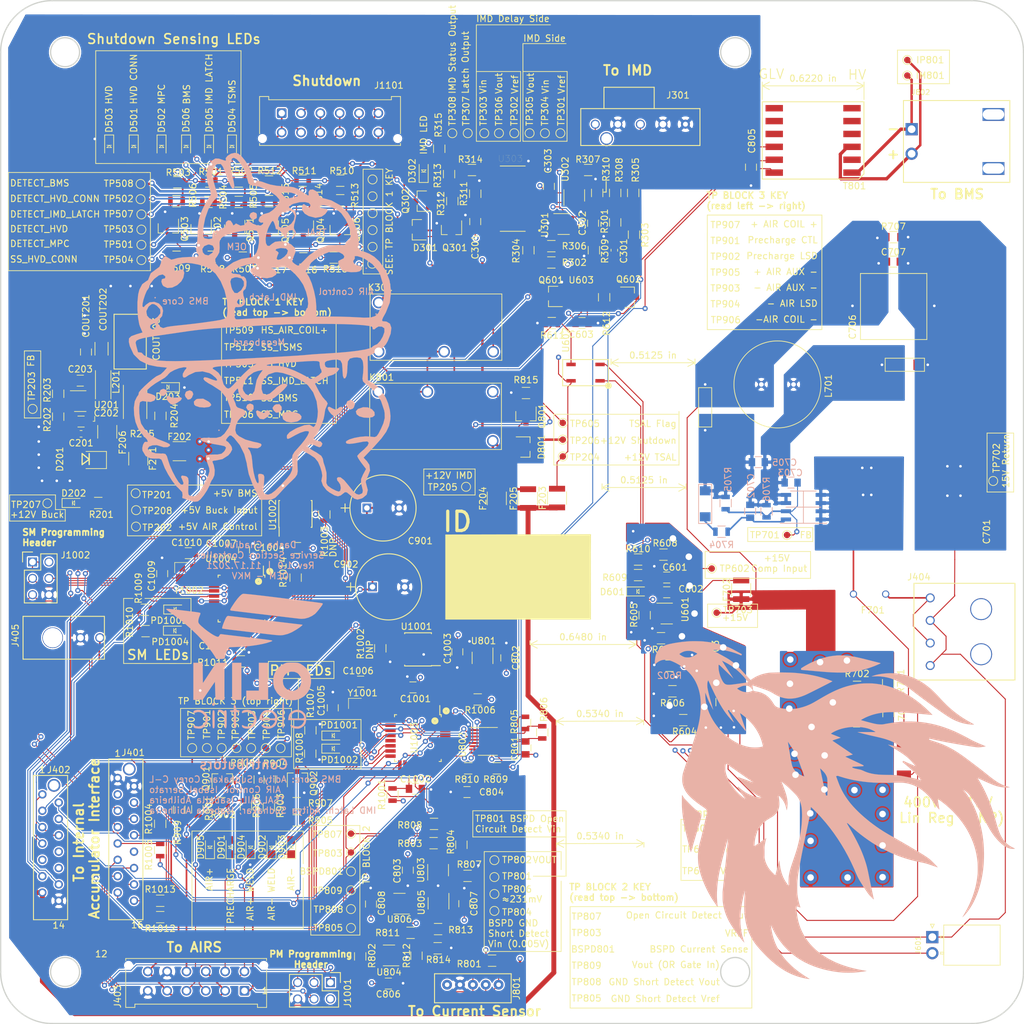
<source format=kicad_pcb>
(kicad_pcb (version 20171130) (host pcbnew 5.1.5+dfsg1-2build2)
  (title_block (title "Service Section Controller") (rev 1.0) (comment 1 "Dasha Chadiuk"))
  (layers (0 F.Cu signal) (1 In1.Cu_GND signal) (2 In2.Cu_PWR signal) (31 B.Cu signal) (34 B.Paste user) (35 F.Paste user) (36 B.SilkS user hide) (37 F.SilkS user) (38 B.Mask user) (39 F.Mask user) (44 Edge.Cuts user))
  (net 0 "")
  (net 1 BSPD_CURRENT_SENSE)
  (net 2 +AIR_COIL-)
  (net 3 "Net-(C203-Pad2)")
  (net 4 "Net-(C203-Pad1)")
  (net 5 "Net-(C301-Pad1)")
  (net 6 /power_secondary.sch/SW)
  (net 7 /power_secondary.sch/VCC)
  (net 8 /power_secondary.sch/FB)
  (net 9 "Net-(C804-Pad1)")
  (net 10 "Net-(C805-Pad1)")
  (net 11 +AIR_COIL+)
  (net 12 "Net-(C1002-Pad1)")
  (net 13 "Net-(C1005-Pad1)")
  (net 14 "Net-(C1006-Pad1)")
  (net 15 "Net-(C1008-Pad1)")
  (net 16 "Net-(C1009-Pad1)")
  (net 17 "Net-(C1010-Pad1)")
  (net 18 "Net-(COUT201-Pad1)")
  (net 19 "Net-(D202-Pad2)")
  (net 20 "Net-(D203-Pad2)")
  (net 21 "Net-(D302-Pad1)")
  (net 22 "Net-(D302-Pad2)")
  (net 23 "Net-(D501-Pad2)")
  (net 24 "Net-(D502-Pad2)")
  (net 25 "Net-(D503-Pad2)")
  (net 26 "Net-(D504-Pad2)")
  (net 27 "Net-(D505-Pad2)")
  (net 28 "Net-(D506-Pad2)")
  (net 29 "Net-(D601-Pad1)")
  (net 30 "Net-(D601-Pad2)")
  (net 31 "Net-(D701-Pad2)")
  (net 32 "Net-(D801-Pad1)")
  (net 33 "Net-(D901-Pad2)")
  (net 34 "Net-(D902-Pad2)")
  (net 35 "Net-(D903-Pad2)")
  (net 36 "Net-(D904-Pad2)")
  (net 37 "Net-(D905-Pad2)")
  (net 38 +BATT)
  (net 39 PM_RESET)
  (net 40 CHARGE_ENABLE2)
  (net 41 CHARGE_ENABLE1)
  (net 42 SCK_ISO)
  (net 43 CS_ISO)
  (net 44 BMS_RELAY_DRIVE)
  (net 45 /micros/PM_DBG_2)
  (net 46 /micros/PM_DBG_1)
  (net 47 PM_SCK)
  (net 48 MOSI_ISO)
  (net 49 MISO_ISO)
  (net 50 /micros/PM_RXCAN)
  (net 51 /micros/PM_TXCAN)
  (net 52 FAN_PWM_RAW)
  (net 53 PM_MOSI)
  (net 54 PM_MISO)
  (net 55 IM)
  (net 56 IP)
  (net 57 IMD_Output)
  (net 58 SM_RJ45_LEDO)
  (net 59 SM_RJ45_LEDG)
  (net 60 PM_RJ45_LEDO)
  (net 61 PM_RJ45_LEDG)
  (net 62 SM_SCK)
  (net 63 SM_MISO)
  (net 64 SM_RESET)
  (net 65 SM_MOSI)
  (net 66 FAN_PWM)
  (net 67 TSAL_GREEN-)
  (net 68 TSAL_RED-)
  (net 69 CANL)
  (net 70 CANH)
  (net 71 -AIR_COIL-)
  (net 72 -AIR_AUX-)
  (net 73 +AIR_AUX-)
  (net 74 PRECHARGE_LSD)
  (net 75 DETECT_IMD_LATCH)
  (net 76 DETECT_BMS)
  (net 77 DETECT_MPC)
  (net 78 "Net-(PD1001-Pad1)")
  (net 79 "Net-(PD1002-Pad1)")
  (net 80 "Net-(PD1003-Pad1)")
  (net 81 /micros/SM_DBG_1)
  (net 82 "Net-(PD1004-Pad1)")
  (net 83 /micros/SM_DBG_2)
  (net 84 IMD_STATUS_OUTPUT)
  (net 85 SS_HVD_CONN)
  (net 86 DETECT_HVD_CONN)
  (net 87 SS_HVD)
  (net 88 DETECT_HVD)
  (net 89 SS_MPC)
  (net 90 SS_BMS)
  (net 91 SS_IMD_LATCH)
  (net 92 SS_TSMS)
  (net 93 PRECHARGE_CTL)
  (net 94 -AIR_LSD)
  (net 95 "Net-(R202-Pad1)")
  (net 96 "Net-(R301-Pad1)")
  (net 97 "Net-(R302-Pad1)")
  (net 98 "Net-(R304-Pad1)")
  (net 99 "Net-(R305-Pad1)")
  (net 100 "Net-(R308-Pad1)")
  (net 101 "Net-(R601-Pad1)")
  (net 102 "Net-(R602-Pad1)")
  (net 103 "Net-(R604-Pad1)")
  (net 104 "Net-(R605-Pad1)")
  (net 105 "Net-(R606-Pad1)")
  (net 106 AIL+)
  (net 107 "Net-(R610-Pad1)")
  (net 108 "Net-(R803-Pad2)")
  (net 109 "Net-(R804-Pad2)")
  (net 110 "Net-(R805-Pad2)")
  (net 111 "Net-(R805-Pad1)")
  (net 112 "Net-(R809-Pad1)")
  (net 113 "Net-(R810-Pad2)")
  (net 114 "Net-(R1012-Pad2)")
  (net 115 "Net-(R1013-Pad2)")
  (net 116 "Net-(T801-Pad6)")
  (net 117 "Net-(T801-Pad7)")
  (net 118 "Net-(T801-Pad5)")
  (net 119 "Net-(T801-Pad8)")
  (net 120 "Net-(T801-Pad4)")
  (net 121 "Net-(T801-Pad9)")
  (net 122 "Net-(U303-Pad10)")
  (net 123 "Net-(U303-Pad9)")
  (net 124 "Net-(U303-Pad1)")
  (net 125 /tsal_ail/TSAL_FLAG)
  (net 126 "Net-(U801-Pad1)")
  (net 127 "Net-(U1001-Pad5)")
  (net 128 "Net-(U1002-Pad5)")
  (net 129 /micros/SM_RXCAN)
  (net 130 /micros/SM_TXCAN)
  (net 131 "Net-(U1003-Pad21)")
  (net 132 "Net-(U1003-Pad13)")
  (net 133 "Net-(Q602-Pad1)")
  (net 134 "Net-(D301-Pad1)")
  (net 135 /imd_latch/LATCH_OUTPUT)
  (net 136 "Net-(R1004-Pad2)")
  (net 137 "Net-(R1005-Pad2)")
  (net 138 "Net-(U303-Pad2)")
  (net 139 "Net-(U1004-Pad13)")
  (net 140 "Net-(U1004-Pad21)")
  (net 141 "Net-(T801-Pad2)")
  (net 142 "Net-(TP305-Pad1)")
  (net 143 "Net-(TP306-Pad1)")
  (net 144 "Net-(TP808-Pad1)")
  (net 145 "Net-(TP809-Pad1)")
  (net 146 +15V)
  (net 147 nOCD)
  (net 148 VREF)
  (net 149 VOUT)
  (net 150 "Net-(R808-Pad2)")
  (net 151 "Net-(C705-Pad1)")
  (net 152 "Net-(R312-Pad2)")
  (net 153 "Net-(R701-Pad2)")
  (net 154 "Net-(R701-Pad1)")
  (net 155 "Net-(R811-Pad2)")
  (net 156 "Net-(R813-Pad1)")
  (net 157 "Net-(U1003-Pad22)")
  (net 158 "Net-(U1003-Pad26)")
  (net 159 "Net-(U1004-Pad32)")
  (net 160 "Net-(U1004-Pad30)")
  (net 161 "Net-(U1004-Pad3)")
  (net 162 /power_main/+12V_BUCK)
  (net 163 +12V_IMD)
  (net 164 +12V_TSAL)
  (net 165 +TS)
  (net 166 +5V_BMS)
  (net 167 +5V_AIR_CONTROL)
  (net 168 +12V_SHUTDOWN)
  (net 169 +5V)
  (net 170 -TS)
  (net 171 TS+_FUSED)
  (net 172 +15V_FUSED)
  (module footprints:Ultrafit_4_RA (layer F.Cu) (at 270.891 142.3924)
    (fp_text reference J404 (at -1.7526 -8.4836) (layer F.SilkS))
    (fp_text value Ultrafit_4_RA hide)
    (pad "" thru_hole circle (at 7.91 -3.5) (size 3.4 3.4) (drill 3.09) (layers *.Cu *.Mask))
    (pad 3 thru_hole circle (at 0 1.75) (size 1.397 1.397) (drill 1.02) (layers *.Cu *.Mask) (net 165 +TS))
    (pad 2 thru_hole circle (at 0 -1.75) (size 1.397 1.397) (drill 1.02) (layers *.Cu *.Mask) (net 170 -TS))
    (pad "" thru_hole circle (at 7.91 3.5) (size 3.4 3.4) (drill 3.09) (layers *.Cu *.Mask))
    (pad 4 thru_hole circle (at 0 5.25) (size 1.397 1.397) (drill 1.02) (layers *.Cu *.Mask) (net 170 -TS))
    (pad 1 thru_hole circle (at 0 -5.25) (size 1.397 1.397) (drill 1.02) (layers *.Cu *.Mask) (net 165 +TS))
  )
  (module footprints:phoenix (layer B.Cu) (at 256.0828 170.0784 180)
    (fp_text reference G*** hide)
    (fp_text value LOGO hide)
  )
  (module footprints:mimi_apples (layer B.Cu) (at 168.7576 93.218 180)
    (fp_text reference G*** hide)
    (fp_text value LOGO hide)
  )
  (module footprints:Olin_Electric_Smaller (layer B.Cu) (at 164.4904 146.9644 180)
    (fp_text reference G*** hide)
    (fp_text value LOGO hide)
  )
  (module footprints:C_Radial_D10_L13_P5_OEM (layer F.Cu) (at 189.3316 135.4328)
    (fp_text reference C902 (at -9.125 -3.5 180) (layer F.SilkS))
    (fp_text value CP_1mF hide)
    (pad 2 thru_hole circle (at 0 0) (size 1.3716 1.3716) (drill 0.8636) (layers *.Cu *.Paste *.Mask) (net 2 +AIR_COIL-))
    (pad 1 thru_hole rect (at -5.0038 0) (size 1.3716 1.3716) (drill 0.8636) (layers *.Cu *.Mask B.Adhes F.Paste) (net 11 +AIR_COIL+))
  )
  (module footprints:TQFP-32_7x7mm_Pitch0.8mm (layer F.Cu) (at 191.3763 158.9024 270)
    (fp_text reference U1003 (at -0.05334 0.56388 90) (layer F.SilkS))
    (fp_text value ATMEGA64M1 hide)
    (pad 1 smd rect (at -4.25 -2.8 270) (size 1.6 0.55) (layers F.Cu F.Paste F.Mask) (net 54 PM_MISO))
    (pad 2 smd rect (at -4.25 -2 270) (size 1.6 0.55) (layers F.Cu F.Paste F.Mask) (net 53 PM_MOSI))
    (pad 3 smd rect (at -4.25 -1.2 270) (size 1.6 0.55) (layers F.Cu F.Paste F.Mask) (net 52 FAN_PWM_RAW))
    (pad 4 smd rect (at -4.25 -0.4 270) (size 1.6 0.55) (layers F.Cu F.Paste F.Mask) (net 166 +5V_BMS))
    (pad 5 smd rect (at -4.25 0.4 270) (size 1.6 0.55) (layers F.Cu F.Paste F.Mask) (net 2 +AIR_COIL-))
    (pad 6 smd rect (at -4.25 1.2 270) (size 1.6 0.55) (layers F.Cu F.Paste F.Mask) (net 51 /micros/PM_TXCAN))
    (pad 7 smd rect (at -4.25 2 270) (size 1.6 0.55) (layers F.Cu F.Paste F.Mask) (net 50 /micros/PM_RXCAN))
    (pad 8 smd rect (at -4.25 2.8 270) (size 1.6 0.55) (layers F.Cu F.Paste F.Mask) (net 49 MISO_ISO))
    (pad 9 smd rect (at -2.8 4.25) (size 1.6 0.55) (layers F.Cu F.Paste F.Mask) (net 48 MOSI_ISO))
    (pad 10 smd rect (at -2 4.25) (size 1.6 0.55) (layers F.Cu F.Paste F.Mask) (net 14 "Net-(C1006-Pad1)"))
    (pad 11 smd rect (at -1.2 4.25) (size 1.6 0.55) (layers F.Cu F.Paste F.Mask) (net 13 "Net-(C1005-Pad1)"))
    (pad 12 smd rect (at -0.4 4.25) (size 1.6 0.55) (layers F.Cu F.Paste F.Mask) (net 47 PM_SCK))
    (pad 13 smd rect (at 0.4 4.25) (size 1.6 0.55) (layers F.Cu F.Paste F.Mask) (net 132 "Net-(U1003-Pad13)"))
    (pad 14 smd rect (at 1.2 4.25) (size 1.6 0.55) (layers F.Cu F.Paste F.Mask) (net 46 /micros/PM_DBG_1))
    (pad 15 smd rect (at 2 4.25) (size 1.6 0.55) (layers F.Cu F.Paste F.Mask) (net 45 /micros/PM_DBG_2))
    (pad 16 smd rect (at 2.8 4.25) (size 1.6 0.55) (layers F.Cu F.Paste F.Mask) (net 147 nOCD))
    (pad 17 smd rect (at 4.25 2.8 270) (size 1.6 0.55) (layers F.Cu F.Paste F.Mask) (net 148 VREF))
    (pad 18 smd rect (at 4.25 2 270) (size 1.6 0.55) (layers F.Cu F.Paste F.Mask) (net 149 VOUT))
    (pad 19 smd rect (at 4.25 1.2 270) (size 1.6 0.55) (layers F.Cu F.Paste F.Mask) (net 12 "Net-(C1002-Pad1)"))
    (pad 20 smd rect (at 4.25 0.4 270) (size 1.6 0.55) (layers F.Cu F.Paste F.Mask) (net 2 +AIR_COIL-))
    (pad 21 smd rect (at 4.25 -0.4 270) (size 1.6 0.55) (layers F.Cu F.Paste F.Mask) (net 131 "Net-(U1003-Pad21)"))
    (pad 22 smd rect (at 4.25 -1.2 270) (size 1.6 0.55) (layers F.Cu F.Paste F.Mask) (net 157 "Net-(U1003-Pad22)"))
    (pad 23 smd rect (at 4.25 -2 270) (size 1.6 0.55) (layers F.Cu F.Paste F.Mask) (net 136 "Net-(R1004-Pad2)"))
    (pad 24 smd rect (at 4.25 -2.8 270) (size 1.6 0.55) (layers F.Cu F.Paste F.Mask) (net 137 "Net-(R1005-Pad2)"))
    (pad 25 smd rect (at 2.8 -4.25) (size 1.6 0.55) (layers F.Cu F.Paste F.Mask) (net 44 BMS_RELAY_DRIVE))
    (pad 26 smd rect (at 2 -4.25) (size 1.6 0.55) (layers F.Cu F.Paste F.Mask) (net 158 "Net-(U1003-Pad26)"))
    (pad 27 smd rect (at 1.2 -4.25) (size 1.6 0.55) (layers F.Cu F.Paste F.Mask) (net 43 CS_ISO))
    (pad 28 smd rect (at 0.4 -4.25) (size 1.6 0.55) (layers F.Cu F.Paste F.Mask) (net 42 SCK_ISO))
    (pad 29 smd rect (at -0.4 -4.25) (size 1.6 0.55) (layers F.Cu F.Paste F.Mask) (net 41 CHARGE_ENABLE1))
    (pad 30 smd rect (at -1.2 -4.25) (size 1.6 0.55) (layers F.Cu F.Paste F.Mask) (net 40 CHARGE_ENABLE2))
    (pad 31 smd rect (at -2 -4.25) (size 1.6 0.55) (layers F.Cu F.Paste F.Mask) (net 39 PM_RESET))
    (pad 32 smd rect (at -2.8 -4.25) (size 1.6 0.55) (layers F.Cu F.Paste F.Mask) (net 1 BSPD_CURRENT_SENSE))
  )
  (module footprints:Fuse_1210 (layer F.Cu) (at 212.975 121.65 90)
    (fp_text reference F203 (at 0 -2.25 90) (layer F.SilkS))
    (fp_text value 500mA hide)
    (pad 2 smd rect (at 1.45 0 90) (size 0.9 2.5) (layers F.Cu F.Paste F.Mask) (net 164 +12V_TSAL))
    (pad 1 smd rect (at -1.45 0 90) (size 0.9 2.5) (layers F.Cu F.Paste F.Mask) (net 38 +BATT))
  )
  (module footprints:C_0805_OEM (layer F.Cu) (at 243.078 70.2945 270)
    (fp_text reference C805 (at -4.064 -0.127 90) (layer F.SilkS))
    (fp_text value C_10nF hide)
    (pad 2 smd rect (at 1 0 270) (size 1 1.25) (layers F.Cu F.Paste F.Mask) (net 2 +AIR_COIL-))
    (pad 1 smd rect (at -1 0 270) (size 1 1.25) (layers F.Cu F.Paste F.Mask) (net 10 "Net-(C805-Pad1)"))
  )
  (module footprints:T_LAN_SM91501ALE (layer F.Cu) (at 252.7173 66.1416 90)
    (fp_text reference T801 (at -7.0739 6.4262) (layer F.SilkS))
    (fp_text value T_LAN_SM91501ALE)
    (pad 6 smd rect (at 5 6.035 90) (size 1 2.7) (layers F.Cu F.Paste F.Mask) (net 116 "Net-(T801-Pad6)"))
    (pad 7 smd rect (at 5 -6.035 90) (size 1 2.7) (layers F.Cu F.Paste F.Mask) (net 117 "Net-(T801-Pad7)"))
    (pad 5 smd rect (at 3 6.035 90) (size 1 2.7) (layers F.Cu F.Paste F.Mask) (net 118 "Net-(T801-Pad5)"))
    (pad 8 smd rect (at 3 -6.035 90) (size 1 2.7) (layers F.Cu F.Paste F.Mask) (net 119 "Net-(T801-Pad8)"))
    (pad 4 smd rect (at 1 6.035 90) (size 1 2.7) (layers F.Cu F.Paste F.Mask) (net 120 "Net-(T801-Pad4)"))
    (pad 9 smd rect (at 1 -6.035 90) (size 1 2.7) (layers F.Cu F.Paste F.Mask) (net 121 "Net-(T801-Pad9)"))
    (pad 3 smd rect (at -1 6.035 90) (size 1 2.7) (layers F.Cu F.Paste F.Mask) (net 56 IP))
    (pad 10 smd rect (at -1 -6.035 90) (size 1 2.7) (layers F.Cu F.Paste F.Mask) (net 113 "Net-(R810-Pad2)"))
    (pad 2 smd rect (at -3 6.035 90) (size 1 2.7) (layers F.Cu F.Paste F.Mask) (net 141 "Net-(T801-Pad2)"))
    (pad 11 smd rect (at -3 -6.035 90) (size 1 2.7) (layers F.Cu F.Paste F.Mask) (net 10 "Net-(C805-Pad1)"))
    (pad 1 smd rect (at -5 6.035 90) (size 1 2.7) (layers F.Cu F.Paste F.Mask) (net 55 IM))
    (pad 12 smd rect (at -5 -6.035 90) (size 1 2.7) (layers F.Cu F.Paste F.Mask) (net 112 "Net-(R809-Pad1)"))
  )
  (module footprints:R_0805_OEM (layer F.Cu) (at 224.79 74.295 270)
    (fp_text reference R305 (at -3.556 -0.381 90) (layer F.SilkS))
    (fp_text value R_2.2K hide)
    (pad 2 smd rect (at 0.95 0 270) (size 0.7 1.3) (layers F.Cu F.Paste F.Mask) (net 163 +12V_IMD))
    (pad 1 smd rect (at -0.95 0 270) (size 0.7 1.3) (layers F.Cu F.Paste F.Mask) (net 99 "Net-(R305-Pad1)"))
  )
  (module footprints:C_10uF_450V (layer F.Cu) (at 274.701 119.126 270)
    (fp_text reference C701 (at 7.747 -4.953 270) (layer F.SilkS))
    (fp_text value C_10uF_450V hide)
    (pad 2 smd rect (at 0 13.5 270) (size 2.5 7.5) (layers F.Cu F.Paste F.Mask) (net 171 TS+_FUSED))
    (pad 1 smd rect (at 0 0 270) (size 2.5 7.5) (layers F.Cu F.Paste F.Mask) (net 170 -TS))
  )
  (module footprints:R_0805_OEM (layer F.Cu) (at 172.5676 169.0116)
    (fp_text reference R907 (at 3.683 0) (layer F.SilkS))
    (fp_text value R_10K hide)
    (pad 2 smd rect (at 0.95 0) (size 0.7 1.3) (layers F.Cu F.Paste F.Mask) (net 2 +AIR_COIL-))
    (pad 1 smd rect (at -0.95 0) (size 0.7 1.3) (layers F.Cu F.Paste F.Mask) (net 94 -AIR_LSD))
  )
  (module footprints:SOT-23F (layer F.Cu) (at 172.6946 165.0746 90)
    (fp_text reference Q902 (at -0.8504 2.5304 90) (layer F.SilkS))
    (fp_text value SSM3K333R hide)
    (pad 3 smd rect (at 1.05 0 90) (size 0.9 0.8) (layers F.Cu F.Paste F.Mask) (net 71 -AIR_COIL-))
    (pad 2 smd rect (at -1.05 0.95 90) (size 0.9 0.8) (layers F.Cu F.Paste F.Mask) (net 2 +AIR_COIL-))
    (pad 1 smd rect (at -1.05 -0.95 90) (size 0.9 0.8) (layers F.Cu F.Paste F.Mask) (net 94 -AIR_LSD))
  )
  (module footprints:LED_0805_OEM (layer F.Cu) (at 168.66616 175.8188 90)
    (fp_text reference D902 (at 0 -1.45 90) (layer F.SilkS))
    (fp_text value LED_0805 hide)
    (pad 1 smd rect (at -1.1 0 270) (size 1.2 1.2) (layers F.Cu F.Paste F.Mask) (net 2 +AIR_COIL-))
    (pad 2 smd rect (at 1.1 0 270) (size 1.2 1.2) (layers F.Cu F.Paste F.Mask) (net 34 "Net-(D902-Pad2)"))
  )
  (module footprints:LED_0805_OEM (layer F.Cu) (at 171.71416 175.8188 90)
    (fp_text reference D903 (at 0 -1.45 90) (layer F.SilkS))
    (fp_text value LED_0805 hide)
    (pad 1 smd rect (at -1.1 0 270) (size 1.2 1.2) (layers F.Cu F.Paste F.Mask) (net 2 +AIR_COIL-))
    (pad 2 smd rect (at 1.1 0 270) (size 1.2 1.2) (layers F.Cu F.Paste F.Mask) (net 35 "Net-(D903-Pad2)"))
  )
  (module footprints:R_0805_OEM (layer F.Cu) (at 172.5676 171.6786)
    (fp_text reference R905 (at 3.683 0 180) (layer F.SilkS))
    (fp_text value R_200 hide)
    (pad 2 smd rect (at 0.95 0) (size 0.7 1.3) (layers F.Cu F.Paste F.Mask) (net 35 "Net-(D903-Pad2)"))
    (pad 1 smd rect (at -0.95 0) (size 0.7 1.3) (layers F.Cu F.Paste F.Mask) (net 94 -AIR_LSD))
  )
  (module footprints:LED_0805_OEM (layer F.Cu) (at 159.1056 175.8188 90)
    (fp_text reference D905 (at 0 -1.45 90) (layer F.SilkS))
    (fp_text value LED_0805 hide)
    (pad 1 smd rect (at -1.1 0 270) (size 1.2 1.2) (layers F.Cu F.Paste F.Mask) (net 2 +AIR_COIL-))
    (pad 2 smd rect (at 1.1 0 270) (size 1.2 1.2) (layers F.Cu F.Paste F.Mask) (net 37 "Net-(D905-Pad2)"))
  )
  (module footprints:Pin_Header_Straight_2x03 (layer F.Cu) (at 177.8 196.85 270)
    (fp_text reference J1001 (at 1.651 -2.667 90) (layer F.SilkS))
    (fp_text value CONN_02X03 hide)
    (pad 6 thru_hole circle (at 2.54 5.08 270) (size 1.4 1.4) (drill 1.016) (layers *.Cu *.Mask) (net 2 +AIR_COIL-))
    (pad 5 thru_hole circle (at 0 5.08 270) (size 1.4 1.4) (drill 1.016) (layers *.Cu *.Mask) (net 39 PM_RESET))
    (pad 4 thru_hole circle (at 2.54 2.54 270) (size 1.4 1.4) (drill 1.016) (layers *.Cu *.Mask) (net 53 PM_MOSI))
    (pad 3 thru_hole circle (at 0 2.54 270) (size 1.4 1.4) (drill 1.016) (layers *.Cu *.Mask) (net 47 PM_SCK))
    (pad 2 thru_hole circle (at 2.54 0 270) (size 1.4 1.4) (drill 1.016) (layers *.Cu *.Mask) (net 166 +5V_BMS))
    (pad 1 thru_hole rect (at 0 0 270) (size 1.4 1.4) (drill 1.016) (layers *.Cu *.Mask) (net 54 PM_MISO))
  )
  (module Package_TO_SOT_SMD:SOT-23 (layer F.Cu) (at 191.262 80.01 180)
    (fp_text reference D301 (at -1.27 -2.794) (layer F.SilkS))
    (fp_text value BAS40-00)
    (pad 1 smd rect (at -1 -0.95 180) (size 0.9 0.8) (layers F.Cu F.Paste F.Mask) (net 134 "Net-(D301-Pad1)"))
    (pad 2 smd rect (at -1 0.95 180) (size 0.9 0.8) (layers F.Cu F.Paste F.Mask))
    (pad 3 smd rect (at 1 0 180) (size 0.9 0.8) (layers F.Cu F.Paste F.Mask) (net 168 +12V_SHUTDOWN))
  )
  (module footprints:MicroFit_VT_12 (layer F.Cu) (at 170.2435 61.9125)
    (fp_text reference J1101 (at 16.637 -4.318) (layer F.SilkS))
    (fp_text value MicroFit_VT_12)
    (pad "" np_thru_hole circle (at -3 3.94) (size 1 1) (drill 1) (layers *.Cu *.Mask))
    (pad "" np_thru_hole circle (at 18 3.94) (size 1 1) (drill 1) (layers *.Cu *.Mask))
    (pad 1 thru_hole roundrect (at 0 0) (size 1.5 1.5) (drill 1) (layers *.Cu *.Mask) (roundrect_rratio 0.166667) (net 88 DETECT_HVD))
    (pad 2 thru_hole circle (at 3 0) (size 1.5 1.5) (drill 1) (layers *.Cu *.Mask) (net 75 DETECT_IMD_LATCH))
    (pad 3 thru_hole circle (at 6 0) (size 1.5 1.5) (drill 1) (layers *.Cu *.Mask) (net 86 DETECT_HVD_CONN))
    (pad 4 thru_hole circle (at 9 0) (size 1.5 1.5) (drill 1) (layers *.Cu *.Mask) (net 77 DETECT_MPC))
    (pad 5 thru_hole circle (at 12 0) (size 1.5 1.5) (drill 1) (layers *.Cu *.Mask) (net 76 DETECT_BMS))
    (pad 6 thru_hole circle (at 15 0) (size 1.5 1.5) (drill 1) (layers *.Cu *.Mask) (net 75 DETECT_IMD_LATCH))
    (pad 7 thru_hole circle (at 0 3) (size 1.5 1.5) (drill 1) (layers *.Cu *.Mask) (net 88 DETECT_HVD))
    (pad 8 thru_hole circle (at 3 3) (size 1.5 1.5) (drill 1) (layers *.Cu *.Mask) (net 11 +AIR_COIL+))
    (pad 9 thru_hole circle (at 6 3) (size 1.5 1.5) (drill 1) (layers *.Cu *.Mask) (net 86 DETECT_HVD_CONN))
    (pad 10 thru_hole circle (at 9 3) (size 1.5 1.5) (drill 1) (layers *.Cu *.Mask) (net 77 DETECT_MPC))
    (pad 11 thru_hole circle (at 12 3) (size 1.5 1.5) (drill 1) (layers *.Cu *.Mask) (net 76 DETECT_BMS))
    (pad 12 thru_hole circle (at 15 3) (size 1.5 1.5) (drill 1) (layers *.Cu *.Mask) (net 11 +AIR_COIL+))
  )
  (module footprints:Crystal_SMD_FA238 (layer F.Cu) (at 155.63392 133.25514)
    (fp_text reference Y1002 (at 0.1905 2.7178 180) (layer F.SilkS))
    (fp_text value Crystal_SMD hide)
    (pad 4 smd rect (at -1.1 -0.8) (size 1.4 1.2) (layers F.Cu F.Mask) (net 2 +AIR_COIL-))
    (pad 3 smd rect (at 1.1 -0.8) (size 1.4 1.2) (layers F.Cu F.Mask) (net 17 "Net-(C1010-Pad1)"))
    (pad 2 smd rect (at 1.1 0.8) (size 1.4 1.2) (layers F.Cu F.Mask) (net 2 +AIR_COIL-))
    (pad 1 smd rect (at -1.1 0.8) (size 1.4 1.2) (layers F.Cu F.Mask) (net 16 "Net-(C1009-Pad1)"))
  )
  (module footprints:Crystal_SMD_FA238 (layer F.Cu) (at 182.6133 154.3304)
    (fp_text reference Y1001 (at 0.1867 -2.4304) (layer F.SilkS))
    (fp_text value Crystal_SMD hide)
    (pad 4 smd rect (at -1.1 -0.8) (size 1.4 1.2) (layers F.Cu F.Mask) (net 2 +AIR_COIL-))
    (pad 3 smd rect (at 1.1 -0.8) (size 1.4 1.2) (layers F.Cu F.Mask) (net 14 "Net-(C1006-Pad1)"))
    (pad 2 smd rect (at 1.1 0.8) (size 1.4 1.2) (layers F.Cu F.Mask) (net 2 +AIR_COIL-))
    (pad 1 smd rect (at -1.1 0.8) (size 1.4 1.2) (layers F.Cu F.Mask) (net 13 "Net-(C1005-Pad1)"))
  )
  (module footprints:TQFP-32_7x7mm_Pitch0.8mm (layer F.Cu) (at 164 137.25 270)
    (fp_text reference U1004 (at -6.2 3.2 180) (layer F.SilkS))
    (fp_text value ATMEGA16M1 hide)
    (pad 32 smd rect (at -2.8 -4.25) (size 1.6 0.55) (layers F.Cu F.Paste F.Mask) (net 159 "Net-(U1004-Pad32)"))
    (pad 31 smd rect (at -2 -4.25) (size 1.6 0.55) (layers F.Cu F.Paste F.Mask) (net 64 SM_RESET))
    (pad 30 smd rect (at -1.2 -4.25) (size 1.6 0.55) (layers F.Cu F.Paste F.Mask) (net 160 "Net-(U1004-Pad30)"))
    (pad 29 smd rect (at -0.4 -4.25) (size 1.6 0.55) (layers F.Cu F.Paste F.Mask) (net 84 IMD_STATUS_OUTPUT))
    (pad 28 smd rect (at 0.4 -4.25) (size 1.6 0.55) (layers F.Cu F.Paste F.Mask) (net 87 SS_HVD))
    (pad 27 smd rect (at 1.2 -4.25) (size 1.6 0.55) (layers F.Cu F.Paste F.Mask) (net 85 SS_HVD_CONN))
    (pad 26 smd rect (at 2 -4.25) (size 1.6 0.55) (layers F.Cu F.Paste F.Mask) (net 89 SS_MPC))
    (pad 25 smd rect (at 2.8 -4.25) (size 1.6 0.55) (layers F.Cu F.Paste F.Mask) (net 90 SS_BMS))
    (pad 24 smd rect (at 4.25 -2.8 270) (size 1.6 0.55) (layers F.Cu F.Paste F.Mask) (net 91 SS_IMD_LATCH))
    (pad 23 smd rect (at 4.25 -2 270) (size 1.6 0.55) (layers F.Cu F.Paste F.Mask) (net 92 SS_TSMS))
    (pad 22 smd rect (at 4.25 -1.2 270) (size 1.6 0.55) (layers F.Cu F.Paste F.Mask) (net 94 -AIR_LSD))
    (pad 21 smd rect (at 4.25 -0.4 270) (size 1.6 0.55) (layers F.Cu F.Paste F.Mask) (net 140 "Net-(U1004-Pad21)"))
    (pad 20 smd rect (at 4.25 0.4 270) (size 1.6 0.55) (layers F.Cu F.Paste F.Mask) (net 2 +AIR_COIL-))
    (pad 19 smd rect (at 4.25 1.2 270) (size 1.6 0.55) (layers F.Cu F.Paste F.Mask) (net 15 "Net-(C1008-Pad1)"))
    (pad 18 smd rect (at 4.25 2 270) (size 1.6 0.55) (layers F.Cu F.Paste F.Mask) (net 72 -AIR_AUX-))
    (pad 17 smd rect (at 4.25 2.8 270) (size 1.6 0.55) (layers F.Cu F.Paste F.Mask) (net 73 +AIR_AUX-))
    (pad 16 smd rect (at 2.8 4.25) (size 1.6 0.55) (layers F.Cu F.Paste F.Mask) (net 93 PRECHARGE_CTL))
    (pad 15 smd rect (at 2 4.25) (size 1.6 0.55) (layers F.Cu F.Paste F.Mask) (net 83 /micros/SM_DBG_2))
    (pad 14 smd rect (at 1.2 4.25) (size 1.6 0.55) (layers F.Cu F.Paste F.Mask) (net 81 /micros/SM_DBG_1))
    (pad 13 smd rect (at 0.4 4.25) (size 1.6 0.55) (layers F.Cu F.Paste F.Mask) (net 139 "Net-(U1004-Pad13)"))
    (pad 12 smd rect (at -0.4 4.25) (size 1.6 0.55) (layers F.Cu F.Paste F.Mask) (net 62 SM_SCK))
    (pad 11 smd rect (at -1.2 4.25) (size 1.6 0.55) (layers F.Cu F.Paste F.Mask) (net 16 "Net-(C1009-Pad1)"))
    (pad 10 smd rect (at -2 4.25) (size 1.6 0.55) (layers F.Cu F.Paste F.Mask) (net 17 "Net-(C1010-Pad1)"))
    (pad 9 smd rect (at -2.8 4.25) (size 1.6 0.55) (layers F.Cu F.Paste F.Mask) (net 115 "Net-(R1013-Pad2)"))
    (pad 8 smd rect (at -4.25 2.8 270) (size 1.6 0.55) (layers F.Cu F.Paste F.Mask) (net 114 "Net-(R1012-Pad2)"))
    (pad 7 smd rect (at -4.25 2 270) (size 1.6 0.55) (layers F.Cu F.Paste F.Mask) (net 129 /micros/SM_RXCAN))
    (pad 6 smd rect (at -4.25 1.2 270) (size 1.6 0.55) (layers F.Cu F.Paste F.Mask) (net 130 /micros/SM_TXCAN))
    (pad 5 smd rect (at -4.25 0.4 270) (size 1.6 0.55) (layers F.Cu F.Paste F.Mask) (net 2 +AIR_COIL-))
    (pad 4 smd rect (at -4.25 -0.4 270) (size 1.6 0.55) (layers F.Cu F.Paste F.Mask) (net 167 +5V_AIR_CONTROL))
    (pad 3 smd rect (at -4.25 -1.2 270) (size 1.6 0.55) (layers F.Cu F.Paste F.Mask) (net 161 "Net-(U1004-Pad3)"))
    (pad 2 smd rect (at -4.25 -2 270) (size 1.6 0.55) (layers F.Cu F.Paste F.Mask) (net 65 SM_MOSI))
    (pad 1 smd rect (at -4.25 -2.8 270) (size 1.6 0.55) (layers F.Cu F.Paste F.Mask) (net 63 SM_MISO))
  )
  (module footprints:SOIC-8_3.9x4.9mm_Pitch1.27mm_OEM (layer F.Cu) (at 172.36682 124.11044 90)
    (fp_text reference U1002 (at -0.13462 -3.52806 90) (layer F.SilkS))
    (fp_text value MCP2561-E_SN hide)
    (pad 8 smd rect (at 2.7 -1.905 90) (size 1.55 0.6) (layers F.Cu F.Paste F.Mask) (net 2 +AIR_COIL-))
    (pad 7 smd rect (at 2.7 -0.635 90) (size 1.55 0.6) (layers F.Cu F.Paste F.Mask) (net 70 CANH))
    (pad 6 smd rect (at 2.7 0.635 90) (size 1.55 0.6) (layers F.Cu F.Paste F.Mask) (net 69 CANL))
    (pad 5 smd rect (at 2.7 1.905 90) (size 1.55 0.6) (layers F.Cu F.Paste F.Mask) (net 128 "Net-(U1002-Pad5)"))
    (pad 4 smd rect (at -2.7 1.905 90) (size 1.55 0.6) (layers F.Cu F.Paste F.Mask) (net 129 /micros/SM_RXCAN))
    (pad 3 smd rect (at -2.7 0.635 90) (size 1.55 0.6) (layers F.Cu F.Paste F.Mask) (net 167 +5V_AIR_CONTROL))
    (pad 2 smd rect (at -2.7 -0.635 90) (size 1.55 0.6) (layers F.Cu F.Paste F.Mask) (net 2 +AIR_COIL-))
    (pad 1 smd rect (at -2.7 -1.905 90) (size 1.55 0.6) (layers F.Cu F.Paste F.Mask) (net 130 /micros/SM_TXCAN))
  )
  (module footprints:SOIC-8_3.9x4.9mm_Pitch1.27mm_OEM (layer F.Cu) (at 191.4017 145.1356 180)
    (fp_text reference U1001 (at 0.254 3.556) (layer F.SilkS))
    (fp_text value MCP2561-E_SN hide)
    (pad 8 smd rect (at 2.7 -1.905 180) (size 1.55 0.6) (layers F.Cu F.Paste F.Mask) (net 2 +AIR_COIL-))
    (pad 7 smd rect (at 2.7 -0.635 180) (size 1.55 0.6) (layers F.Cu F.Paste F.Mask) (net 70 CANH))
    (pad 6 smd rect (at 2.7 0.635 180) (size 1.55 0.6) (layers F.Cu F.Paste F.Mask) (net 69 CANL))
    (pad 5 smd rect (at 2.7 1.905 180) (size 1.55 0.6) (layers F.Cu F.Paste F.Mask) (net 127 "Net-(U1001-Pad5)"))
    (pad 4 smd rect (at -2.7 1.905 180) (size 1.55 0.6) (layers F.Cu F.Paste F.Mask) (net 50 /micros/PM_RXCAN))
    (pad 3 smd rect (at -2.7 0.635 180) (size 1.55 0.6) (layers F.Cu F.Paste F.Mask) (net 166 +5V_BMS))
    (pad 2 smd rect (at -2.7 -0.635 180) (size 1.55 0.6) (layers F.Cu F.Paste F.Mask) (net 2 +AIR_COIL-))
    (pad 1 smd rect (at -2.7 -1.905 180) (size 1.55 0.6) (layers F.Cu F.Paste F.Mask) (net 51 /micros/PM_TXCAN))
  )
  (module footprints:SOT-23-5_OEM (layer F.Cu) (at 188.5188 184.6072 180)
    (fp_text reference U806 (at 0 -2.413) (layer F.SilkS))
    (fp_text value SN74LVC1G32DBVR hide)
    (pad 5 smd rect (at 1.1 -0.95 180) (size 1.06 0.65) (layers F.Cu F.Paste F.Mask) (net 166 +5V_BMS))
    (pad 4 smd rect (at 1.1 0.95 180) (size 1.06 0.65) (layers F.Cu F.Paste F.Mask) (net 1 BSPD_CURRENT_SENSE))
    (pad 3 smd rect (at -1.1 0.95 180) (size 1.06 0.65) (layers F.Cu F.Paste F.Mask) (net 2 +AIR_COIL-))
    (pad 2 smd rect (at -1.1 0 180) (size 1.06 0.65) (layers F.Cu F.Paste F.Mask) (net 145 "Net-(TP809-Pad1)"))
    (pad 1 smd rect (at -1.1 -0.95 180) (size 1.06 0.65) (layers F.Cu F.Paste F.Mask) (net 144 "Net-(TP808-Pad1)"))
  )
  (module footprints:SOT-23-5_OEM (layer F.Cu) (at 194.5767 184.5437 270)
    (fp_text reference U805 (at -0.127 2.667 90) (layer F.SilkS))
    (fp_text value MCP6001 hide)
    (pad 5 smd rect (at 1.1 -0.95 270) (size 1.06 0.65) (layers F.Cu F.Paste F.Mask) (net 166 +5V_BMS))
    (pad 4 smd rect (at 1.1 0.95 270) (size 1.06 0.65) (layers F.Cu F.Paste F.Mask) (net 156 "Net-(R813-Pad1)"))
    (pad 3 smd rect (at -1.1 0.95 270) (size 1.06 0.65) (layers F.Cu F.Paste F.Mask) (net 150 "Net-(R808-Pad2)"))
    (pad 2 smd rect (at -1.1 0 270) (size 1.06 0.65) (layers F.Cu F.Paste F.Mask) (net 2 +AIR_COIL-))
    (pad 1 smd rect (at -1.1 -0.95 270) (size 1.06 0.65) (layers F.Cu F.Paste F.Mask) (net 145 "Net-(TP809-Pad1)"))
  )
  (module footprints:SOT-23-5_OEM (layer F.Cu) (at 186.8932 192.6336 180)
    (fp_text reference U804 (at 0 -2.5908 180) (layer F.SilkS))
    (fp_text value MCP6001 hide)
    (pad 5 smd rect (at 1.1 -0.95 180) (size 1.06 0.65) (layers F.Cu F.Paste F.Mask) (net 166 +5V_BMS))
    (pad 4 smd rect (at 1.1 0.95 180) (size 1.06 0.65) (layers F.Cu F.Paste F.Mask) (net 149 VOUT))
    (pad 3 smd rect (at -1.1 0.95 180) (size 1.06 0.65) (layers F.Cu F.Paste F.Mask) (net 155 "Net-(R811-Pad2)"))
    (pad 2 smd rect (at -1.1 0 180) (size 1.06 0.65) (layers F.Cu F.Paste F.Mask) (net 2 +AIR_COIL-))
    (pad 1 smd rect (at -1.1 -0.95 180) (size 1.06 0.65) (layers F.Cu F.Paste F.Mask) (net 144 "Net-(TP808-Pad1)"))
  )
  (module footprints:SOT-23-5_OEM (layer F.Cu) (at 194.5132 179.4002 90)
    (fp_text reference U803 (at 0 -2.667 270) (layer F.SilkS))
    (fp_text value MCP6001 hide)
    (pad 5 smd rect (at 1.1 -0.95 90) (size 1.06 0.65) (layers F.Cu F.Paste F.Mask) (net 166 +5V_BMS))
    (pad 4 smd rect (at 1.1 0.95 90) (size 1.06 0.65) (layers F.Cu F.Paste F.Mask) (net 108 "Net-(R803-Pad2)"))
    (pad 3 smd rect (at -1.1 0.95 90) (size 1.06 0.65) (layers F.Cu F.Paste F.Mask) (net 109 "Net-(R804-Pad2)"))
    (pad 2 smd rect (at -1.1 0 90) (size 1.06 0.65) (layers F.Cu F.Paste F.Mask) (net 2 +AIR_COIL-))
    (pad 1 smd rect (at -1.1 -0.95 90) (size 1.06 0.65) (layers F.Cu F.Paste F.Mask) (net 150 "Net-(R808-Pad2)"))
  )
  (module Package_SO:MSOP-16_3x4mm_P0.5mm (layer F.Cu) (at 202.2348 159.4104)
    (fp_text reference U802 (at -3.937 0.508 -270) (layer F.SilkS))
    (fp_text value LTC6820HMS)
    (pad 16 smd roundrect (at 2.15 -1.75) (size 1.45 0.3) (layers F.Cu F.Paste F.Mask) (net 111 "Net-(R805-Pad1)"))
    (pad 15 smd roundrect (at 2.15 -1.25) (size 1.45 0.3) (layers F.Cu F.Paste F.Mask) (net 110 "Net-(R805-Pad2)"))
    (pad 14 smd roundrect (at 2.15 -0.75) (size 1.45 0.3) (layers F.Cu F.Paste F.Mask) (net 2 +AIR_COIL-))
    (pad 13 smd roundrect (at 2.15 -0.25) (size 1.45 0.3) (layers F.Cu F.Paste F.Mask) (net 2 +AIR_COIL-))
    (pad 12 smd roundrect (at 2.15 0.25) (size 1.45 0.3) (layers F.Cu F.Paste F.Mask) (net 166 +5V_BMS))
    (pad 11 smd roundrect (at 2.15 0.75) (size 1.45 0.3) (layers F.Cu F.Paste F.Mask) (net 113 "Net-(R810-Pad2)"))
    (pad 10 smd roundrect (at 2.15 1.25) (size 1.45 0.3) (layers F.Cu F.Paste F.Mask) (net 112 "Net-(R809-Pad1)"))
    (pad 9 smd roundrect (at 2.15 1.75) (size 1.45 0.3) (layers F.Cu F.Paste F.Mask) (net 166 +5V_BMS))
    (pad 8 smd roundrect (at -2.15 1.75) (size 1.45 0.3) (layers F.Cu F.Paste F.Mask) (net 166 +5V_BMS))
    (pad 7 smd roundrect (at -2.15 1.25) (size 1.45 0.3) (layers F.Cu F.Paste F.Mask) (net 166 +5V_BMS))
    (pad 6 smd roundrect (at -2.15 0.75) (size 1.45 0.3) (layers F.Cu F.Paste F.Mask) (net 166 +5V_BMS))
    (pad 5 smd roundrect (at -2.15 0.25) (size 1.45 0.3) (layers F.Cu F.Paste F.Mask) (net 43 CS_ISO))
    (pad 4 smd roundrect (at -2.15 -0.25) (size 1.45 0.3) (layers F.Cu F.Paste F.Mask) (net 42 SCK_ISO))
    (pad 3 smd roundrect (at -2.15 -0.75) (size 1.45 0.3) (layers F.Cu F.Paste F.Mask) (net 49 MISO_ISO))
    (pad 2 smd roundrect (at -2.15 -1.25) (size 1.45 0.3) (layers F.Cu F.Paste F.Mask) (net 48 MOSI_ISO))
    (pad 1 smd roundrect (at -2.15 -1.75) (size 1.45 0.3) (layers F.Cu F.Paste F.Mask) (net 2 +AIR_COIL-))
  )
  (module Package_TO_SOT_SMD:SOT-23-5 (layer F.Cu) (at 201.4093 146.4564 270)
    (fp_text reference U801 (at -2.6416 -0.1524 180) (layer F.SilkS))
    (fp_text value SN74LVC1G17)
    (pad 5 smd rect (at 1.1 -0.95 270) (size 1.06 0.65) (layers F.Cu F.Paste F.Mask) (net 166 +5V_BMS))
    (pad 4 smd rect (at 1.1 0.95 270) (size 1.06 0.65) (layers F.Cu F.Paste F.Mask) (net 52 FAN_PWM_RAW))
    (pad 3 smd rect (at -1.1 0.95 270) (size 1.06 0.65) (layers F.Cu F.Paste F.Mask) (net 2 +AIR_COIL-))
    (pad 2 smd rect (at -1.1 0 270) (size 1.06 0.65) (layers F.Cu F.Paste F.Mask) (net 66 FAN_PWM))
    (pad 1 smd rect (at -1.1 -0.95 270) (size 1.06 0.65) (layers F.Cu F.Paste F.Mask) (net 126 "Net-(U801-Pad1)"))
  )
  (module footprints:TO-252-2 (layer F.Cu) (at 262.6106 162.2552 180)
    (fp_text reference U701 (at 6.2865 -0.0635 270) (layer F.SilkS))
    (fp_text value LR8K4-G)
    (pad 1 smd rect (at -4.2 -2.28 180) (size 2.2 1.2) (layers F.Cu F.Paste F.Mask) (net 171 TS+_FUSED))
    (pad 3 smd rect (at -4.2 2.28 180) (size 2.2 1.2) (layers F.Cu F.Paste F.Mask) (net 154 "Net-(R701-Pad1)"))
    (pad 2 smd rect (at 2.1 0 180) (size 6.4 5.8) (layers F.Cu F.Mask) (net 146 +15V))
    (pad 2 smd rect (at 3.775 1.525 180) (size 3.05 2.75) (layers F.Cu F.Paste) (net 146 +15V))
    (pad 2 smd rect (at 0.425 -1.525 180) (size 3.05 2.75) (layers F.Cu F.Paste) (net 146 +15V))
    (pad 2 smd rect (at 3.775 -1.525 180) (size 3.05 2.75) (layers F.Cu F.Paste) (net 146 +15V))
    (pad 2 smd rect (at 0.425 1.525 180) (size 3.05 2.75) (layers F.Cu F.Paste) (net 146 +15V))
  )
  (module footprints:Converter_DCDC_MPS_MP9488 (layer B.Cu) (at 251.206 123.063)
    (fp_text reference U702 hide)
    (fp_text value MP9488)
    (pad 5 connect rect (at 2.7 -1.905) (size 1.6 0.61) (layers B.Cu B.Mask) (net 171 TS+_FUSED))
    (pad 6 connect rect (at 2.7 -0.635) (size 1.6 0.61) (layers B.Cu B.Mask) (net 171 TS+_FUSED))
    (pad 7 connect rect (at 2.7 0.635) (size 1.6 0.61) (layers B.Cu B.Mask) (net 171 TS+_FUSED))
    (pad 8 connect rect (at 2.7 1.905) (size 1.6 0.61) (layers B.Cu B.Mask) (net 171 TS+_FUSED))
    (pad 4 connect rect (at -2.7 -1.905) (size 1.6 0.61) (layers B.Cu B.Mask) (net 6 /power_secondary.sch/SW))
    (pad 2 connect rect (at -2.7 0.635) (size 1.6 0.61) (layers B.Cu B.Mask) (net 8 /power_secondary.sch/FB))
    (pad 1 connect rect (at -2.71 1.905) (size 1.6 0.61) (layers B.Cu B.Mask) (net 7 /power_secondary.sch/VCC))
    (pad 3 connect rect (at -2.7 -0.635) (size 1.6 0.61) (layers B.Cu B.Mask) (net 6 /power_secondary.sch/SW))
  )
  (module Package_TO_SOT_SMD:SOT-23-5 (layer F.Cu) (at 229.997 139.573)
    (fp_text reference U601 (at 2.8575 -0.635 90) (layer F.SilkS))
    (fp_text value MCP6001)
    (pad 5 smd rect (at 1.1 -0.95) (size 1.06 0.65) (layers F.Cu F.Paste F.Mask) (net 172 +15V_FUSED))
    (pad 4 smd rect (at 1.1 0.95) (size 1.06 0.65) (layers F.Cu F.Paste F.Mask) (net 102 "Net-(R602-Pad1)"))
    (pad 3 smd rect (at -1.1 0.95) (size 1.06 0.65) (layers F.Cu F.Paste F.Mask) (net 104 "Net-(R605-Pad1)"))
    (pad 2 smd rect (at -1.1 0) (size 1.06 0.65) (layers F.Cu F.Paste F.Mask) (net 170 -TS))
    (pad 1 smd rect (at -1.1 -0.95) (size 1.06 0.65) (layers F.Cu F.Paste F.Mask) (net 30 "Net-(D601-Pad2)"))
  )
  (module footprints:SOT-23-5_OEM (layer F.Cu) (at 215.646 74.676 90)
    (fp_text reference U302 (at 4.064 -1.397 90) (layer F.SilkS))
    (fp_text value TLV3701QDBVRG4Q1 hide)
    (pad 5 smd rect (at 1.1 -0.95 90) (size 1.06 0.65) (layers F.Cu F.Paste F.Mask) (net 163 +12V_IMD))
    (pad 4 smd rect (at 1.1 0.95 90) (size 1.06 0.65) (layers F.Cu F.Paste F.Mask) (net 57 IMD_Output))
    (pad 3 smd rect (at -1.1 0.95 90) (size 1.06 0.65) (layers F.Cu F.Paste F.Mask) (net 100 "Net-(R308-Pad1)"))
    (pad 2 smd rect (at -1.1 0 90) (size 1.06 0.65) (layers F.Cu F.Paste F.Mask) (net 2 +AIR_COIL-))
    (pad 1 smd rect (at -1.1 -0.95 90) (size 1.06 0.65) (layers F.Cu F.Paste F.Mask) (net 142 "Net-(TP305-Pad1)"))
  )
  (module footprints:SOT-23-5_OEM (layer F.Cu) (at 213.995 79.121)
    (fp_text reference U301 (at -2.921 0.127 270) (layer F.SilkS))
    (fp_text value TLV3701QDBVRG4Q1 hide)
    (pad 5 smd rect (at 1.1 -0.95) (size 1.06 0.65) (layers F.Cu F.Paste F.Mask) (net 163 +12V_IMD))
    (pad 4 smd rect (at 1.1 0.95) (size 1.06 0.65) (layers F.Cu F.Paste F.Mask) (net 5 "Net-(C301-Pad1)"))
    (pad 3 smd rect (at -1.1 0.95) (size 1.06 0.65) (layers F.Cu F.Paste F.Mask) (net 98 "Net-(R304-Pad1)"))
    (pad 2 smd rect (at -1.1 0) (size 1.06 0.65) (layers F.Cu F.Paste F.Mask) (net 2 +AIR_COIL-))
    (pad 1 smd rect (at -1.1 -0.95) (size 1.06 0.65) (layers F.Cu F.Paste F.Mask) (net 143 "Net-(TP306-Pad1)"))
  )
  (module footprints:SOT-23-6_OEM (layer F.Cu) (at 138.9761 106.6038)
    (fp_text reference U201 (at 4.064 0.5842 180) (layer F.SilkS))
    (fp_text value TPS560430YF hide)
    (pad 5 smd rect (at 1.1 0) (size 1.06 0.65) (layers F.Cu F.Paste F.Mask) (net 162 /power_main/+12V_BUCK))
    (pad 6 smd rect (at 1.1 -0.95) (size 1.06 0.65) (layers F.Cu F.Paste F.Mask) (net 4 "Net-(C203-Pad1)"))
    (pad 4 smd rect (at 1.1 0.95) (size 1.06 0.65) (layers F.Cu F.Paste F.Mask) (net 162 /power_main/+12V_BUCK))
    (pad 3 smd rect (at -1.1 0.95) (size 1.06 0.65) (layers F.Cu F.Paste F.Mask) (net 95 "Net-(R202-Pad1)"))
    (pad 2 smd rect (at -1.1 0) (size 1.06 0.65) (layers F.Cu F.Paste F.Mask) (net 2 +AIR_COIL-))
    (pad 1 smd rect (at -1.1 -0.95) (size 1.06 0.65) (layers F.Cu F.Paste F.Mask) (net 3 "Net-(C203-Pad2)"))
  )
  (module footprints:R_0805_OEM (layer F.Cu) (at 172.4 134 270)
    (fp_text reference R1014 (at -0.85 1.925 90) (layer F.SilkS))
    (fp_text value R_10K hide)
    (pad 2 smd rect (at 0.95 0 270) (size 0.7 1.3) (layers F.Cu F.Paste F.Mask) (net 64 SM_RESET))
    (pad 1 smd rect (at -0.95 0 270) (size 0.7 1.3) (layers F.Cu F.Paste F.Mask) (net 167 +5V_AIR_CONTROL))
  )
  (module footprints:R_0805_OEM (layer F.Cu) (at 151.384 184.15)
    (fp_text reference R1013 (at 0 -1.778) (layer F.SilkS))
    (fp_text value R_200 hide)
    (pad 2 smd rect (at 0.95 0) (size 0.7 1.3) (layers F.Cu F.Paste F.Mask) (net 115 "Net-(R1013-Pad2)"))
    (pad 1 smd rect (at -0.95 0) (size 0.7 1.3) (layers F.Cu F.Paste F.Mask) (net 58 SM_RJ45_LEDO))
  )
  (module footprints:R_0805_OEM (layer F.Cu) (at 151.384 186.69)
    (fp_text reference R1012 (at 0 1.778) (layer F.SilkS))
    (fp_text value R_200 hide)
    (pad 2 smd rect (at 0.95 0) (size 0.7 1.3) (layers F.Cu F.Paste F.Mask) (net 114 "Net-(R1012-Pad2)"))
    (pad 1 smd rect (at -0.95 0) (size 0.7 1.3) (layers F.Cu F.Paste F.Mask) (net 59 SM_RJ45_LEDG))
  )
  (module footprints:R_0805_OEM (layer F.Cu) (at 149.11 142.3 180)
    (fp_text reference R1010 (at 2.47 1.39 90) (layer F.SilkS))
    (fp_text value R_200 hide)
    (pad 2 smd rect (at 0.95 0 180) (size 0.7 1.3) (layers F.Cu F.Paste F.Mask) (net 2 +AIR_COIL-))
    (pad 1 smd rect (at -0.95 0 180) (size 0.7 1.3) (layers F.Cu F.Paste F.Mask) (net 82 "Net-(PD1004-Pad1)"))
  )
  (module footprints:R_0805_OEM (layer F.Cu) (at 149 138.99 180)
    (fp_text reference R1009 (at 0.98 3.35 270) (layer F.SilkS))
    (fp_text value R_200 hide)
    (pad 2 smd rect (at 0.95 0 180) (size 0.7 1.3) (layers F.Cu F.Paste F.Mask) (net 2 +AIR_COIL-))
    (pad 1 smd rect (at -0.95 0 180) (size 0.7 1.3) (layers F.Cu F.Paste F.Mask) (net 80 "Net-(PD1003-Pad1)"))
  )
  (module footprints:R_0805_OEM (layer F.Cu) (at 174.675 161.325 270)
    (fp_text reference R1008 (at -0.875 1.675 270) (layer F.SilkS))
    (fp_text value R_200 hide)
    (pad 2 smd rect (at 0.95 0 270) (size 0.7 1.3) (layers F.Cu F.Paste F.Mask) (net 2 +AIR_COIL-))
    (pad 1 smd rect (at -0.95 0 270) (size 0.7 1.3) (layers F.Cu F.Paste F.Mask) (net 79 "Net-(PD1002-Pad1)"))
  )
  (module footprints:R_0805_OEM (layer F.Cu) (at 174.7 157.7 90)
    (fp_text reference R1007 (at 4.318 0 90) (layer F.SilkS))
    (fp_text value R_200 hide)
    (pad 2 smd rect (at 0.95 0 90) (size 0.7 1.3) (layers F.Cu F.Paste F.Mask) (net 2 +AIR_COIL-))
    (pad 1 smd rect (at -0.95 0 90) (size 0.7 1.3) (layers F.Cu F.Paste F.Mask) (net 78 "Net-(PD1001-Pad1)"))
  )
  (module footprints:R_0805_OEM (layer F.Cu) (at 200.66 152.908 180)
    (fp_text reference R1006 (at -0.381 -1.651 180) (layer F.SilkS))
    (fp_text value R_10K hide)
    (pad 2 smd rect (at 0.95 0 180) (size 0.7 1.3) (layers F.Cu F.Paste F.Mask) (net 39 PM_RESET))
    (pad 1 smd rect (at -0.95 0 180) (size 0.7 1.3) (layers F.Cu F.Paste F.Mask) (net 166 +5V_BMS))
  )
  (module footprints:R_0805_OEM (layer F.Cu) (at 151.384 176.276 270)
    (fp_text reference R1005 (at 0.762 1.778 90) (layer F.SilkS))
    (fp_text value R_200 hide)
    (pad 2 smd rect (at 0.95 0 270) (size 0.7 1.3) (layers F.Cu F.Paste F.Mask) (net 137 "Net-(R1005-Pad2)"))
    (pad 1 smd rect (at -0.95 0 270) (size 0.7 1.3) (layers F.Cu F.Paste F.Mask) (net 60 PM_RJ45_LEDO))
  )
  (module footprints:R_0805_OEM (layer F.Cu) (at 151.384 172.212 90)
    (fp_text reference R1004 (at 0.762 -1.778 90) (layer F.SilkS))
    (fp_text value R_200 hide)
    (pad 2 smd rect (at 0.95 0 90) (size 0.7 1.3) (layers F.Cu F.Paste F.Mask) (net 136 "Net-(R1004-Pad2)"))
    (pad 1 smd rect (at -0.95 0 90) (size 0.7 1.3) (layers F.Cu F.Paste F.Mask) (net 61 PM_RJ45_LEDG))
  )
  (module footprints:R_0805_OEM (layer F.Cu) (at 187.4393 167.6654 90)
    (fp_text reference R1001 (at 0 -1.65 90) (layer F.SilkS))
    (fp_text value R_100 hide)
    (pad 2 smd rect (at 0.95 0 90) (size 0.7 1.3) (layers F.Cu F.Paste F.Mask) (net 12 "Net-(C1002-Pad1)"))
    (pad 1 smd rect (at -0.95 0 90) (size 0.7 1.3) (layers F.Cu F.Paste F.Mask) (net 166 +5V_BMS))
  )
  (module footprints:R_0805_OEM (layer F.Cu) (at 154.3558 170.0022 270)
    (fp_text reference R909 (at 3.556 0.254 90) (layer F.SilkS))
    (fp_text value R_1K hide)
    (pad 2 smd rect (at 0.95 0 270) (size 0.7 1.3) (layers F.Cu F.Paste F.Mask) (net 37 "Net-(D905-Pad2)"))
    (pad 1 smd rect (at -0.95 0 270) (size 0.7 1.3) (layers F.Cu F.Paste F.Mask) (net 11 +AIR_COIL+))
  )
  (module footprints:R_0805_OEM (layer F.Cu) (at 165.0746 165.3286 90)
    (fp_text reference R908 (at 2.54 -0.889) (layer F.SilkS))
    (fp_text value R_10K hide)
    (pad 2 smd rect (at 0.95 0 90) (size 0.7 1.3) (layers F.Cu F.Paste F.Mask) (net 2 +AIR_COIL-))
    (pad 1 smd rect (at -0.95 0 90) (size 0.7 1.3) (layers F.Cu F.Paste F.Mask) (net 73 +AIR_AUX-))
  )
  (module footprints:R_0805_OEM (layer F.Cu) (at 164.6936 169.5196 270)
    (fp_text reference R906 (at -0.127 -1.651 90) (layer F.SilkS))
    (fp_text value R_200 hide)
    (pad 2 smd rect (at 0.95 0 270) (size 0.7 1.3) (layers F.Cu F.Paste F.Mask) (net 36 "Net-(D904-Pad2)"))
    (pad 1 smd rect (at -0.95 0 270) (size 0.7 1.3) (layers F.Cu F.Paste F.Mask) (net 73 +AIR_AUX-))
  )
  (module footprints:R_0805_OEM (layer F.Cu) (at 160.8836 169.0116)
    (fp_text reference R902 (at 0.254 1.778) (layer F.SilkS))
    (fp_text value R_10K hide)
    (pad 2 smd rect (at 0.95 0) (size 0.7 1.3) (layers F.Cu F.Paste F.Mask) (net 2 +AIR_COIL-))
    (pad 1 smd rect (at -0.95 0) (size 0.7 1.3) (layers F.Cu F.Paste F.Mask) (net 93 PRECHARGE_CTL))
  )
  (module footprints:R_0805_OEM (layer F.Cu) (at 168.3766 165.3286 90)
    (fp_text reference R904 (at 2.4638 0.889) (layer F.SilkS))
    (fp_text value R_10K hide)
    (pad 2 smd rect (at 0.95 0 90) (size 0.7 1.3) (layers F.Cu F.Paste F.Mask) (net 2 +AIR_COIL-))
    (pad 1 smd rect (at -0.95 0 90) (size 0.7 1.3) (layers F.Cu F.Paste F.Mask) (net 72 -AIR_AUX-))
  )
  (module footprints:R_0805_OEM (layer F.Cu) (at 157.1498 169.9514 270)
    (fp_text reference R901 (at -0.127 -1.778 90) (layer F.SilkS))
    (fp_text value R_200 hide)
    (pad 2 smd rect (at 0.95 0 270) (size 0.7 1.3) (layers F.Cu F.Paste F.Mask) (net 33 "Net-(D901-Pad2)"))
    (pad 1 smd rect (at -0.95 0 270) (size 0.7 1.3) (layers F.Cu F.Paste F.Mask) (net 93 PRECHARGE_CTL))
  )
  (module footprints:R_0805_OEM (layer F.Cu) (at 168.2496 169.6466 270)
    (fp_text reference R903 (at -0.254 -1.778 90) (layer F.SilkS))
    (fp_text value R_200 hide)
    (pad 2 smd rect (at 0.95 0 270) (size 0.7 1.3) (layers F.Cu F.Paste F.Mask) (net 34 "Net-(D902-Pad2)"))
    (pad 1 smd rect (at -0.95 0 270) (size 0.7 1.3) (layers F.Cu F.Paste F.Mask) (net 72 -AIR_AUX-))
  )
  (module footprints:R_0805_OEM (layer F.Cu) (at 208.153 105.3465)
    (fp_text reference R815 (at 0 -2.032) (layer F.SilkS))
    (fp_text value R_10K hide)
    (pad 2 smd rect (at 0.95 0) (size 0.7 1.3) (layers F.Cu F.Paste F.Mask) (net 44 BMS_RELAY_DRIVE))
    (pad 1 smd rect (at -0.95 0) (size 0.7 1.3) (layers F.Cu F.Paste F.Mask) (net 2 +AIR_COIL-))
  )
  (module footprints:R_0805_OEM (layer F.Cu) (at 194.4497 191.5287 180)
    (fp_text reference R814 (at -0.1143 -1.7653) (layer F.SilkS))
    (fp_text value R_10K hide)
    (pad 2 smd rect (at 0.95 0 180) (size 0.7 1.3) (layers F.Cu F.Paste F.Mask) (net 156 "Net-(R813-Pad1)"))
    (pad 1 smd rect (at -0.95 0 180) (size 0.7 1.3) (layers F.Cu F.Paste F.Mask) (net 2 +AIR_COIL-))
  )
  (module footprints:R_0805_OEM (layer F.Cu) (at 191.1604 192.6844 270)
    (fp_text reference R812 (at 0 1.524 90) (layer F.SilkS))
    (fp_text value R_1K hide)
    (pad 2 smd rect (at 0.95 0 270) (size 0.7 1.3) (layers F.Cu F.Paste F.Mask) (net 2 +AIR_COIL-))
    (pad 1 smd rect (at -0.95 0 270) (size 0.7 1.3) (layers F.Cu F.Paste F.Mask) (net 155 "Net-(R811-Pad2)"))
  )
  (module footprints:R_0805_OEM (layer F.Cu) (at 194.5132 188.5442)
    (fp_text reference R813 (at 3.5052 0.127) (layer F.SilkS))
    (fp_text value R_475 hide)
    (pad 2 smd rect (at 0.95 0) (size 0.7 1.3) (layers F.Cu F.Paste F.Mask) (net 166 +5V_BMS))
    (pad 1 smd rect (at -0.95 0) (size 0.7 1.3) (layers F.Cu F.Paste F.Mask) (net 156 "Net-(R813-Pad1)"))
  )
  (module footprints:R_0805_OEM (layer F.Cu) (at 199.1868 163.6014 180)
    (fp_text reference R810 (at 0.1905 -1.7145) (layer F.SilkS))
    (fp_text value R_60.4 hide)
    (pad 2 smd rect (at 0.95 0 180) (size 0.7 1.3) (layers F.Cu F.Paste F.Mask) (net 113 "Net-(R810-Pad2)"))
    (pad 1 smd rect (at -0.95 0 180) (size 0.7 1.3) (layers F.Cu F.Paste F.Mask) (net 9 "Net-(C804-Pad1)"))
  )
  (module footprints:R_0805_OEM (layer F.Cu) (at 203.6318 163.6014 180)
    (fp_text reference R809 (at 0.1905 -1.7145) (layer F.SilkS))
    (fp_text value R_60.4 hide)
    (pad 2 smd rect (at 0.95 0 180) (size 0.7 1.3) (layers F.Cu F.Paste F.Mask) (net 9 "Net-(C804-Pad1)"))
    (pad 1 smd rect (at -0.95 0 180) (size 0.7 1.3) (layers F.Cu F.Paste F.Mask) (net 112 "Net-(R809-Pad1)"))
  )
  (module footprints:R_0805_OEM (layer F.Cu) (at 193.8782 172.2247 180)
    (fp_text reference R808 (at 3.7465 -0.1905 180) (layer F.SilkS))
    (fp_text value R_10K hide)
    (pad 2 smd rect (at 0.95 0 180) (size 0.7 1.3) (layers F.Cu F.Paste F.Mask) (net 150 "Net-(R808-Pad2)"))
    (pad 1 smd rect (at -0.95 0 180) (size 0.7 1.3) (layers F.Cu F.Paste F.Mask) (net 108 "Net-(R803-Pad2)"))
  )
  (module footprints:R_0805_OEM (layer F.Cu) (at 199.0852 180.2892 180)
    (fp_text reference R807 (at -0.254 1.778) (layer F.SilkS))
    (fp_text value R_10K hide)
    (pad 2 smd rect (at 0.95 0 180) (size 0.7 1.3) (layers F.Cu F.Paste F.Mask) (net 109 "Net-(R804-Pad2)"))
    (pad 1 smd rect (at -0.95 0 180) (size 0.7 1.3) (layers F.Cu F.Paste F.Mask) (net 2 +AIR_COIL-))
  )
  (module footprints:R_0805_OEM (layer F.Cu) (at 210.6803 158.0134 270)
    (fp_text reference R806 (at -3.556 -0.254 90) (layer F.SilkS))
    (fp_text value R_1K hide)
    (pad 2 smd rect (at 0.95 0 270) (size 0.7 1.3) (layers F.Cu F.Paste F.Mask) (net 2 +AIR_COIL-))
    (pad 1 smd rect (at -0.95 0 270) (size 0.7 1.3) (layers F.Cu F.Paste F.Mask) (net 110 "Net-(R805-Pad2)"))
  )
  (module footprints:R_0805_OEM (layer F.Cu) (at 208.0133 156.5529 270)
    (fp_text reference R805 (at -0.1905 1.651 90) (layer F.SilkS))
    (fp_text value R_1K hide)
    (pad 2 smd rect (at 0.95 0 270) (size 0.7 1.3) (layers F.Cu F.Paste F.Mask) (net 110 "Net-(R805-Pad2)"))
    (pad 1 smd rect (at -0.95 0 270) (size 0.7 1.3) (layers F.Cu F.Paste F.Mask) (net 111 "Net-(R805-Pad1)"))
  )
  (module footprints:R_0805_OEM (layer F.Cu) (at 193.8147 175.2092)
    (fp_text reference R803 (at -3.683 0.0635) (layer F.SilkS))
    (fp_text value R_10K hide)
    (pad 2 smd rect (at 0.95 0) (size 0.7 1.3) (layers F.Cu F.Paste F.Mask) (net 108 "Net-(R803-Pad2)"))
    (pad 1 smd rect (at -0.95 0) (size 0.7 1.3) (layers F.Cu F.Paste F.Mask) (net 148 VREF))
  )
  (module footprints:R_0805_OEM (layer F.Cu) (at 198.1327 175.4632 270)
    (fp_text reference R804 (at -0.4445 1.651 270) (layer F.SilkS))
    (fp_text value R_10K hide)
    (pad 2 smd rect (at 0.95 0 270) (size 0.7 1.3) (layers F.Cu F.Paste F.Mask) (net 109 "Net-(R804-Pad2)"))
    (pad 1 smd rect (at -0.95 0 270) (size 0.7 1.3) (layers F.Cu F.Paste F.Mask) (net 149 VOUT))
  )
  (module footprints:R_0805_OEM (layer F.Cu) (at 182.4228 192.786 270)
    (fp_text reference R802 (at -0.1016 -1.8288 90) (layer F.SilkS))
    (fp_text value R_10K hide)
    (pad 2 smd rect (at 0.95 0 270) (size 0.7 1.3) (layers F.Cu F.Paste F.Mask) (net 166 +5V_BMS))
    (pad 1 smd rect (at -0.95 0 270) (size 0.7 1.3) (layers F.Cu F.Paste F.Mask) (net 149 VOUT))
  )
  (module footprints:R_0805_OEM (layer F.Cu) (at 202.8952 193.4464)
    (fp_text reference R801 (at -3.556 0.508) (layer F.SilkS))
    (fp_text value R_10K hide)
    (pad 2 smd rect (at 0.95 0) (size 0.7 1.3) (layers F.Cu F.Paste F.Mask) (net 147 nOCD))
    (pad 1 smd rect (at -0.95 0) (size 0.7 1.3) (layers F.Cu F.Paste F.Mask) (net 166 +5V_BMS))
  )
  (module footprints:R_0805_OEM (layer F.Cu) (at 265.176 81.153)
    (fp_text reference R707 (at 0 -1.65) (layer F.SilkS))
    (fp_text value R_3K hide)
    (pad 2 smd rect (at 0.95 0) (size 0.7 1.3) (layers F.Cu F.Paste F.Mask) (net 170 -TS))
    (pad 1 smd rect (at -0.95 0) (size 0.7 1.3) (layers F.Cu F.Paste F.Mask) (net 146 +15V))
  )
  (module footprints:R_0805_OEM (layer B.Cu) (at 238.506 126.873)
    (fp_text reference R704 (at 0 2.032 180) (layer B.SilkS) (effects (justify mirror)))
    (fp_text value R_10K hide)
    (pad 2 smd rect (at 0.95 0) (size 0.7 1.3) (layers B.Cu B.Paste B.Mask) (net 7 /power_secondary.sch/VCC))
    (pad 1 smd rect (at -0.95 0) (size 0.7 1.3) (layers B.Cu B.Paste B.Mask) (net 31 "Net-(D701-Pad2)"))
  )
  (module footprints:R_0805_OEM (layer F.Cu) (at 225.552 131.191)
    (fp_text reference R610 (at 0 -1.65) (layer F.SilkS))
    (fp_text value R_499 hide)
    (pad 2 smd rect (at 0.95 0) (size 0.7 1.3) (layers F.Cu F.Paste F.Mask) (net 30 "Net-(D601-Pad2)"))
    (pad 1 smd rect (at -0.95 0) (size 0.7 1.3) (layers F.Cu F.Paste F.Mask) (net 107 "Net-(R610-Pad1)"))
  )
  (module footprints:R_0805_OEM (layer F.Cu) (at 225.552 133.604)
    (fp_text reference R609 (at -3.6195 0.381) (layer F.SilkS))
    (fp_text value R_1K hide)
    (pad 2 smd rect (at 0.95 0) (size 0.7 1.3) (layers F.Cu F.Paste F.Mask) (net 170 -TS))
    (pad 1 smd rect (at -0.95 0) (size 0.7 1.3) (layers F.Cu F.Paste F.Mask) (net 29 "Net-(D601-Pad1)"))
  )
  (module footprints:R_0805_OEM (layer F.Cu) (at 229.489 130.429)
    (fp_text reference R608 (at 0.254 -1.778) (layer F.SilkS))
    (fp_text value R_1.43K hide)
    (pad 2 smd rect (at 0.95 0) (size 0.7 1.3) (layers F.Cu F.Paste F.Mask) (net 106 AIL+))
    (pad 1 smd rect (at -0.95 0) (size 0.7 1.3) (layers F.Cu F.Paste F.Mask) (net 30 "Net-(D601-Pad2)"))
  )
  (module footprints:R_0805_OEM (layer F.Cu) (at 229.108 143.4084)
    (fp_text reference R607 (at 0.508 1.778) (layer F.SilkS))
    (fp_text value R_270K hide)
    (pad 2 smd rect (at 0.95 0) (size 0.7 1.3) (layers F.Cu F.Paste F.Mask) (net 105 "Net-(R606-Pad1)"))
    (pad 1 smd rect (at -0.95 0) (size 0.7 1.3) (layers F.Cu F.Paste F.Mask) (net 104 "Net-(R605-Pad1)"))
  )
  (module footprints:R_0805_OEM (layer F.Cu) (at 230.886 151.638)
    (fp_text reference R606 (at 0 1.8288) (layer F.SilkS))
    (fp_text value R_270K hide)
    (pad 2 smd rect (at 0.95 0) (size 0.7 1.3) (layers F.Cu F.Paste F.Mask) (net 103 "Net-(R604-Pad1)"))
    (pad 1 smd rect (at -0.95 0) (size 0.7 1.3) (layers F.Cu F.Paste F.Mask) (net 105 "Net-(R606-Pad1)"))
  )
  (module footprints:R_0805_OEM (layer F.Cu) (at 226.568 139.827 90)
    (fp_text reference R605 (at 0 -1.65 90) (layer F.SilkS))
    (fp_text value R_10K hide)
    (pad 2 smd rect (at 0.95 0 90) (size 0.7 1.3) (layers F.Cu F.Paste F.Mask) (net 170 -TS))
    (pad 1 smd rect (at -0.95 0 90) (size 0.7 1.3) (layers F.Cu F.Paste F.Mask) (net 104 "Net-(R605-Pad1)"))
  )
  (module footprints:R_0805_OEM (layer F.Cu) (at 232.5624 156.1084)
    (fp_text reference R604 (at 0.2032 1.778) (layer F.SilkS))
    (fp_text value R_270K hide)
    (pad 2 smd rect (at 0.95 0) (size 0.7 1.3) (layers F.Cu F.Paste F.Mask) (net 101 "Net-(R601-Pad1)"))
    (pad 1 smd rect (at -0.95 0) (size 0.7 1.3) (layers F.Cu F.Paste F.Mask) (net 103 "Net-(R604-Pad1)"))
  )
  (module footprints:R_0805_OEM (layer F.Cu) (at 230.4288 147.6756 180)
    (fp_text reference R602 (at 0 -1.524) (layer B.SilkS) (effects (justify mirror)))
    (fp_text value R_51.1K hide)
    (pad 2 smd rect (at 0.95 0 180) (size 0.7 1.3) (layers F.Cu F.Paste F.Mask) (net 172 +15V_FUSED))
    (pad 1 smd rect (at -0.95 0 180) (size 0.7 1.3) (layers F.Cu F.Paste F.Mask) (net 102 "Net-(R602-Pad1)"))
  )
  (module footprints:R_0805_OEM (layer F.Cu) (at 235.8136 145.7452 90)
    (fp_text reference R603 (at 0.127 1.778 90) (layer F.SilkS))
    (fp_text value R_1.91K hide)
    (pad 2 smd rect (at 0.95 0 90) (size 0.7 1.3) (layers F.Cu F.Paste F.Mask) (net 102 "Net-(R602-Pad1)"))
    (pad 1 smd rect (at -0.95 0 90) (size 0.7 1.3) (layers F.Cu F.Paste F.Mask) (net 170 -TS))
  )
  (module footprints:R_0805_OEM (layer F.Cu) (at 238.506 153.3144 90)
    (fp_text reference R601 (at 0.254 1.905 90) (layer F.SilkS))
    (fp_text value R_270K hide)
    (pad 2 smd rect (at 0.95 0 90) (size 0.7 1.3) (layers F.Cu F.Paste F.Mask) (net 171 TS+_FUSED))
    (pad 1 smd rect (at -0.95 0 90) (size 0.7 1.3) (layers F.Cu F.Paste F.Mask) (net 101 "Net-(R601-Pad1)"))
  )
  (module footprints:R_0805_OEM (layer F.Cu) (at 178.308 84.328)
    (fp_text reference R518 (at 0.254 1.778) (layer F.SilkS))
    (fp_text value R_10K hide)
    (pad 1 smd rect (at -0.95 0) (size 0.7 1.3) (layers F.Cu F.Paste F.Mask) (net 167 +5V_AIR_CONTROL))
    (pad 2 smd rect (at 0.95 0) (size 0.7 1.3) (layers F.Cu F.Paste F.Mask) (net 92 SS_TSMS))
  )
  (module footprints:R_0805_OEM (layer F.Cu) (at 173.609 84.455)
    (fp_text reference R516 (at 0.254 1.778) (layer F.SilkS))
    (fp_text value R_10K hide)
    (pad 1 smd rect (at -0.95 0) (size 0.7 1.3) (layers F.Cu F.Paste F.Mask) (net 167 +5V_AIR_CONTROL))
    (pad 2 smd rect (at 0.95 0) (size 0.7 1.3) (layers F.Cu F.Paste F.Mask) (net 91 SS_IMD_LATCH))
  )
  (module footprints:R_0805_OEM (layer F.Cu) (at 168.91 84.455)
    (fp_text reference R517 (at 0.254 1.778) (layer F.SilkS))
    (fp_text value R_10K hide)
    (pad 1 smd rect (at -0.95 0) (size 0.7 1.3) (layers F.Cu F.Paste F.Mask) (net 167 +5V_AIR_CONTROL))
    (pad 2 smd rect (at 0.95 0) (size 0.7 1.3) (layers F.Cu F.Paste F.Mask) (net 90 SS_BMS))
  )
  (module footprints:R_0805_OEM (layer F.Cu) (at 173.482 75.438 180)
    (fp_text reference R514 (at -2.54 0.762 90) (layer F.SilkS))
    (fp_text value R_100K hide)
    (pad 1 smd rect (at -0.95 0 180) (size 0.7 1.3) (layers F.Cu F.Paste F.Mask) (net 75 DETECT_IMD_LATCH))
    (pad 2 smd rect (at 0.95 0 180) (size 0.7 1.3) (layers F.Cu F.Paste F.Mask) (net 2 +AIR_COIL-))
  )
  (module footprints:R_0805_OEM (layer F.Cu) (at 168.275 75.565 180)
    (fp_text reference R515 (at -2.54 0.889 90) (layer F.SilkS))
    (fp_text value R_100K hide)
    (pad 1 smd rect (at -0.95 0 180) (size 0.7 1.3) (layers F.Cu F.Paste F.Mask) (net 76 DETECT_BMS))
    (pad 2 smd rect (at 0.95 0 180) (size 0.7 1.3) (layers F.Cu F.Paste F.Mask) (net 2 +AIR_COIL-))
  )
  (module footprints:R_0805_OEM (layer F.Cu) (at 179.324 75.438 180)
    (fp_text reference R513 (at -2.286 0.762 90) (layer F.SilkS))
    (fp_text value R_100K hide)
    (pad 1 smd rect (at -0.95 0 180) (size 0.7 1.3) (layers F.Cu F.Paste F.Mask) (net 11 +AIR_COIL+))
    (pad 2 smd rect (at 0.95 0 180) (size 0.7 1.3) (layers F.Cu F.Paste F.Mask) (net 2 +AIR_COIL-))
  )
  (module footprints:R_0805_OEM (layer F.Cu) (at 173.482 72.39 180)
    (fp_text reference R511 (at -0.254 1.524) (layer F.SilkS))
    (fp_text value R_1K hide)
    (pad 1 smd rect (at -0.95 0 180) (size 0.7 1.3) (layers F.Cu F.Paste F.Mask) (net 75 DETECT_IMD_LATCH))
    (pad 2 smd rect (at 0.95 0 180) (size 0.7 1.3) (layers F.Cu F.Paste F.Mask) (net 27 "Net-(D505-Pad2)"))
  )
  (module footprints:R_0805_OEM (layer F.Cu) (at 168.275 72.517 180)
    (fp_text reference R512 (at -0.127 1.651) (layer F.SilkS))
    (fp_text value R_1K hide)
    (pad 1 smd rect (at -0.95 0 180) (size 0.7 1.3) (layers F.Cu F.Paste F.Mask) (net 76 DETECT_BMS))
    (pad 2 smd rect (at 0.95 0 180) (size 0.7 1.3) (layers F.Cu F.Paste F.Mask) (net 28 "Net-(D506-Pad2)"))
  )
  (module footprints:R_0805_OEM (layer F.Cu) (at 179.324 72.39 180)
    (fp_text reference R510 (at -0.254 1.524) (layer F.SilkS))
    (fp_text value R_1K hide)
    (pad 1 smd rect (at -0.95 0 180) (size 0.7 1.3) (layers F.Cu F.Paste F.Mask) (net 11 +AIR_COIL+))
    (pad 2 smd rect (at 0.95 0 180) (size 0.7 1.3) (layers F.Cu F.Paste F.Mask) (net 26 "Net-(D504-Pad2)"))
  )
  (module footprints:R_0805_OEM (layer F.Cu) (at 164.211 84.328)
    (fp_text reference R507 (at 0.254 1.778) (layer F.SilkS))
    (fp_text value R_10K hide)
    (pad 1 smd rect (at -0.95 0) (size 0.7 1.3) (layers F.Cu F.Paste F.Mask) (net 167 +5V_AIR_CONTROL))
    (pad 2 smd rect (at 0.95 0) (size 0.7 1.3) (layers F.Cu F.Paste F.Mask) (net 89 SS_MPC))
  )
  (module footprints:R_0805_OEM (layer F.Cu) (at 153.924 84.201)
    (fp_text reference R509 (at 0.254 1.778) (layer F.SilkS))
    (fp_text value R_10K hide)
    (pad 1 smd rect (at -0.95 0) (size 0.7 1.3) (layers F.Cu F.Paste F.Mask) (net 167 +5V_AIR_CONTROL))
    (pad 2 smd rect (at 0.95 0) (size 0.7 1.3) (layers F.Cu F.Paste F.Mask) (net 87 SS_HVD))
  )
  (module footprints:R_0805_OEM (layer F.Cu) (at 159.385 84.201)
    (fp_text reference R508 (at 0.127 1.905) (layer F.SilkS))
    (fp_text value R_10K hide)
    (pad 1 smd rect (at -0.95 0) (size 0.7 1.3) (layers F.Cu F.Paste F.Mask) (net 167 +5V_AIR_CONTROL))
    (pad 2 smd rect (at 0.95 0) (size 0.7 1.3) (layers F.Cu F.Paste F.Mask) (net 85 SS_HVD_CONN))
  )
  (module footprints:R_0805_OEM (layer F.Cu) (at 163.576 75.692 180)
    (fp_text reference R505 (at -2.286 0.889 90) (layer F.SilkS))
    (fp_text value R_100K hide)
    (pad 1 smd rect (at -0.95 0 180) (size 0.7 1.3) (layers F.Cu F.Paste F.Mask) (net 77 DETECT_MPC))
    (pad 2 smd rect (at 0.95 0 180) (size 0.7 1.3) (layers F.Cu F.Paste F.Mask) (net 2 +AIR_COIL-))
  )
  (module footprints:R_0805_OEM (layer F.Cu) (at 153.924 75.565 180)
    (fp_text reference R506 (at -2.54 0.889 90) (layer F.SilkS))
    (fp_text value R_100K hide)
    (pad 1 smd rect (at -0.95 0 180) (size 0.7 1.3) (layers F.Cu F.Paste F.Mask) (net 88 DETECT_HVD))
    (pad 2 smd rect (at 0.95 0 180) (size 0.7 1.3) (layers F.Cu F.Paste F.Mask) (net 2 +AIR_COIL-))
  )
  (module footprints:R_0805_OEM (layer F.Cu) (at 158.877 75.692 180)
    (fp_text reference R504 (at -2.286 0.762 90) (layer F.SilkS))
    (fp_text value R_100K hide)
    (pad 1 smd rect (at -0.95 0 180) (size 0.7 1.3) (layers F.Cu F.Paste F.Mask) (net 86 DETECT_HVD_CONN))
    (pad 2 smd rect (at 0.95 0 180) (size 0.7 1.3) (layers F.Cu F.Paste F.Mask) (net 2 +AIR_COIL-))
  )
  (module footprints:R_0805_OEM (layer F.Cu) (at 163.576 72.517 180)
    (fp_text reference R502 (at -0.254 1.651) (layer F.SilkS))
    (fp_text value R_1K hide)
    (pad 1 smd rect (at -0.95 0 180) (size 0.7 1.3) (layers F.Cu F.Paste F.Mask) (net 77 DETECT_MPC))
    (pad 2 smd rect (at 0.95 0 180) (size 0.7 1.3) (layers F.Cu F.Paste F.Mask) (net 24 "Net-(D502-Pad2)"))
  )
  (module footprints:R_0805_OEM (layer F.Cu) (at 154.051 72.644 180)
    (fp_text reference R503 (at -0.127 1.524) (layer F.SilkS))
    (fp_text value R_1K hide)
    (pad 1 smd rect (at -0.95 0 180) (size 0.7 1.3) (layers F.Cu F.Paste F.Mask) (net 88 DETECT_HVD))
    (pad 2 smd rect (at 0.95 0 180) (size 0.7 1.3) (layers F.Cu F.Paste F.Mask) (net 25 "Net-(D503-Pad2)"))
  )
  (module footprints:R_0805_OEM (layer F.Cu) (at 159.004 72.517 180)
    (fp_text reference R501 (at -0.254 1.524) (layer F.SilkS))
    (fp_text value R_1K hide)
    (pad 1 smd rect (at -0.95 0 180) (size 0.7 1.3) (layers F.Cu F.Paste F.Mask) (net 86 DETECT_HVD_CONN))
    (pad 2 smd rect (at 0.95 0 180) (size 0.7 1.3) (layers F.Cu F.Paste F.Mask) (net 23 "Net-(D501-Pad2)"))
  )
  (module footprints:R_0805_OEM (layer F.Cu) (at 194.691 67.437 270)
    (fp_text reference R315 (at -3.683 0.127 90) (layer F.SilkS))
    (fp_text value R_1K hide)
    (pad 2 smd rect (at 0.95 0 270) (size 0.7 1.3) (layers F.Cu F.Paste F.Mask) (net 22 "Net-(D302-Pad2)"))
    (pad 1 smd rect (at -0.95 0 270) (size 0.7 1.3) (layers F.Cu F.Paste F.Mask) (net 163 +12V_IMD))
  )
  (module footprints:R_0805_OEM (layer F.Cu) (at 200.279 74.422 90)
    (fp_text reference R311 (at 0 -1.778 90) (layer F.SilkS))
    (fp_text value R_604K hide)
    (pad 2 smd rect (at 0.95 0 90) (size 0.7 1.3) (layers F.Cu F.Paste F.Mask) (net 2 +AIR_COIL-))
    (pad 1 smd rect (at -0.95 0 90) (size 0.7 1.3) (layers F.Cu F.Paste F.Mask) (net 135 /imd_latch/LATCH_OUTPUT))
  )
  (module footprints:R_0805_OEM (layer F.Cu) (at 219.202 74.295 270)
    (fp_text reference R310 (at -3.683 -1.397 270) (layer F.SilkS))
    (fp_text value R_604K hide)
    (pad 2 smd rect (at 0.95 0 270) (size 0.7 1.3) (layers F.Cu F.Paste F.Mask) (net 100 "Net-(R308-Pad1)"))
    (pad 1 smd rect (at -0.95 0 270) (size 0.7 1.3) (layers F.Cu F.Paste F.Mask) (net 2 +AIR_COIL-))
  )
  (module footprints:R_0805_OEM (layer F.Cu) (at 218.694 83.185 270)
    (fp_text reference R309 (at 0.127 -1.7145 90) (layer F.SilkS))
    (fp_text value R_1.82M hide)
    (pad 2 smd rect (at 0.95 0 270) (size 0.7 1.3) (layers F.Cu F.Paste F.Mask) (net 2 +AIR_COIL-))
    (pad 1 smd rect (at -0.95 0 270) (size 0.7 1.3) (layers F.Cu F.Paste F.Mask) (net 5 "Net-(C301-Pad1)"))
  )
  (module footprints:R_0805_OEM (layer F.Cu) (at 221.996 74.295 90)
    (fp_text reference R308 (at 3.556 0.635 90) (layer F.SilkS))
    (fp_text value R_300K hide)
    (pad 2 smd rect (at 0.95 0 90) (size 0.7 1.3) (layers F.Cu F.Paste F.Mask) (net 99 "Net-(R305-Pad1)"))
    (pad 1 smd rect (at -0.95 0 90) (size 0.7 1.3) (layers F.Cu F.Paste F.Mask) (net 100 "Net-(R308-Pad1)"))
  )
  (module footprints:R_0805_OEM (layer F.Cu) (at 217.805 70.739)
    (fp_text reference R307 (at -0.05202 -1.651) (layer F.SilkS))
    (fp_text value R_2.2K hide)
    (pad 2 smd rect (at 0.95 0) (size 0.7 1.3) (layers F.Cu F.Paste F.Mask) (net 2 +AIR_COIL-))
    (pad 1 smd rect (at -0.95 0) (size 0.7 1.3) (layers F.Cu F.Paste F.Mask) (net 57 IMD_Output))
  )
  (module footprints:R_0805_OEM (layer F.Cu) (at 212.09 82.55 180)
    (fp_text reference R306 (at -3.556 0) (layer F.SilkS))
    (fp_text value R_604K hide)
    (pad 2 smd rect (at 0.95 0 180) (size 0.7 1.3) (layers F.Cu F.Paste F.Mask) (net 98 "Net-(R304-Pad1)"))
    (pad 1 smd rect (at -0.95 0 180) (size 0.7 1.3) (layers F.Cu F.Paste F.Mask) (net 2 +AIR_COIL-))
  )
  (module footprints:R_0805_OEM (layer F.Cu) (at 208.534 83.185 270)
    (fp_text reference R304 (at 0.1 1.9 90) (layer F.SilkS))
    (fp_text value R_300K hide)
    (pad 2 smd rect (at 0.95 0 270) (size 0.7 1.3) (layers F.Cu F.Paste F.Mask) (net 97 "Net-(R302-Pad1)"))
    (pad 1 smd rect (at -0.95 0 270) (size 0.7 1.3) (layers F.Cu F.Paste F.Mask) (net 98 "Net-(R304-Pad1)"))
  )
  (module footprints:R_0805_OEM (layer F.Cu) (at 224.917 80.772 90)
    (fp_text reference R303 (at -0.0635 1.7145 90) (layer F.SilkS))
    (fp_text value R_120K hide)
    (pad 2 smd rect (at 0.95 0 90) (size 0.7 1.3) (layers F.Cu F.Paste F.Mask) (net 96 "Net-(R301-Pad1)"))
    (pad 1 smd rect (at -0.95 0 90) (size 0.7 1.3) (layers F.Cu F.Paste F.Mask) (net 5 "Net-(C301-Pad1)"))
  )
  (module footprints:R_0805_OEM (layer F.Cu) (at 212.09 85.09)
    (fp_text reference R302 (at 3.556 0) (layer F.SilkS))
    (fp_text value R_2.2K hide)
    (pad 2 smd rect (at 0.95 0) (size 0.7 1.3) (layers F.Cu F.Paste F.Mask) (net 163 +12V_IMD))
    (pad 1 smd rect (at -0.95 0) (size 0.7 1.3) (layers F.Cu F.Paste F.Mask) (net 97 "Net-(R302-Pad1)"))
  )
  (module footprints:R_0805_OEM (layer F.Cu) (at 221.996 78.867 90)
    (fp_text reference R301 (at 0.1905 -1.651 90) (layer F.SilkS))
    (fp_text value R_1K hide)
    (pad 2 smd rect (at 0.95 0 90) (size 0.7 1.3) (layers F.Cu F.Paste F.Mask) (net 163 +12V_IMD))
    (pad 1 smd rect (at -0.95 0 90) (size 0.7 1.3) (layers F.Cu F.Paste F.Mask) (net 96 "Net-(R301-Pad1)"))
  )
  (module footprints:R_0805_OEM (layer F.Cu) (at 151.4221 108.8898 90)
    (fp_text reference R204 (at 0 2.159 90) (layer F.SilkS))
    (fp_text value R_200 hide)
    (pad 2 smd rect (at 0.95 0 90) (size 0.7 1.3) (layers F.Cu F.Paste F.Mask) (net 20 "Net-(D203-Pad2)"))
    (pad 1 smd rect (at -0.95 0 90) (size 0.7 1.3) (layers F.Cu F.Paste F.Mask) (net 18 "Net-(COUT201-Pad1)"))
  )
  (module footprints:R_2512_OEM (layer F.Cu) (at 147.4851 106.7308 90)
    (fp_text reference R205 (at -4.953 1.1049) (layer F.SilkS))
    (fp_text value R_0_2512 hide)
    (pad 2 smd rect (at 3.1 0 90) (size 1 3.2) (layers F.Cu F.Paste F.Mask) (net 18 "Net-(COUT201-Pad1)"))
    (pad 1 smd rect (at -3.1 0 90) (size 1 3.2) (layers F.Cu F.Paste F.Mask) (net 169 +5V))
  )
  (module footprints:R_0805_OEM (layer F.Cu) (at 135.5471 105.4608 90)
    (fp_text reference R203 (at 0.5588 -1.6891 90) (layer F.SilkS))
    (fp_text value R_100K hide)
    (pad 2 smd rect (at 0.95 0 90) (size 0.7 1.3) (layers F.Cu F.Paste F.Mask) (net 18 "Net-(COUT201-Pad1)"))
    (pad 1 smd rect (at -0.95 0 90) (size 0.7 1.3) (layers F.Cu F.Paste F.Mask) (net 95 "Net-(R202-Pad1)"))
  )
  (module footprints:R_0805_OEM (layer F.Cu) (at 135.5471 109.0168 270)
    (fp_text reference R202 (at 0.4572 1.6891 90) (layer F.SilkS))
    (fp_text value R_25K hide)
    (pad 2 smd rect (at 0.95 0 270) (size 0.7 1.3) (layers F.Cu F.Paste F.Mask) (net 2 +AIR_COIL-))
    (pad 1 smd rect (at -0.95 0 270) (size 0.7 1.3) (layers F.Cu F.Paste F.Mask) (net 95 "Net-(R202-Pad1)"))
  )
  (module footprints:R_0805_OEM (layer F.Cu) (at 141.7701 122.4153 180)
    (fp_text reference R201 (at -0.4699 -1.7907) (layer F.SilkS))
    (fp_text value R_1K hide)
    (pad 2 smd rect (at 0.95 0 180) (size 0.7 1.3) (layers F.Cu F.Paste F.Mask) (net 19 "Net-(D202-Pad2)"))
    (pad 1 smd rect (at -0.95 0 180) (size 0.7 1.3) (layers F.Cu F.Paste F.Mask) (net 162 /power_main/+12V_BUCK))
  )
  (module footprints:SOT-23F (layer F.Cu) (at 161.0106 165.2016 90)
    (fp_text reference Q901 (at 0 -2.5 90) (layer F.SilkS))
    (fp_text value SSM3K333R hide)
    (pad 3 smd rect (at 1.05 0 90) (size 0.9 0.8) (layers F.Cu F.Paste F.Mask) (net 74 PRECHARGE_LSD))
    (pad 2 smd rect (at -1.05 0.95 90) (size 0.9 0.8) (layers F.Cu F.Paste F.Mask) (net 2 +AIR_COIL-))
    (pad 1 smd rect (at -1.05 -0.95 90) (size 0.9 0.8) (layers F.Cu F.Paste F.Mask) (net 93 PRECHARGE_CTL))
  )
  (module footprints:SOT-23F (layer F.Cu) (at 208.153 108.9025 270)
    (fp_text reference Q801 (at 0 -2.5 90) (layer F.SilkS))
    (fp_text value SSM3K333R hide)
    (pad 3 smd rect (at 1.05 0 270) (size 0.9 0.8) (layers F.Cu F.Paste F.Mask) (net 32 "Net-(D801-Pad1)"))
    (pad 2 smd rect (at -1.05 0.95 270) (size 0.9 0.8) (layers F.Cu F.Paste F.Mask) (net 2 +AIR_COIL-))
    (pad 1 smd rect (at -1.05 -0.95 270) (size 0.9 0.8) (layers F.Cu F.Paste F.Mask) (net 44 BMS_RELAY_DRIVE))
  )
  (module footprints:SOT-23F (layer F.Cu) (at 179.324 80.01 270)
    (fp_text reference Q506 (at 0 -2.54 270) (layer F.SilkS))
    (fp_text value SSM3K333R hide)
    (pad 1 smd rect (at -1.05 -0.95 270) (size 0.9 0.8) (layers F.Cu F.Paste F.Mask) (net 11 +AIR_COIL+))
    (pad 2 smd rect (at -1.05 0.95 270) (size 0.9 0.8) (layers F.Cu F.Paste F.Mask) (net 2 +AIR_COIL-))
    (pad 3 smd rect (at 1.05 0 270) (size 0.9 0.8) (layers F.Cu F.Paste F.Mask) (net 92 SS_TSMS))
  )
  (module footprints:SOT-23F (layer F.Cu) (at 173.609 80.01 270)
    (fp_text reference Q504 (at 0.127 -2.667 90) (layer F.SilkS))
    (fp_text value SSM3K333R hide)
    (pad 1 smd rect (at -1.05 -0.95 270) (size 0.9 0.8) (layers F.Cu F.Paste F.Mask) (net 75 DETECT_IMD_LATCH))
    (pad 2 smd rect (at -1.05 0.95 270) (size 0.9 0.8) (layers F.Cu F.Paste F.Mask) (net 2 +AIR_COIL-))
    (pad 3 smd rect (at 1.05 0 270) (size 0.9 0.8) (layers F.Cu F.Paste F.Mask) (net 91 SS_IMD_LATCH))
  )
  (module footprints:SOT-23F (layer F.Cu) (at 168.148 80.01 270)
    (fp_text reference Q505 (at 0.127 -2.667 90) (layer F.SilkS))
    (fp_text value SSM3K333R hide)
    (pad 1 smd rect (at -1.05 -0.95 270) (size 0.9 0.8) (layers F.Cu F.Paste F.Mask) (net 76 DETECT_BMS))
    (pad 2 smd rect (at -1.05 0.95 270) (size 0.9 0.8) (layers F.Cu F.Paste F.Mask) (net 2 +AIR_COIL-))
    (pad 3 smd rect (at 1.05 0 270) (size 0.9 0.8) (layers F.Cu F.Paste F.Mask) (net 90 SS_BMS))
  )
  (module footprints:SOT-23F (layer F.Cu) (at 162.941 79.92618 270)
    (fp_text reference Q501 (at 0.08382 -2.413 90) (layer F.SilkS))
    (fp_text value SSM3K333R hide)
    (pad 1 smd rect (at -1.05 -0.95 270) (size 0.9 0.8) (layers F.Cu F.Paste F.Mask) (net 77 DETECT_MPC))
    (pad 2 smd rect (at -1.05 0.95 270) (size 0.9 0.8) (layers F.Cu F.Paste F.Mask) (net 2 +AIR_COIL-))
    (pad 3 smd rect (at 1.05 0 270) (size 0.9 0.8) (layers F.Cu F.Paste F.Mask) (net 89 SS_MPC))
  )
  (module footprints:SOT-23F (layer F.Cu) (at 152.654 79.756 270)
    (fp_text reference Q503 (at 0.127 -2.54 270) (layer F.SilkS))
    (fp_text value SSM3K333R hide)
    (pad 1 smd rect (at -1.05 -0.95 270) (size 0.9 0.8) (layers F.Cu F.Paste F.Mask) (net 88 DETECT_HVD))
    (pad 2 smd rect (at -1.05 0.95 270) (size 0.9 0.8) (layers F.Cu F.Paste F.Mask) (net 2 +AIR_COIL-))
    (pad 3 smd rect (at 1.05 0 270) (size 0.9 0.8) (layers F.Cu F.Paste F.Mask) (net 87 SS_HVD))
  )
  (module footprints:SOT-23F (layer F.Cu) (at 157.734 79.883 270)
    (fp_text reference Q502 (at 0 -2.54 90) (layer F.SilkS))
    (fp_text value SSM3K333R hide)
    (pad 1 smd rect (at -1.05 -0.95 270) (size 0.9 0.8) (layers F.Cu F.Paste F.Mask) (net 86 DETECT_HVD_CONN))
    (pad 2 smd rect (at -1.05 0.95 270) (size 0.9 0.8) (layers F.Cu F.Paste F.Mask) (net 2 +AIR_COIL-))
    (pad 3 smd rect (at 1.05 0 270) (size 0.9 0.8) (layers F.Cu F.Paste F.Mask) (net 85 SS_HVD_CONN))
  )
  (module footprints:SOT-23F (layer F.Cu) (at 192.024 75.565 180)
    (fp_text reference Q302 (at 2.54 0 270) (layer F.SilkS))
    (fp_text value SSM3K333R hide)
    (pad 3 smd rect (at 1.05 0 180) (size 0.9 0.8) (layers F.Cu F.Paste F.Mask) (net 21 "Net-(D302-Pad1)"))
    (pad 2 smd rect (at -1.05 0.95 180) (size 0.9 0.8) (layers F.Cu F.Paste F.Mask) (net 2 +AIR_COIL-))
    (pad 1 smd rect (at -1.05 -0.95 180) (size 0.9 0.8) (layers F.Cu F.Paste F.Mask) (net 135 /imd_latch/LATCH_OUTPUT))
  )
  (module footprints:SOT-23F (layer F.Cu) (at 196.596 80.01 270)
    (fp_text reference Q301 (at 2.794 -0.508 180) (layer F.SilkS))
    (fp_text value SSM3K333R hide)
    (pad 3 smd rect (at 1.05 0 270) (size 0.9 0.8) (layers F.Cu F.Paste F.Mask) (net 134 "Net-(D301-Pad1)"))
    (pad 2 smd rect (at -1.05 0.95 270) (size 0.9 0.8) (layers F.Cu F.Paste F.Mask) (net 2 +AIR_COIL-))
    (pad 1 smd rect (at -1.05 -0.95 270) (size 0.9 0.8) (layers F.Cu F.Paste F.Mask) (net 135 /imd_latch/LATCH_OUTPUT))
  )
  (module footprints:LED_0805_OEM (layer F.Cu) (at 153.68 142.23)
    (fp_text reference PD1004 (at -0.74 1.73) (layer F.SilkS))
    (fp_text value LED_0805 hide)
    (pad 1 smd rect (at -1.1 0 180) (size 1.2 1.2) (layers F.Cu F.Paste F.Mask) (net 82 "Net-(PD1004-Pad1)"))
    (pad 2 smd rect (at 1.1 0 180) (size 1.2 1.2) (layers F.Cu F.Paste F.Mask) (net 83 /micros/SM_DBG_2))
  )
  (module footprints:LED_0805_OEM (layer F.Cu) (at 153.73 138.95)
    (fp_text reference PD1003 (at -0.96 1.7) (layer F.SilkS))
    (fp_text value LED_0805 hide)
    (pad 1 smd rect (at -1.1 0 180) (size 1.2 1.2) (layers F.Cu F.Paste F.Mask) (net 80 "Net-(PD1003-Pad1)"))
    (pad 2 smd rect (at 1.1 0 180) (size 1.2 1.2) (layers F.Cu F.Paste F.Mask) (net 81 /micros/SM_DBG_1))
  )
  (module footprints:LED_0805_OEM (layer F.Cu) (at 178.2698 160.54282)
    (fp_text reference PD1002 (at 0.9302 1.73218 180) (layer F.SilkS))
    (fp_text value LED_0805 hide)
    (pad 1 smd rect (at -1.1 0 180) (size 1.2 1.2) (layers F.Cu F.Paste F.Mask) (net 79 "Net-(PD1002-Pad1)"))
    (pad 2 smd rect (at 1.1 0 180) (size 1.2 1.2) (layers F.Cu F.Paste F.Mask) (net 45 /micros/PM_DBG_2))
  )
  (module footprints:LED_0805_OEM (layer F.Cu) (at 178.2698 158.51082)
    (fp_text reference PD1001 (at 0.8802 -1.63582 180) (layer F.SilkS))
    (fp_text value LED_0805 hide)
    (pad 1 smd rect (at -1.1 0 180) (size 1.2 1.2) (layers F.Cu F.Paste F.Mask) (net 78 "Net-(PD1001-Pad1)"))
    (pad 2 smd rect (at 1.1 0 180) (size 1.2 1.2) (layers F.Cu F.Paste F.Mask) (net 46 /micros/PM_DBG_1))
  )
  (module footprints:L_1.2mH (layer F.Cu) (at 249.682 104.013 270)
    (fp_text reference L701 (at 0.24 -5.42 90) (layer F.SilkS))
    (fp_text value L_1.2mH)
    (pad 2 thru_hole circle (at 0 5 270) (size 1 1) (drill 0.7) (layers *.Cu *.Mask) (net 146 +15V))
    (pad 1 thru_hole circle (at 0 0 270) (size 1 1) (drill 0.7) (layers *.Cu *.Mask) (net 6 /power_secondary.sch/SW))
  )
  (module footprints:L_100uH_OEM (layer F.Cu) (at 142.5321 104.0638 90)
    (fp_text reference L201 (at 0.4318 1.9939 90) (layer F.SilkS))
    (fp_text value L_100uH hide)
    (pad 2 smd rect (at 1.6 0 90) (size 1.2 2) (layers F.Cu F.Paste F.Mask) (net 18 "Net-(COUT201-Pad1)"))
    (pad 1 smd rect (at -1.6 0 90) (size 1.2 2) (layers F.Cu F.Paste F.Mask) (net 4 "Net-(C203-Pad1)"))
  )
  (module footprints:Relay_SPST_OMRON-G5Q-1A4_OEM (layer F.Cu) (at 203.0095 105.156 180)
    (fp_text reference K801 (at 17.2595 2.246 180) (layer F.SilkS))
    (fp_text value G5Q-1A4-DC12 hide)
    (pad 5 thru_hole circle (at 0 -7.62) (size 1.8 1.8) (drill 1.3) (layers *.Cu *.Mask) (net 168 +12V_SHUTDOWN))
    (pad 3 thru_hole circle (at 17.78 0) (size 1.8 1.8) (drill 1.3) (layers *.Cu *.Mask) (net 77 DETECT_MPC))
    (pad 2 thru_hole circle (at 10.16 0) (size 1.8 1.8) (drill 1.3) (layers *.Cu *.Mask) (net 76 DETECT_BMS))
    (pad 1 thru_hole circle (at 0 0) (size 1.8 1.8) (drill 1.3) (layers *.Cu *.Mask) (net 32 "Net-(D801-Pad1)"))
  )
  (module footprints:Pin_Header_Straight_2x03 (layer F.Cu) (at 131.572 131.572)
    (fp_text reference J1002 (at 6.6548 -1.0668) (layer F.SilkS))
    (fp_text value CONN_02X03 hide)
    (pad 6 thru_hole circle (at 2.54 5.08) (size 1.4 1.4) (drill 1.016) (layers *.Cu *.Mask) (net 2 +AIR_COIL-))
    (pad 5 thru_hole circle (at 0 5.08) (size 1.4 1.4) (drill 1.016) (layers *.Cu *.Mask) (net 64 SM_RESET))
    (pad 4 thru_hole circle (at 2.54 2.54) (size 1.4 1.4) (drill 1.016) (layers *.Cu *.Mask) (net 65 SM_MOSI))
    (pad 3 thru_hole circle (at 0 2.54) (size 1.4 1.4) (drill 1.016) (layers *.Cu *.Mask) (net 62 SM_SCK))
    (pad 2 thru_hole circle (at 2.54 0) (size 1.4 1.4) (drill 1.016) (layers *.Cu *.Mask) (net 167 +5V_AIR_CONTROL))
    (pad 1 thru_hole rect (at 0 0) (size 1.4 1.4) (drill 1.016) (layers *.Cu *.Mask) (net 63 SM_MISO))
  )
  (module footprints:iso_spi_cutout (layer F.Cu) (at 268.0081 66.3067 270)
    (fp_text reference J802 (at -7.6327 -1.4224 180) (layer F.SilkS) (effects (font (size 0.8 0.8) (thickness 0.12))))
    (fp_text value isoSPI-Cutout hide)
    (pad "" np_thru_hole rect (at -4.191 -12.7 270) (size 2 3.4) (drill oval 1.6002 3.302) (layers *.Cu *.Mask))
    (pad "" np_thru_hole rect (at 4.191 -12.7 270) (size 2 3.4) (drill oval 1.6002 3.302) (layers *.Cu *.Mask))
    (pad 1 thru_hole rect (at -1.905 0 270) (size 1.9 1.9) (drill 1.2) (layers *.Cu *.Mask) (net 55 IM))
    (pad 2 thru_hole circle (at 1.905 0 270) (size 1.9 1.9) (drill 1.2) (layers *.Cu *.Mask) (net 56 IP))
  )
  (module footprints:B5B-PH-K-S (layer F.Cu) (at 199.9107 197.1802)
    (fp_text reference J801 (at 6.7818 0.55118 -270) (layer F.SilkS))
    (fp_text value B5B-PH-K-S)
    (pad 5 thru_hole circle (at 4 0) (size 1.524 1.524) (drill 0.71) (layers *.Cu *.Mask) (net 147 nOCD))
    (pad 4 thru_hole circle (at 2 0) (size 1.524 1.524) (drill 0.71) (layers *.Cu *.Mask) (net 148 VREF))
    (pad 3 thru_hole circle (at 0 0) (size 1.524 1.524) (drill 0.71) (layers *.Cu *.Mask) (net 149 VOUT))
    (pad 2 thru_hole circle (at -2 0) (size 1.524 1.524) (drill 0.71) (layers *.Cu *.Mask) (net 2 +AIR_COIL-))
    (pad 1 thru_hole circle (at -4 0) (size 1.524 1.524) (drill 0.71) (layers *.Cu *.Mask) (net 166 +5V_BMS))
  )
  (module footprints:MicroFit_VT_12 (layer F.Cu) (at 164.465 198.12 180)
    (fp_text reference J403 (at 19.685 -0.889 90) (layer F.SilkS))
    (fp_text value MicroFit_VT_12)
    (pad 12 thru_hole circle (at 15 3 180) (size 1.5 1.5) (drill 1) (layers *.Cu *.Mask) (net 11 +AIR_COIL+))
    (pad 11 thru_hole circle (at 12 3 180) (size 1.5 1.5) (drill 1) (layers *.Cu *.Mask) (net 2 +AIR_COIL-))
    (pad 10 thru_hole circle (at 9 3 180) (size 1.5 1.5) (drill 1) (layers *.Cu *.Mask) (net 71 -AIR_COIL-))
    (pad 9 thru_hole circle (at 6 3 180) (size 1.5 1.5) (drill 1) (layers *.Cu *.Mask) (net 11 +AIR_COIL+))
    (pad 8 thru_hole circle (at 3 3 180) (size 1.5 1.5) (drill 1) (layers *.Cu *.Mask) (net 72 -AIR_AUX-))
    (pad 7 thru_hole circle (at 0 3 180) (size 1.5 1.5) (drill 1) (layers *.Cu *.Mask) (net 167 +5V_AIR_CONTROL))
    (pad 6 thru_hole circle (at 15 0 180) (size 1.5 1.5) (drill 1) (layers *.Cu *.Mask) (net 2 +AIR_COIL-))
    (pad 5 thru_hole circle (at 12 0 180) (size 1.5 1.5) (drill 1) (layers *.Cu *.Mask) (net 11 +AIR_COIL+))
    (pad 4 thru_hole circle (at 9 0 180) (size 1.5 1.5) (drill 1) (layers *.Cu *.Mask) (net 73 +AIR_AUX-))
    (pad 3 thru_hole circle (at 6 0 180) (size 1.5 1.5) (drill 1) (layers *.Cu *.Mask) (net 167 +5V_AIR_CONTROL))
    (pad 2 thru_hole circle (at 3 0 180) (size 1.5 1.5) (drill 1) (layers *.Cu *.Mask) (net 11 +AIR_COIL+))
    (pad 1 thru_hole roundrect (at 0 0 180) (size 1.5 1.5) (drill 1) (layers *.Cu *.Mask) (roundrect_rratio 0.166667) (net 74 PRECHARGE_LSD))
    (pad "" np_thru_hole circle (at 18 3.94 180) (size 1 1) (drill 1) (layers *.Cu *.Mask))
    (pad "" np_thru_hole circle (at -3 3.94 180) (size 1 1) (drill 1) (layers *.Cu *.Mask))
  )
  (module footprints:micromatch_female_vert_16 (layer F.Cu) (at 144.78 170.18)
    (fp_text reference J401 (at 2.413 -9.017) (layer F.SilkS))
    (fp_text value MM_F_VT_16 hide)
    (fp_text user 1 (at 0 -8.89) (layer F.SilkS))
    (fp_text user 16 (at 3.048 17.7292) (layer F.SilkS))
    (pad 17 thru_hole circle (at 1.8 -6.48) (size 2 2) (drill 1.5) (layers *.Cu *.Mask))
    (pad 16 thru_hole circle (at 2.54 13.97) (size 1.3 1.3) (drill 0.8) (layers *.Cu *.Mask) (net 58 SM_RJ45_LEDO))
    (pad 15 thru_hole circle (at 0 12.7) (size 1.3 1.3) (drill 0.8) (layers *.Cu *.Mask) (net 59 SM_RJ45_LEDG))
    (pad 14 thru_hole circle (at 2.54 11.43) (size 1.3 1.3) (drill 0.8) (layers *.Cu *.Mask) (net 39 PM_RESET))
    (pad 13 thru_hole circle (at 0 10.16) (size 1.3 1.3) (drill 0.8) (layers *.Cu *.Mask) (net 47 PM_SCK))
    (pad 12 thru_hole circle (at 2.54 8.89) (size 1.3 1.3) (drill 0.8) (layers *.Cu *.Mask) (net 53 PM_MOSI))
    (pad 11 thru_hole circle (at 0 7.62) (size 1.3 1.3) (drill 0.8) (layers *.Cu *.Mask) (net 54 PM_MISO))
    (pad 10 thru_hole circle (at 2.54 6.35) (size 1.3 1.3) (drill 0.8) (layers *.Cu *.Mask) (net 167 +5V_AIR_CONTROL))
    (pad 9 thru_hole circle (at 0 5.08) (size 1.3 1.3) (drill 0.8) (layers *.Cu *.Mask) (net 60 PM_RJ45_LEDO))
    (pad 8 thru_hole circle (at 2.54 3.81) (size 1.3 1.3) (drill 0.8) (layers *.Cu *.Mask) (net 61 PM_RJ45_LEDG))
    (pad 6 thru_hole circle (at 2.54 1.27) (size 1.3 1.3) (drill 0.8) (layers *.Cu *.Mask) (net 62 SM_SCK))
    (pad 4 thru_hole circle (at 2.54 -1.27) (size 1.3 1.3) (drill 0.8) (layers *.Cu *.Mask) (net 63 SM_MISO))
    (pad 2 thru_hole circle (at 2.54 -3.81) (size 1.3 1.3) (drill 0.8) (layers *.Cu *.Mask) (net 2 +AIR_COIL-))
    (pad 7 thru_hole circle (at 0 2.54) (size 1.3 1.3) (drill 0.8) (layers *.Cu *.Mask) (net 64 SM_RESET))
    (pad 1 thru_hole circle (at 0 -5.08) (size 1.3 1.3) (drill 0.8) (layers *.Cu *.Mask) (net 2 +AIR_COIL-))
    (pad 3 thru_hole circle (at 0 -2.54) (size 1.3 1.3) (drill 0.8) (layers *.Cu *.Mask) (net 166 +5V_BMS))
    (pad 5 thru_hole circle (at 0 0) (size 1.3 1.3) (drill 0.8) (layers *.Cu *.Mask) (net 65 SM_MOSI))
  )
  (module footprints:Ultrafit_5 (layer F.Cu) (at 224.155 63.627 270)
    (fp_text reference J301 (at -4.4958 -7.5946) (layer F.SilkS))
    (fp_text value UF_5_VT hide)
    (pad 5 thru_hole circle (at 0 -8.75 270) (size 1.397 1.397) (drill 0.762) (layers *.Cu *.Mask) (net 2 +AIR_COIL-))
    (pad 4 thru_hole circle (at 0 -5.25 90) (size 1.397 1.397) (drill 1.02) (layers *.Cu *.Mask) (net 2 +AIR_COIL-))
    (pad 3 thru_hole circle (at 0 -1.75 90) (size 1.397 1.397) (drill 1.02) (layers *.Cu *.Mask) (net 163 +12V_IMD))
    (pad "" thru_hole circle (at 2.23 3.5 270) (size 1.981 1.981) (drill 1.6) (layers *.Cu *.Mask))
    (pad 1 thru_hole circle (at 0 5.25 270) (size 1.397 1.397) (drill 1.02) (layers *.Cu *.Mask) (net 57 IMD_Output))
    (pad 2 thru_hole circle (at 0 1.75 270) (size 1.397 1.397) (drill 1.02) (layers *.Cu *.Mask) (net 2 +AIR_COIL-))
  )
  (module footprints:Fuse_1210 (layer F.Cu) (at 241.554 135.89 90)
    (fp_text reference F702 (at 0 -2.25 90) (layer F.SilkS))
    (fp_text value 500mA hide)
    (pad 2 smd rect (at 1.45 0 90) (size 0.9 2.5) (layers F.Cu F.Paste F.Mask) (net 172 +15V_FUSED))
    (pad 1 smd rect (at -1.45 0 90) (size 0.9 2.5) (layers F.Cu F.Paste F.Mask) (net 146 +15V))
  )
  (module footprints:Fuse_1210 (layer F.Cu) (at 208.475 121.725 90)
    (fp_text reference F205 (at 0 -2.25 90) (layer F.SilkS))
    (fp_text value 500mA hide)
    (pad 2 smd rect (at 1.45 0 90) (size 0.9 2.5) (layers F.Cu F.Paste F.Mask) (net 168 +12V_SHUTDOWN))
    (pad 1 smd rect (at -1.45 0 90) (size 0.9 2.5) (layers F.Cu F.Paste F.Mask) (net 38 +BATT))
  )
  (module footprints:Fuse_1210 (layer F.Cu) (at 203.625 121.7 90)
    (fp_text reference F204 (at -0.025 -2.15 90) (layer F.SilkS))
    (fp_text value 500mA hide)
    (pad 2 smd rect (at 1.45 0 90) (size 0.9 2.5) (layers F.Cu F.Paste F.Mask) (net 163 +12V_IMD))
    (pad 1 smd rect (at -1.45 0 90) (size 0.9 2.5) (layers F.Cu F.Paste F.Mask) (net 38 +BATT))
  )
  (module footprints:Fuse_1210 (layer F.Cu) (at 143.1671 111.3663 270)
    (fp_text reference F206 (at 1.6637 -2.3749 90) (layer F.SilkS))
    (fp_text value 500mA hide)
    (pad 2 smd rect (at 1.45 0 270) (size 0.9 2.5) (layers F.Cu F.Paste F.Mask) (net 162 /power_main/+12V_BUCK))
    (pad 1 smd rect (at -1.45 0 270) (size 0.9 2.5) (layers F.Cu F.Paste F.Mask) (net 38 +BATT))
  )
  (module footprints:Fuse_1210 (layer F.Cu) (at 154.37 114.38)
    (fp_text reference F202 (at 0 -2.25) (layer F.SilkS))
    (fp_text value 500mA hide)
    (pad 2 smd rect (at 1.45 0) (size 0.9 2.5) (layers F.Cu F.Paste F.Mask) (net 167 +5V_AIR_CONTROL))
    (pad 1 smd rect (at -1.45 0) (size 0.9 2.5) (layers F.Cu F.Paste F.Mask) (net 169 +5V))
  )
  (module footprints:Fuse_1210 (layer F.Cu) (at 147.9804 115.53952 270)
    (fp_text reference F201 (at 0 -2.25 90) (layer F.SilkS))
    (fp_text value 500mA hide)
    (pad 2 smd rect (at 1.45 0 270) (size 0.9 2.5) (layers F.Cu F.Paste F.Mask) (net 166 +5V_BMS))
    (pad 1 smd rect (at -1.45 0 270) (size 0.9 2.5) (layers F.Cu F.Paste F.Mask) (net 169 +5V))
  )
  (module footprints:LED_0805_OEM (layer F.Cu) (at 165.41496 175.8188 90)
    (fp_text reference D904 (at 0 -1.45 90) (layer F.SilkS))
    (fp_text value LED_0805 hide)
    (pad 1 smd rect (at -1.1 0 270) (size 1.2 1.2) (layers F.Cu F.Paste F.Mask) (net 2 +AIR_COIL-))
    (pad 2 smd rect (at 1.1 0 270) (size 1.2 1.2) (layers F.Cu F.Paste F.Mask) (net 36 "Net-(D904-Pad2)"))
  )
  (module footprints:LED_0805_OEM (layer F.Cu) (at 162.31616 175.8188 90)
    (fp_text reference D901 (at 0 -1.45 90) (layer F.SilkS))
    (fp_text value LED_0805 hide)
    (pad 1 smd rect (at -1.1 0 270) (size 1.2 1.2) (layers F.Cu F.Paste F.Mask) (net 2 +AIR_COIL-))
    (pad 2 smd rect (at 1.1 0 270) (size 1.2 1.2) (layers F.Cu F.Paste F.Mask) (net 33 "Net-(D901-Pad2)"))
  )
  (module Package_TO_SOT_SMD:SOT-23 (layer F.Cu) (at 208.026 113.7285)
    (fp_text reference D801 (at 2.54 0 270) (layer F.SilkS))
    (fp_text value BAS40-00)
    (pad 3 smd rect (at 1 0) (size 0.9 0.8) (layers F.Cu F.Paste F.Mask) (net 168 +12V_SHUTDOWN))
    (pad 2 smd rect (at -1 0.95) (size 0.9 0.8) (layers F.Cu F.Paste F.Mask))
    (pad 1 smd rect (at -1 -0.95) (size 0.9 0.8) (layers F.Cu F.Paste F.Mask) (net 32 "Net-(D801-Pad1)"))
  )
  (module footprints:Diode_600V_1A_SM (layer F.Cu) (at 235.966 105.537 270)
    (fp_text reference D703)
    (fp_text value Diode_600V_1A_SM)
    (pad 2 smd rect (at 4.03 0 270) (size 1.4 1.64) (layers F.Cu F.Paste F.Mask) (net 151 "Net-(C705-Pad1)"))
    (pad 1 smd rect (at 0 0 270) (size 1.4 1.64) (layers F.Cu F.Paste F.Mask) (net 146 +15V))
  )
  (module footprints:Diode_600V_1A_SM (layer F.Cu) (at 268.986 100.965 180)
    (fp_text reference D702)
    (fp_text value Diode_600V_1A_SM)
    (pad 2 smd rect (at 4.03 0 180) (size 1.4 1.64) (layers F.Cu F.Paste F.Mask) (net 6 /power_secondary.sch/SW))
    (pad 1 smd rect (at 0 0 180) (size 1.4 1.64) (layers F.Cu F.Paste F.Mask) (net 170 -TS))
  )
  (module footprints:Diode_600V_1A_SM (layer B.Cu) (at 235.966 120.523 270)
    (fp_text reference D701)
    (fp_text value Diode_600V_1A_SM)
    (pad 2 smd rect (at 4.03 0 270) (size 1.4 1.64) (layers B.Cu B.Paste B.Mask) (net 31 "Net-(D701-Pad2)"))
    (pad 1 smd rect (at 0 0 270) (size 1.4 1.64) (layers B.Cu B.Paste B.Mask) (net 151 "Net-(C705-Pad1)"))
  )
  (module footprints:LED_0805_OEM (layer F.Cu) (at 225.552 136.144)
    (fp_text reference D601 (at -4.0005 0.0635) (layer F.SilkS))
    (fp_text value LED_0805 hide)
    (pad 1 smd rect (at -1.1 0 180) (size 1.2 1.2) (layers F.Cu F.Paste F.Mask) (net 29 "Net-(D601-Pad1)"))
    (pad 2 smd rect (at 1.1 0 180) (size 1.2 1.2) (layers F.Cu F.Paste F.Mask) (net 30 "Net-(D601-Pad2)"))
  )
  (module footprints:LED_0805_OEM (layer F.Cu) (at 158.96082 67.09918 270)
    (fp_text reference D505 (at -4.12418 -0.03918 90) (layer F.SilkS))
    (fp_text value LED_0805 hide)
    (pad 2 smd rect (at 1.1 0 90) (size 1.2 1.2) (layers F.Cu F.Paste F.Mask) (net 27 "Net-(D505-Pad2)"))
    (pad 1 smd rect (at -1.1 0 90) (size 1.2 1.2) (layers F.Cu F.Paste F.Mask) (net 2 +AIR_COIL-))
  )
  (module footprints:LED_0805_OEM (layer F.Cu) (at 155.40482 67.09918 270)
    (fp_text reference D506 (at -4.12418 0.00482 90) (layer F.SilkS))
    (fp_text value LED_0805 hide)
    (pad 2 smd rect (at 1.1 0 90) (size 1.2 1.2) (layers F.Cu F.Paste F.Mask) (net 28 "Net-(D506-Pad2)"))
    (pad 1 smd rect (at -1.1 0 90) (size 1.2 1.2) (layers F.Cu F.Paste F.Mask) (net 2 +AIR_COIL-))
  )
  (module footprints:LED_0805_OEM (layer F.Cu) (at 162.51682 67.09918 270)
    (fp_text reference D504 (at -4.075 -0.00818 90) (layer F.SilkS))
    (fp_text value LED_0805 hide)
    (pad 2 smd rect (at 1.1 0 90) (size 1.2 1.2) (layers F.Cu F.Paste F.Mask) (net 26 "Net-(D504-Pad2)"))
    (pad 1 smd rect (at -1.1 0 90) (size 1.2 1.2) (layers F.Cu F.Paste F.Mask) (net 2 +AIR_COIL-))
  )
  (module footprints:LED_0805_OEM (layer F.Cu) (at 151.59482 67.09918 270)
    (fp_text reference D502 (at -4.07418 -0.00518 90) (layer F.SilkS))
    (fp_text value LED_0805 hide)
    (pad 2 smd rect (at 1.1 0 90) (size 1.2 1.2) (layers F.Cu F.Paste F.Mask) (net 24 "Net-(D502-Pad2)"))
    (pad 1 smd rect (at -1.1 0 90) (size 1.2 1.2) (layers F.Cu F.Paste F.Mask) (net 2 +AIR_COIL-))
  )
  (module footprints:LED_0805_OEM (layer F.Cu) (at 143.46682 67.09918 270)
    (fp_text reference D503 (at -4.075 0.01682 90) (layer F.SilkS))
    (fp_text value LED_0805 hide)
    (pad 2 smd rect (at 1.1 0 90) (size 1.2 1.2) (layers F.Cu F.Paste F.Mask) (net 25 "Net-(D503-Pad2)"))
    (pad 1 smd rect (at -1.1 0 90) (size 1.2 1.2) (layers F.Cu F.Paste F.Mask) (net 2 +AIR_COIL-))
  )
  (module footprints:LED_0805_OEM (layer F.Cu) (at 147.27682 67.09918 270)
    (fp_text reference D501 (at -4.09918 -0.02318 90) (layer F.SilkS))
    (fp_text value LED_0805 hide)
    (pad 2 smd rect (at 1.1 0 90) (size 1.2 1.2) (layers F.Cu F.Paste F.Mask) (net 23 "Net-(D501-Pad2)"))
    (pad 1 smd rect (at -1.1 0 90) (size 1.2 1.2) (layers F.Cu F.Paste F.Mask) (net 2 +AIR_COIL-))
  )
  (module footprints:LED_0805_OEM (layer F.Cu) (at 192.278 70.866 90)
    (fp_text reference D302 (at 0 -1.778 90) (layer F.SilkS))
    (fp_text value LED_0805 hide)
    (pad 1 smd rect (at -1.1 0 270) (size 1.2 1.2) (layers F.Cu F.Paste F.Mask) (net 21 "Net-(D302-Pad1)"))
    (pad 2 smd rect (at 1.1 0 270) (size 1.2 1.2) (layers F.Cu F.Paste F.Mask) (net 22 "Net-(D302-Pad2)"))
  )
  (module footprints:LED_0805_OEM (layer F.Cu) (at 152.5651 104.4448 180)
    (fp_text reference D203 (at 0 -1.45) (layer F.SilkS))
    (fp_text value LED_0805 hide)
    (pad 1 smd rect (at -1.1 0) (size 1.2 1.2) (layers F.Cu F.Paste F.Mask) (net 2 +AIR_COIL-))
    (pad 2 smd rect (at 1.1 0) (size 1.2 1.2) (layers F.Cu F.Paste F.Mask) (net 20 "Net-(D203-Pad2)"))
  )
  (module footprints:LED_0805_OEM (layer F.Cu) (at 137.9601 122.4153)
    (fp_text reference D202 (at 0 -1.5113) (layer F.SilkS))
    (fp_text value LED_0805 hide)
    (pad 1 smd rect (at -1.1 0 180) (size 1.2 1.2) (layers F.Cu F.Paste F.Mask) (net 2 +AIR_COIL-))
    (pad 2 smd rect (at 1.1 0 180) (size 1.2 1.2) (layers F.Cu F.Paste F.Mask) (net 19 "Net-(D202-Pad2)"))
  )
  (module footprints:DO-214AA (layer F.Cu) (at 139.8651 115.7478 180)
    (fp_text reference D201 (at 4.064 0.127 270) (layer F.SilkS))
    (fp_text value D_Zener_18V hide)
    (pad 1 smd rect (at -2.032 0) (size 1.778 2.159) (layers F.Cu F.Paste F.Mask) (net 162 /power_main/+12V_BUCK))
    (pad 2 smd rect (at 2.032 0) (size 1.778 2.159) (layers F.Cu F.Paste F.Mask) (net 2 +AIR_COIL-))
  )
  (module footprints:Fuse_1812 (layer F.Cu) (at 146.7231 100.1268 90)
    (fp_text reference COUT203 (at 3.175 4.064 90) (layer F.SilkS))
    (fp_text value C_33uF hide)
    (pad 1 smd rect (at 0 0 90) (size 1.78 3.5) (layers F.Cu F.Paste F.Mask) (net 18 "Net-(COUT201-Pad1)"))
    (pad 2 smd rect (at 5.28 0 90) (size 1.78 3.5) (layers F.Cu F.Paste F.Mask) (net 2 +AIR_COIL-))
  )
  (module footprints:C_1206_OEM (layer F.Cu) (at 142.2781 98.4758 90)
    (fp_text reference COUT202 (at 6.096 0.254 90) (layer F.SilkS))
    (fp_text value C_22uF hide)
    (pad 2 smd rect (at 1.5 0 90) (size 1 1.6) (layers F.Cu F.Paste F.Mask) (net 2 +AIR_COIL-))
    (pad 1 smd rect (at -1.5 0 90) (size 1 1.6) (layers F.Cu F.Paste F.Mask) (net 18 "Net-(COUT201-Pad1)"))
  )
  (module footprints:C_0805_OEM (layer F.Cu) (at 139.8651 98.9838 90)
    (fp_text reference COUT201 (at 5.588 0 90) (layer F.SilkS))
    (fp_text value C_47uF hide)
    (pad 2 smd rect (at 1 0 90) (size 1 1.25) (layers F.Cu F.Paste F.Mask) (net 2 +AIR_COIL-))
    (pad 1 smd rect (at -1 0 90) (size 1 1.25) (layers F.Cu F.Paste F.Mask) (net 18 "Net-(COUT201-Pad1)"))
  )
  (module footprints:C_0805_OEM (layer F.Cu) (at 155.74492 130.20714 180)
    (fp_text reference C1010 (at 0.238 1.651) (layer F.SilkS))
    (fp_text value C_30pF hide)
    (pad 2 smd rect (at 1 0 180) (size 1 1.25) (layers F.Cu F.Paste F.Mask) (net 2 +AIR_COIL-))
    (pad 1 smd rect (at -1 0 180) (size 1 1.25) (layers F.Cu F.Paste F.Mask) (net 17 "Net-(C1010-Pad1)"))
  )
  (module footprints:C_0805_OEM (layer F.Cu) (at 151.69692 133.38214 90)
    (fp_text reference C1009 (at -0.3556 -1.651 90) (layer F.SilkS))
    (fp_text value C_30pF hide)
    (pad 2 smd rect (at 1 0 90) (size 1 1.25) (layers F.Cu F.Paste F.Mask) (net 2 +AIR_COIL-))
    (pad 1 smd rect (at -1 0 90) (size 1 1.25) (layers F.Cu F.Paste F.Mask) (net 16 "Net-(C1009-Pad1)"))
  )
  (module footprints:C_0805_OEM (layer F.Cu) (at 164.1 144.35)
    (fp_text reference C1008 (at -4.35 0.25) (layer F.SilkS))
    (fp_text value C_100pF hide)
    (pad 2 smd rect (at 1 0) (size 1 1.25) (layers F.Cu F.Paste F.Mask) (net 2 +AIR_COIL-))
    (pad 1 smd rect (at -1 0) (size 1 1.25) (layers F.Cu F.Paste F.Mask) (net 15 "Net-(C1008-Pad1)"))
  )
  (module footprints:C_0805_OEM (layer F.Cu) (at 164.4 129.7 90)
    (fp_text reference C1007 (at 1 -3.55 180) (layer F.SilkS))
    (fp_text value C_0.1uF hide)
    (pad 2 smd rect (at 1 0 90) (size 1 1.25) (layers F.Cu F.Paste F.Mask) (net 2 +AIR_COIL-))
    (pad 1 smd rect (at -1 0 90) (size 1 1.25) (layers F.Cu F.Paste F.Mask) (net 167 +5V_AIR_CONTROL))
  )
  (module footprints:C_0805_OEM (layer F.Cu) (at 182.4863 150.1394 180)
    (fp_text reference C1006 (at 0.3863 1.6644) (layer F.SilkS))
    (fp_text value C_30pF hide)
    (pad 2 smd rect (at 1 0 180) (size 1 1.25) (layers F.Cu F.Paste F.Mask) (net 2 +AIR_COIL-))
    (pad 1 smd rect (at -1 0 180) (size 1 1.25) (layers F.Cu F.Paste F.Mask) (net 14 "Net-(C1006-Pad1)"))
  )
  (module footprints:C_0805_OEM (layer F.Cu) (at 178.1683 154.2034 90)
    (fp_text reference C1005 (at 1.1284 -1.7933 90) (layer F.SilkS))
    (fp_text value C_30pF hide)
    (pad 2 smd rect (at 1 0 90) (size 1 1.25) (layers F.Cu F.Paste F.Mask) (net 2 +AIR_COIL-))
    (pad 1 smd rect (at -1 0 90) (size 1 1.25) (layers F.Cu F.Paste F.Mask) (net 13 "Net-(C1005-Pad1)"))
  )
  (module footprints:C_0805_OEM (layer F.Cu) (at 172.7021 129.39618 180)
    (fp_text reference C1004 (at 4.3942 0.05334) (layer F.SilkS))
    (fp_text value C_0.1uF hide)
    (pad 2 smd rect (at 1 0 180) (size 1 1.25) (layers F.Cu F.Paste F.Mask) (net 2 +AIR_COIL-))
    (pad 1 smd rect (at -1 0 180) (size 1 1.25) (layers F.Cu F.Paste F.Mask) (net 167 +5V_AIR_CONTROL))
  )
  (module footprints:C_0805_OEM (layer F.Cu) (at 197.4977 145.5166 270)
    (fp_text reference C1003 (at -0.508 1.524 270) (layer F.SilkS))
    (fp_text value C_0.1uF hide)
    (pad 2 smd rect (at 1 0 270) (size 1 1.25) (layers F.Cu F.Paste F.Mask) (net 2 +AIR_COIL-))
    (pad 1 smd rect (at -1 0 270) (size 1 1.25) (layers F.Cu F.Paste F.Mask) (net 166 +5V_BMS))
  )
  (module footprints:C_0805_OEM (layer F.Cu) (at 190.9953 166.7764)
    (fp_text reference C1002 (at 0 -1.5) (layer F.SilkS))
    (fp_text value C_100pF hide)
    (pad 2 smd rect (at 1 0) (size 1 1.25) (layers F.Cu F.Paste F.Mask) (net 2 +AIR_COIL-))
    (pad 1 smd rect (at -1 0) (size 1 1.25) (layers F.Cu F.Paste F.Mask) (net 12 "Net-(C1002-Pad1)"))
  )
  (module footprints:C_0805_OEM (layer F.Cu) (at 190.6143 151.0284 180)
    (fp_text reference C1001 (at -0.381 -1.778) (layer F.SilkS))
    (fp_text value C_0.1uF hide)
    (pad 2 smd rect (at 1 0 180) (size 1 1.25) (layers F.Cu F.Paste F.Mask) (net 2 +AIR_COIL-))
    (pad 1 smd rect (at -1 0 180) (size 1 1.25) (layers F.Cu F.Paste F.Mask) (net 166 +5V_BMS))
  )
  (module footprints:C_Radial_D10_L13_P5_OEM (layer F.Cu) (at 188.468 123.19)
    (fp_text reference C901 (at 3.282 5.11 180) (layer F.SilkS))
    (fp_text value CP_1mF hide)
    (pad 2 thru_hole circle (at 0 0) (size 1.3716 1.3716) (drill 0.8636) (layers *.Cu *.Paste *.Mask) (net 2 +AIR_COIL-))
    (pad 1 thru_hole rect (at -5.0038 0) (size 1.3716 1.3716) (drill 0.8636) (layers *.Cu *.Mask B.Adhes F.Paste) (net 11 +AIR_COIL+))
  )
  (module footprints:C_0805_OEM (layer F.Cu) (at 184.0992 184.658 90)
    (fp_text reference C808 (at 0.127 1.651 90) (layer F.SilkS))
    (fp_text value C_0.1uF hide)
    (pad 2 smd rect (at 1 0 90) (size 1 1.25) (layers F.Cu F.Paste F.Mask) (net 2 +AIR_COIL-))
    (pad 1 smd rect (at -1 0 90) (size 1 1.25) (layers F.Cu F.Paste F.Mask) (net 166 +5V_BMS))
  )
  (module footprints:C_0805_OEM (layer F.Cu) (at 198.5772 184.6072 90)
    (fp_text reference C807 (at 0 1.524 90) (layer F.SilkS))
    (fp_text value C_0.1uF hide)
    (pad 2 smd rect (at 1 0 90) (size 1 1.25) (layers F.Cu F.Paste F.Mask) (net 2 +AIR_COIL-))
    (pad 1 smd rect (at -1 0 90) (size 1 1.25) (layers F.Cu F.Paste F.Mask) (net 166 +5V_BMS))
  )
  (module footprints:C_0805_OEM (layer F.Cu) (at 186.7916 197.0024)
    (fp_text reference C806 (at 0 1.651) (layer F.SilkS))
    (fp_text value C_0.1uF hide)
    (pad 2 smd rect (at 1 0) (size 1 1.25) (layers F.Cu F.Paste F.Mask) (net 2 +AIR_COIL-))
    (pad 1 smd rect (at -1 0) (size 1 1.25) (layers F.Cu F.Paste F.Mask) (net 166 +5V_BMS))
  )
  (module footprints:C_0805_OEM (layer F.Cu) (at 198.9963 167.2844 180)
    (fp_text reference C804 (at -3.81 0) (layer F.SilkS))
    (fp_text value C_10nF hide)
    (pad 2 smd rect (at 1 0 180) (size 1 1.25) (layers F.Cu F.Paste F.Mask) (net 2 +AIR_COIL-))
    (pad 1 smd rect (at -1 0 180) (size 1 1.25) (layers F.Cu F.Paste F.Mask) (net 9 "Net-(C804-Pad1)"))
  )
  (module footprints:C_0805_OEM (layer F.Cu) (at 189.8142 179.4002 270)
    (fp_text reference C803 (at 0.127 1.651 90) (layer F.SilkS))
    (fp_text value C_0.1uF hide)
    (pad 2 smd rect (at 1 0 270) (size 1 1.25) (layers F.Cu F.Paste F.Mask) (net 2 +AIR_COIL-))
    (pad 1 smd rect (at -1 0 270) (size 1 1.25) (layers F.Cu F.Paste F.Mask) (net 166 +5V_BMS))
  )
  (module footprints:C_0805_OEM (layer F.Cu) (at 205.0923 146.4564 270)
    (fp_text reference C802 (at 0 -1.5 90) (layer F.SilkS))
    (fp_text value C_0.1uF hide)
    (pad 2 smd rect (at 1 0 270) (size 1 1.25) (layers F.Cu F.Paste F.Mask) (net 166 +5V_BMS))
    (pad 1 smd rect (at -1 0 270) (size 1 1.25) (layers F.Cu F.Paste F.Mask) (net 2 +AIR_COIL-))
  )
  (module footprints:C_0805_OEM (layer F.Cu) (at 208.0768 160.4264 90)
    (fp_text reference C801 (at -0.127 -1.651 90) (layer F.SilkS))
    (fp_text value C_0.1uF hide)
    (pad 2 smd rect (at 1 0 90) (size 1 1.25) (layers F.Cu F.Paste F.Mask) (net 2 +AIR_COIL-))
    (pad 1 smd rect (at -1 0 90) (size 1 1.25) (layers F.Cu F.Paste F.Mask) (net 166 +5V_BMS))
  )
  (module footprints:C_0805_OEM (layer F.Cu) (at 265.176 84.963)
    (fp_text reference C707 (at 0 -1.5) (layer F.SilkS))
    (fp_text value C_1uF hide)
    (pad 2 smd rect (at 1 0) (size 1 1.25) (layers F.Cu F.Paste F.Mask) (net 170 -TS))
    (pad 1 smd rect (at -1 0) (size 1 1.25) (layers F.Cu F.Paste F.Mask) (net 146 +15V))
  )
  (module footprints:C_100uF+ (layer F.Cu) (at 261.366 91.948 90)
    (fp_text reference C706 (at -3.15 -2.525 90) (layer F.SilkS))
    (fp_text value C_100uF+)
    (pad 2 smd rect (at 0 7.7 90) (size 1.1 3.2) (layers F.Cu F.Paste F.Mask) (net 170 -TS))
    (pad 1 smd rect (at 0 0 90) (size 1.1 3.2) (layers F.Cu F.Paste F.Mask) (net 146 +15V))
  )
  (module footprints:C_0805_OEM (layer F.Cu) (at 259.461 156.337 180)
    (fp_text reference C704 (at 0 1.7272) (layer F.SilkS))
    (fp_text value C_1uF hide)
    (pad 2 smd rect (at 1 0 180) (size 1 1.25) (layers F.Cu F.Paste F.Mask) (net 170 -TS))
    (pad 1 smd rect (at -1 0 180) (size 1 1.25) (layers F.Cu F.Paste F.Mask) (net 146 +15V))
  )
  (module footprints:C_0805_OEM (layer B.Cu) (at 244.221 116.078)
    (fp_text reference C705 (at 4.064 0.0508) (layer B.SilkS) (effects (justify mirror)))
    (fp_text value C_.22uF hide)
    (pad 2 smd rect (at 1 0) (size 1 1.25) (layers B.Cu B.Paste B.Mask) (net 6 /power_secondary.sch/SW))
    (pad 1 smd rect (at -1 0) (size 1 1.25) (layers B.Cu B.Paste B.Mask) (net 151 "Net-(C705-Pad1)"))
  )
  (module footprints:C_0805_OEM (layer B.Cu) (at 249.301 119.253 180)
    (fp_text reference C703 (at 0.127 1.524) (layer B.SilkS) (effects (justify mirror)))
    (fp_text value C_470pF hide)
    (pad 2 smd rect (at 1 0 180) (size 1 1.25) (layers B.Cu B.Paste B.Mask) (net 6 /power_secondary.sch/SW))
    (pad 1 smd rect (at -1 0 180) (size 1 1.25) (layers B.Cu B.Paste B.Mask) (net 8 /power_secondary.sch/FB))
  )
  (module footprints:C_0805_OEM (layer B.Cu) (at 242.951 123.698 90)
    (fp_text reference C702 (at 3.937 0.127 270) (layer B.SilkS) (effects (justify mirror)))
    (fp_text value C_2.2uF hide)
    (pad 2 smd rect (at 1 0 90) (size 1 1.25) (layers B.Cu B.Paste B.Mask) (net 6 /power_secondary.sch/SW))
    (pad 1 smd rect (at -1 0 90) (size 1 1.25) (layers B.Cu B.Paste B.Mask) (net 7 /power_secondary.sch/VCC))
  )
  (module footprints:C_0805_OEM (layer F.Cu) (at 216.8525 94.488 180)
    (fp_text reference C603 (at 0.127 -1.778) (layer F.SilkS))
    (fp_text value C_1uF hide)
    (pad 2 smd rect (at 1 0 180) (size 1 1.25) (layers F.Cu F.Paste F.Mask) (net 164 +12V_TSAL))
    (pad 1 smd rect (at -1 0 180) (size 1 1.25) (layers F.Cu F.Paste F.Mask) (net 2 +AIR_COIL-))
  )
  (module footprints:C_0805_OEM (layer F.Cu) (at 229.997 136.271)
    (fp_text reference C602 (at 3.7465 -0.508) (layer F.SilkS))
    (fp_text value C_0.1uF hide)
    (pad 2 smd rect (at 1 0) (size 1 1.25) (layers F.Cu F.Paste F.Mask) (net 172 +15V_FUSED))
    (pad 1 smd rect (at -1 0) (size 1 1.25) (layers F.Cu F.Paste F.Mask) (net 170 -TS))
  )
  (module footprints:C_0805_OEM (layer F.Cu) (at 229.997 133.985)
    (fp_text reference C601 (at 1.27 -1.5875) (layer F.SilkS))
    (fp_text value C_10uF hide)
    (pad 2 smd rect (at 1 0) (size 1 1.25) (layers F.Cu F.Paste F.Mask) (net 172 +15V_FUSED))
    (pad 1 smd rect (at -1 0) (size 1 1.25) (layers F.Cu F.Paste F.Mask) (net 170 -TS))
  )
  (module footprints:C_0805_OEM (layer F.Cu) (at 211.709 73.279 270)
    (fp_text reference C303 (at -3.937 0.127 90) (layer F.SilkS))
    (fp_text value C_0.1uF hide)
    (pad 2 smd rect (at 1 0 270) (size 1 1.25) (layers F.Cu F.Paste F.Mask) (net 163 +12V_IMD))
    (pad 1 smd rect (at -1 0 270) (size 1 1.25) (layers F.Cu F.Paste F.Mask) (net 2 +AIR_COIL-))
  )
  (module footprints:C_0805_OEM (layer F.Cu) (at 218.567 78.994 90)
    (fp_text reference C302 (at 0 -1.651 90) (layer F.SilkS))
    (fp_text value C_0.1uF hide)
    (pad 2 smd rect (at 1 0 90) (size 1 1.25) (layers F.Cu F.Paste F.Mask) (net 163 +12V_IMD))
    (pad 1 smd rect (at -1 0 90) (size 1 1.25) (layers F.Cu F.Paste F.Mask) (net 2 +AIR_COIL-))
  )
  (module footprints:C_0603_1608Metric (layer F.Cu) (at 221.869 83.185 270)
    (fp_text reference C301 (at 0.127 -1.4605 270) (layer F.SilkS))
    (fp_text value C_2.2uF)
    (pad 2 smd roundrect (at 0.7875 0 270) (size 0.875 0.95) (layers F.Cu F.Paste F.Mask) (net 2 +AIR_COIL-))
    (pad 1 smd roundrect (at -0.7875 0 270) (size 0.875 0.95) (layers F.Cu F.Paste F.Mask) (net 5 "Net-(C301-Pad1)"))
  )
  (module footprints:C_0805_OEM (layer F.Cu) (at 138.9761 103.4288 180)
    (fp_text reference C203 (at 0 1.778 180) (layer F.SilkS))
    (fp_text value C_0.1uF hide)
    (pad 2 smd rect (at 1 0 180) (size 1 1.25) (layers F.Cu F.Paste F.Mask) (net 3 "Net-(C203-Pad2)"))
    (pad 1 smd rect (at -1 0 180) (size 1 1.25) (layers F.Cu F.Paste F.Mask) (net 4 "Net-(C203-Pad1)"))
  )
  (module footprints:C_0805_OEM (layer F.Cu) (at 139.1031 109.7788 180)
    (fp_text reference C202 (at -3.8989 1.3208) (layer F.SilkS))
    (fp_text value C_0.1uF hide)
    (pad 2 smd rect (at 1 0 180) (size 1 1.25) (layers F.Cu F.Paste F.Mask) (net 2 +AIR_COIL-))
    (pad 1 smd rect (at -1 0 180) (size 1 1.25) (layers F.Cu F.Paste F.Mask) (net 162 /power_main/+12V_BUCK))
  )
  (module footprints:C_0603_1608Metric (layer F.Cu) (at 139.1031 111.6838 180)
    (fp_text reference C201 (at 0 -1.43) (layer F.SilkS))
    (fp_text value C_2.2uF)
    (pad 2 smd roundrect (at 0.7875 0 180) (size 0.875 0.95) (layers F.Cu F.Paste F.Mask) (net 2 +AIR_COIL-))
    (pad 1 smd roundrect (at -0.7875 0 180) (size 0.875 0.95) (layers F.Cu F.Paste F.Mask) (net 162 /power_main/+12V_BUCK))
  )
  (module footprints:R_0805_OEM (layer F.Cu) (at 212.1535 94.488 180)
    (fp_text reference R611 (at -0.127 -1.905) (layer F.SilkS))
    (fp_text value R_10K hide)
    (pad 1 smd rect (at -0.95 0 180) (size 0.7 1.3) (layers F.Cu F.Paste F.Mask) (net 125 /tsal_ail/TSAL_FLAG))
    (pad 2 smd rect (at 0.95 0 180) (size 0.7 1.3) (layers F.Cu F.Paste F.Mask) (net 2 +AIR_COIL-))
  )
  (module footprints:NanoFit_Molex_1x02x2.50mm_Angled_OEM (layer F.Cu) (at 271.2212 189.7888 270)
    (fp_text reference J601 (at 1.25 2.2 90) (layer F.SilkS) (effects (font (size 0.8 0.8) (thickness 0.12))))
    (fp_text value NanoFit_2 hide)
    (pad 1 thru_hole rect (at 0 0 270) (size 1.9 1.9) (drill 1.2) (layers *.Cu *.Mask) (net 170 -TS))
    (pad 2 thru_hole circle (at 2.5 0 270) (size 1.9 1.9) (drill 1.2) (layers *.Cu *.Mask) (net 106 AIL+))
    (pad "" np_thru_hole circle (at 0 -7.18 270) (size 1.6 1.6) (drill 1.6) (layers *.Cu *.Mask))
    (pad "" np_thru_hole circle (at 2.5 -7.18 270) (size 1.6 1.6) (drill 1.6) (layers *.Cu *.Mask))
  )
  (module footprints:SOT-23F (layer F.Cu) (at 212.4075 90.3605 180)
    (fp_text reference Q601 (at 0.381 2.54) (layer F.SilkS))
    (fp_text value SSM3K333R hide)
    (pad 1 smd rect (at -1.05 -0.95 180) (size 0.9 0.8) (layers F.Cu F.Paste F.Mask) (net 125 /tsal_ail/TSAL_FLAG))
    (pad 2 smd rect (at -1.05 0.95 180) (size 0.9 0.8) (layers F.Cu F.Paste F.Mask) (net 2 +AIR_COIL-))
    (pad 3 smd rect (at 1.05 0 180) (size 0.9 0.8) (layers F.Cu F.Paste F.Mask) (net 68 TSAL_RED-))
  )
  (module footprints:R_0805_OEM (layer F.Cu) (at 220.2815 90.4875 270)
    (fp_text reference R612 (at 4.064 -0.381 90) (layer F.SilkS))
    (fp_text value R_10K hide)
    (pad 1 smd rect (at -0.95 0 270) (size 0.7 1.3) (layers F.Cu F.Paste F.Mask) (net 133 "Net-(Q602-Pad1)"))
    (pad 2 smd rect (at 0.95 0 270) (size 0.7 1.3) (layers F.Cu F.Paste F.Mask) (net 2 +AIR_COIL-))
  )
  (module footprints:SSOP5 (layer F.Cu) (at 216.7255 90.3605 270)
    (fp_text reference U603 (at -2.54 0) (layer F.SilkS))
    (fp_text value BU4S11G2-TR hide)
    (pad 1 smd rect (at 1.2 0.95) (size 0.6 1) (layers F.Cu F.Paste F.Mask) (net 125 /tsal_ail/TSAL_FLAG))
    (pad 2 smd rect (at 1.2 0) (size 0.6 1) (layers F.Cu F.Paste F.Mask) (net 164 +12V_TSAL))
    (pad 3 smd rect (at 1.2 -0.95) (size 0.6 1) (layers F.Cu F.Paste F.Mask) (net 2 +AIR_COIL-))
    (pad 4 smd rect (at -1.2 -0.95) (size 0.6 1) (layers F.Cu F.Paste F.Mask) (net 133 "Net-(Q602-Pad1)"))
    (pad 5 smd rect (at -1.2 0.95) (size 0.6 1) (layers F.Cu F.Paste F.Mask) (net 164 +12V_TSAL))
  )
  (module footprints:SOT-23F (layer F.Cu) (at 224.2185 90.4875)
    (fp_text reference Q602 (at -0.127 -2.794 180) (layer F.SilkS))
    (fp_text value SSM3K333R hide)
    (pad 1 smd rect (at -1.05 -0.95) (size 0.9 0.8) (layers F.Cu F.Paste F.Mask) (net 133 "Net-(Q602-Pad1)"))
    (pad 2 smd rect (at -1.05 0.95) (size 0.9 0.8) (layers F.Cu F.Paste F.Mask) (net 2 +AIR_COIL-))
    (pad 3 smd rect (at 1.05 0) (size 0.9 0.8) (layers F.Cu F.Paste F.Mask) (net 67 TSAL_GREEN-))
  )
  (module footprints:R_0805_OEM (layer F.Cu) (at 196.723 75.565 90)
    (fp_text reference R312 (at -0.381 -1.778 90) (layer F.SilkS))
    (fp_text value R_2.2K hide)
    (pad 2 smd rect (at 0.95 0 90) (size 0.7 1.3) (layers F.Cu F.Paste F.Mask) (net 152 "Net-(R312-Pad2)"))
    (pad 1 smd rect (at -0.95 0 90) (size 0.7 1.3) (layers F.Cu F.Paste F.Mask) (net 135 /imd_latch/LATCH_OUTPUT))
  )
  (module footprints:R_0805_OEM (layer F.Cu) (at 196.215 71.374 90)
    (fp_text reference R313 (at -0.254 -1.778 90) (layer F.SilkS))
    (fp_text value R_1K hide)
    (pad 1 smd rect (at -0.95 0 90) (size 0.7 1.3) (layers F.Cu F.Paste F.Mask) (net 152 "Net-(R312-Pad2)"))
    (pad 2 smd rect (at 0.95 0 90) (size 0.7 1.3) (layers F.Cu F.Paste F.Mask) (net 84 IMD_STATUS_OUTPUT))
  )
  (module footprints:R_0805_OEM (layer F.Cu) (at 199.771 70.739)
    (fp_text reference R314 (at -0.254 -1.651) (layer F.SilkS))
    (fp_text value R_1.13K hide)
    (pad 1 smd rect (at -0.95 0) (size 0.7 1.3) (layers F.Cu F.Paste F.Mask) (net 84 IMD_STATUS_OUTPUT))
    (pad 2 smd rect (at 0.95 0) (size 0.7 1.3) (layers F.Cu F.Paste F.Mask) (net 2 +AIR_COIL-))
  )
  (module footprints:SOIC127P600X175-16N (layer F.Cu) (at 206.097 75.181 180)
    (fp_text reference U303 (at 0.357 6.22) (layer F.SilkS) (effects (font (thickness 0.015))))
    (fp_text value CD4044BDR)
    (pad 16 smd rect (at 2.475 -4.445 180) (size 1.97 0.6) (layers F.Cu F.Paste F.Mask) (net 163 +12V_IMD))
    (pad 15 smd rect (at 2.475 -3.175 180) (size 1.97 0.6) (layers F.Cu F.Paste F.Mask) (net 2 +AIR_COIL-))
    (pad 14 smd rect (at 2.475 -1.905 180) (size 1.97 0.6) (layers F.Cu F.Paste F.Mask) (net 2 +AIR_COIL-))
    (pad 13 smd rect (at 2.475 -0.635 180) (size 1.97 0.6) (layers F.Cu F.Paste F.Mask) (net 135 /imd_latch/LATCH_OUTPUT))
    (pad 12 smd rect (at 2.475 0.635 180) (size 1.97 0.6) (layers F.Cu F.Paste F.Mask) (net 2 +AIR_COIL-))
    (pad 11 smd rect (at 2.475 1.905 180) (size 1.97 0.6) (layers F.Cu F.Paste F.Mask) (net 2 +AIR_COIL-))
    (pad 10 smd rect (at 2.475 3.175 180) (size 1.97 0.6) (layers F.Cu F.Paste F.Mask) (net 122 "Net-(U303-Pad10)"))
    (pad 9 smd rect (at 2.475 4.445 180) (size 1.97 0.6) (layers F.Cu F.Paste F.Mask) (net 123 "Net-(U303-Pad9)"))
    (pad 8 smd rect (at -2.475 4.445 180) (size 1.97 0.6) (layers F.Cu F.Paste F.Mask) (net 2 +AIR_COIL-))
    (pad 7 smd rect (at -2.475 3.175 180) (size 1.97 0.6) (layers F.Cu F.Paste F.Mask) (net 2 +AIR_COIL-))
    (pad 6 smd rect (at -2.475 1.905 180) (size 1.97 0.6) (layers F.Cu F.Paste F.Mask) (net 2 +AIR_COIL-))
    (pad 5 smd rect (at -2.475 0.635 180) (size 1.97 0.6) (layers F.Cu F.Paste F.Mask) (net 163 +12V_IMD))
    (pad 4 smd rect (at -2.475 -0.635 180) (size 1.97 0.6) (layers F.Cu F.Paste F.Mask) (net 142 "Net-(TP305-Pad1)"))
    (pad 3 smd rect (at -2.475 -1.905 180) (size 1.97 0.6) (layers F.Cu F.Paste F.Mask) (net 143 "Net-(TP306-Pad1)"))
    (pad 2 smd rect (at -2.475 -3.175 180) (size 1.97 0.6) (layers F.Cu F.Paste F.Mask) (net 138 "Net-(U303-Pad2)"))
    (pad 1 smd rect (at -2.475 -4.445 180) (size 1.97 0.6) (layers F.Cu F.Paste F.Mask) (net 124 "Net-(U303-Pad1)"))
  )
  (module footprints:R_0805_OEM (layer F.Cu) (at 264.414 155.0162 90)
    (fp_text reference R703 (at -0.3556 2.0828 90) (layer F.SilkS))
    (fp_text value R_6.04K hide)
    (pad 1 smd rect (at -0.95 0 90) (size 0.7 1.3) (layers F.Cu F.Paste F.Mask) (net 146 +15V))
    (pad 2 smd rect (at 0.95 0 90) (size 0.7 1.3) (layers F.Cu F.Paste F.Mask) (net 154 "Net-(R701-Pad1)"))
  )
  (module footprints:R_0805_OEM (layer F.Cu) (at 264.3632 150.3934 90)
    (fp_text reference R701 (at 0.3048 1.9812 90) (layer F.SilkS))
    (fp_text value R_43k hide)
    (pad 2 smd rect (at 0.95 0 90) (size 0.7 1.3) (layers F.Cu F.Paste F.Mask) (net 153 "Net-(R701-Pad2)"))
    (pad 1 smd rect (at -0.95 0 90) (size 0.7 1.3) (layers F.Cu F.Paste F.Mask) (net 154 "Net-(R701-Pad1)"))
  )
  (module footprints:R_0805_OEM (layer F.Cu) (at 259.5372 150.9522 180)
    (fp_text reference R702 (at 0 2.032) (layer F.SilkS))
    (fp_text value R_23.7K hide)
    (pad 1 smd rect (at -0.95 0 180) (size 0.7 1.3) (layers F.Cu F.Paste F.Mask) (net 153 "Net-(R701-Pad2)"))
    (pad 2 smd rect (at 0.95 0 180) (size 0.7 1.3) (layers F.Cu F.Paste F.Mask) (net 170 -TS))
  )
  (module footprints:R_0805_OEM (layer B.Cu) (at 245.491 123.698 90)
    (fp_text reference R706 (at 3.429 0 90) (layer B.SilkS) (effects (justify mirror)))
    (fp_text value R_4.99K hide)
    (pad 2 smd rect (at 0.95 0 90) (size 0.7 1.3) (layers B.Cu B.Paste B.Mask) (net 6 /power_secondary.sch/SW))
    (pad 1 smd rect (at -0.95 0 90) (size 0.7 1.3) (layers B.Cu B.Paste B.Mask) (net 8 /power_secondary.sch/FB))
  )
  (module footprints:R_0805_OEM (layer B.Cu) (at 239.141 122.428 270)
    (fp_text reference R705 (at -3.683 -0.381 270) (layer B.SilkS) (effects (justify mirror)))
    (fp_text value R_23.7K hide)
    (pad 1 smd rect (at -0.95 0 270) (size 0.7 1.3) (layers B.Cu B.Paste B.Mask) (net 151 "Net-(C705-Pad1)"))
    (pad 2 smd rect (at 0.95 0 270) (size 0.7 1.3) (layers B.Cu B.Paste B.Mask) (net 8 /power_secondary.sch/FB))
  )
  (module footprints:C_0805_OEM (layer F.Cu) (at 200.279 78.74 270)
    (fp_text reference C304 (at 3.937 0 90) (layer F.SilkS))
    (fp_text value C_0.1uF hide)
    (pad 1 smd rect (at -1 0 270) (size 1 1.25) (layers F.Cu F.Paste F.Mask) (net 2 +AIR_COIL-))
    (pad 2 smd rect (at 1 0 270) (size 1 1.25) (layers F.Cu F.Paste F.Mask) (net 163 +12V_IMD))
  )
  (module footprints:Relay_SPST_OMRON-G5Q-1A4_OEM (layer F.Cu) (at 185.293 98.933)
    (fp_text reference K301 (at 0.254 -9.9695 180) (layer F.SilkS))
    (fp_text value G5Q-1A4-DC12 hide)
    (pad 1 thru_hole circle (at 0 0 180) (size 1.8 1.8) (drill 1.3) (layers *.Cu *.Mask) (net 134 "Net-(D301-Pad1)"))
    (pad 2 thru_hole circle (at 10.16 0 180) (size 1.8 1.8) (drill 1.3) (layers *.Cu *.Mask) (net 76 DETECT_BMS))
    (pad 3 thru_hole circle (at 17.78 0 180) (size 1.8 1.8) (drill 1.3) (layers *.Cu *.Mask) (net 75 DETECT_IMD_LATCH))
    (pad 5 thru_hole circle (at 0 -7.62 180) (size 1.8 1.8) (drill 1.3) (layers *.Cu *.Mask) (net 168 +12V_SHUTDOWN))
  )
  (module footprints:R_0805_OEM (layer F.Cu) (at 163.9 147 180)
    (fp_text reference R1011 (at 4.35 -0.175) (layer F.SilkS))
    (fp_text value R_100 hide)
    (pad 1 smd rect (at -0.95 0 180) (size 0.7 1.3) (layers F.Cu F.Paste F.Mask) (net 167 +5V_AIR_CONTROL))
    (pad 2 smd rect (at 0.95 0 180) (size 0.7 1.3) (layers F.Cu F.Paste F.Mask) (net 15 "Net-(C1008-Pad1)"))
  )
  (module TestPoint:TestPoint_Pad_D1.0mm (layer F.Cu) (at 147.574 120.904)
    (fp_text reference TP201 (at 3.302 0.254 180) (layer F.SilkS))
    (fp_text value 5V_BMS)
    (pad 1 smd circle (at 0 0) (size 1 1) (layers F.Cu F.Mask) (net 166 +5V_BMS))
  )
  (module TestPoint:TestPoint_Pad_D1.0mm (layer F.Cu) (at 147.624 126.081 90)
    (fp_text reference TP202 (at -0.1524 3.302 180) (layer F.SilkS))
    (fp_text value 5V_AIR_CONTROL)
    (pad 1 smd circle (at 0 0 90) (size 1 1) (layers F.Cu F.Mask) (net 167 +5V_AIR_CONTROL))
  )
  (module TestPoint:TestPoint_Pad_D1.0mm (layer F.Cu) (at 131.5847 107.8103)
    (fp_text reference TP203 (at -0.1524 -3.4798 90) (layer F.SilkS))
    (fp_text value FB)
    (pad 1 smd circle (at 0 0) (size 1 1) (layers F.Cu F.Mask) (net 95 "Net-(R202-Pad1)"))
  )
  (module TestPoint:TestPoint_Pad_D1.0mm (layer F.Cu) (at 213.868 115.189)
    (fp_text reference TP204 (at 3.429 0.127 180) (layer F.SilkS))
    (fp_text value 12V_TSAL)
    (pad 1 smd circle (at 0 0) (size 1 1) (layers F.Cu F.Mask) (net 164 +12V_TSAL))
  )
  (module TestPoint:TestPoint_Pad_D1.0mm (layer F.Cu) (at 198.85 119.9 180)
    (fp_text reference TP205 (at 3.63 -0.06) (layer F.SilkS))
    (fp_text value 12V_IMD)
    (pad 1 smd circle (at 0 0 180) (size 1 1) (layers F.Cu F.Mask) (net 163 +12V_IMD))
  )
  (module TestPoint:TestPoint_Pad_D1.0mm (layer F.Cu) (at 213.868 112.5855)
    (fp_text reference TP206 (at 3.429 0.1524) (layer F.SilkS))
    (fp_text value 12V_SHUTDOWN)
    (pad 1 smd circle (at 0 0) (size 1 1) (layers F.Cu F.Mask) (net 168 +12V_SHUTDOWN))
  )
  (module TestPoint:TestPoint_Pad_D1.0mm (layer F.Cu) (at 133.8707 122.4661)
    (fp_text reference TP207 (at -3.3147 0.2159 180) (layer F.SilkS))
    (fp_text value 12V_BUCK)
    (pad 1 smd circle (at 0 0) (size 1 1) (layers F.Cu F.Mask) (net 162 /power_main/+12V_BUCK))
  )
  (module TestPoint:TestPoint_Pad_D1.0mm (layer F.Cu) (at 147.644 123.528 270)
    (fp_text reference TP208 (at 0.1016 -3.302) (layer F.SilkS))
    (fp_text value BUCK_OUTPUT)
    (pad 1 smd circle (at 0 0 270) (size 1 1) (layers F.Cu F.Mask) (net 169 +5V))
  )
  (module TestPoint:TestPoint_Pad_D1.0mm (layer F.Cu) (at 213.487 65.024 270)
    (fp_text reference TP301 (at -3.429 -0.127 90) (layer F.SilkS))
    (fp_text value IMD_OUTPUT)
    (pad 1 smd circle (at 0 0 270) (size 1 1) (layers F.Cu F.Mask) (net 57 IMD_Output))
  )
  (module TestPoint:TestPoint_Pad_D1.0mm (layer F.Cu) (at 206.338714 65.024 270)
    (fp_text reference TP302 (at -3.429 0 90) (layer F.SilkS))
    (fp_text value Test_Point_SMD)
    (pad 1 smd circle (at 0 0 270) (size 1 1) (layers F.Cu F.Mask) (net 5 "Net-(C301-Pad1)"))
  )
  (module TestPoint:TestPoint_Pad_D1.0mm (layer F.Cu) (at 201.676 65.024 270)
    (fp_text reference TP303 (at -3.429 0.127 90) (layer F.SilkS))
    (fp_text value Test_Point_SMD)
    (pad 1 smd circle (at 0 0 270) (size 1 1) (layers F.Cu F.Mask) (net 98 "Net-(R304-Pad1)"))
  )
  (module TestPoint:TestPoint_Pad_D1.0mm (layer F.Cu) (at 211.092143 65.024 270)
    (fp_text reference TP304 (at -3.429 0 90) (layer F.SilkS))
    (fp_text value 8V_OPAMP)
    (pad 1 smd circle (at 0 0 270) (size 1 1) (layers F.Cu F.Mask) (net 100 "Net-(R308-Pad1)"))
  )
  (module TestPoint:TestPoint_Pad_D1.0mm (layer F.Cu) (at 208.715428 65.024 270)
    (fp_text reference TP305 (at -3.429 0 90) (layer F.SilkS))
    (fp_text value OPAMP_OUTPUT)
    (pad 1 smd circle (at 0 0 270) (size 1 1) (layers F.Cu F.Mask) (net 142 "Net-(TP305-Pad1)"))
  )
  (module TestPoint:TestPoint_Pad_D1.0mm (layer F.Cu) (at 203.962 65.024 270)
    (fp_text reference TP306 (at -3.429 0 90) (layer F.SilkS))
    (fp_text value Test_Point_SMD)
    (pad 1 smd circle (at 0 0 270) (size 1 1) (layers F.Cu F.Mask) (net 143 "Net-(TP306-Pad1)"))
  )
  (module TestPoint:TestPoint_Pad_D1.0mm (layer F.Cu) (at 199.117858 65.024 270)
    (fp_text reference TP307 (at -3.429 0.254 90) (layer F.SilkS))
    (fp_text value Test_Point_SMD)
    (pad 1 smd circle (at 0 0 270) (size 1 1) (layers F.Cu F.Mask) (net 135 /imd_latch/LATCH_OUTPUT))
  )
  (module TestPoint:TestPoint_Pad_D1.0mm (layer F.Cu) (at 196.723 65.024 270)
    (fp_text reference TP308 (at -3.429 0 90) (layer F.SilkS))
    (fp_text value IMD_STATUS_OUTPUT)
    (pad 1 smd circle (at 0 0 270) (size 1 1) (layers F.Cu F.Mask) (net 84 IMD_STATUS_OUTPUT))
  )
  (module TestPoint:TestPoint_Pad_D1.0mm (layer F.Cu) (at 148.463 82.3468)
    (fp_text reference TP501 (at -3.52552 -0.06096) (layer F.SilkS))
    (fp_text value DETECT_MPC)
    (pad 1 smd circle (at 0 0) (size 1 1) (layers F.Cu F.Mask) (net 77 DETECT_MPC))
  )
  (module TestPoint:TestPoint_Pad_D1.0mm (layer F.Cu) (at 148.336 75.2602)
    (fp_text reference TP502 (at -3.39852 -0.06096) (layer F.SilkS))
    (fp_text value DETECT_HVD_CONN)
    (pad 1 smd circle (at 0 0) (size 1 1) (layers F.Cu F.Mask) (net 86 DETECT_HVD_CONN))
  )
  (module TestPoint:TestPoint_Pad_D1.0mm (layer F.Cu) (at 148.463 79.9846)
    (fp_text reference TP503 (at -3.52552 -0.06096) (layer F.SilkS))
    (fp_text value DETECT_HVD)
    (pad 1 smd circle (at 0 0) (size 1 1) (layers F.Cu F.Mask) (net 88 DETECT_HVD))
  )
  (module TestPoint:TestPoint_Pad_D1.0mm (layer F.Cu) (at 148.463 84.709)
    (fp_text reference TP504 (at -3.52552 -0.06096) (layer F.SilkS))
    (fp_text value SS_HVD_CONN)
    (pad 1 smd circle (at 0 0) (size 1 1) (layers F.Cu F.Mask) (net 85 SS_HVD_CONN))
  )
  (module TestPoint:TestPoint_Pad_D1.0mm (layer F.Cu) (at 184.3405 77.4319 180)
    (fp_text reference TP505 (at 20.74418 -23.40864) (layer F.SilkS))
    (fp_text value SS_HVD)
    (pad 1 smd circle (at 0 0 180) (size 1 1) (layers F.Cu F.Mask) (net 87 SS_HVD))
  )
  (module TestPoint:TestPoint_Pad_D1.0mm (layer F.Cu) (at 184.29732 85.2805 180)
    (fp_text reference TP506 (at 20.701 -23.40864) (layer F.SilkS))
    (fp_text value SS_MPC)
    (pad 1 smd circle (at 0 0 180) (size 1 1) (layers F.Cu F.Mask) (net 89 SS_MPC))
  )
  (module TestPoint:TestPoint_Pad_D1.0mm (layer F.Cu) (at 148.463 77.6224)
    (fp_text reference TP507 (at -3.52552 -0.06096) (layer F.SilkS))
    (fp_text value DETECT_IMD_LATCH)
    (pad 1 smd circle (at 0 0) (size 1 1) (layers F.Cu F.Mask) (net 75 DETECT_IMD_LATCH))
  )
  (module TestPoint:TestPoint_Pad_D1.0mm (layer F.Cu) (at 148.336 72.898)
    (fp_text reference TP508 (at -3.39852 -0.06096) (layer F.SilkS))
    (fp_text value DETECT_BMS)
    (pad 1 smd circle (at 0 0) (size 1 1) (layers F.Cu F.Mask) (net 76 DETECT_BMS))
  )
  (module TestPoint:TestPoint_Pad_D1.0mm (layer F.Cu) (at 184.3405 72.1995)
    (fp_text reference TP509 (at -20.74418 23.40864) (layer F.SilkS))
    (fp_text value DETECT_TSMS)
    (pad 1 smd circle (at 0 0) (size 1 1) (layers F.Cu F.Mask) (net 11 +AIR_COIL+))
  )
  (module TestPoint:TestPoint_Pad_D1.0mm (layer F.Cu) (at 184.3405 82.6643 180)
    (fp_text reference TP510 (at 20.74418 -23.40864) (layer F.SilkS))
    (fp_text value SS_BMS)
    (pad 1 smd circle (at 0 0 180) (size 1 1) (layers F.Cu F.Mask) (net 90 SS_BMS))
  )
  (module TestPoint:TestPoint_Pad_D1.0mm (layer F.Cu) (at 184.3405 80.0481 180)
    (fp_text reference TP511 (at 20.74418 -23.40864) (layer F.SilkS))
    (fp_text value SS_IMD_LATCH)
    (pad 1 smd circle (at 0 0 180) (size 1 1) (layers F.Cu F.Mask) (net 91 SS_IMD_LATCH))
  )
  (module TestPoint:TestPoint_Pad_D1.0mm (layer F.Cu) (at 184.3405 74.8157 180)
    (fp_text reference TP512 (at 20.74418 -23.40864) (layer F.SilkS))
    (fp_text value SS_TSMS)
    (pad 1 smd circle (at 0 0 180) (size 1 1) (layers F.Cu F.Mask) (net 92 SS_TSMS))
  )
  (module TestPoint:TestPoint_Pad_D1.0mm (layer F.Cu) (at 241.681 176.2252 180)
    (fp_text reference TP601 (at 6.985 0.0635) (layer F.SilkS))
    (fp_text value VIN)
    (pad 1 smd circle (at 0 0 180) (size 1 1) (layers F.Cu F.Mask) (net 102 "Net-(R602-Pad1)"))
  )
  (module TestPoint:TestPoint_Pad_D1.0mm (layer F.Cu) (at 236.982 132.588)
    (fp_text reference TP602 (at 3.556 0) (layer F.SilkS))
    (fp_text value 15V+)
    (pad 1 smd circle (at 0 0) (size 1 1) (layers F.Cu F.Mask) (net 172 +15V_FUSED))
  )
  (module TestPoint:TestPoint_Pad_D1.0mm (layer F.Cu) (at 241.681 179.5272 180)
    (fp_text reference TP603 (at 6.985 0 180) (layer F.SilkS))
    (fp_text value VREF)
    (pad 1 smd circle (at 0 0 180) (size 1 1) (layers F.Cu F.Mask) (net 104 "Net-(R605-Pad1)"))
  )
  (module TestPoint:TestPoint_Pad_D1.0mm (layer F.Cu) (at 241.681 172.9232 90)
    (fp_text reference TP604 (at 0 -6.985) (layer F.SilkS))
    (fp_text value COMPARATOR_OUTPUT)
    (pad 1 smd circle (at 0 0 90) (size 1 1) (layers F.Cu F.Mask) (net 30 "Net-(D601-Pad2)"))
  )
  (module TestPoint:TestPoint_Pad_D1.0mm (layer F.Cu) (at 213.868 109.982 270)
    (fp_text reference TP605 (at 0.127 -3.429 180) (layer F.SilkS))
    (fp_text value TSAL_FLAG)
    (pad 1 smd circle (at 0 0 270) (size 1 1) (layers F.Cu F.Mask) (net 125 /tsal_ail/TSAL_FLAG))
  )
  (module TestPoint:TestPoint_Pad_D1.0mm (layer F.Cu) (at 248.666 127.381 90)
    (fp_text reference TP701 (at 0 -3.429 180) (layer F.SilkS))
    (fp_text value FB)
    (pad 1 smd circle (at 0 0 90) (size 1 1) (layers F.Cu F.Mask) (net 8 /power_secondary.sch/FB))
  )
  (module TestPoint:TestPoint_Pad_D1.0mm (layer F.Cu) (at 237.744 139.446 180)
    (fp_text reference TP703 (at -3.302 0.4445) (layer F.SilkS))
    (fp_text value 15V+_OUTPUT)
    (pad 1 smd circle (at 0 0 180) (size 1 1) (layers F.Cu F.Mask) (net 146 +15V))
  )
  (module TestPoint:TestPoint_Pad_D1.0mm (layer F.Cu) (at 280.67 118.999 90)
    (fp_text reference TP702 (at 3.556 0.508 90) (layer F.SilkS))
    (fp_text value 15V_RETURN)
    (pad 1 smd circle (at 0 0 90) (size 1 1) (layers F.Cu F.Mask) (net 170 -TS))
  )
  (module TestPoint:TestPoint_Pad_D1.0mm (layer F.Cu) (at 203.2508 180.475466 180)
    (fp_text reference TP801 (at -3.5052 0.135466) (layer F.SilkS))
    (fp_text value Test_Point_SMD)
    (pad 1 smd circle (at 0 0 180) (size 1 1) (layers F.Cu F.Mask) (net 109 "Net-(R804-Pad2)"))
  )
  (module TestPoint:TestPoint_Pad_D1.0mm (layer F.Cu) (at 203.2508 177.8508 90)
    (fp_text reference TP802 (at 0.0508 3.5052) (layer F.SilkS))
    (fp_text value VOUT)
    (pad 1 smd circle (at 0 0 90) (size 1 1) (layers F.Cu F.Mask) (net 149 VOUT))
  )
  (module TestPoint:TestPoint_Pad_D1.0mm (layer F.Cu) (at 180.99024 176.66208 270)
    (fp_text reference TP803 (at 0.127 3.6195) (layer F.SilkS))
    (fp_text value VREF)
    (pad 1 smd circle (at 0 0 270) (size 1 1) (layers F.Cu F.Mask) (net 148 VREF))
  )
  (module TestPoint:TestPoint_Pad_D1.0mm (layer F.Cu) (at 203.2508 185.7248 180)
    (fp_text reference TP804 (at -3.5052 -0.2032) (layer F.SilkS))
    (fp_text value Test_Point_SMD)
    (pad 1 smd circle (at 0 0 180) (size 1 1) (layers F.Cu F.Mask) (net 155 "Net-(R811-Pad2)"))
  )
  (module TestPoint:TestPoint_Pad_D1.0mm (layer F.Cu) (at 180.99024 188.3664 270)
    (fp_text reference TP805 (at 0 3.556) (layer F.SilkS))
    (fp_text value Test_Point_SMD)
    (pad 1 smd circle (at 0 0 270) (size 1 1) (layers F.Cu F.Mask) (net 149 VOUT))
  )
  (module TestPoint:TestPoint_Pad_D1.0mm (layer F.Cu) (at 203.2508 183.100132 90)
    (fp_text reference TP806 (at 0.728132 3.5052) (layer F.SilkS))
    (fp_text value Test_Point_SMD)
    (pad 1 smd circle (at 0 0 90) (size 1 1) (layers F.Cu F.Mask) (net 156 "Net-(R813-Pad1)"))
  )
  (module TestPoint:TestPoint_Pad_D1.0mm (layer F.Cu) (at 180.99024 173.736 270)
    (fp_text reference TP807 (at 0.127 3.683) (layer F.SilkS))
    (fp_text value Test_Point_SMD)
    (pad 1 smd circle (at 0 0 270) (size 1 1) (layers F.Cu F.Mask) (net 150 "Net-(R808-Pad2)"))
  )
  (module TestPoint:TestPoint_Pad_D1.0mm (layer F.Cu) (at 180.99024 185.44032 90)
    (fp_text reference TP808 (at -0.0635 -3.4925) (layer F.SilkS))
    (fp_text value Test_Point_SMD)
    (pad 1 smd circle (at 0 0 90) (size 1 1) (layers F.Cu F.Mask) (net 144 "Net-(TP808-Pad1)"))
  )
  (module TestPoint:TestPoint_Pad_D1.0mm (layer F.Cu) (at 180.99024 182.51424 270)
    (fp_text reference TP809 (at 0.0635 3.6195) (layer F.SilkS))
    (fp_text value Test_Point_SMD)
    (pad 1 smd circle (at 0 0 270) (size 1 1) (layers F.Cu F.Mask) (net 145 "Net-(TP809-Pad1)"))
  )
  (module TestPoint:TestPoint_Pad_D1.0mm (layer F.Cu) (at 158.63316 160.4518 270)
    (fp_text reference TP901 (at -3.683 0 90) (layer F.SilkS))
    (fp_text value PRECHARGE_CTL)
    (pad 1 smd circle (at 0 0 270) (size 1 1) (layers F.Cu F.Mask) (net 93 PRECHARGE_CTL))
  )
  (module TestPoint:TestPoint_Pad_D1.0mm (layer F.Cu) (at 160.91916 160.4518 270)
    (fp_text reference TP902 (at -3.556 0 90) (layer F.SilkS))
    (fp_text value PRECHARGE_LSD)
    (pad 1 smd circle (at 0 0 270) (size 1 1) (layers F.Cu F.Mask) (net 74 PRECHARGE_LSD))
  )
  (module TestPoint:TestPoint_Pad_D1.0mm (layer F.Cu) (at 165.49116 160.4518 270)
    (fp_text reference TP903 (at -3.556 -0.127 90) (layer F.SilkS))
    (fp_text value -AIR_WELD_DETECT)
    (pad 1 smd circle (at 0 0 270) (size 1 1) (layers F.Cu F.Mask) (net 72 -AIR_AUX-))
  )
  (module TestPoint:TestPoint_Pad_D1.0mm (layer F.Cu) (at 167.77716 160.4518 270)
    (fp_text reference TP904 (at -3.556 -0.127 90) (layer F.SilkS))
    (fp_text value -AIR_LSD)
    (pad 1 smd circle (at 0 0 270) (size 1 1) (layers F.Cu F.Mask) (net 94 -AIR_LSD))
  )
  (module TestPoint:TestPoint_Pad_D1.0mm (layer F.Cu) (at 163.20516 160.4518 270)
    (fp_text reference TP905 (at -3.556 0.127 90) (layer F.SilkS))
    (fp_text value +AIR_WELD_DETECT)
    (pad 1 smd circle (at 0 0 270) (size 1 1) (layers F.Cu F.Mask) (net 73 +AIR_AUX-))
  )
  (module TestPoint:TestPoint_Pad_D1.0mm (layer F.Cu) (at 170.06316 160.4518 270)
    (fp_text reference TP906 (at -3.683 -0.127 90) (layer F.SilkS))
    (fp_text value -AIR_COIL-)
    (pad 1 smd circle (at 0 0 270) (size 1 1) (layers F.Cu F.Mask) (net 71 -AIR_COIL-))
  )
  (module TestPoint:TestPoint_Pad_D1.0mm (layer F.Cu) (at 156.34716 160.4518 270)
    (fp_text reference TP907 (at -3.556 0.127 90) (layer F.SilkS))
    (fp_text value +AIR_COIL+)
    (pad 1 smd circle (at 0 0 270) (size 1 1) (layers F.Cu F.Mask) (net 11 +AIR_COIL+))
  )
  (module TestPoint:TestPoint_Pad_D1.0mm (layer F.Cu) (at 180.99024 179.58816 180)
    (fp_text reference BSPD801 (at 4.572 0) (layer F.SilkS))
    (fp_text value Test_Point_SMD)
    (pad 1 smd circle (at 0 0 180) (size 1 1) (layers F.Cu F.Mask) (net 1 BSPD_CURRENT_SENSE))
  )
  (module TestPoint:TestPoint_Pad_D1.0mm (layer F.Cu) (at 267.335 56.0705)
    (fp_text reference IM801 (at 3.556 0) (layer F.SilkS))
    (fp_text value Test_Point_SMD)
    (pad 1 smd circle (at 0 0) (size 1 1) (layers F.Cu F.Mask) (net 55 IM))
  )
  (module TestPoint:TestPoint_Pad_D1.0mm (layer F.Cu) (at 267.335 53.6575 180)
    (fp_text reference IP801 (at -3.556 0 180) (layer F.SilkS))
    (fp_text value Test_Point_SMD)
    (pad 1 smd circle (at 0 0 180) (size 1 1) (layers F.Cu F.Mask) (net 56 IP))
  )
  (module footprints:R_0805_OEM (layer F.Cu) (at 190.246 189.1284)
    (fp_text reference R811 (at -3.556 0) (layer F.SilkS))
    (fp_text value R_1M hide)
    (pad 1 smd rect (at -0.95 0) (size 0.7 1.3) (layers F.Cu F.Paste F.Mask) (net 166 +5V_BMS))
    (pad 2 smd rect (at 0.95 0) (size 0.7 1.3) (layers F.Cu F.Paste F.Mask) (net 155 "Net-(R811-Pad2)"))
  )
  (module footprints:R_0805_OEM (layer F.Cu) (at 185.547 144.973 90)
    (fp_text reference R1002 (at 0.703 -3.067 90) (layer F.SilkS))
    (fp_text value R_120_DNP hide)
    (pad 1 smd rect (at -0.95 0 90) (size 0.7 1.3) (layers F.Cu F.Paste F.Mask) (net 70 CANH))
    (pad 2 smd rect (at 0.95 0 90) (size 0.7 1.3) (layers F.Cu F.Paste F.Mask) (net 69 CANL))
  )
  (module footprints:R_0805_OEM (layer F.Cu) (at 176.86 124.2 90)
    (fp_text reference R1003 (at -4.191 0.02794 90) (layer F.SilkS))
    (fp_text value R_120_DNP hide)
    (pad 2 smd rect (at 0.95 0 90) (size 0.7 1.3) (layers F.Cu F.Paste F.Mask) (net 69 CANL))
    (pad 1 smd rect (at -0.95 0 90) (size 0.7 1.3) (layers F.Cu F.Paste F.Mask) (net 70 CANH))
  )
  (module footprints:micromatch_female_vert_14 (layer F.Cu) (at 133.096 172.72)
    (fp_text reference J402 (at 2.54 -8.89) (layer F.SilkS))
    (fp_text value MM_F_VT_14 hide)
    (fp_text user 14 (at 2.54 15.24) (layer F.SilkS))
    (fp_text user 1 (at 0 -8.89) (layer F.SilkS))
    (pad 5 thru_hole circle (at 0 0) (size 1.3 1.3) (drill 0.8) (layers *.Cu *.Mask) (net 67 TSAL_GREEN-))
    (pad 3 thru_hole circle (at 0 -2.54) (size 1.3 1.3) (drill 0.8) (layers *.Cu *.Mask) (net 66 FAN_PWM))
    (pad 1 thru_hole circle (at 0 -5.08) (size 1.3 1.3) (drill 0.8) (layers *.Cu *.Mask) (net 1 BSPD_CURRENT_SENSE))
    (pad 7 thru_hole circle (at 0 2.54) (size 1.3 1.3) (drill 0.8) (layers *.Cu *.Mask) (net 68 TSAL_RED-))
    (pad 2 thru_hole circle (at 2.54 -3.81) (size 1.3 1.3) (drill 0.8) (layers *.Cu *.Mask) (net 40 CHARGE_ENABLE2))
    (pad 4 thru_hole circle (at 2.54 -1.27) (size 1.3 1.3) (drill 0.8) (layers *.Cu *.Mask) (net 41 CHARGE_ENABLE1))
    (pad 6 thru_hole circle (at 2.54 1.27) (size 1.3 1.3) (drill 0.8) (layers *.Cu *.Mask) (net 67 TSAL_GREEN-))
    (pad 8 thru_hole circle (at 2.54 3.81) (size 1.3 1.3) (drill 0.8) (layers *.Cu *.Mask) (net 164 +12V_TSAL))
    (pad 9 thru_hole circle (at 0 5.08) (size 1.3 1.3) (drill 0.8) (layers *.Cu *.Mask) (net 164 +12V_TSAL))
    (pad 10 thru_hole circle (at 2.54 6.35) (size 1.3 1.3) (drill 0.8) (layers *.Cu *.Mask) (net 164 +12V_TSAL))
    (pad 11 thru_hole circle (at 0 7.62) (size 1.3 1.3) (drill 0.8) (layers *.Cu *.Mask) (net 69 CANL))
    (pad 12 thru_hole circle (at 2.54 8.89) (size 1.3 1.3) (drill 0.8) (layers *.Cu *.Mask) (net 70 CANH))
    (pad 13 thru_hole circle (at 0 10.16) (size 1.3 1.3) (drill 0.8) (layers *.Cu *.Mask) (net 38 +BATT))
    (pad 14 thru_hole circle (at 2.54 11.43) (size 1.3 1.3) (drill 0.8) (layers *.Cu *.Mask) (net 2 +AIR_COIL-))
    (pad 15 thru_hole circle (at 1.8 -6.48) (size 2 2) (drill 1.5) (layers *.Cu *.Mask))
  )
  (module footprints:MicroFit_RA_V_2 (layer F.Cu) (at 134.6962 143.3322 90)
    (fp_text reference J405 (at 0.3302 -5.7912 90) (layer F.SilkS))
    (fp_text value MicroFit_RA_V_2)
    (pad "" thru_hole circle (at 0 0 90) (size 3.2 3.2) (drill 3) (layers *.Cu *.Mask))
    (pad 1 thru_hole circle (at 0 4.32 90) (size 1.42 1.42) (drill 1.02) (layers *.Cu *.Mask) (net 2 +AIR_COIL-))
    (pad 2 thru_hole circle (at 0 7.32 90) (size 1.42 1.42) (drill 1.02) (layers *.Cu *.Mask) (net 11 +AIR_COIL+))
  )
  (module footprints:4-pin_SOP (layer F.Cu) (at 218.9226 102.1842 90)
    (fp_text reference U602 (at 5.08 -4.572 90) (layer F.SilkS))
    (fp_text value CPC1025NTR)
    (pad 1 smd rect (at -1.27 0.726 90) (size 0.55 1.45) (layers F.Cu F.Paste F.Mask) (net 107 "Net-(R610-Pad1)"))
    (pad 2 smd rect (at 1.27 0.726 90) (size 0.55 1.45) (layers F.Cu F.Paste F.Mask) (net 170 -TS))
    (pad 3 smd rect (at 1.27 -3.774 90) (size 0.55 1.45) (layers F.Cu F.Paste F.Mask) (net 125 /tsal_ail/TSAL_FLAG))
    (pad 4 smd rect (at -1.27 -3.774 90) (size 0.55 1.45) (layers F.Cu F.Paste F.Mask) (net 164 +12V_TSAL))
  )
  (module footprints:F_21mA_420V (layer F.Cu) (at 258.9784 136.5504)
    (fp_text reference F701 (at 3 2.5) (layer F.SilkS))
    (fp_text value F_21mA_420V)
    (pad 1 thru_hole circle (at 0 0) (size 1.1176 1.1176) (drill 0.8) (layers *.Cu *.Mask) (net 171 TS+_FUSED))
    (pad 2 thru_hole circle (at 5 0) (size 1.1176 1.1176) (drill 0.8) (layers *.Cu *.Mask) (net 165 +TS))
  )
  (dimension 13.563695 (width 0.12) (layer F.SilkS) (gr_text "13.5636 mm" (at 219.6772 176.535268 0.2) (layer F.SilkS) (effects (font (size 1 1) (thickness 0.15)))) (feature1 (pts (xy 226.4537 175.0949) (xy 226.456439 175.826294))) (feature2 (pts (xy 212.8901 175.1457) (xy 212.892839 175.877094))) (crossbar (pts (xy 212.890643 175.290677) (xy 226.454243 175.239877))) (arrow1a (pts (xy 226.454243 175.239877) (xy 225.329943 175.830513))) (arrow1b (pts (xy 226.454243 175.239877) (xy 225.325551 174.657679))) (arrow2a (pts (xy 212.890643 175.290677) (xy 214.019335 175.872875))) (arrow2b (pts (xy 212.890643 175.290677) (xy 214.014943 174.700041))))
  (gr_line (start 235.966 129.9464) (end 235.966 129.9972) (layer F.SilkS) (width 0.12))
  (gr_line (start 252.3236 129.9464) (end 235.966 129.9464) (layer F.SilkS) (width 0.12))
  (gr_line (start 252.3236 134.112) (end 252.3236 129.9464) (layer F.SilkS) (width 0.12))
  (gr_line (start 235.966 134.112) (end 252.3236 134.112) (layer F.SilkS) (width 0.12))
  (gr_line (start 235.966 129.9972) (end 235.966 134.112) (layer F.SilkS) (width 0.12))
  (gr_text "TSAL \nComparator TP" (at 237.9218 169.6212) (layer F.SilkS) (effects (font (size 1 1))))
  (gr_text - (at 265.176 64.3128) (layer F.SilkS) (effects (font (size 1.5 1.5) (thickness 0.3)) (justify mirror)))
  (gr_text + (at 265.1506 68.2498) (layer F.SilkS) (effects (font (size 1.5 1.5) (thickness 0.3)) (justify mirror)))
  (dimension 16.4592 (width 0.12) (layer F.SilkS) (gr_text "16.4592 mm" (at 217.0176 143.1036) (layer F.SilkS) (effects (font (size 1 1) (thickness 0.15)))) (feature1 (pts (xy 208.788 144.3736) (xy 208.788 143.787179))) (feature2 (pts (xy 225.2472 144.3736) (xy 225.2472 143.787179))) (crossbar (pts (xy 225.2472 144.3736) (xy 208.788 144.3736))) (arrow1a (pts (xy 208.788 144.3736) (xy 209.914504 143.787179))) (arrow1b (pts (xy 208.788 144.3736) (xy 209.914504 144.960021))) (arrow2a (pts (xy 225.2472 144.3736) (xy 224.120696 143.787179))) (arrow2b (pts (xy 225.2472 144.3736) (xy 224.120696 144.960021))))
  (dimension 13.563695 (width 0.12) (layer F.SilkS) (gr_text "13.5636 mm" (at 219.6391 157.548768 0.2) (layer F.SilkS) (effects (font (size 1 1) (thickness 0.15)))) (feature1 (pts (xy 226.4156 156.1084) (xy 226.418339 156.839794))) (feature2 (pts (xy 212.852 156.1592) (xy 212.854739 156.890594))) (crossbar (pts (xy 212.852543 156.304177) (xy 226.416143 156.253377))) (arrow1a (pts (xy 226.416143 156.253377) (xy 225.291843 156.844013))) (arrow1b (pts (xy 226.416143 156.253377) (xy 225.287451 155.671179))) (arrow2a (pts (xy 212.852543 156.304177) (xy 213.981235 156.886375))) (arrow2b (pts (xy 212.852543 156.304177) (xy 213.976843 155.713541))))
  (gr_text OEM (at 163.2712 82.6516) (layer B.SilkS) (effects (font (size 1 1)) (justify mirror)))
  (gr_text Megaboard (at 166.7256 97.4852) (layer B.SilkS) (effects (font (size 1 1)) (justify mirror)))
  (gr_text "IMD Latch" (at 168.8592 90.4748) (layer B.SilkS) (effects (font (size 1 1)) (justify mirror)))
  (gr_text TSAL (at 175.514 80.4164) (layer B.SilkS) (effects (font (size 1 1)) (justify mirror)))
  (gr_text "AIR Control" (at 180.2384 89.6112) (layer B.SilkS) (effects (font (size 1 1)) (justify mirror)))
  (gr_text "BMS Core" (at 155.2956 91.0844) (layer B.SilkS) (effects (font (size 1 1)) (justify mirror)))
  (gr_text "To IMD" (at 223.9264 55.2704) (layer F.SilkS) (effects (font (size 1.5 1.5) (thickness 0.3))))
  (gr_text "To BMS" (at 275.082 74.4728) (layer F.SilkS) (effects (font (size 1.5 1.5) (thickness 0.3))))
  (gr_text Shutdown (at 177.2412 56.896) (layer F.SilkS) (effects (font (size 1.5 1.5) (thickness 0.3))))
  (gr_text "SM Programming\nHeader" (at 129.8448 127.762) (layer F.SilkS) (effects (font (size 1 1) (thickness 0.25)) (justify left)))
  (gr_text "To Internal \nAccumulator Interface" (at 139.954 174.498 90) (layer F.SilkS) (effects (font (size 1.5 1.5) (thickness 0.3))))
  (gr_text "To AIRS" (at 156.6672 191.3636) (layer F.SilkS) (effects (font (size 1.5 1.5) (thickness 0.3))))
  (gr_text "PM Programming\nHeader" (at 174.752 193.2305) (layer F.SilkS) (effects (font (size 1 1) (thickness 0.25))))
  (gr_text "To Current Sensor" (at 200.152 201.295) (layer F.SilkS) (effects (font (size 1.5 1.5) (thickness 0.3))))
  (gr_text "BSPD Current Sense" (at 235.0135 191.6684) (layer F.SilkS) (effects (font (size 1 1))))
  (gr_text Contributors (at 164.338 162.9664) (layer B.SilkS) (effects (font (size 1.5 1.5) (thickness 0.25)) (justify mirror)))
  (gr_text "Dasha Chadiuk\nService Section Controller\nRev 1.0 | 11.17.2021\nOEM - MKV" (at 166.9288 131.318) (layer B.SilkS) (effects (font (size 1 1)) (justify mirror)))
  (gr_text "BMS Core: Aditya Sudhakar, Corey C-L\nAIR Control: Isabel Serrato\nTSAL/AIL: Isabella Abilheira\nIMD Latch: Aditya Sudhakar, Isabella Abilheira" (at 149.574705 167.7162) (layer B.SilkS) (effects (font (size 1 1)) (justify right mirror)))
  (gr_poly (pts (xy 218.1733 130.1496) (xy 218.1987 127.3048) (xy 195.6816 127.3556) (xy 195.6816 140.462) (xy 218.186 140.462)) (layer F.SilkS) (width 0.1))
  (gr_text ID (at 197.5104 125.3236) (layer F.SilkS) (effects (font (size 3 3) (thickness 0.5))))
  (gr_line (start 147.16 137.22) (end 145.71 137.22) (layer F.SilkS) (width 0.12))
  (gr_line (start 156.16 137.22) (end 149.01 137.22) (layer F.SilkS) (width 0.12))
  (gr_line (start 156.18 147.33) (end 156.16 137.22) (layer F.SilkS) (width 0.12))
  (gr_line (start 145.71 147.32) (end 156.18 147.33) (layer F.SilkS) (width 0.12))
  (gr_line (start 145.71 137.22) (end 145.71 147.32) (layer F.SilkS) (width 0.12))
  (gr_text "SM LEDs" (at 151.05 145.99) (layer F.SilkS) (effects (font (size 1.5 1.5) (thickness 0.25))))
  (gr_text DNP (at 183.9 145.19 90) (layer F.SilkS) (effects (font (size 1 1))))
  (gr_text DNP (at 178.22 129.31 90) (layer F.SilkS) (effects (font (size 1 1))))
  (gr_line (start 200.26 117.15) (end 192.29 117.15) (layer F.SilkS) (width 0.12))
  (gr_line (start 200.26 121.17) (end 200.26 117.15) (layer F.SilkS) (width 0.12))
  (gr_line (start 192.28 121.17) (end 200.26 121.17) (layer F.SilkS) (width 0.12))
  (gr_line (start 192.29 117.15) (end 192.28 121.17) (layer F.SilkS) (width 0.12))
  (gr_text "+12V IMD" (at 196.2 118.13) (layer F.SilkS) (effects (font (size 1 1))))
  (gr_line (start 207.675 51.125) (end 214.375 51.125) (layer F.SilkS) (width 0.12))
  (gr_line (start 207.675 66.275) (end 207.675 59.075) (layer F.SilkS) (width 0.12))
  (gr_line (start 207.675 55.45) (end 214.55 55.45) (layer F.SilkS) (width 0.12))
  (gr_line (start 207.675 59.075) (end 207.675 51.125) (layer F.SilkS) (width 0.12))
  (gr_line (start 214.55 55.45) (end 214.525 66.275) (layer F.SilkS) (width 0.12))
  (gr_line (start 214.525 66.275) (end 207.675 66.275) (layer F.SilkS) (width 0.12))
  (gr_line (start 200.45 48.2) (end 211.95 48.2) (layer F.SilkS) (width 0.12))
  (gr_line (start 200.45 66.275) (end 200.45 59.075) (layer F.SilkS) (width 0.12))
  (gr_line (start 207.3 66.275) (end 200.45 66.275) (layer F.SilkS) (width 0.12))
  (gr_line (start 207.325 55.45) (end 207.3 66.275) (layer F.SilkS) (width 0.12))
  (gr_line (start 200.45 55.45) (end 207.325 55.45) (layer F.SilkS) (width 0.12))
  (gr_line (start 200.45 59.075) (end 200.45 48.2) (layer F.SilkS) (width 0.12))
  (gr_text "Shutdown Sensing LEDs" (at 153.5 50.4) (layer F.SilkS) (effects (font (size 1.5 1.5) (thickness 0.25))))
  (gr_line (start 178.35 149.65) (end 172.825 149.65) (layer F.SilkS) (width 0.12))
  (gr_line (start 178.35 147) (end 178.35 149.65) (layer F.SilkS) (width 0.12))
  (gr_line (start 168.175 147) (end 178.35 147) (layer F.SilkS) (width 0.12))
  (gr_line (start 168.175 149.65) (end 168.175 147) (layer F.SilkS) (width 0.12))
  (gr_line (start 172.825 149.65) (end 168.175 149.65) (layer F.SilkS) (width 0.12))
  (gr_line (start 172.825 156.05) (end 172.825 149.65) (layer F.SilkS) (width 0.12))
  (gr_text "PM LEDs" (at 173.2 148.4) (layer F.SilkS) (effects (font (size 1.5 1.5) (thickness 0.25))))
  (gr_line (start 182.55 156.025) (end 172.1 156.025) (layer F.SilkS) (width 0.12))
  (gr_line (start 182.55 163.65) (end 182.55 156.025) (layer F.SilkS) (width 0.12))
  (gr_line (start 172.1 163.65) (end 182.55 163.65) (layer F.SilkS) (width 0.12))
  (gr_line (start 172.1 156.025) (end 172.1 163.65) (layer F.SilkS) (width 0.12))
  (gr_line (start 163.9 69.75) (end 141.375 69.725) (layer F.SilkS) (width 0.12))
  (gr_line (start 163.925 52.225) (end 163.9 69.75) (layer F.SilkS) (width 0.12))
  (gr_line (start 141.375 52.225) (end 163.925 52.225) (layer F.SilkS) (width 0.12))
  (gr_line (start 141.375 69.725) (end 141.375 52.225) (layer F.SilkS) (width 0.12))
  (gr_text "Precharge LSD" (at 247.892276 84.058) (layer F.SilkS) (effects (font (size 1 1))))
  (gr_text "-AIR COIL -" (at 248.582752 93.908) (layer F.SilkS) (effects (font (size 1 1))))
  (gr_text TP906 (at 239.1668 94.005) (layer F.SilkS) (effects (font (size 1 1))))
  (gr_text TP903 (at 239.0918 89.088332) (layer F.SilkS) (effects (font (size 1 1))))
  (gr_line (start 254.0738 95.51) (end 254.0778 77.731) (layer F.SilkS) (width 0.12))
  (gr_line (start 236.2938 95.51) (end 254.0738 95.51) (layer F.SilkS) (width 0.12))
  (gr_text "TP BLOCK 3 KEY\n(read left -> right)" (at 236.0438 75.485) (layer F.SilkS) (effects (font (size 1 1) (thickness 0.2)) (justify left)))
  (gr_text "TP901\n" (at 239.0918 81.713333) (layer F.SilkS) (effects (font (size 1 1))))
  (gr_line (start 236.2978 77.731) (end 236.2938 95.51) (layer F.SilkS) (width 0.12))
  (gr_line (start 254.0778 77.731) (end 236.2978 77.731) (layer F.SilkS) (width 0.12))
  (gr_text "+ AIR COIL +" (at 248.2018 79.133) (layer F.SilkS) (effects (font (size 1 1))))
  (gr_text "Precharge CTL" (at 247.987514 81.5955) (layer F.SilkS) (effects (font (size 1 1))))
  (gr_text "+ AIR AUX -" (at 248.439895 86.5205) (layer F.SilkS) (effects (font (size 1 1))))
  (gr_text "- AIR AUX -" (at 248.439895 88.983) (layer F.SilkS) (effects (font (size 1 1))))
  (gr_text "- AIR LSD" (at 249.487514 91.4455) (layer F.SilkS) (effects (font (size 1 1))))
  (gr_text TP902 (at 239.0938 84.171666) (layer F.SilkS) (effects (font (size 1 1))))
  (gr_text "TP905\n" (at 239.0918 86.629999) (layer F.SilkS) (effects (font (size 1 1))))
  (gr_text TP904 (at 239.0918 91.546665) (layer F.SilkS) (effects (font (size 1 1))))
  (gr_text TP907 (at 239.0918 79.255) (layer F.SilkS) (effects (font (size 1 1))))
  (gr_text "TP BLOCK 3 (top right)" (at 163.068 153.162) (layer F.SilkS) (effects (font (size 1 1))))
  (gr_line (start 171.75 154.3) (end 154.55 154.3) (layer F.SilkS) (width 0.12))
  (gr_line (start 171.75 161.8) (end 171.75 154.3) (layer F.SilkS) (width 0.12))
  (gr_line (start 154.55 161.8) (end 171.75 161.8) (layer F.SilkS) (width 0.12))
  (gr_line (start 154.55 154.3) (end 154.55 161.8) (layer F.SilkS) (width 0.12))
  (gr_line (start 213.614 176.53) (end 201.676 176.53) (layer F.SilkS) (width 0.12))
  (gr_line (start 213.614 179.324) (end 213.614 176.53) (layer F.SilkS) (width 0.12))
  (gr_line (start 213.614 192.024) (end 213.614 181.102) (layer F.SilkS) (width 0.12))
  (gr_line (start 201.676 192.024) (end 213.614 192.024) (layer F.SilkS) (width 0.12))
  (gr_line (start 201.676 176.53) (end 201.676 192.024) (layer F.SilkS) (width 0.12))
  (gr_line (start 214.376 170.18) (end 214.376 174.244) (layer F.SilkS) (width 0.12))
  (gr_line (start 199.898 170.18) (end 214.376 170.18) (layer F.SilkS) (width 0.12))
  (gr_line (start 199.898 174.244) (end 199.898 170.18) (layer F.SilkS) (width 0.12))
  (gr_line (start 214.376 174.244) (end 199.898 174.244) (layer F.SilkS) (width 0.12))
  (gr_line (start 214.376 180.34) (end 214.376 174.244) (layer F.SilkS) (width 0.12))
  (gr_line (start 209.296 180.34) (end 214.376 180.34) (layer F.SilkS) (width 0.12))
  (gr_text "TP801 BSPD Open \nCircuit Detect Vin" (at 200.152 172.212) (layer F.SilkS) (effects (font (size 1 1)) (justify left)))
  (gr_text ≈231mV (at 207.518 183.896) (layer F.SilkS) (effects (font (size 1 1))))
  (gr_text "BSPD GND \nShort Detect \nVin (0.005V)" (at 202.184 189.23) (layer F.SilkS) (effects (font (size 1 1)) (justify left)))
  (gr_text VOUT (at 211.074 177.8) (layer F.SilkS) (effects (font (size 1 1))))
  (gr_text "Open Circuit Detect Vout\n" (at 233.1085 186.3979) (layer F.SilkS) (effects (font (size 1 1))))
  (gr_text VREF (at 240.8555 189.1919) (layer F.SilkS) (effects (font (size 1 1))))
  (gr_text "Vout (OR Gate In)\n" (at 231.411453 194.0814) (layer F.SilkS) (effects (font (size 1 1))))
  (gr_text "GND Short Detect Vout" (at 229.601929 196.7484) (layer F.SilkS) (effects (font (size 1 1))))
  (gr_text "GND Short Detect Vref\n" (at 229.768596 199.3519) (layer F.SilkS) (effects (font (size 1 1))))
  (gr_text TP805 (at 217.551 199.2884) (layer F.SilkS) (effects (font (size 1 1))))
  (gr_text TP808 (at 217.551 196.7484) (layer F.SilkS) (effects (font (size 1 1))))
  (gr_text "TP809\n" (at 217.551 194.2084) (layer F.SilkS) (effects (font (size 1 1))))
  (gr_text BSPD801 (at 218.567 191.6684) (layer F.SilkS) (effects (font (size 1 1))))
  (gr_text "TP803\n" (at 217.551 189.1284) (layer F.SilkS) (effects (font (size 1 1))))
  (gr_text TP807 (at 217.551 186.5884) (layer F.SilkS) (effects (font (size 1 1))))
  (gr_line (start 215.011 185.0644) (end 215.011 200.8124) (layer F.SilkS) (width 0.12))
  (gr_line (start 215.011 200.8124) (end 243.205 200.8124) (layer F.SilkS) (width 0.12))
  (gr_line (start 243.205 200.8124) (end 243.205 185.0644) (layer F.SilkS) (width 0.12))
  (gr_line (start 243.205 185.0644) (end 215.011 185.0644) (layer F.SilkS) (width 0.12))
  (gr_text "TP BLOCK 2 KEY\n(read top -> bottom)" (at 214.757 182.8184) (layer F.SilkS) (effects (font (size 1 1) (thickness 0.2)) (justify left)))
  (gr_text "TP BLOCK 2" (at 183.388 177.038 90) (layer F.SilkS) (effects (font (size 1 1))))
  (gr_line (start 174.752 180.594) (end 174.752 189.484) (layer F.SilkS) (width 0.12))
  (gr_line (start 174.752 172.466) (end 174.752 178.562) (layer F.SilkS) (width 0.12))
  (gr_line (start 182.372 172.466) (end 174.752 172.466) (layer F.SilkS) (width 0.12))
  (gr_line (start 182.372 189.484) (end 182.372 172.466) (layer F.SilkS) (width 0.12))
  (gr_line (start 174.752 189.484) (end 182.372 189.484) (layer F.SilkS) (width 0.12))
  (gr_line (start 173.5836 188.468) (end 173.5836 180.594) (layer F.SilkS) (width 0.12))
  (gr_line (start 141.224 109.728) (end 141.224 108.966) (layer F.SilkS) (width 0.12))
  (gr_line (start 140.97 109.728) (end 141.224 109.728) (layer F.SilkS) (width 0.12))
  (gr_line (start 135.128 121.158) (end 128.016 121.158) (layer F.SilkS) (width 0.12))
  (gr_line (start 135.128 123.444) (end 135.128 121.158) (layer F.SilkS) (width 0.12))
  (gr_line (start 136.652 123.444) (end 135.128 123.444) (layer F.SilkS) (width 0.12))
  (gr_line (start 136.652 125.222) (end 136.652 123.444) (layer F.SilkS) (width 0.12))
  (gr_line (start 128.016 125.222) (end 136.652 125.222) (layer F.SilkS) (width 0.12))
  (gr_line (start 128.016 121.158) (end 128.016 125.222) (layer F.SilkS) (width 0.12))
  (gr_text "+12V Buck" (at 128.016 124.206) (layer F.SilkS) (effects (font (size 1 1)) (justify left)))
  (gr_line (start 132.842 109.22) (end 130.302 109.22) (layer F.SilkS) (width 0.12))
  (gr_line (start 132.842 98.806) (end 132.842 109.22) (layer F.SilkS) (width 0.12))
  (gr_line (start 130.302 98.806) (end 132.842 98.806) (layer F.SilkS) (width 0.12))
  (gr_line (start 130.302 109.22) (end 130.302 98.806) (layer F.SilkS) (width 0.12))
  (gr_text FB (at 131.318 100.33 90) (layer F.SilkS) (effects (font (size 1 1))))
  (gr_line (start 167.132 119.634) (end 146.304 119.634) (layer F.SilkS) (width 0.12))
  (gr_line (start 167.132 127.508) (end 167.132 119.634) (layer F.SilkS) (width 0.12))
  (gr_line (start 146.304 127.508) (end 167.132 127.508) (layer F.SilkS) (width 0.12))
  (gr_line (start 146.304 119.634) (end 146.304 127.508) (layer F.SilkS) (width 0.12))
  (gr_text "+5V Buck Input\n" (at 160.528 123.528) (layer F.SilkS) (effects (font (size 1 1))))
  (gr_text "+5V AIR Control\n" (at 160.313714 126.081) (layer F.SilkS) (effects (font (size 1 1))))
  (gr_text "+5V BMS" (at 163.028 120.904) (layer F.SilkS) (effects (font (size 1 1))))
  (gr_text "IMD Side" (at 211.025 50.3) (layer F.SilkS) (effects (font (size 1 1))))
  (gr_text "IMD Delay Side" (at 206.125 47.25) (layer F.SilkS) (effects (font (size 1 1))))
  (gr_text Vref (at 213.675 57.453571 90) (layer F.SilkS) (effects (font (size 1 1))))
  (gr_text Vout (at 208.85 57.286905 90) (layer F.SilkS) (effects (font (size 1 1))))
  (gr_text Vin (at 211.175 57.786905 90) (layer F.SilkS) (effects (font (size 1 1))))
  (gr_text Vref (at 206.425 57.453571 90) (layer F.SilkS) (effects (font (size 1 1))))
  (gr_text Vout (at 203.95 57.286905 90) (layer F.SilkS) (effects (font (size 1 1))))
  (gr_text Vin (at 201.5 57.786905 90) (layer F.SilkS) (effects (font (size 1 1))))
  (gr_text "Latch Output" (at 198.75 54.048809 90) (layer F.SilkS) (effects (font (size 1 1))))
  (gr_text "IMD Status Output" (at 196.725 52.025 90) (layer F.SilkS) (effects (font (size 1 1))))
  (gr_text "+12V Shutdown" (at 225.576095 112.7125) (layer F.SilkS) (effects (font (size 1 1))))
  (gr_line (start 232.2195 171.5262) (end 243.1415 171.5262) (layer F.SilkS) (width 0.12))
  (gr_line (start 232.2195 180.9877) (end 232.2195 171.5262) (layer F.SilkS) (width 0.12))
  (gr_line (start 243.1415 180.9877) (end 232.2195 180.9877) (layer F.SilkS) (width 0.12))
  (gr_line (start 243.1415 171.5262) (end 243.1415 180.9877) (layer F.SilkS) (width 0.12))
  (gr_text Vout (at 238.9425 172.9232) (layer F.SilkS) (effects (font (size 1 1))))
  (gr_text Vref (at 239.109167 176.2252) (layer F.SilkS) (effects (font (size 1 1))))
  (gr_text Vin (at 239.4425 179.5272) (layer F.SilkS) (effects (font (size 1 1))))
  (gr_line (start 212.471 108.6485) (end 212.471 108.839) (layer F.SilkS) (width 0.12))
  (gr_line (start 231.902 108.6485) (end 212.471 108.6485) (layer F.SilkS) (width 0.12))
  (gr_line (start 231.902 116.5225) (end 231.902 108.204) (layer F.SilkS) (width 0.12))
  (gr_line (start 212.471 116.5225) (end 231.902 116.5225) (layer F.SilkS) (width 0.12))
  (gr_line (start 212.471 108.839) (end 212.471 116.5225) (layer F.SilkS) (width 0.12))
  (gr_text "+12V TSAL" (at 227.433238 115.316) (layer F.SilkS) (effects (font (size 1 1))))
  (gr_text "TSAL Flag" (at 227.838 110.109) (layer F.SilkS) (effects (font (size 1 1))))
  (dimension 13.0175 (width 0.12) (layer F.SilkS) (gr_text "13.018 mm" (at 226.47275 118.745001) (layer F.SilkS) (effects (font (size 1 1) (thickness 0.15)))) (feature1 (pts (xy 219.964 120.3325) (xy 219.964 119.42858))) (feature2 (pts (xy 232.9815 120.3325) (xy 232.9815 119.42858))) (crossbar (pts (xy 232.9815 120.015001) (xy 219.964 120.015001))) (arrow1a (pts (xy 219.964 120.015001) (xy 221.090504 119.42858))) (arrow1b (pts (xy 219.964 120.015001) (xy 221.090504 120.601422))) (arrow2a (pts (xy 232.9815 120.015001) (xy 231.854996 119.42858))) (arrow2b (pts (xy 232.9815 120.015001) (xy 231.854996 120.601422))))
  (dimension 13.0175 (width 0.12) (layer F.SilkS) (gr_text "13.018 mm" (at 227.86975 99.377501) (layer F.SilkS) (effects (font (size 1 1) (thickness 0.15)))) (feature1 (pts (xy 221.361 100.965) (xy 221.361 100.06108))) (feature2 (pts (xy 234.3785 100.965) (xy 234.3785 100.06108))) (crossbar (pts (xy 234.3785 100.647501) (xy 221.361 100.647501))) (arrow1a (pts (xy 221.361 100.647501) (xy 222.487504 100.06108))) (arrow1b (pts (xy 221.361 100.647501) (xy 222.487504 101.233922))) (arrow2a (pts (xy 234.3785 100.647501) (xy 233.251996 100.06108))) (arrow2b (pts (xy 234.3785 100.647501) (xy 233.251996 101.233922))))
  (gr_line (start 265.811 52.1335) (end 265.811 52.3875) (layer F.SilkS) (width 0.12))
  (gr_line (start 273.8755 52.1335) (end 265.811 52.1335) (layer F.SilkS) (width 0.12))
  (gr_line (start 273.8755 57.3405) (end 273.8755 52.1335) (layer F.SilkS) (width 0.12))
  (gr_line (start 265.811 57.3405) (end 273.8755 57.3405) (layer F.SilkS) (width 0.12))
  (gr_line (start 265.811 52.3875) (end 265.811 57.3405) (layer F.SilkS) (width 0.12))
  (gr_line (start 252.6665 126.238) (end 242.57 126.238) (layer F.SilkS) (width 0.12))
  (gr_line (start 252.6665 128.397) (end 252.6665 126.238) (layer F.SilkS) (width 0.12))
  (gr_line (start 242.57 128.397) (end 252.6665 128.397) (layer F.SilkS) (width 0.12))
  (gr_line (start 242.57 126.238) (end 242.57 128.397) (layer F.SilkS) (width 0.12))
  (gr_text FB (at 251.587 127.381) (layer F.SilkS) (effects (font (size 1 1))))
  (gr_line (start 279.7175 111.5695) (end 279.7175 120.7135) (layer F.SilkS) (width 0.12))
  (gr_line (start 283.845 111.5695) (end 279.7175 111.5695) (layer F.SilkS) (width 0.12))
  (gr_line (start 283.845 120.7135) (end 283.845 111.5695) (layer F.SilkS) (width 0.12))
  (gr_line (start 279.7175 120.7135) (end 283.845 120.7135) (layer F.SilkS) (width 0.12))
  (gr_text "15V Return" (at 282.6385 115.8875 90) (layer F.SilkS) (effects (font (size 1 1))))
  (gr_line (start 236.347 141.732) (end 244.094 141.732) (layer F.SilkS) (width 0.12))
  (gr_line (start 244.094 138.1125) (end 244.094 141.732) (layer F.SilkS) (width 0.12))
  (gr_line (start 236.347 138.1125) (end 244.094 138.1125) (layer F.SilkS) (width 0.12))
  (gr_line (start 236.347 138.1125) (end 236.347 141.732) (layer F.SilkS) (width 0.12))
  (gr_text +15V (at 240.6015 140.208) (layer F.SilkS) (effects (font (size 1 1))))
  (gr_line (start 127.8255 71.12) (end 127.8255 86.36) (layer F.SilkS) (width 0.12))
  (gr_text "+15V \nComp Input\n" (at 247.4468 131.7752) (layer F.SilkS) (effects (font (size 1 1))))
  (gr_text 12 (at 142.24 192.405) (layer F.SilkS) (effects (font (size 1 1))))
  (gr_text 1 (at 167.64 198.12) (layer F.SilkS) (effects (font (size 1 1))))
  (gr_circle (center 136.62 52.45) (end 138.87 52.45) (layer Edge.Cuts) (width 0.2))
  (gr_arc (start 134.62 52.45) (end 134.62 44.45) (angle -90) (layer Edge.Cuts) (width 0.2))
  (gr_arc (start 134.62 195.2) (end 126.62 195.2) (angle -90) (layer Edge.Cuts) (width 0.2))
  (gr_circle (center 240.62 195.2) (end 242.87 195.2) (layer Edge.Cuts) (width 0.2))
  (gr_arc (start 277.37 195.2) (end 277.37 203.2) (angle -90) (layer Edge.Cuts) (width 0.2))
  (gr_arc (start 277.37 52.45) (end 285.37 52.45) (angle -90) (layer Edge.Cuts) (width 0.2))
  (gr_line (start 277.37 44.45) (end 134.62 44.45) (layer Edge.Cuts) (width 0.2))
  (gr_line (start 285.37 195.2) (end 285.37 52.45) (layer Edge.Cuts) (width 0.2))
  (gr_circle (center 240.62 52.45) (end 242.87 52.45) (layer Edge.Cuts) (width 0.2))
  (gr_line (start 126.62 52.45) (end 126.62 195.2) (layer Edge.Cuts) (width 0.2))
  (gr_circle (center 136.62 195.2) (end 138.87 195.2) (layer Edge.Cuts) (width 0.2))
  (gr_line (start 134.62 203.2) (end 277.37 203.2) (layer Edge.Cuts) (width 0.2))
  (gr_line (start 156.3116 188.468) (end 173.5836 188.468) (layer F.SilkS) (width 0.12))
  (gr_line (start 156.3116 173.3296) (end 156.3116 188.468) (layer F.SilkS) (width 0.12))
  (gr_line (start 173.5836 173.3296) (end 156.3116 173.3296) (layer F.SilkS) (width 0.12))
  (gr_line (start 173.5836 178.4096) (end 173.5836 173.3296) (layer F.SilkS) (width 0.12))
  (gr_text "SEE: TP BLOCK 1 KEY" (at 186.944 78.74 90) (layer F.SilkS) (effects (font (size 1 1))))
  (gr_text "TP BLOCK 1 KEY\n(read top -> bottom)" (at 160.909 92.0242) (layer F.SilkS) (effects (font (size 1 1) (thickness 0.2)) (justify left)))
  (gr_text "SS_MPC\n" (at 169.902477 108.6612) (layer F.SilkS) (effects (font (size 1 1))))
  (gr_text SS_BMS (at 169.878667 106.1212) (layer F.SilkS) (effects (font (size 1 1))))
  (gr_text "SS_IMD_LATCH\n" (at 172.25962 103.4542) (layer F.SilkS) (effects (font (size 1 1))))
  (gr_text "SS_HVD\n" (at 169.783429 100.7872) (layer F.SilkS) (effects (font (size 1 1))))
  (gr_text SS_TSMS (at 170.23581 98.2472) (layer F.SilkS) (effects (font (size 1 1))))
  (gr_text "HS_AIR_COIL+\n" (at 172.212 95.5802) (layer F.SilkS) (effects (font (size 1 1))))
  (gr_line (start 178.689 94.3102) (end 160.909 94.3102) (layer F.SilkS) (width 0.12))
  (gr_line (start 178.689 110.0582) (end 178.689 94.3102) (layer F.SilkS) (width 0.12))
  (gr_line (start 160.909 110.0582) (end 178.689 110.0582) (layer F.SilkS) (width 0.12))
  (gr_line (start 160.909 94.3102) (end 160.909 110.0582) (layer F.SilkS) (width 0.12))
  (gr_text SS_HVD_CONN (at 133.325524 84.582) (layer F.SilkS) (effects (font (size 1 1))))
  (gr_text DETECT_MPC (at 132.706476 82.169) (layer F.SilkS) (effects (font (size 1 1))))
  (gr_text "DETECT_HVD\n" (at 132.587429 79.883) (layer F.SilkS) (effects (font (size 1 1))))
  (gr_text DETECT_IMD_LATCH (at 135.063619 77.597) (layer F.SilkS) (effects (font (size 1 1))))
  (gr_text "DETECT_HVD_CONN\n" (at 135.03981 75.184) (layer F.SilkS) (effects (font (size 1 1))))
  (gr_text DETECT_BMS (at 132.682667 72.771) (layer F.SilkS) (effects (font (size 1 1))))
  (gr_line (start 185.928 70.612) (end 185.42 70.612) (layer F.SilkS) (width 0.12))
  (gr_line (start 185.928 86.868) (end 185.928 70.612) (layer F.SilkS) (width 0.12))
  (gr_line (start 185.42 86.868) (end 185.928 86.868) (layer F.SilkS) (width 0.12))
  (gr_line (start 182.88 86.868) (end 185.42 86.868) (layer F.SilkS) (width 0.12))
  (gr_line (start 182.88 70.612) (end 182.88 86.868) (layer F.SilkS) (width 0.12))
  (gr_line (start 185.42 70.612) (end 182.88 70.612) (layer F.SilkS) (width 0.12))
  (gr_line (start 127.8255 86.36) (end 146.812 86.36) (layer F.SilkS) (width 0.12))
  (gr_line (start 146.812 71.12) (end 127.8255 71.12) (layer F.SilkS) (width 0.12))
  (gr_line (start 149.86 86.36) (end 149.352 86.36) (layer F.SilkS) (width 0.12))
  (gr_line (start 149.86 71.12) (end 149.86 86.36) (layer F.SilkS) (width 0.12))
  (gr_line (start 149.352 71.12) (end 149.86 71.12) (layer F.SilkS) (width 0.12))
  (gr_line (start 146.812 86.36) (end 149.352 86.36) (layer F.SilkS) (width 0.12))
  (gr_line (start 149.352 71.12) (end 146.812 71.12) (layer F.SilkS) (width 0.12))
  (gr_line (start 220.599 74.168) (end 220.218 74.168) (layer F.SilkS) (width 0.15))
  (gr_line (start 220.599 72.517) (end 220.599 74.168) (layer F.SilkS) (width 0.15))
  (gr_text GLV (at 246.2403 55.8419) (layer F.SilkS) (effects (font (size 1.5 1.5))))
  (gr_text HV (at 259.5499 55.9435) (layer F.SilkS) (effects (font (size 1.5 1.5))))
  (gr_text AIR- (at 171.704 180.824477 90) (layer F.SilkS) (effects (font (size 1 1))))
  (gr_text AIR+ (at 159.004 180.824477 90) (layer F.SilkS) (effects (font (size 1 1))))
  (gr_text "AIR+ WELD" (at 165.354 183.134 90) (layer F.SilkS) (effects (font (size 1 1))))
  (gr_text "AIR- WELD" (at 168.656 183.134 90) (layer F.SilkS) (effects (font (size 1 1))))
  (gr_text PRECHARGE (at 162.306 183.388 90) (layer F.SilkS) (effects (font (size 1 1))))
  (gr_text "IMD LED" (at 192.278 65.278 90) (layer F.SilkS) (effects (font (size 1 1))))
  (dimension 15.7988 (width 0.12) (layer F.SilkS) (gr_text "15.8 mm" (at 252.7173 56.4007) (layer F.SilkS) (effects (font (size 1 1) (thickness 0.15)))) (feature1 (pts (xy 244.8179 59.8043) (xy 244.8179 57.084279))) (feature2 (pts (xy 260.6167 59.8043) (xy 260.6167 57.084279))) (crossbar (pts (xy 260.6167 57.6707) (xy 244.8179 57.6707))) (arrow1a (pts (xy 244.8179 57.6707) (xy 245.944404 57.084279))) (arrow1b (pts (xy 244.8179 57.6707) (xy 245.944404 58.257121))) (arrow2a (pts (xy 260.6167 57.6707) (xy 259.490196 57.084279))) (arrow2b (pts (xy 260.6167 57.6707) (xy 259.490196 58.257121))))
  (gr_text TSMS (at 162.55 58.622619 90) (layer F.SilkS) (effects (font (size 1 1))))
  (gr_text "IMD LATCH" (at 158.975 56.59881 90) (layer F.SilkS) (effects (font (size 1 1))))
  (gr_text BMS (at 155.5 58.979762 90) (layer F.SilkS) (effects (font (size 1 1))))
  (gr_text "HVD CONN" (at 147.275 56.622619 90) (layer F.SilkS) (effects (font (size 1 1))))
  (gr_text MPC (at 151.6 58.955953 90) (layer F.SilkS) (effects (font (size 1 1))))
  (gr_text HVD (at 143.425 59.075 90) (layer F.SilkS) (effects (font (size 1 1))))
  (gr_text "400V - 15V \nLin Reg (DNP)" (at 274.2311 170.08348) (layer F.SilkS) (effects (font (size 1.5 1.5) (thickness 0.25))))
  (segment (start 210.631299 89.739539) (end 210.686539 89.684299) (width 0.1524) (layer F.Cu) (net 0))
  (segment (start 210.631299 90.981461) (end 210.631299 89.739539) (width 0.1524) (layer F.Cu) (net 0))
  (segment (start 210.739838 91.09) (end 210.631299 90.981461) (width 0.1524) (layer F.Cu) (net 0))
  (segment (start 211.01 91.09) (end 210.739838 91.09) (width 0.1524) (layer F.Cu) (net 0))
  (segment (start 187.4188 183.0822) (end 187.4188 183.6572) (width 0.1524) (layer F.Cu) (net 1))
  (segment (start 183.92476 179.58816) (end 187.4188 183.0822) (width 0.1524) (layer F.Cu) (net 1))
  (segment (start 180.99024 179.58816) (end 183.92476 179.58816) (width 0.1524) (layer F.Cu) (net 1))
  (segment (start 185.67645 179.58816) (end 190.5 174.76461) (width 0.1524) (layer F.Cu) (net 1))
  (via (at 190.5 174.76461) (size 0.8) (drill 0.4064) (layers F.Cu B.Cu) (net 1))
  (segment (start 183.92476 179.58816) (end 185.67645 179.58816) (width 0.1524) (layer F.Cu) (net 1))
  (via (at 191.262 172.974) (size 0.8) (drill 0.4064) (layers F.Cu B.Cu) (net 1))
  (segment (start 191.262 174.00261) (end 191.262 172.974) (width 0.1524) (layer B.Cu) (net 1))
  (segment (start 190.5 174.76461) (end 191.262 174.00261) (width 0.1524) (layer B.Cu) (net 1))
  (via (at 193.256304 170.090696) (size 0.8) (drill 0.4064) (layers F.Cu B.Cu) (net 1))
  (segment (start 191.262 172.085) (end 193.256304 170.090696) (width 0.1524) (layer F.Cu) (net 1))
  (segment (start 191.262 172.974) (end 191.262 172.085) (width 0.1524) (layer F.Cu) (net 1))
  (via (at 197.231 154.686) (size 0.8) (drill 0.4064) (layers F.Cu B.Cu) (net 1))
  (segment (start 198.117789 154.686) (end 197.231 154.686) (width 0.1524) (layer B.Cu) (net 1))
  (segment (start 199.881976 156.450187) (end 198.117789 154.686) (width 0.1524) (layer B.Cu) (net 1))
  (segment (start 199.881976 159.416246) (end 199.881976 156.450187) (width 0.1524) (layer B.Cu) (net 1))
  (segment (start 192.744799 166.553423) (end 199.881976 159.416246) (width 0.1524) (layer B.Cu) (net 1))
  (segment (start 192.744799 169.579191) (end 192.744799 166.553423) (width 0.1524) (layer B.Cu) (net 1))
  (segment (start 193.256304 170.090696) (end 192.744799 169.579191) (width 0.1524) (layer B.Cu) (net 1))
  (segment (start 195.8146 156.1024) (end 195.6263 156.1024) (width 0.1524) (layer F.Cu) (net 1))
  (segment (start 197.231 154.686) (end 195.8146 156.1024) (width 0.1524) (layer F.Cu) (net 1))
  (segment (start 132.169799 178.244577) (end 132.905222 178.98) (width 0.1524) (layer F.Cu) (net 1))
  (segment (start 132.169799 168.566201) (end 132.169799 178.244577) (width 0.1524) (layer F.Cu) (net 1))
  (segment (start 133.096 167.64) (end 132.169799 168.566201) (width 0.1524) (layer F.Cu) (net 1))
  (segment (start 135.879021 180.683799) (end 141.043799 180.683799) (width 0.1524) (layer F.Cu) (net 1))
  (segment (start 134.175222 178.98) (end 135.879021 180.683799) (width 0.1524) (layer F.Cu) (net 1))
  (segment (start 132.905222 178.98) (end 134.175222 178.98) (width 0.1524) (layer F.Cu) (net 1))
  (via (at 141.44 180.61) (size 0.8) (drill 0.4064) (layers F.Cu B.Cu) (net 1))
  (segment (start 141.117598 180.61) (end 141.44 180.61) (width 0.1524) (layer F.Cu) (net 1))
  (segment (start 141.043799 180.683799) (end 141.117598 180.61) (width 0.1524) (layer F.Cu) (net 1))
  (segment (start 141.44 181.175685) (end 148.714315 188.45) (width 0.1524) (layer B.Cu) (net 1))
  (segment (start 141.44 180.61) (end 141.44 181.175685) (width 0.1524) (layer B.Cu) (net 1))
  (segment (start 175.28 188.45) (end 183.26 180.47) (width 0.1524) (layer B.Cu) (net 1))
  (via (at 183.26 180.47) (size 0.8) (drill 0.4064) (layers F.Cu B.Cu) (net 1))
  (segment (start 148.714315 188.45) (end 175.28 188.45) (width 0.1524) (layer B.Cu) (net 1))
  (segment (start 183.576155 179.58816) (end 183.92476 179.58816) (width 0.1524) (layer F.Cu) (net 1))
  (segment (start 183.26 179.904315) (end 183.576155 179.58816) (width 0.1524) (layer F.Cu) (net 1))
  (segment (start 183.26 180.47) (end 183.26 179.904315) (width 0.1524) (layer F.Cu) (net 1))
  (segment (start 136.8601 116.7208) (end 137.8331 115.7478) (width 0.1524) (layer F.Cu) (net 2))
  (segment (start 136.8601 122.4153) (end 136.8601 116.7208) (width 0.1524) (layer F.Cu) (net 2))
  (segment (start 153.6651 104.4448) (end 155.08478 104.4448) (width 0.1524) (layer F.Cu) (net 2))
  (via (at 243.078 73.152) (size 0.8) (drill 0.4064) (layers F.Cu B.Cu) (net 2))
  (segment (start 243.078 71.2945) (end 243.078 73.152) (width 0.1524) (layer F.Cu) (net 2))
  (via (at 211.582 70.612) (size 0.8) (drill 0.4064) (layers F.Cu B.Cu) (net 2))
  (segment (start 211.709 70.739) (end 211.582 70.612) (width 0.1524) (layer F.Cu) (net 2))
  (segment (start 211.709 72.279) (end 211.709 70.739) (width 0.1524) (layer F.Cu) (net 2))
  (segment (start 208.572 70.736) (end 208.572 72.006) (width 0.1524) (layer F.Cu) (net 2))
  (segment (start 208.572 72.006) (end 208.572 73.276) (width 0.1524) (layer F.Cu) (net 2))
  (segment (start 167.198 75.692) (end 167.325 75.565) (width 0.1524) (layer F.Cu) (net 2))
  (segment (start 172.532 78.833) (end 172.659 78.96) (width 0.1524) (layer F.Cu) (net 2))
  (via (at 167.132 77.47) (size 0.8) (drill 0.4064) (layers F.Cu B.Cu) (net 2))
  (segment (start 167.198 77.536) (end 167.132 77.47) (width 0.1524) (layer F.Cu) (net 2))
  (segment (start 167.198 78.96) (end 167.198 77.536) (width 0.1524) (layer F.Cu) (net 2))
  (via (at 172.72 77.47) (size 0.8) (drill 0.4064) (layers F.Cu B.Cu) (net 2))
  (segment (start 172.659 77.531) (end 172.72 77.47) (width 0.1524) (layer F.Cu) (net 2))
  (segment (start 172.659 78.96) (end 172.659 77.531) (width 0.1524) (layer F.Cu) (net 2))
  (via (at 178.308 77.47) (size 0.8) (drill 0.4064) (layers F.Cu B.Cu) (net 2))
  (segment (start 178.374 77.536) (end 178.308 77.47) (width 0.1524) (layer F.Cu) (net 2))
  (segment (start 178.374 78.96) (end 178.374 77.536) (width 0.1524) (layer F.Cu) (net 2))
  (segment (start 167.325 77.277) (end 167.132 77.47) (width 0.1524) (layer F.Cu) (net 2))
  (segment (start 167.325 75.565) (end 167.325 77.277) (width 0.1524) (layer F.Cu) (net 2))
  (segment (start 172.532 77.282) (end 172.72 77.47) (width 0.1524) (layer F.Cu) (net 2))
  (segment (start 172.532 75.438) (end 172.532 77.282) (width 0.1524) (layer F.Cu) (net 2))
  (segment (start 178.374 77.404) (end 178.308 77.47) (width 0.1524) (layer F.Cu) (net 2))
  (segment (start 178.374 75.438) (end 178.374 77.404) (width 0.1524) (layer F.Cu) (net 2))
  (via (at 152.146 77.216) (size 0.8) (drill 0.4064) (layers F.Cu B.Cu) (net 2))
  (segment (start 152.974 76.388) (end 152.146 77.216) (width 0.1524) (layer F.Cu) (net 2))
  (segment (start 152.974 75.565) (end 152.974 76.388) (width 0.1524) (layer F.Cu) (net 2))
  (segment (start 152.146 78.264) (end 151.704 78.706) (width 0.1524) (layer F.Cu) (net 2))
  (segment (start 152.146 77.216) (end 152.146 78.264) (width 0.1524) (layer F.Cu) (net 2))
  (via (at 157.48 77.47) (size 0.8) (drill 0.4064) (layers F.Cu B.Cu) (net 2))
  (segment (start 156.784 78.166) (end 157.48 77.47) (width 0.1524) (layer F.Cu) (net 2))
  (segment (start 156.784 78.833) (end 156.784 78.166) (width 0.1524) (layer F.Cu) (net 2))
  (segment (start 157.48 76.139) (end 157.927 75.692) (width 0.1524) (layer F.Cu) (net 2))
  (segment (start 157.48 77.47) (end 157.48 76.139) (width 0.1524) (layer F.Cu) (net 2))
  (via (at 162.56 77.47) (size 0.8) (drill 0.4064) (layers F.Cu B.Cu) (net 2))
  (segment (start 161.991 78.039) (end 162.56 77.47) (width 0.1524) (layer F.Cu) (net 2))
  (segment (start 161.991 78.87618) (end 161.991 78.039) (width 0.1524) (layer F.Cu) (net 2))
  (segment (start 162.56 75.758) (end 162.626 75.692) (width 0.1524) (layer F.Cu) (net 2))
  (segment (start 162.56 77.47) (end 162.56 75.758) (width 0.1524) (layer F.Cu) (net 2))
  (via (at 141.224 65.913) (size 0.8) (drill 0.4064) (layers F.Cu B.Cu) (net 2))
  (segment (start 141.31018 65.99918) (end 141.224 65.913) (width 0.1524) (layer F.Cu) (net 2))
  (segment (start 143.46682 65.99918) (end 141.31018 65.99918) (width 0.1524) (layer F.Cu) (net 2))
  (segment (start 143.46682 65.99918) (end 147.27682 65.99918) (width 0.1524) (layer F.Cu) (net 2))
  (segment (start 147.27682 65.99918) (end 151.59482 65.99918) (width 0.1524) (layer F.Cu) (net 2))
  (segment (start 151.59482 65.99918) (end 155.40482 65.99918) (width 0.1524) (layer F.Cu) (net 2))
  (segment (start 158.96082 65.99918) (end 155.40482 65.99918) (width 0.1524) (layer F.Cu) (net 2))
  (segment (start 158.96082 65.99918) (end 162.51682 65.99918) (width 0.1524) (layer F.Cu) (net 2))
  (via (at 198.755 77.724) (size 0.8) (drill 0.4064) (layers F.Cu B.Cu) (net 2))
  (segment (start 198.771 77.74) (end 198.755 77.724) (width 0.1524) (layer F.Cu) (net 2))
  (segment (start 200.279 77.74) (end 198.771 77.74) (width 0.1524) (layer F.Cu) (net 2))
  (segment (start 200.895 78.356) (end 200.279 77.74) (width 0.1524) (layer F.Cu) (net 2))
  (segment (start 203.622 78.356) (end 200.895 78.356) (width 0.1524) (layer F.Cu) (net 2))
  (segment (start 203.622 77.086) (end 203.622 78.356) (width 0.1524) (layer F.Cu) (net 2))
  (segment (start 203.426 73.472) (end 203.622 73.276) (width 0.1524) (layer F.Cu) (net 2))
  (segment (start 200.279 73.472) (end 203.426 73.472) (width 0.1524) (layer F.Cu) (net 2))
  (segment (start 203.622 74.546) (end 203.622 73.276) (width 0.1524) (layer F.Cu) (net 2))
  (via (at 200.914 72.39) (size 0.8) (drill 0.4064) (layers F.Cu B.Cu) (net 2))
  (segment (start 200.279 73.025) (end 200.914 72.39) (width 0.1524) (layer F.Cu) (net 2))
  (segment (start 200.279 73.472) (end 200.279 73.025) (width 0.1524) (layer F.Cu) (net 2))
  (segment (start 200.721 72.197) (end 200.914 72.39) (width 0.1524) (layer F.Cu) (net 2))
  (segment (start 200.721 70.739) (end 200.721 72.197) (width 0.1524) (layer F.Cu) (net 2))
  (via (at 194.31 78.994) (size 0.8) (drill 0.4064) (layers F.Cu B.Cu) (net 2))
  (segment (start 194.344 78.96) (end 194.31 78.994) (width 0.1524) (layer F.Cu) (net 2))
  (segment (start 195.646 78.96) (end 194.344 78.96) (width 0.1524) (layer F.Cu) (net 2))
  (via (at 205.867 105.283) (size 0.8) (drill 0.4064) (layers F.Cu B.Cu) (net 2))
  (via (at 208.534 69.342) (size 0.8) (drill 0.4064) (layers F.Cu B.Cu) (net 2))
  (segment (start 208.572 69.38) (end 208.534 69.342) (width 0.1524) (layer F.Cu) (net 2))
  (segment (start 208.572 70.736) (end 208.572 69.38) (width 0.1524) (layer F.Cu) (net 2))
  (segment (start 213.701201 82.391199) (end 213.701201 79.244801) (width 0.1524) (layer F.Cu) (net 2))
  (segment (start 213.701201 79.244801) (end 213.5774 79.121) (width 0.1524) (layer F.Cu) (net 2))
  (segment (start 213.5424 82.55) (end 213.701201 82.391199) (width 0.1524) (layer F.Cu) (net 2))
  (segment (start 213.5774 79.121) (end 212.895 79.121) (width 0.1524) (layer F.Cu) (net 2))
  (segment (start 213.04 82.55) (end 213.5424 82.55) (width 0.1524) (layer F.Cu) (net 2))
  (segment (start 211.709 79.121) (end 211.582 78.994) (width 0.1524) (layer F.Cu) (net 2))
  (via (at 211.582 78.994) (size 0.8) (drill 0.4064) (layers F.Cu B.Cu) (net 2))
  (segment (start 212.895 79.121) (end 211.709 79.121) (width 0.1524) (layer F.Cu) (net 2))
  (via (at 218.948 72.136) (size 0.8) (drill 0.4064) (layers F.Cu B.Cu) (net 2))
  (segment (start 218.755 71.943) (end 218.948 72.136) (width 0.1524) (layer F.Cu) (net 2))
  (segment (start 218.755 70.739) (end 218.755 71.943) (width 0.1524) (layer F.Cu) (net 2))
  (segment (start 218.948 73.091) (end 219.202 73.345) (width 0.1524) (layer F.Cu) (net 2))
  (segment (start 218.948 72.136) (end 218.948 73.091) (width 0.1524) (layer F.Cu) (net 2))
  (via (at 219.329 94.488) (size 0.8) (drill 0.4064) (layers F.Cu B.Cu) (net 2))
  (segment (start 221.7065 84.135) (end 221.869 83.9725) (width 0.1524) (layer F.Cu) (net 2))
  (segment (start 218.694 84.135) (end 221.7065 84.135) (width 0.1524) (layer F.Cu) (net 2))
  (via (at 217.17 84.074) (size 0.8) (drill 0.4064) (layers F.Cu B.Cu) (net 2))
  (segment (start 217.231 84.135) (end 217.17 84.074) (width 0.1524) (layer F.Cu) (net 2))
  (segment (start 218.694 84.135) (end 217.231 84.135) (width 0.1524) (layer F.Cu) (net 2))
  (segment (start 212.852 82.55) (end 211.328 81.026) (width 0.1524) (layer F.Cu) (net 2))
  (via (at 211.328 81.026) (size 0.8) (drill 0.4064) (layers F.Cu B.Cu) (net 2))
  (segment (start 213.04 82.55) (end 212.852 82.55) (width 0.1524) (layer F.Cu) (net 2))
  (segment (start 219.186 79.994) (end 220.218 81.026) (width 0.1524) (layer F.Cu) (net 2))
  (via (at 220.218 81.026) (size 0.8) (drill 0.4064) (layers F.Cu B.Cu) (net 2))
  (segment (start 218.567 79.994) (end 219.186 79.994) (width 0.1524) (layer F.Cu) (net 2))
  (via (at 194.564 74.676) (size 0.8) (drill 0.4064) (layers F.Cu B.Cu) (net 2))
  (segment (start 194.503 74.615) (end 194.564 74.676) (width 0.1524) (layer F.Cu) (net 2))
  (segment (start 193.074 74.615) (end 194.503 74.615) (width 0.1524) (layer F.Cu) (net 2))
  (via (at 216.662 77.216) (size 0.8) (drill 0.4064) (layers F.Cu B.Cu) (net 2))
  (segment (start 215.646 76.2) (end 216.662 77.216) (width 0.1524) (layer F.Cu) (net 2))
  (segment (start 215.646 75.776) (end 215.646 76.2) (width 0.1524) (layer F.Cu) (net 2))
  (via (at 150.0632 88.7476) (size 0.8) (drill 0.4064) (layers F.Cu B.Cu) (net 2))
  (via (at 146.7612 88.7476) (size 0.8) (drill 0.4064) (layers F.Cu B.Cu) (net 2))
  (via (at 143.7132 88.7476) (size 0.8) (drill 0.4064) (layers F.Cu B.Cu) (net 2))
  (via (at 139.6492 90.7796) (size 0.8) (drill 0.4064) (layers F.Cu B.Cu) (net 2))
  (via (at 139.6492 93.3196) (size 0.8) (drill 0.4064) (layers F.Cu B.Cu) (net 2))
  (via (at 139.6492 96.1136) (size 0.8) (drill 0.4064) (layers F.Cu B.Cu) (net 2))
  (via (at 155.1432 104.4956) (size 0.8) (drill 0.4064) (layers F.Cu B.Cu) (net 2))
  (segment (start 155.0924 104.4448) (end 155.1432 104.4956) (width 0.1524) (layer F.Cu) (net 2))
  (segment (start 155.08478 104.4448) (end 155.0924 104.4448) (width 0.1524) (layer F.Cu) (net 2))
  (via (at 209.931 94.488) (size 0.8) (drill 0.4064) (layers F.Cu B.Cu) (net 2))
  (via (at 132.5372 110.5916) (size 0.8) (drill 0.4064) (layers F.Cu B.Cu) (net 2))
  (via (at 132.5372 112.8776) (size 0.8) (drill 0.4064) (layers F.Cu B.Cu) (net 2))
  (via (at 132.5372 114.9096) (size 0.8) (drill 0.4064) (layers F.Cu B.Cu) (net 2))
  (via (at 132.5372 116.9416) (size 0.8) (drill 0.4064) (layers F.Cu B.Cu) (net 2))
  (via (at 133.0452 118.9736) (size 0.8) (drill 0.4064) (layers F.Cu B.Cu) (net 2))
  (via (at 135.3312 118.9736) (size 0.8) (drill 0.4064) (layers F.Cu B.Cu) (net 2))
  (via (at 137.3632 118.9736) (size 0.8) (drill 0.4064) (layers F.Cu B.Cu) (net 2))
  (via (at 189.8142 181.8132) (size 0.8) (drill 0.4064) (layers F.Cu B.Cu) (net 2))
  (segment (start 189.8142 180.4002) (end 189.8142 181.8132) (width 0.1524) (layer F.Cu) (net 2))
  (via (at 198.5772 182.1942) (size 0.8) (drill 0.4064) (layers F.Cu B.Cu) (net 2))
  (segment (start 198.5772 183.6072) (end 198.5772 182.1942) (width 0.1524) (layer F.Cu) (net 2))
  (via (at 184.0484 182.1688) (size 0.8) (drill 0.4064) (layers F.Cu B.Cu) (net 2))
  (segment (start 184.0992 182.2196) (end 184.0484 182.1688) (width 0.1524) (layer F.Cu) (net 2))
  (segment (start 184.0992 183.658) (end 184.0992 182.2196) (width 0.1524) (layer F.Cu) (net 2))
  (via (at 189.0776 196.9516) (size 0.8) (drill 0.4064) (layers F.Cu B.Cu) (net 2))
  (segment (start 189.0268 197.0024) (end 189.0776 196.9516) (width 0.1524) (layer F.Cu) (net 2))
  (segment (start 187.7916 197.0024) (end 189.0268 197.0024) (width 0.1524) (layer F.Cu) (net 2))
  (via (at 194.5132 181.8132) (size 0.8) (drill 0.4064) (layers F.Cu B.Cu) (net 2))
  (segment (start 194.5132 180.5002) (end 194.5132 181.8132) (width 0.1524) (layer F.Cu) (net 2))
  (segment (start 194.5767 181.8767) (end 194.5132 181.8132) (width 0.1524) (layer F.Cu) (net 2))
  (segment (start 194.5767 183.4437) (end 194.5767 181.8767) (width 0.1524) (layer F.Cu) (net 2))
  (via (at 189.6364 192.8876) (size 0.8) (drill 0.4064) (layers F.Cu B.Cu) (net 2))
  (segment (start 190.3832 193.6344) (end 189.6364 192.8876) (width 0.1524) (layer F.Cu) (net 2))
  (segment (start 191.1604 193.6344) (end 190.3832 193.6344) (width 0.1524) (layer F.Cu) (net 2))
  (segment (start 189.3824 192.6336) (end 189.6364 192.8876) (width 0.1524) (layer F.Cu) (net 2))
  (segment (start 187.9932 192.6336) (end 189.3824 192.6336) (width 0.1524) (layer F.Cu) (net 2))
  (segment (start 171.71416 176.9188) (end 168.66616 176.9188) (width 0.1524) (layer F.Cu) (net 2))
  (segment (start 167.91376 176.9188) (end 165.41496 176.9188) (width 0.1524) (layer F.Cu) (net 2))
  (segment (start 168.66616 176.9188) (end 167.91376 176.9188) (width 0.1524) (layer F.Cu) (net 2))
  (segment (start 165.41496 176.9188) (end 159.1056 176.9188) (width 0.1524) (layer F.Cu) (net 2))
  (via (at 165.354 178.562) (size 0.8) (drill 0.4064) (layers F.Cu B.Cu) (net 2))
  (segment (start 165.41496 178.50104) (end 165.354 178.562) (width 0.1524) (layer F.Cu) (net 2))
  (segment (start 165.41496 176.9188) (end 165.41496 178.50104) (width 0.1524) (layer F.Cu) (net 2))
  (via (at 173.736 167.386) (size 0.8) (drill 0.4064) (layers F.Cu B.Cu) (net 2))
  (segment (start 173.6446 167.2946) (end 173.736 167.386) (width 0.1524) (layer F.Cu) (net 2))
  (segment (start 173.6446 166.1246) (end 173.6446 167.2946) (width 0.1524) (layer F.Cu) (net 2))
  (segment (start 173.5176 167.6044) (end 173.736 167.386) (width 0.1524) (layer F.Cu) (net 2))
  (segment (start 173.5176 169.0116) (end 173.5176 167.6044) (width 0.1524) (layer F.Cu) (net 2))
  (via (at 166.751 164.338) (size 0.8) (drill 0.4064) (layers F.Cu B.Cu) (net 2))
  (segment (start 166.7916 164.3786) (end 166.751 164.338) (width 0.1524) (layer F.Cu) (net 2))
  (segment (start 168.3766 164.3786) (end 166.7916 164.3786) (width 0.1524) (layer F.Cu) (net 2))
  (segment (start 166.7104 164.3786) (end 166.751 164.338) (width 0.1524) (layer F.Cu) (net 2))
  (segment (start 165.0746 164.3786) (end 166.7104 164.3786) (width 0.1524) (layer F.Cu) (net 2))
  (segment (start 183.6133 155.1304) (end 183.7133 155.1304) (width 0.1524) (layer F.Cu) (net 2))
  (segment (start 182.0133 153.5304) (end 183.6133 155.1304) (width 0.1524) (layer F.Cu) (net 2))
  (segment (start 181.5133 153.5304) (end 182.0133 153.5304) (width 0.1524) (layer F.Cu) (net 2))
  (segment (start 181.1863 153.2034) (end 181.5133 153.5304) (width 0.1524) (layer F.Cu) (net 2))
  (segment (start 178.1683 153.2034) (end 181.1863 153.2034) (width 0.1524) (layer F.Cu) (net 2))
  (segment (start 181.5133 150.1664) (end 181.4863 150.1394) (width 0.1524) (layer F.Cu) (net 2))
  (segment (start 181.5133 153.5304) (end 181.5133 150.1664) (width 0.1524) (layer F.Cu) (net 2))
  (segment (start 178.1683 151.7777) (end 178.181 151.765) (width 0.1524) (layer F.Cu) (net 2))
  (via (at 178.181 151.765) (size 0.8) (drill 0.4064) (layers F.Cu B.Cu) (net 2))
  (segment (start 178.1683 153.2034) (end 178.1683 151.7777) (width 0.1524) (layer F.Cu) (net 2))
  (segment (start 189.6143 149.4757) (end 189.738 149.352) (width 0.1524) (layer F.Cu) (net 2))
  (via (at 189.738 149.352) (size 0.8) (drill 0.4064) (layers F.Cu B.Cu) (net 2))
  (segment (start 189.6143 151.0284) (end 189.6143 149.4757) (width 0.1524) (layer F.Cu) (net 2))
  (segment (start 187.0964 147.0406) (end 187.071 147.066) (width 0.1524) (layer F.Cu) (net 2))
  (via (at 187.071 147.066) (size 0.8) (drill 0.4064) (layers F.Cu B.Cu) (net 2))
  (segment (start 188.7017 147.0406) (end 187.0964 147.0406) (width 0.1524) (layer F.Cu) (net 2))
  (via (at 192.278 145.923) (size 0.8) (drill 0.4064) (layers F.Cu B.Cu) (net 2))
  (segment (start 192.4304 145.7706) (end 192.278 145.923) (width 0.1524) (layer F.Cu) (net 2))
  (segment (start 194.1017 145.7706) (end 192.4304 145.7706) (width 0.1524) (layer F.Cu) (net 2))
  (via (at 197.485 147.955) (size 0.8) (drill 0.4064) (layers F.Cu B.Cu) (net 2))
  (segment (start 197.4977 147.9423) (end 197.485 147.955) (width 0.1524) (layer F.Cu) (net 2))
  (segment (start 197.4977 146.5166) (end 197.4977 147.9423) (width 0.1524) (layer F.Cu) (net 2))
  (via (at 191.008 156.21) (size 0.8) (drill 0.4064) (layers F.Cu B.Cu) (net 2))
  (segment (start 190.9763 156.1783) (end 191.008 156.21) (width 0.1524) (layer F.Cu) (net 2))
  (segment (start 190.9763 154.6524) (end 190.9763 156.1783) (width 0.1524) (layer F.Cu) (net 2))
  (via (at 199.39 143.891) (size 0.8) (drill 0.4064) (layers F.Cu B.Cu) (net 2))
  (segment (start 199.39 144.7645) (end 199.39 143.891) (width 0.1524) (layer F.Cu) (net 2))
  (segment (start 199.9819 145.3564) (end 199.39 144.7645) (width 0.1524) (layer F.Cu) (net 2))
  (segment (start 200.4593 145.3564) (end 199.9819 145.3564) (width 0.1524) (layer F.Cu) (net 2))
  (via (at 205.105 144.145) (size 0.8) (drill 0.4064) (layers F.Cu B.Cu) (net 2))
  (segment (start 205.0923 144.1577) (end 205.105 144.145) (width 0.1524) (layer F.Cu) (net 2))
  (segment (start 205.0923 145.4564) (end 205.0923 144.1577) (width 0.1524) (layer F.Cu) (net 2))
  (segment (start 204.3848 159.1604) (end 204.3848 158.6604) (width 0.1524) (layer F.Cu) (net 2))
  (segment (start 208.5398 158.9634) (end 208.0768 159.4264) (width 0.1524) (layer F.Cu) (net 2))
  (segment (start 210.6803 158.9634) (end 208.5398 158.9634) (width 0.1524) (layer F.Cu) (net 2))
  (segment (start 207.8108 159.1604) (end 208.0768 159.4264) (width 0.1524) (layer F.Cu) (net 2))
  (segment (start 204.3848 159.1604) (end 207.8108 159.1604) (width 0.1524) (layer F.Cu) (net 2))
  (via (at 196.469 167.259) (size 0.8) (drill 0.4064) (layers F.Cu B.Cu) (net 2))
  (segment (start 196.4944 167.2844) (end 196.469 167.259) (width 0.1524) (layer F.Cu) (net 2))
  (segment (start 197.9963 167.2844) (end 196.4944 167.2844) (width 0.1524) (layer F.Cu) (net 2))
  (via (at 193.421 166.878) (size 0.8) (drill 0.4064) (layers F.Cu B.Cu) (net 2))
  (segment (start 193.3194 166.7764) (end 193.421 166.878) (width 0.1524) (layer F.Cu) (net 2))
  (segment (start 191.9953 166.7764) (end 193.3194 166.7764) (width 0.1524) (layer F.Cu) (net 2))
  (segment (start 191.3429 166.7764) (end 191.9953 166.7764) (width 0.1524) (layer F.Cu) (net 2))
  (segment (start 190.9763 166.4098) (end 191.3429 166.7764) (width 0.1524) (layer F.Cu) (net 2))
  (segment (start 190.9763 163.1524) (end 190.9763 166.4098) (width 0.1524) (layer F.Cu) (net 2))
  (via (at 199.205775 156.774764) (size 0.8) (drill 0.4064) (layers F.Cu B.Cu) (net 2))
  (segment (start 200.0848 157.653789) (end 199.205775 156.774764) (width 0.1524) (layer F.Cu) (net 2))
  (segment (start 200.0848 157.6604) (end 200.0848 157.653789) (width 0.1524) (layer F.Cu) (net 2))
  (segment (start 217.6755 94.311) (end 217.8525 94.488) (width 0.1524) (layer F.Cu) (net 2))
  (segment (start 217.6755 91.5605) (end 217.6755 94.311) (width 0.1524) (layer F.Cu) (net 2))
  (segment (start 219.329 94.488) (end 217.8525 94.488) (width 0.1524) (layer F.Cu) (net 2))
  (segment (start 220.1585 91.5605) (end 220.2815 91.4375) (width 0.1524) (layer F.Cu) (net 2))
  (segment (start 217.6755 91.5605) (end 220.1585 91.5605) (width 0.1524) (layer F.Cu) (net 2))
  (segment (start 220.2815 91.4375) (end 223.1685 91.4375) (width 0.1524) (layer F.Cu) (net 2))
  (segment (start 209.931 94.488) (end 211.2035 94.488) (width 0.1524) (layer F.Cu) (net 2))
  (segment (start 207.203 106.1489) (end 207.203 107.8525) (width 0.1524) (layer F.Cu) (net 2))
  (segment (start 207.203 105.3465) (end 207.203 106.1489) (width 0.1524) (layer F.Cu) (net 2))
  (segment (start 205.9305 105.3465) (end 205.867 105.283) (width 0.1524) (layer F.Cu) (net 2))
  (segment (start 207.203 105.3465) (end 205.9305 105.3465) (width 0.1524) (layer F.Cu) (net 2))
  (via (at 196.549654 191.469654) (size 0.8) (drill 0.4064) (layers F.Cu B.Cu) (net 2))
  (segment (start 196.490608 191.5287) (end 196.549654 191.469654) (width 0.25) (layer F.Cu) (net 2))
  (segment (start 195.3997 191.5287) (end 196.490608 191.5287) (width 0.25) (layer F.Cu) (net 2))
  (segment (start 154.63392 132.45514) (end 154.53392 132.45514) (width 0.1524) (layer F.Cu) (net 2))
  (segment (start 156.23392 134.05514) (end 154.63392 132.45514) (width 0.1524) (layer F.Cu) (net 2))
  (segment (start 156.73392 134.05514) (end 156.23392 134.05514) (width 0.1524) (layer F.Cu) (net 2))
  (segment (start 151.76992 132.45514) (end 151.69692 132.38214) (width 0.1524) (layer F.Cu) (net 2))
  (segment (start 154.53392 132.45514) (end 151.76992 132.45514) (width 0.1524) (layer F.Cu) (net 2))
  (via (at 151.675 130.925) (size 0.8) (drill 0.4064) (layers F.Cu B.Cu) (net 2))
  (segment (start 151.69692 130.94692) (end 151.675 130.925) (width 0.1524) (layer F.Cu) (net 2))
  (segment (start 151.69692 132.38214) (end 151.69692 130.94692) (width 0.1524) (layer F.Cu) (net 2))
  (segment (start 154.74492 132.24414) (end 154.53392 132.45514) (width 0.1524) (layer F.Cu) (net 2))
  (segment (start 154.74492 130.20714) (end 154.74492 132.24414) (width 0.1524) (layer F.Cu) (net 2))
  (via (at 165.75 128.7) (size 0.8) (drill 0.4064) (layers F.Cu B.Cu) (net 2))
  (segment (start 164.4 128.7) (end 165.75 128.7) (width 0.1524) (layer F.Cu) (net 2))
  (segment (start 163.6226 128.7) (end 164.4 128.7) (width 0.1524) (layer F.Cu) (net 2))
  (segment (start 163.498799 128.823801) (end 163.6226 128.7) (width 0.1524) (layer F.Cu) (net 2))
  (segment (start 163.498799 131.946399) (end 163.498799 128.823801) (width 0.1524) (layer F.Cu) (net 2))
  (segment (start 163.6 132.0476) (end 163.498799 131.946399) (width 0.1524) (layer F.Cu) (net 2))
  (segment (start 163.6 133) (end 163.6 132.0476) (width 0.1524) (layer F.Cu) (net 2))
  (via (at 170.3 129.375) (size 0.8) (drill 0.4064) (layers F.Cu B.Cu) (net 2))
  (segment (start 170.32118 129.39618) (end 170.3 129.375) (width 0.1524) (layer F.Cu) (net 2))
  (segment (start 171.7021 129.39618) (end 170.32118 129.39618) (width 0.1524) (layer F.Cu) (net 2))
  (segment (start 171.73182 129.36646) (end 171.7021 129.39618) (width 0.1524) (layer F.Cu) (net 2))
  (segment (start 171.73182 126.81044) (end 171.73182 129.36646) (width 0.1524) (layer F.Cu) (net 2))
  (via (at 170.425 119.725) (size 0.8) (drill 0.4064) (layers F.Cu B.Cu) (net 2))
  (segment (start 170.46182 119.76182) (end 170.425 119.725) (width 0.1524) (layer F.Cu) (net 2))
  (segment (start 170.46182 121.41044) (end 170.46182 119.76182) (width 0.1524) (layer F.Cu) (net 2))
  (segment (start 163.6 142.725) (end 163.6 142.4524) (width 0.1524) (layer F.Cu) (net 2))
  (segment (start 165.1 144.225) (end 163.6 142.725) (width 0.1524) (layer F.Cu) (net 2))
  (segment (start 163.6 142.4524) (end 163.6 141.5) (width 0.1524) (layer F.Cu) (net 2))
  (segment (start 165.1 144.35) (end 165.1 144.225) (width 0.1524) (layer F.Cu) (net 2))
  (via (at 165.15 145.6) (size 0.8) (drill 0.4064) (layers F.Cu B.Cu) (net 2))
  (segment (start 165.1 145.55) (end 165.15 145.6) (width 0.1524) (layer F.Cu) (net 2))
  (segment (start 165.1 144.35) (end 165.1 145.55) (width 0.1524) (layer F.Cu) (net 2))
  (via (at 176.1 162.25) (size 0.8) (drill 0.4064) (layers F.Cu B.Cu) (net 2))
  (segment (start 176.075 162.275) (end 176.1 162.25) (width 0.1524) (layer F.Cu) (net 2))
  (segment (start 174.675 162.275) (end 176.075 162.275) (width 0.1524) (layer F.Cu) (net 2))
  (via (at 176.175 156.725) (size 0.8) (drill 0.4064) (layers F.Cu B.Cu) (net 2))
  (segment (start 176.15 156.75) (end 176.175 156.725) (width 0.1524) (layer F.Cu) (net 2))
  (segment (start 174.7 156.75) (end 176.15 156.75) (width 0.1524) (layer F.Cu) (net 2))
  (via (at 148.11 140.57) (size 0.8) (drill 0.4064) (layers F.Cu B.Cu) (net 2))
  (segment (start 148.05 140.51) (end 148.11 140.57) (width 0.1524) (layer F.Cu) (net 2))
  (segment (start 148.05 138.99) (end 148.05 140.51) (width 0.1524) (layer F.Cu) (net 2))
  (segment (start 148.16 140.62) (end 148.11 140.57) (width 0.1524) (layer F.Cu) (net 2))
  (segment (start 148.16 142.3) (end 148.16 140.62) (width 0.1524) (layer F.Cu) (net 2))
  (via (at 213.72 88.12) (size 0.8) (drill 0.4064) (layers F.Cu B.Cu) (net 2))
  (segment (start 213.4575 88.3825) (end 213.72 88.12) (width 0.1524) (layer F.Cu) (net 2))
  (segment (start 213.4575 89.4105) (end 213.4575 88.3825) (width 0.1524) (layer F.Cu) (net 2))
  (segment (start 189.6188 182.0086) (end 189.8142 181.8132) (width 0.1524) (layer F.Cu) (net 2))
  (segment (start 189.6188 183.6572) (end 189.6188 182.0086) (width 0.1524) (layer F.Cu) (net 2))
  (via (at 200.7616 178.6636) (size 0.8) (drill 0.4064) (layers F.Cu B.Cu) (net 2))
  (segment (start 200.7616 180.0652) (end 200.7616 178.6636) (width 0.1524) (layer F.Cu) (net 2))
  (segment (start 200.5376 180.2892) (end 200.7616 180.0652) (width 0.1524) (layer F.Cu) (net 2))
  (segment (start 200.0352 180.2892) (end 200.5376 180.2892) (width 0.1524) (layer F.Cu) (net 2))
  (via (at 206.3638 159.9184) (size 0.8) (drill 0.4) (layers F.Cu B.Cu) (net 2))
  (segment (start 206.8558 159.4264) (end 206.3638 159.9184) (width 0.1524) (layer F.Cu) (net 2))
  (segment (start 208.0768 159.4264) (end 206.8558 159.4264) (width 0.1524) (layer F.Cu) (net 2))
  (segment (start 161.9606 168.8846) (end 161.8336 169.0116) (width 0.1524) (layer F.Cu) (net 2))
  (segment (start 161.9606 166.2516) (end 161.9606 168.8846) (width 0.1524) (layer F.Cu) (net 2))
  (via (at 161.6964 171.0182) (size 0.8) (drill 0.4) (layers F.Cu B.Cu) (net 2))
  (segment (start 161.8336 170.881) (end 161.6964 171.0182) (width 0.1524) (layer F.Cu) (net 2))
  (segment (start 161.8336 169.0116) (end 161.8336 170.881) (width 0.1524) (layer F.Cu) (net 2))
  (segment (start 216.53 80.071) (end 218.694 82.235) (width 0.1524) (layer F.Cu) (net 5))
  (segment (start 215.095 80.071) (end 216.53 80.071) (width 0.1524) (layer F.Cu) (net 5))
  (segment (start 221.7065 82.235) (end 221.869 82.3975) (width 0.1524) (layer F.Cu) (net 5))
  (segment (start 218.694 82.235) (end 221.7065 82.235) (width 0.1524) (layer F.Cu) (net 5))
  (segment (start 224.2415 82.3975) (end 224.917 81.722) (width 0.1524) (layer F.Cu) (net 5))
  (segment (start 221.869 82.3975) (end 224.2415 82.3975) (width 0.1524) (layer F.Cu) (net 5))
  (segment (start 206.338714 65.024) (end 207.264 65.024) (width 0.1524) (layer F.Cu) (net 5))
  (via (at 213.36 71.12) (size 0.8) (drill 0.4064) (layers F.Cu B.Cu) (net 5))
  (segment (start 207.264 65.024) (end 213.36 71.12) (width 0.1524) (layer F.Cu) (net 5))
  (segment (start 213.36 71.12) (end 213.36 76.708) (width 0.1524) (layer B.Cu) (net 5))
  (via (at 216.662 78.994) (size 0.8) (drill 0.4064) (layers F.Cu B.Cu) (net 5))
  (segment (start 214.376 76.708) (end 216.662 78.994) (width 0.1524) (layer B.Cu) (net 5))
  (segment (start 213.36 76.708) (end 214.376 76.708) (width 0.1524) (layer B.Cu) (net 5))
  (segment (start 215.585 80.071) (end 215.095 80.071) (width 0.1524) (layer F.Cu) (net 5))
  (segment (start 216.662 78.994) (end 215.585 80.071) (width 0.1524) (layer F.Cu) (net 5))
  (via (at 263.398 100.965) (size 0.8) (drill 0.4064) (layers F.Cu B.Cu) (net 6))
  (segment (start 263.398 100.965) (end 264.956 100.965) (width 0.1524) (layer F.Cu) (net 6))
  (segment (start 243.576001 125.323001) (end 242.951 124.698) (width 0.25) (layer B.Cu) (net 7))
  (segment (start 248.140999 125.323001) (end 243.576001 125.323001) (width 0.25) (layer B.Cu) (net 7))
  (segment (start 248.496 124.968) (end 248.140999 125.323001) (width 0.25) (layer B.Cu) (net 7))
  (segment (start 241.631 124.698) (end 239.456 126.873) (width 0.25) (layer B.Cu) (net 7))
  (segment (start 242.951 124.698) (end 241.631 124.698) (width 0.25) (layer B.Cu) (net 7))
  (segment (start 246.441 123.698) (end 245.491 124.648) (width 0.25) (layer B.Cu) (net 8))
  (segment (start 248.506 123.698) (end 246.441 123.698) (width 0.25) (layer B.Cu) (net 8))
  (segment (start 239.635999 123.872999) (end 239.141 123.378) (width 0.25) (layer B.Cu) (net 8))
  (segment (start 244.715999 123.872999) (end 239.635999 123.872999) (width 0.25) (layer B.Cu) (net 8))
  (segment (start 245.491 124.648) (end 244.715999 123.872999) (width 0.25) (layer B.Cu) (net 8))
  (segment (start 249.4584 123.698) (end 248.506 123.698) (width 0.1524) (layer B.Cu) (net 8))
  (segment (start 250.301 122.8554) (end 249.4584 123.698) (width 0.1524) (layer B.Cu) (net 8))
  (segment (start 250.301 119.253) (end 250.301 122.8554) (width 0.1524) (layer B.Cu) (net 8))
  (via (at 250.19 126.873) (size 0.8) (drill 0.4064) (layers F.Cu B.Cu) (net 8))
  (segment (start 249.682 127.381) (end 250.19 126.873) (width 0.1524) (layer F.Cu) (net 8))
  (segment (start 248.666 127.381) (end 249.682 127.381) (width 0.1524) (layer F.Cu) (net 8))
  (segment (start 248.828162 123.698) (end 248.506 123.698) (width 0.1524) (layer B.Cu) (net 8))
  (segment (start 250.19 125.059838) (end 248.828162 123.698) (width 0.1524) (layer B.Cu) (net 8))
  (segment (start 250.19 126.873) (end 250.19 125.059838) (width 0.1524) (layer B.Cu) (net 8))
  (segment (start 200.1368 163.6014) (end 202.6818 163.6014) (width 0.1524) (layer F.Cu) (net 9))
  (segment (start 200.1368 167.1439) (end 199.9963 167.2844) (width 0.1524) (layer F.Cu) (net 9))
  (segment (start 200.1368 163.6014) (end 200.1368 167.1439) (width 0.1524) (layer F.Cu) (net 9))
  (segment (start 246.5294 69.2945) (end 246.6823 69.1416) (width 0.1524) (layer F.Cu) (net 10))
  (segment (start 243.078 69.2945) (end 246.5294 69.2945) (width 0.1524) (layer F.Cu) (net 10))
  (segment (start 180.274 78.96) (end 180.274 75.438) (width 0.254) (layer F.Cu) (net 11))
  (segment (start 180.274 75.438) (end 180.274 72.39) (width 0.254) (layer F.Cu) (net 11))
  (segment (start 180.274 72.39) (end 180.274 72.202) (width 0.1524) (layer F.Cu) (net 11))
  (segment (start 185.2435 67.2325) (end 185.2435 64.9125) (width 0.254) (layer F.Cu) (net 11))
  (segment (start 180.4645 72.1995) (end 180.274 72.39) (width 0.1524) (layer F.Cu) (net 11))
  (segment (start 184.3405 72.1995) (end 180.4645 72.1995) (width 0.254) (layer F.Cu) (net 11))
  (segment (start 183.896 68.58) (end 185.2435 67.2325) (width 0.254) (layer F.Cu) (net 11))
  (segment (start 183.4642 124.0282) (end 183.4642 123.19) (width 0.254) (layer F.Cu) (net 11))
  (segment (start 183.4642 130.7986) (end 183.4642 124.0282) (width 0.254) (layer F.Cu) (net 11))
  (segment (start 184.057 70.543) (end 184.064 70.55) (width 0.1524) (layer F.Cu) (net 11))
  (segment (start 181.933 70.543) (end 184.057 70.543) (width 0.254) (layer F.Cu) (net 11))
  (segment (start 180.274 72.202) (end 181.933 70.543) (width 0.254) (layer F.Cu) (net 11))
  (segment (start 181.933 70.543) (end 183.896 68.58) (width 0.254) (layer F.Cu) (net 11))
  (via (at 188.13 72.28) (size 0.8) (drill 0.4064) (layers F.Cu B.Cu) (net 11))
  (segment (start 186.4 70.55) (end 188.13 72.28) (width 0.254) (layer F.Cu) (net 11))
  (segment (start 184.064 70.55) (end 186.4 70.55) (width 0.254) (layer F.Cu) (net 11))
  (via (at 193.24 85.15) (size 0.8) (drill 0.4064) (layers F.Cu B.Cu) (net 11))
  (segment (start 193.24 77.39) (end 193.24 85.15) (width 0.254) (layer B.Cu) (net 11))
  (segment (start 188.13 72.28) (end 193.24 77.39) (width 0.254) (layer B.Cu) (net 11))
  (segment (start 154.6838 167.79) (end 155.33 167.79) (width 0.254) (layer F.Cu) (net 11))
  (segment (start 156.34716 166.77284) (end 156.34716 160.4518) (width 0.254) (layer F.Cu) (net 11))
  (segment (start 155.33 167.79) (end 156.34716 166.77284) (width 0.254) (layer F.Cu) (net 11))
  (segment (start 150.214999 195.869999) (end 152.465 198.12) (width 0.254) (layer F.Cu) (net 11))
  (segment (start 149.465 195.12) (end 150.214999 195.869999) (width 0.254) (layer F.Cu) (net 11))
  (segment (start 158.465 195.12) (end 161.465 198.12) (width 0.254) (layer F.Cu) (net 11))
  (segment (start 149.465 195.12) (end 153.31 191.275) (width 0.254) (layer F.Cu) (net 11))
  (via (at 157.59 151.52) (size 0.8) (drill 0.4064) (layers F.Cu B.Cu) (net 11))
  (segment (start 156.34716 152.76284) (end 157.59 151.52) (width 0.254) (layer F.Cu) (net 11))
  (segment (start 156.34716 160.4518) (end 156.34716 152.76284) (width 0.254) (layer F.Cu) (net 11))
  (segment (start 157.59 151.52) (end 172.07 137.04) (width 0.254) (layer B.Cu) (net 11))
  (segment (start 153.312611 191.272389) (end 153.31 191.275) (width 0.1524) (layer F.Cu) (net 11))
  (via (at 182.4228 135.8392) (size 0.8) (drill 0.4) (layers F.Cu B.Cu) (net 11))
  (segment (start 181.222 137.04) (end 182.4228 135.8392) (width 0.254) (layer B.Cu) (net 11))
  (segment (start 172.07 137.04) (end 181.222 137.04) (width 0.254) (layer B.Cu) (net 11))
  (segment (start 183.9214 135.8392) (end 184.3278 135.4328) (width 0.25) (layer F.Cu) (net 11))
  (segment (start 182.4228 135.8392) (end 183.9214 135.8392) (width 0.254) (layer F.Cu) (net 11))
  (segment (start 184.3278 131.6622) (end 184.3278 135.4328) (width 0.254) (layer F.Cu) (net 11))
  (segment (start 183.4642 130.7986) (end 184.3278 131.6622) (width 0.254) (layer F.Cu) (net 11))
  (segment (start 141.9352 149.6568) (end 141.9352 145.0086) (width 0.254) (layer F.Cu) (net 11))
  (segment (start 142.6184 150.34) (end 141.9352 149.6568) (width 0.254) (layer F.Cu) (net 11))
  (segment (start 146.23536 150.34) (end 142.6184 150.34) (width 0.254) (layer F.Cu) (net 11))
  (segment (start 156.34716 160.4518) (end 146.23536 150.34) (width 0.254) (layer F.Cu) (net 11))
  (segment (start 142.0162 144.9276) (end 142.0162 143.3322) (width 0.254) (layer F.Cu) (net 11))
  (segment (start 141.9352 145.0086) (end 142.0162 144.9276) (width 0.254) (layer F.Cu) (net 11))
  (segment (start 184.3024 123.19) (end 183.4642 123.19) (width 0.254) (layer F.Cu) (net 11))
  (segment (start 197.0278 110.4646) (end 184.3024 123.19) (width 0.254) (layer F.Cu) (net 11))
  (segment (start 197.0278 88.9378) (end 197.0278 110.4646) (width 0.254) (layer F.Cu) (net 11))
  (segment (start 193.24 85.15) (end 197.0278 88.9378) (width 0.254) (layer F.Cu) (net 11))
  (segment (start 160.715001 198.869999) (end 161.465 198.12) (width 0.254) (layer F.Cu) (net 11))
  (segment (start 160.2204 199.3646) (end 160.715001 198.869999) (width 0.254) (layer F.Cu) (net 11))
  (segment (start 153.7096 199.3646) (end 160.2204 199.3646) (width 0.254) (layer F.Cu) (net 11))
  (segment (start 152.465 198.12) (end 153.7096 199.3646) (width 0.254) (layer F.Cu) (net 11))
  (segment (start 186.5884 63.5676) (end 185.2435 64.9125) (width 0.254) (layer F.Cu) (net 11))
  (segment (start 184.826981 59.6138) (end 186.5884 61.375219) (width 0.254) (layer F.Cu) (net 11))
  (segment (start 172.801723 60.835499) (end 174.023422 59.6138) (width 0.254) (layer F.Cu) (net 11))
  (segment (start 186.5884 61.375219) (end 186.5884 63.5676) (width 0.254) (layer F.Cu) (net 11))
  (segment (start 172.166499 61.395539) (end 172.726539 60.835499) (width 0.254) (layer F.Cu) (net 11))
  (segment (start 172.166499 62.429461) (end 172.166499 61.395539) (width 0.254) (layer F.Cu) (net 11))
  (segment (start 172.217299 62.480261) (end 172.166499 62.429461) (width 0.254) (layer F.Cu) (net 11))
  (segment (start 172.726539 60.835499) (end 172.801723 60.835499) (width 0.254) (layer F.Cu) (net 11))
  (segment (start 172.217299 63.886299) (end 172.217299 62.480261) (width 0.254) (layer F.Cu) (net 11))
  (segment (start 174.023422 59.6138) (end 184.826981 59.6138) (width 0.254) (layer F.Cu) (net 11))
  (segment (start 173.2435 64.9125) (end 172.217299 63.886299) (width 0.254) (layer F.Cu) (net 11))
  (segment (start 154.3558 168.118) (end 154.3558 169.0522) (width 0.254) (layer F.Cu) (net 11))
  (segment (start 154.6838 167.79) (end 154.3558 168.118) (width 0.254) (layer F.Cu) (net 11))
  (segment (start 154.3406 169.0522) (end 154.3558 169.0522) (width 0.254) (layer F.Cu) (net 11))
  (segment (start 153.093799 170.299001) (end 154.3406 169.0522) (width 0.254) (layer F.Cu) (net 11))
  (segment (start 153.093799 181.160799) (end 153.093799 170.299001) (width 0.254) (layer F.Cu) (net 11))
  (segment (start 154.2288 190.9318) (end 154.2288 182.2958) (width 0.254) (layer F.Cu) (net 11))
  (segment (start 154.2288 182.2958) (end 153.093799 181.160799) (width 0.254) (layer F.Cu) (net 11))
  (segment (start 153.312611 191.272389) (end 153.888211 191.272389) (width 0.254) (layer F.Cu) (net 11))
  (segment (start 153.888211 191.272389) (end 154.2288 190.9318) (width 0.254) (layer F.Cu) (net 11))
  (segment (start 189.9953 163.3334) (end 190.1763 163.1524) (width 0.1524) (layer F.Cu) (net 12))
  (segment (start 189.9953 166.7764) (end 189.9953 163.3334) (width 0.1524) (layer F.Cu) (net 12))
  (segment (start 189.9343 166.7154) (end 189.9953 166.7764) (width 0.1524) (layer F.Cu) (net 12))
  (segment (start 187.4393 166.7154) (end 189.9343 166.7154) (width 0.1524) (layer F.Cu) (net 12))
  (segment (start 178.2413 155.1304) (end 178.1683 155.2034) (width 0.1524) (layer F.Cu) (net 13))
  (segment (start 181.5133 155.1304) (end 178.2413 155.1304) (width 0.1524) (layer F.Cu) (net 13))
  (segment (start 186.160018 157.7024) (end 187.1263 157.7024) (width 0.1524) (layer F.Cu) (net 13))
  (segment (start 181.8405 156.21) (end 184.667618 156.21) (width 0.1524) (layer F.Cu) (net 13))
  (segment (start 184.667618 156.21) (end 186.160018 157.7024) (width 0.1524) (layer F.Cu) (net 13))
  (segment (start 181.5133 155.8828) (end 181.8405 156.21) (width 0.1524) (layer F.Cu) (net 13))
  (segment (start 181.5133 155.1304) (end 181.5133 155.8828) (width 0.1524) (layer F.Cu) (net 13))
  (segment (start 183.4863 153.3034) (end 183.7133 153.5304) (width 0.1524) (layer F.Cu) (net 14))
  (segment (start 183.4863 150.1394) (end 183.4863 153.3034) (width 0.1524) (layer F.Cu) (net 14))
  (segment (start 184.5657 153.5304) (end 184.689501 153.654201) (width 0.1524) (layer F.Cu) (net 14))
  (segment (start 183.7133 153.5304) (end 184.5657 153.5304) (width 0.1524) (layer F.Cu) (net 14))
  (segment (start 186.1739 156.9024) (end 187.1263 156.9024) (width 0.1524) (layer F.Cu) (net 14))
  (segment (start 185.8584 156.9024) (end 186.1739 156.9024) (width 0.1524) (layer F.Cu) (net 14))
  (segment (start 184.689501 155.733501) (end 185.8584 156.9024) (width 0.1524) (layer F.Cu) (net 14))
  (segment (start 184.689501 153.654201) (end 184.689501 155.733501) (width 0.1524) (layer F.Cu) (net 14))
  (segment (start 162.8 143.2726) (end 162.8 142.4524) (width 0.1524) (layer F.Cu) (net 15))
  (segment (start 162.8 142.4524) (end 162.8 141.5) (width 0.1524) (layer F.Cu) (net 15))
  (segment (start 163.1 143.5726) (end 162.8 143.2726) (width 0.1524) (layer F.Cu) (net 15))
  (segment (start 163.1 144.35) (end 163.1 143.5726) (width 0.1524) (layer F.Cu) (net 15))
  (segment (start 163.1 146.85) (end 162.95 147) (width 0.1524) (layer F.Cu) (net 15))
  (segment (start 163.1 144.35) (end 163.1 146.85) (width 0.1524) (layer F.Cu) (net 15))
  (via (at 162.05 145.65) (size 0.8) (drill 0.4064) (layers F.Cu B.Cu) (net 15))
  (segment (start 162.05 144.7476) (end 162.05 145.65) (width 0.1524) (layer F.Cu) (net 15))
  (segment (start 162.4476 144.35) (end 162.05 144.7476) (width 0.1524) (layer F.Cu) (net 15))
  (segment (start 163.1 144.35) (end 162.4476 144.35) (width 0.1524) (layer F.Cu) (net 15))
  (segment (start 152.02392 134.05514) (end 151.69692 134.38214) (width 0.1524) (layer F.Cu) (net 16))
  (segment (start 154.53392 134.05514) (end 152.02392 134.05514) (width 0.1524) (layer F.Cu) (net 16))
  (segment (start 158.7976 136.05) (end 159.75 136.05) (width 0.1524) (layer F.Cu) (net 16))
  (segment (start 155.77638 136.05) (end 158.7976 136.05) (width 0.1524) (layer F.Cu) (net 16))
  (segment (start 154.53392 134.80754) (end 155.77638 136.05) (width 0.1524) (layer F.Cu) (net 16))
  (segment (start 154.53392 134.05514) (end 154.53392 134.80754) (width 0.1524) (layer F.Cu) (net 16))
  (segment (start 156.74492 132.44414) (end 156.73392 132.45514) (width 0.1524) (layer F.Cu) (net 17))
  (segment (start 156.74492 130.20714) (end 156.74492 132.44414) (width 0.1524) (layer F.Cu) (net 17))
  (segment (start 157.58632 132.45514) (end 156.73392 132.45514) (width 0.1524) (layer F.Cu) (net 17))
  (segment (start 157.710121 132.578941) (end 157.58632 132.45514) (width 0.1524) (layer F.Cu) (net 17))
  (segment (start 157.710121 134.162521) (end 157.710121 132.578941) (width 0.1524) (layer F.Cu) (net 17))
  (segment (start 158.7976 135.25) (end 157.710121 134.162521) (width 0.1524) (layer F.Cu) (net 17))
  (segment (start 159.75 135.25) (end 158.7976 135.25) (width 0.1524) (layer F.Cu) (net 17))
  (segment (start 147.4851 105.9028) (end 147.4851 103.6308) (width 0.508) (layer F.Cu) (net 18))
  (segment (start 151.4221 109.8398) (end 147.4851 105.9028) (width 0.508) (layer F.Cu) (net 18))
  (segment (start 140.8201 122.4153) (end 139.0601 122.4153) (width 0.508) (layer F.Cu) (net 19))
  (segment (start 151.4651 107.8968) (end 151.4221 107.9398) (width 0.508) (layer F.Cu) (net 20))
  (segment (start 151.4651 104.4448) (end 151.4651 107.8968) (width 0.508) (layer F.Cu) (net 20))
  (segment (start 192.278 71.966) (end 191.432 71.966) (width 0.1524) (layer F.Cu) (net 21))
  (segment (start 190.974 72.424) (end 190.974 75.565) (width 0.1524) (layer F.Cu) (net 21))
  (segment (start 191.432 71.966) (end 190.974 72.424) (width 0.1524) (layer F.Cu) (net 21))
  (segment (start 193.657 68.387) (end 192.278 69.766) (width 0.1524) (layer F.Cu) (net 22))
  (segment (start 194.691 68.387) (end 193.657 68.387) (width 0.1524) (layer F.Cu) (net 22))
  (segment (start 147.27682 68.546438) (end 147.27682 68.19918) (width 0.1524) (layer F.Cu) (net 23))
  (segment (start 156.972 72.517) (end 156.845 72.39) (width 0.1524) (layer F.Cu) (net 23))
  (via (at 156.845 72.39) (size 0.8) (drill 0.4064) (layers F.Cu B.Cu) (net 23))
  (segment (start 158.054 72.517) (end 156.972 72.517) (width 0.1524) (layer F.Cu) (net 23))
  (via (at 154.101801 71.018399) (size 0.8) (drill 0.4064) (layers F.Cu B.Cu) (net 23))
  (segment (start 156.845 72.39) (end 155.473402 72.39) (width 0.1524) (layer B.Cu) (net 23))
  (segment (start 155.473402 72.39) (end 154.101801 71.018399) (width 0.1524) (layer B.Cu) (net 23))
  (segment (start 147.27682 68.19918) (end 149.22518 68.19918) (width 0.1524) (layer F.Cu) (net 23))
  (segment (start 149.22518 68.19918) (end 152.044399 71.018399) (width 0.1524) (layer F.Cu) (net 23))
  (segment (start 152.044399 71.018399) (end 153.536116 71.018399) (width 0.1524) (layer F.Cu) (net 23))
  (segment (start 153.536116 71.018399) (end 154.101801 71.018399) (width 0.1524) (layer F.Cu) (net 23))
  (via (at 161.417 72.39) (size 0.8) (drill 0.4064) (layers F.Cu B.Cu) (net 24))
  (segment (start 161.544 72.517) (end 161.417 72.39) (width 0.1524) (layer F.Cu) (net 24))
  (segment (start 162.626 72.517) (end 161.544 72.517) (width 0.1524) (layer F.Cu) (net 24))
  (via (at 155.3718 69.977) (size 0.8) (drill 0.4064) (layers F.Cu B.Cu) (net 24))
  (segment (start 157.8102 72.39) (end 155.797199 70.376999) (width 0.1524) (layer B.Cu) (net 24))
  (segment (start 161.417 72.39) (end 157.8102 72.39) (width 0.1524) (layer B.Cu) (net 24))
  (segment (start 155.797199 70.376999) (end 155.771799 70.376999) (width 0.1524) (layer B.Cu) (net 24))
  (segment (start 155.771799 70.376999) (end 155.3718 69.977) (width 0.1524) (layer B.Cu) (net 24))
  (segment (start 151.59482 68.19918) (end 153.59398 68.19918) (width 0.1524) (layer F.Cu) (net 24))
  (segment (start 153.59398 68.19918) (end 155.3718 69.977) (width 0.1524) (layer F.Cu) (net 24))
  (segment (start 143.46682 68.19918) (end 143.46682 69.42582) (width 0.1524) (layer F.Cu) (net 25))
  (segment (start 143.46682 69.42582) (end 144.78 70.739) (width 0.1524) (layer F.Cu) (net 25))
  (segment (start 151.196 70.739) (end 153.101 72.644) (width 0.1524) (layer F.Cu) (net 25))
  (segment (start 144.78 70.739) (end 151.196 70.739) (width 0.1524) (layer F.Cu) (net 25))
  (via (at 176.911 72.39) (size 0.8) (drill 0.4064) (layers F.Cu B.Cu) (net 26))
  (segment (start 178.374 72.39) (end 176.911 72.39) (width 0.1524) (layer F.Cu) (net 26))
  (segment (start 176.911 72.39) (end 172.212 72.39) (width 0.1524) (layer B.Cu) (net 26))
  (segment (start 172.212 72.39) (end 169.799 69.977) (width 0.1524) (layer B.Cu) (net 26))
  (via (at 162.56 69.85) (size 0.8) (drill 0.4064) (layers F.Cu B.Cu) (net 26))
  (segment (start 162.687 69.977) (end 162.56 69.85) (width 0.1524) (layer B.Cu) (net 26))
  (segment (start 169.799 69.977) (end 162.687 69.977) (width 0.1524) (layer B.Cu) (net 26))
  (segment (start 162.56 68.24236) (end 162.51682 68.19918) (width 0.1524) (layer F.Cu) (net 26))
  (segment (start 162.56 69.85) (end 162.56 68.24236) (width 0.1524) (layer F.Cu) (net 26))
  (via (at 171.196 72.39) (size 0.8) (drill 0.4064) (layers F.Cu B.Cu) (net 27))
  (segment (start 172.532 72.39) (end 171.196 72.39) (width 0.1524) (layer F.Cu) (net 27))
  (segment (start 171.196 72.39) (end 169.799 70.993) (width 0.1524) (layer B.Cu) (net 27))
  (via (at 159.258 69.85) (size 0.8) (drill 0.4064) (layers F.Cu B.Cu) (net 27))
  (segment (start 160.401 70.993) (end 159.258 69.85) (width 0.1524) (layer B.Cu) (net 27))
  (segment (start 169.799 70.993) (end 160.401 70.993) (width 0.1524) (layer B.Cu) (net 27))
  (segment (start 159.258 68.49636) (end 158.96082 68.19918) (width 0.1524) (layer F.Cu) (net 27))
  (segment (start 159.258 69.85) (end 159.258 68.49636) (width 0.1524) (layer F.Cu) (net 27))
  (via (at 166.116 72.517) (size 0.8) (drill 0.4064) (layers F.Cu B.Cu) (net 28))
  (segment (start 167.325 72.517) (end 166.116 72.517) (width 0.1524) (layer F.Cu) (net 28))
  (via (at 157.0736 69.0626) (size 0.8) (drill 0.4064) (layers F.Cu B.Cu) (net 28))
  (segment (start 157.473599 69.462599) (end 157.0736 69.0626) (width 0.1524) (layer B.Cu) (net 28))
  (segment (start 155.40482 68.19918) (end 156.21018 68.19918) (width 0.1524) (layer F.Cu) (net 28))
  (segment (start 166.116 72.517) (end 165.312799 71.713799) (width 0.1524) (layer B.Cu) (net 28))
  (segment (start 165.312799 71.713799) (end 159.724799 71.713799) (width 0.1524) (layer B.Cu) (net 28))
  (segment (start 159.724799 71.713799) (end 157.473599 69.462599) (width 0.1524) (layer B.Cu) (net 28))
  (segment (start 156.21018 68.19918) (end 157.0736 69.0626) (width 0.1524) (layer F.Cu) (net 28))
  (segment (start 224.452 133.754) (end 224.602 133.604) (width 0.1524) (layer F.Cu) (net 29))
  (segment (start 224.452 136.144) (end 224.452 133.754) (width 0.1524) (layer F.Cu) (net 29))
  (segment (start 226.652 137.0604) (end 226.652 136.8964) (width 0.1524) (layer F.Cu) (net 30))
  (segment (start 228.2146 138.623) (end 226.652 137.0604) (width 0.1524) (layer F.Cu) (net 30))
  (segment (start 228.897 138.623) (end 228.2146 138.623) (width 0.1524) (layer F.Cu) (net 30))
  (segment (start 226.652 135.3916) (end 226.652 136.144) (width 0.1524) (layer F.Cu) (net 30))
  (segment (start 227.128201 134.915399) (end 226.652 135.3916) (width 0.1524) (layer F.Cu) (net 30))
  (segment (start 227.128201 132.619601) (end 227.128201 134.915399) (width 0.1524) (layer F.Cu) (net 30))
  (segment (start 226.502 131.9934) (end 227.128201 132.619601) (width 0.1524) (layer F.Cu) (net 30))
  (segment (start 226.502 131.9934) (end 226.502 131.191) (width 0.1524) (layer F.Cu) (net 30))
  (segment (start 226.502 130.891) (end 226.502 131.191) (width 0.1524) (layer F.Cu) (net 30))
  (segment (start 227.2236 130.3886) (end 227.0044 130.3886) (width 0.1524) (layer F.Cu) (net 30))
  (segment (start 227.264 130.429) (end 227.2236 130.3886) (width 0.1524) (layer F.Cu) (net 30))
  (segment (start 227.0044 130.3886) (end 226.502 130.891) (width 0.1524) (layer F.Cu) (net 30))
  (segment (start 228.539 130.429) (end 227.264 130.429) (width 0.1524) (layer F.Cu) (net 30))
  (via (at 232.5116 160.8836) (size 0.8) (drill 0.4) (layers F.Cu B.Cu) (net 30))
  (via (at 227.838 137.3632) (size 0.8) (drill 0.4) (layers F.Cu B.Cu) (net 30))
  (segment (start 226.652 136.8964) (end 226.652 136.144) (width 0.1524) (layer F.Cu) (net 30))
  (segment (start 227.1188 137.3632) (end 226.652 136.8964) (width 0.1524) (layer F.Cu) (net 30))
  (segment (start 227.838 137.3632) (end 227.1188 137.3632) (width 0.1524) (layer F.Cu) (net 30))
  (segment (start 241.681 170.053) (end 241.681 172.9232) (width 0.1524) (layer F.Cu) (net 30))
  (segment (start 232.5116 160.8836) (end 241.681 170.053) (width 0.1524) (layer F.Cu) (net 30))
  (segment (start 235.966 125.283) (end 237.556 126.873) (width 0.25) (layer B.Cu) (net 31))
  (segment (start 235.966 124.553) (end 235.966 125.283) (width 0.25) (layer B.Cu) (net 31))
  (segment (start 207.026 112.2261) (end 207.026 112.7785) (width 0.1524) (layer F.Cu) (net 32))
  (segment (start 207.026 110.5271) (end 207.026 112.2261) (width 0.1524) (layer F.Cu) (net 32))
  (segment (start 207.6006 109.9525) (end 207.026 110.5271) (width 0.1524) (layer F.Cu) (net 32))
  (segment (start 208.153 109.9525) (end 207.6006 109.9525) (width 0.1524) (layer F.Cu) (net 32))
  (segment (start 207.806 109.9525) (end 208.153 109.9525) (width 0.1524) (layer F.Cu) (net 32))
  (segment (start 203.0095 105.156) (end 207.806 109.9525) (width 0.1524) (layer F.Cu) (net 32))
  (segment (start 162.31616 173.9664) (end 162.31616 174.7188) (width 0.1524) (layer F.Cu) (net 33))
  (segment (start 159.25116 170.9014) (end 162.31616 173.9664) (width 0.1524) (layer F.Cu) (net 33))
  (segment (start 157.1498 170.9014) (end 159.25116 170.9014) (width 0.1524) (layer F.Cu) (net 33))
  (segment (start 168.2496 174.30224) (end 168.66616 174.7188) (width 0.1524) (layer F.Cu) (net 34))
  (segment (start 168.2496 170.5966) (end 168.2496 174.30224) (width 0.1524) (layer F.Cu) (net 34))
  (segment (start 172.46656 174.7188) (end 171.71416 174.7188) (width 0.1524) (layer F.Cu) (net 35))
  (segment (start 173.5176 173.66776) (end 172.46656 174.7188) (width 0.1524) (layer F.Cu) (net 35))
  (segment (start 173.5176 171.6786) (end 173.5176 173.66776) (width 0.1524) (layer F.Cu) (net 35))
  (segment (start 164.6936 173.99744) (end 165.41496 174.7188) (width 0.1524) (layer F.Cu) (net 36))
  (segment (start 164.6936 170.4696) (end 164.6936 173.99744) (width 0.1524) (layer F.Cu) (net 36))
  (segment (start 154.3558 171.1198) (end 154.3558 170.9522) (width 0.254) (layer F.Cu) (net 37))
  (segment (start 157.9548 174.7188) (end 154.3558 171.1198) (width 0.254) (layer F.Cu) (net 37))
  (segment (start 159.1056 174.7188) (end 157.9548 174.7188) (width 0.254) (layer F.Cu) (net 37))
  (segment (start 212.9 123.175) (end 212.975 123.1) (width 0.762) (layer F.Cu) (net 38))
  (segment (start 208.475 123.175) (end 212.9 123.175) (width 0.762) (layer F.Cu) (net 38))
  (segment (start 203.65 123.175) (end 203.625 123.15) (width 0.762) (layer F.Cu) (net 38))
  (segment (start 208.475 123.175) (end 203.65 123.175) (width 0.762) (layer F.Cu) (net 38))
  (segment (start 130.32 182.88) (end 133.096 182.88) (width 0.762) (layer F.Cu) (net 38))
  (segment (start 128.524 181.084) (end 130.32 182.88) (width 0.762) (layer F.Cu) (net 38))
  (segment (start 128.524 128.506) (end 128.524 181.084) (width 0.762) (layer F.Cu) (net 38))
  (segment (start 139.981202 127.2) (end 129.83 127.2) (width 0.762) (layer F.Cu) (net 38))
  (segment (start 144.998101 122.183101) (end 139.981202 127.2) (width 0.762) (layer F.Cu) (net 38))
  (segment (start 129.83 127.2) (end 128.524 128.506) (width 0.762) (layer F.Cu) (net 38))
  (segment (start 144.998101 111.747301) (end 144.998101 122.183101) (width 0.762) (layer F.Cu) (net 38))
  (segment (start 143.1671 109.9163) (end 144.998101 111.747301) (width 0.762) (layer F.Cu) (net 38))
  (segment (start 208.475 152.3) (end 208.475 123.175) (width 0.762) (layer F.Cu) (net 38))
  (segment (start 212.475 156.3) (end 208.475 152.3) (width 0.762) (layer F.Cu) (net 38))
  (segment (start 212.475 195.305) (end 212.475 156.3) (width 0.762) (layer F.Cu) (net 38))
  (segment (start 206.10849 201.67151) (end 212.475 195.305) (width 0.762) (layer F.Cu) (net 38))
  (segment (start 138.11438 201.67151) (end 206.10849 201.67151) (width 0.762) (layer F.Cu) (net 38))
  (segment (start 133.096 196.65313) (end 138.11438 201.67151) (width 0.762) (layer F.Cu) (net 38))
  (segment (start 133.096 182.88) (end 133.096 196.65313) (width 0.762) (layer F.Cu) (net 38))
  (segment (start 196.5787 156.9024) (end 199.71 153.7711) (width 0.1524) (layer F.Cu) (net 39))
  (segment (start 199.71 153.7711) (end 199.71 152.908) (width 0.1524) (layer F.Cu) (net 39))
  (segment (start 195.6263 156.9024) (end 196.5787 156.9024) (width 0.1524) (layer F.Cu) (net 39))
  (segment (start 193.377082 156.9024) (end 191.523278 158.756204) (width 0.1524) (layer F.Cu) (net 39))
  (segment (start 195.6263 156.9024) (end 193.377082 156.9024) (width 0.1524) (layer F.Cu) (net 39))
  (segment (start 172.72 195.860051) (end 172.72 196.85) (width 0.1524) (layer F.Cu) (net 39))
  (segment (start 172.72 195.335618) (end 172.72 195.860051) (width 0.1524) (layer F.Cu) (net 39))
  (segment (start 174.498 169.164) (end 174.498 193.557618) (width 0.1524) (layer F.Cu) (net 39))
  (segment (start 174.498 193.557618) (end 172.72 195.335618) (width 0.1524) (layer F.Cu) (net 39))
  (via (at 191.516 158.756204) (size 0.8) (drill 0.4064) (layers F.Cu B.Cu) (net 39))
  (segment (start 191.523278 158.756204) (end 191.516 158.756204) (width 0.1524) (layer F.Cu) (net 39))
  (segment (start 189.563595 156.803799) (end 185.334201 156.803799) (width 0.1524) (layer B.Cu) (net 39))
  (segment (start 191.516 158.756204) (end 189.563595 156.803799) (width 0.1524) (layer B.Cu) (net 39))
  (via (at 184.658 157.48) (size 0.8) (drill 0.4064) (layers F.Cu B.Cu) (net 39))
  (segment (start 185.334201 156.803799) (end 184.658 157.48) (width 0.1524) (layer B.Cu) (net 39))
  (segment (start 184.645803 157.492197) (end 184.645803 159.016197) (width 0.1524) (layer F.Cu) (net 39))
  (segment (start 184.658 157.48) (end 184.645803 157.492197) (width 0.1524) (layer F.Cu) (net 39))
  (segment (start 184.645803 159.016197) (end 183.388 160.274) (width 0.1524) (layer F.Cu) (net 39))
  (segment (start 183.388 160.274) (end 174.498 169.164) (width 0.1524) (layer F.Cu) (net 39))
  (segment (start 183.496001 160.165999) (end 183.388 160.274) (width 0.1524) (layer F.Cu) (net 39))
  (segment (start 144.679222 181.61) (end 143.44241 182.846812) (width 0.1524) (layer F.Cu) (net 39))
  (segment (start 147.32 181.61) (end 144.679222 181.61) (width 0.1524) (layer F.Cu) (net 39))
  (segment (start 147.59 199.94) (end 147.59 200.001618) (width 0.1524) (layer F.Cu) (net 39))
  (segment (start 143.44241 195.79241) (end 147.59 199.94) (width 0.1524) (layer F.Cu) (net 39))
  (segment (start 143.44241 182.846812) (end 143.44241 195.79241) (width 0.1524) (layer F.Cu) (net 39))
  (segment (start 147.59 200.001618) (end 147.602173 200.013791) (width 0.1524) (layer F.Cu) (net 39))
  (segment (start 169.556209 200.013791) (end 172.72 196.85) (width 0.1524) (layer F.Cu) (net 39))
  (segment (start 147.602173 200.013791) (end 169.556209 200.013791) (width 0.1524) (layer F.Cu) (net 39))
  (via (at 192.54 159.41) (size 0.8) (drill 0.4064) (layers F.Cu B.Cu) (net 40))
  (segment (start 188.423799 163.526201) (end 192.54 159.41) (width 0.1524) (layer B.Cu) (net 40))
  (segment (start 172.644577 163.526201) (end 188.423799 163.526201) (width 0.1524) (layer B.Cu) (net 40))
  (segment (start 172.644577 172.466201) (end 172.644577 163.526201) (width 0.1524) (layer B.Cu) (net 40))
  (segment (start 158.285423 180.976201) (end 164.134577 180.976201) (width 0.1524) (layer B.Cu) (net 40))
  (segment (start 154.783799 177.474577) (end 158.285423 180.976201) (width 0.1524) (layer B.Cu) (net 40))
  (segment (start 164.134577 180.976201) (end 172.644577 172.466201) (width 0.1524) (layer B.Cu) (net 40))
  (segment (start 194.2476 157.7024) (end 195.6263 157.7024) (width 0.1524) (layer F.Cu) (net 40))
  (segment (start 192.54 159.41) (end 194.2476 157.7024) (width 0.1524) (layer F.Cu) (net 40))
  (segment (start 154.783799 177.474577) (end 154.783799 176.953799) (width 0.1524) (layer B.Cu) (net 40))
  (segment (start 144.536979 173.646201) (end 139.166201 173.646201) (width 0.1524) (layer B.Cu) (net 40))
  (segment (start 145.806979 174.916201) (end 144.536979 173.646201) (width 0.1524) (layer B.Cu) (net 40))
  (segment (start 152.746201 174.916201) (end 145.806979 174.916201) (width 0.1524) (layer B.Cu) (net 40))
  (segment (start 154.783799 176.953799) (end 152.746201 174.916201) (width 0.1524) (layer B.Cu) (net 40))
  (segment (start 135.636 170.116) (end 135.636 168.91) (width 0.1524) (layer B.Cu) (net 40))
  (segment (start 139.166201 173.646201) (end 135.636 170.116) (width 0.1524) (layer B.Cu) (net 40))
  (via (at 193.31348 160.043824) (size 0.8) (drill 0.4064) (layers F.Cu B.Cu) (net 41))
  (segment (start 193.31348 159.86282) (end 193.31348 160.043824) (width 0.1524) (layer F.Cu) (net 41))
  (segment (start 194.6739 158.5024) (end 193.31348 159.86282) (width 0.1524) (layer F.Cu) (net 41))
  (segment (start 195.6263 158.5024) (end 194.6739 158.5024) (width 0.1524) (layer F.Cu) (net 41))
  (segment (start 153.035417 180.683799) (end 156.374027 184.02241) (width 0.1524) (layer B.Cu) (net 41))
  (segment (start 147.563021 180.683799) (end 153.035417 180.683799) (width 0.1524) (layer B.Cu) (net 41))
  (segment (start 145.605423 178.726201) (end 147.563021 180.683799) (width 0.1524) (layer B.Cu) (net 41))
  (segment (start 142.912201 178.726201) (end 145.605423 178.726201) (width 0.1524) (layer B.Cu) (net 41))
  (segment (start 135.636 171.45) (end 142.912201 178.726201) (width 0.1524) (layer B.Cu) (net 41))
  (via (at 172.11 184.55) (size 0.8) (drill 0.4064) (layers F.Cu B.Cu) (net 41))
  (segment (start 171.58241 184.02241) (end 172.11 184.55) (width 0.1524) (layer B.Cu) (net 41))
  (segment (start 156.374027 184.02241) (end 171.58241 184.02241) (width 0.1524) (layer B.Cu) (net 41))
  (via (at 172.73 182.85) (size 0.8) (drill 0.4064) (layers F.Cu B.Cu) (net 41))
  (segment (start 172.73 183.93) (end 172.73 182.85) (width 0.1524) (layer F.Cu) (net 41))
  (segment (start 172.11 184.55) (end 172.73 183.93) (width 0.1524) (layer F.Cu) (net 41))
  (segment (start 173.129999 182.450001) (end 173.129999 176.630001) (width 0.1524) (layer B.Cu) (net 41))
  (segment (start 172.73 182.85) (end 173.129999 182.450001) (width 0.1524) (layer B.Cu) (net 41))
  (via (at 183.64 165.89) (size 0.8) (drill 0.4064) (layers F.Cu B.Cu) (net 41))
  (segment (start 183.64 166.12) (end 183.64 165.89) (width 0.1524) (layer B.Cu) (net 41))
  (segment (start 173.129999 176.630001) (end 183.64 166.12) (width 0.1524) (layer B.Cu) (net 41))
  (via (at 186.81 162.850001) (size 0.8) (drill 0.4064) (layers F.Cu B.Cu) (net 41))
  (segment (start 186.679999 162.850001) (end 186.81 162.850001) (width 0.1524) (layer F.Cu) (net 41))
  (segment (start 183.64 165.89) (end 186.679999 162.850001) (width 0.1524) (layer F.Cu) (net 41))
  (via (at 189.411854 161.581854) (size 0.8) (drill 0.4064) (layers F.Cu B.Cu) (net 41))
  (segment (start 188.143707 162.850001) (end 189.411854 161.581854) (width 0.1524) (layer B.Cu) (net 41))
  (segment (start 186.81 162.850001) (end 188.143707 162.850001) (width 0.1524) (layer B.Cu) (net 41))
  (via (at 191.73 161.22) (size 0.8) (drill 0.4064) (layers F.Cu B.Cu) (net 41))
  (segment (start 191.368146 161.581854) (end 191.73 161.22) (width 0.1524) (layer F.Cu) (net 41))
  (segment (start 189.411854 161.581854) (end 191.368146 161.581854) (width 0.1524) (layer F.Cu) (net 41))
  (segment (start 192.906176 160.043824) (end 193.31348 160.043824) (width 0.1524) (layer B.Cu) (net 41))
  (segment (start 191.73 161.22) (end 192.906176 160.043824) (width 0.1524) (layer B.Cu) (net 41))
  (segment (start 199.3598 159.1604) (end 200.0848 159.1604) (width 0.1524) (layer F.Cu) (net 42))
  (segment (start 196.7207 159.1604) (end 199.3598 159.1604) (width 0.1524) (layer F.Cu) (net 42))
  (segment (start 196.5787 159.3024) (end 196.7207 159.1604) (width 0.1524) (layer F.Cu) (net 42))
  (segment (start 195.6263 159.3024) (end 196.5787 159.3024) (width 0.1524) (layer F.Cu) (net 42))
  (segment (start 199.3598 159.6604) (end 200.0848 159.6604) (width 0.1524) (layer F.Cu) (net 43))
  (segment (start 197.0207 159.6604) (end 199.3598 159.6604) (width 0.1524) (layer F.Cu) (net 43))
  (segment (start 196.5787 160.1024) (end 197.0207 159.6604) (width 0.1524) (layer F.Cu) (net 43))
  (segment (start 195.6263 160.1024) (end 196.5787 160.1024) (width 0.1524) (layer F.Cu) (net 43))
  (segment (start 209.103 106.1489) (end 209.103 107.8525) (width 0.1524) (layer F.Cu) (net 44))
  (segment (start 209.103 105.3465) (end 209.103 106.1489) (width 0.1524) (layer F.Cu) (net 44))
  (via (at 198.59552 161.998999) (size 0.8) (drill 0.4064) (layers F.Cu B.Cu) (net 44))
  (segment (start 198.298921 161.7024) (end 198.59552 161.998999) (width 0.1524) (layer F.Cu) (net 44))
  (segment (start 195.6263 161.7024) (end 198.298921 161.7024) (width 0.1524) (layer F.Cu) (net 44))
  (via (at 200.558009 156.435152) (size 0.8) (drill 0.4064) (layers F.Cu B.Cu) (net 44))
  (segment (start 200.558009 160.03651) (end 200.558009 156.435152) (width 0.1524) (layer B.Cu) (net 44))
  (segment (start 198.59552 161.998999) (end 200.558009 160.03651) (width 0.1524) (layer B.Cu) (net 44))
  (segment (start 200.558009 156.435152) (end 203.064848 156.435152) (width 0.1524) (layer F.Cu) (net 44))
  (segment (start 203.064848 156.435152) (end 206.69 152.81) (width 0.1524) (layer F.Cu) (net 44))
  (segment (start 206.69 152.81) (end 206.69 130.83) (width 0.1524) (layer F.Cu) (net 44))
  (via (at 200.35 110.25) (size 0.8) (drill 0.4064) (layers F.Cu B.Cu) (net 44))
  (segment (start 198.073799 112.526201) (end 200.35 110.25) (width 0.1524) (layer F.Cu) (net 44))
  (segment (start 198.073799 122.213799) (end 198.073799 112.526201) (width 0.1524) (layer F.Cu) (net 44))
  (segment (start 206.69 130.83) (end 198.073799 122.213799) (width 0.1524) (layer F.Cu) (net 44))
  (via (at 211.8614 109.8042) (size 0.8) (drill 0.4064) (layers F.Cu B.Cu) (net 44))
  (segment (start 211.8614 109.1946) (end 211.8614 109.8042) (width 0.1524) (layer F.Cu) (net 44))
  (segment (start 210.5193 107.8525) (end 211.8614 109.1946) (width 0.1524) (layer F.Cu) (net 44))
  (segment (start 209.103 107.8525) (end 210.5193 107.8525) (width 0.1524) (layer F.Cu) (net 44))
  (segment (start 211.4156 110.25) (end 211.8614 109.8042) (width 0.1524) (layer B.Cu) (net 44))
  (segment (start 200.35 110.25) (end 211.4156 110.25) (width 0.1524) (layer B.Cu) (net 44))
  (via (at 183.375 162.85) (size 0.8) (drill 0.4064) (layers F.Cu B.Cu) (net 45))
  (segment (start 184.29307 162.85) (end 183.375 162.85) (width 0.1524) (layer F.Cu) (net 45))
  (segment (start 186.24067 160.9024) (end 184.29307 162.85) (width 0.1524) (layer F.Cu) (net 45))
  (segment (start 187.1263 160.9024) (end 186.24067 160.9024) (width 0.1524) (layer F.Cu) (net 45))
  (via (at 181.925 160.725) (size 0.8) (drill 0.4064) (layers F.Cu B.Cu) (net 45))
  (segment (start 183.375 162.175) (end 181.925 160.725) (width 0.1524) (layer B.Cu) (net 45))
  (segment (start 183.375 162.85) (end 183.375 162.175) (width 0.1524) (layer B.Cu) (net 45))
  (segment (start 179.55198 160.725) (end 179.3698 160.54282) (width 0.1524) (layer F.Cu) (net 45))
  (segment (start 181.925 160.725) (end 179.55198 160.725) (width 0.1524) (layer F.Cu) (net 45))
  (via (at 184.173033 161.969259) (size 0.8) (drill 0.4064) (layers F.Cu B.Cu) (net 46))
  (segment (start 184.664111 161.969259) (end 184.173033 161.969259) (width 0.1524) (layer F.Cu) (net 46))
  (segment (start 185.292497 161.340873) (end 184.664111 161.969259) (width 0.1524) (layer F.Cu) (net 46))
  (segment (start 185.292497 160.849795) (end 185.292497 161.340873) (width 0.1524) (layer F.Cu) (net 46))
  (segment (start 186.039892 160.1024) (end 185.292497 160.849795) (width 0.1524) (layer F.Cu) (net 46))
  (segment (start 187.1263 160.1024) (end 186.039892 160.1024) (width 0.1524) (layer F.Cu) (net 46))
  (via (at 182.702854 160.002854) (size 0.8) (drill 0.4064) (layers F.Cu B.Cu) (net 46))
  (segment (start 182.702854 160.49908) (end 182.702854 160.002854) (width 0.1524) (layer B.Cu) (net 46))
  (segment (start 184.173033 161.969259) (end 182.702854 160.49908) (width 0.1524) (layer B.Cu) (net 46))
  (segment (start 181.21082 158.51082) (end 179.3698 158.51082) (width 0.1524) (layer F.Cu) (net 46))
  (segment (start 182.702854 160.002854) (end 181.21082 158.51082) (width 0.1524) (layer F.Cu) (net 46))
  (segment (start 175.26 195.860051) (end 175.26 196.85) (width 0.1524) (layer F.Cu) (net 47))
  (segment (start 175.26 169.4163) (end 175.26 195.860051) (width 0.1524) (layer F.Cu) (net 47))
  (segment (start 186.1739 158.5024) (end 175.26 169.4163) (width 0.1524) (layer F.Cu) (net 47))
  (segment (start 187.1263 158.5024) (end 186.1739 158.5024) (width 0.1524) (layer F.Cu) (net 47))
  (segment (start 143.09 180.57) (end 143.32 180.34) (width 0.1524) (layer F.Cu) (net 47))
  (segment (start 143.09 196) (end 143.09 180.57) (width 0.1524) (layer F.Cu) (net 47))
  (segment (start 147.456201 200.366201) (end 143.09 196) (width 0.1524) (layer F.Cu) (net 47))
  (segment (start 143.32 180.34) (end 144.78 180.34) (width 0.1524) (layer F.Cu) (net 47))
  (segment (start 175.728577 200.366201) (end 147.456201 200.366201) (width 0.1524) (layer F.Cu) (net 47))
  (segment (start 176.236201 199.858577) (end 175.728577 200.366201) (width 0.1524) (layer F.Cu) (net 47))
  (segment (start 176.236201 197.826201) (end 176.236201 199.858577) (width 0.1524) (layer F.Cu) (net 47))
  (segment (start 175.26 196.85) (end 176.236201 197.826201) (width 0.1524) (layer F.Cu) (net 47))
  (via (at 192.008003 156.21) (size 0.8) (drill 0.4064) (layers F.Cu B.Cu) (net 48))
  (segment (start 191.331802 156.886201) (end 192.008003 156.21) (width 0.1524) (layer F.Cu) (net 48))
  (segment (start 189.359319 156.886201) (end 191.331802 156.886201) (width 0.1524) (layer F.Cu) (net 48))
  (segment (start 188.575518 156.1024) (end 189.359319 156.886201) (width 0.1524) (layer F.Cu) (net 48))
  (segment (start 187.1263 156.1024) (end 188.575518 156.1024) (width 0.1524) (layer F.Cu) (net 48))
  (segment (start 191.608004 156.609999) (end 191.608004 157.311625) (width 0.1524) (layer B.Cu) (net 48))
  (segment (start 192.008003 156.21) (end 191.608004 156.609999) (width 0.1524) (layer B.Cu) (net 48))
  (segment (start 191.608004 157.311625) (end 192.428169 158.13179) (width 0.1524) (layer B.Cu) (net 48))
  (via (at 198.501 157.484197) (size 0.8) (drill 0.4064) (layers F.Cu B.Cu) (net 48))
  (segment (start 197.853407 158.13179) (end 198.501 157.484197) (width 0.1524) (layer B.Cu) (net 48))
  (segment (start 192.428169 158.13179) (end 197.853407 158.13179) (width 0.1524) (layer B.Cu) (net 48))
  (segment (start 199.177203 158.1604) (end 200.0848 158.1604) (width 0.1524) (layer F.Cu) (net 48))
  (segment (start 198.501 157.484197) (end 199.177203 158.1604) (width 0.1524) (layer F.Cu) (net 48))
  (via (at 198.501 158.4842) (size 0.8) (drill 0.4064) (layers F.Cu B.Cu) (net 49))
  (segment (start 198.6772 158.6604) (end 198.501 158.4842) (width 0.1524) (layer F.Cu) (net 49))
  (segment (start 200.0848 158.6604) (end 198.6772 158.6604) (width 0.1524) (layer F.Cu) (net 49))
  (via (at 190.007997 156.21) (size 0.8) (drill 0.4064) (layers F.Cu B.Cu) (net 49))
  (segment (start 192.282197 158.4842) (end 190.007997 156.21) (width 0.1524) (layer B.Cu) (net 49))
  (segment (start 198.501 158.4842) (end 192.282197 158.4842) (width 0.1524) (layer B.Cu) (net 49))
  (segment (start 188.5763 155.6048) (end 188.5763 154.6524) (width 0.1524) (layer F.Cu) (net 49))
  (segment (start 189.1815 156.21) (end 188.5763 155.6048) (width 0.1524) (layer F.Cu) (net 49))
  (segment (start 190.007997 156.21) (end 189.1815 156.21) (width 0.1524) (layer F.Cu) (net 49))
  (segment (start 193.1743 143.2306) (end 194.1017 143.2306) (width 0.1524) (layer F.Cu) (net 50))
  (segment (start 190.485689 145.919211) (end 193.1743 143.2306) (width 0.1524) (layer F.Cu) (net 50))
  (segment (start 190.485689 152.590611) (end 190.485689 145.919211) (width 0.1524) (layer F.Cu) (net 50))
  (segment (start 189.3763 153.7) (end 190.485689 152.590611) (width 0.1524) (layer F.Cu) (net 50))
  (segment (start 189.3763 154.6524) (end 189.3763 153.7) (width 0.1524) (layer F.Cu) (net 50))
  (segment (start 193.1743 147.0406) (end 194.1017 147.0406) (width 0.1524) (layer F.Cu) (net 51))
  (segment (start 190.838099 149.376801) (end 193.1743 147.0406) (width 0.1524) (layer F.Cu) (net 51))
  (segment (start 190.838099 153.038201) (end 190.838099 149.376801) (width 0.1524) (layer F.Cu) (net 51))
  (segment (start 190.1763 153.7) (end 190.838099 153.038201) (width 0.1524) (layer F.Cu) (net 51))
  (segment (start 190.1763 154.6524) (end 190.1763 153.7) (width 0.1524) (layer F.Cu) (net 51))
  (segment (start 199.9819 147.5564) (end 200.4593 147.5564) (width 0.1524) (layer F.Cu) (net 52))
  (segment (start 198.900138 147.5564) (end 199.9819 147.5564) (width 0.1524) (layer F.Cu) (net 52))
  (segment (start 192.5763 153.880238) (end 198.900138 147.5564) (width 0.1524) (layer F.Cu) (net 52))
  (segment (start 192.5763 154.6524) (end 192.5763 153.880238) (width 0.1524) (layer F.Cu) (net 52))
  (via (at 188.722 157.48) (size 0.8) (drill 0.4064) (layers F.Cu B.Cu) (net 53))
  (segment (start 191.738781 157.48) (end 188.722 157.48) (width 0.1524) (layer F.Cu) (net 53))
  (segment (start 193.3763 155.842481) (end 191.738781 157.48) (width 0.1524) (layer F.Cu) (net 53))
  (segment (start 193.3763 154.6524) (end 193.3763 155.842481) (width 0.1524) (layer F.Cu) (net 53))
  (via (at 185.322004 158.398004) (size 0.8) (drill 0.4064) (layers F.Cu B.Cu) (net 53))
  (segment (start 186.240008 157.48) (end 185.322004 158.398004) (width 0.1524) (layer B.Cu) (net 53))
  (segment (start 188.722 157.48) (end 186.240008 157.48) (width 0.1524) (layer B.Cu) (net 53))
  (segment (start 185.166 158.554008) (end 185.322004 158.398004) (width 0.1524) (layer F.Cu) (net 53))
  (segment (start 185.166 159.011918) (end 185.166 158.554008) (width 0.1524) (layer F.Cu) (net 53))
  (segment (start 174.90759 193.64641) (end 174.90759 169.270327) (width 0.1524) (layer F.Cu) (net 53))
  (segment (start 174.283799 198.413799) (end 174.283799 194.270201) (width 0.1524) (layer F.Cu) (net 53))
  (segment (start 174.90759 169.270327) (end 185.166 159.011918) (width 0.1524) (layer F.Cu) (net 53))
  (segment (start 174.283799 194.270201) (end 174.90759 193.64641) (width 0.1524) (layer F.Cu) (net 53))
  (segment (start 175.26 199.39) (end 174.283799 198.413799) (width 0.1524) (layer F.Cu) (net 53))
  (segment (start 142.73759 180.424027) (end 142.73759 196.32759) (width 0.1524) (layer F.Cu) (net 53))
  (segment (start 144.091617 179.07) (end 142.73759 180.424027) (width 0.1524) (layer F.Cu) (net 53))
  (segment (start 147.32 179.07) (end 144.091617 179.07) (width 0.1524) (layer F.Cu) (net 53))
  (via (at 143.87 197.95) (size 0.8) (drill 0.4064) (layers F.Cu B.Cu) (net 53))
  (segment (start 143.87 197.46) (end 143.87 197.95) (width 0.1524) (layer F.Cu) (net 53))
  (segment (start 142.73759 196.32759) (end 143.87 197.46) (width 0.1524) (layer F.Cu) (net 53))
  (via (at 173.53 198.16) (size 0.8) (drill 0.4064) (layers F.Cu B.Cu) (net 53))
  (segment (start 166.249176 198.16) (end 173.53 198.16) (width 0.1524) (layer B.Cu) (net 53))
  (segment (start 165.182966 197.09379) (end 166.249176 198.16) (width 0.1524) (layer B.Cu) (net 53))
  (segment (start 144.72621 197.09379) (end 165.182966 197.09379) (width 0.1524) (layer B.Cu) (net 53))
  (segment (start 143.87 197.95) (end 144.72621 197.09379) (width 0.1524) (layer B.Cu) (net 53))
  (segment (start 174.76 199.39) (end 175.26 199.39) (width 0.1524) (layer F.Cu) (net 53))
  (segment (start 173.53 198.16) (end 174.76 199.39) (width 0.1524) (layer F.Cu) (net 53))
  (segment (start 177.8 195.9976) (end 175.61241 193.81001) (width 0.1524) (layer F.Cu) (net 54))
  (segment (start 177.8 196.85) (end 177.8 195.9976) (width 0.1524) (layer F.Cu) (net 54))
  (segment (start 175.61241 193.81001) (end 175.61241 169.57359) (width 0.1524) (layer F.Cu) (net 54))
  (segment (start 175.61241 169.57359) (end 184.15 161.036) (width 0.1524) (layer F.Cu) (net 54))
  (via (at 188.722 158.480003) (size 0.8) (drill 0.4064) (layers F.Cu B.Cu) (net 54))
  (segment (start 194.1763 155.6048) (end 194.1763 154.6524) (width 0.1524) (layer F.Cu) (net 54))
  (segment (start 191.701096 158.080004) (end 194.1763 155.6048) (width 0.1524) (layer F.Cu) (net 54))
  (segment (start 189.121999 158.080004) (end 191.701096 158.080004) (width 0.1524) (layer F.Cu) (net 54))
  (segment (start 188.722 158.480003) (end 189.121999 158.080004) (width 0.1524) (layer F.Cu) (net 54))
  (via (at 184.616296 161.016296) (size 0.8) (drill 0.4064) (layers F.Cu B.Cu) (net 54))
  (segment (start 184.596592 161.036) (end 184.616296 161.016296) (width 0.1524) (layer F.Cu) (net 54))
  (segment (start 184.15 161.036) (end 184.596592 161.036) (width 0.1524) (layer F.Cu) (net 54))
  (segment (start 184.616907 160.45) (end 184.616296 160.450611) (width 0.1524) (layer B.Cu) (net 54))
  (segment (start 184.616296 160.450611) (end 184.616296 161.016296) (width 0.1524) (layer B.Cu) (net 54))
  (segment (start 184.625 160.45) (end 184.616907 160.45) (width 0.1524) (layer B.Cu) (net 54))
  (segment (start 186.833 158.242) (end 184.625 160.45) (width 0.1524) (layer B.Cu) (net 54))
  (segment (start 188.483997 158.242) (end 186.833 158.242) (width 0.1524) (layer B.Cu) (net 54))
  (segment (start 188.722 158.480003) (end 188.483997 158.242) (width 0.1524) (layer B.Cu) (net 54))
  (via (at 142.736854 197.283146) (size 0.8) (drill 0.4064) (layers F.Cu B.Cu) (net 54))
  (segment (start 142.38518 196.931472) (end 142.736854 197.283146) (width 0.1524) (layer F.Cu) (net 54))
  (segment (start 142.38518 180.19482) (end 142.38518 196.931472) (width 0.1524) (layer F.Cu) (net 54))
  (segment (start 144.78 177.8) (end 142.38518 180.19482) (width 0.1524) (layer F.Cu) (net 54))
  (segment (start 177.383799 194.956201) (end 177.84 194.5) (width 0.1524) (layer B.Cu) (net 54))
  (segment (start 167.092423 194.956201) (end 177.383799 194.956201) (width 0.1524) (layer B.Cu) (net 54))
  (via (at 177.84 194.5) (size 0.8) (drill 0.4064) (layers F.Cu B.Cu) (net 54))
  (segment (start 166.230021 194.093799) (end 167.092423 194.956201) (width 0.1524) (layer B.Cu) (net 54))
  (segment (start 147.699979 194.093799) (end 166.230021 194.093799) (width 0.1524) (layer B.Cu) (net 54))
  (segment (start 146.837577 194.956201) (end 147.699979 194.093799) (width 0.1524) (layer B.Cu) (net 54))
  (segment (start 145.063799 194.956201) (end 146.837577 194.956201) (width 0.1524) (layer B.Cu) (net 54))
  (segment (start 142.736854 197.283146) (end 145.063799 194.956201) (width 0.1524) (layer B.Cu) (net 54))
  (segment (start 177.84 196.81) (end 177.8 196.85) (width 0.1524) (layer F.Cu) (net 54))
  (segment (start 177.84 194.5) (end 177.84 196.81) (width 0.1524) (layer F.Cu) (net 54))
  (segment (start 266.3422 64.4017) (end 268.0081 64.4017) (width 0.508) (layer F.Cu) (net 55))
  (segment (start 259.6023 71.1416) (end 266.3422 64.4017) (width 0.508) (layer F.Cu) (net 55))
  (segment (start 258.7523 71.1416) (end 259.6023 71.1416) (width 0.508) (layer F.Cu) (net 55))
  (segment (start 268.0081 56.7436) (end 267.335 56.0705) (width 0.381) (layer F.Cu) (net 55))
  (segment (start 268.0081 64.4017) (end 268.0081 56.7436) (width 0.381) (layer F.Cu) (net 55))
  (segment (start 264.124199 72.095601) (end 268.0081 68.2117) (width 0.508) (layer F.Cu) (net 56))
  (segment (start 257.039099 72.095601) (end 264.124199 72.095601) (width 0.508) (layer F.Cu) (net 56))
  (segment (start 256.948299 72.004801) (end 257.039099 72.095601) (width 0.508) (layer F.Cu) (net 56))
  (segment (start 256.948299 68.278399) (end 256.948299 72.004801) (width 0.508) (layer F.Cu) (net 56))
  (segment (start 258.085098 67.1416) (end 256.948299 68.278399) (width 0.508) (layer F.Cu) (net 56))
  (segment (start 258.7523 67.1416) (end 258.085098 67.1416) (width 0.508) (layer F.Cu) (net 56))
  (segment (start 267.834999 54.157499) (end 267.335 53.6575) (width 0.381) (layer F.Cu) (net 56))
  (segment (start 269.348601 55.671101) (end 267.834999 54.157499) (width 0.381) (layer F.Cu) (net 56))
  (segment (start 269.348601 66.871199) (end 269.348601 55.671101) (width 0.381) (layer F.Cu) (net 56))
  (segment (start 268.0081 68.2117) (end 269.348601 66.871199) (width 0.381) (layer F.Cu) (net 56))
  (segment (start 216.596 70.998) (end 216.855 70.739) (width 0.1524) (layer F.Cu) (net 57))
  (segment (start 216.596 73.576) (end 216.596 70.998) (width 0.1524) (layer F.Cu) (net 57))
  (segment (start 218.905 68.689) (end 216.855 70.739) (width 0.1524) (layer F.Cu) (net 57))
  (segment (start 218.905 63.627) (end 218.905 68.689) (width 0.1524) (layer F.Cu) (net 57))
  (segment (start 213.487 65.024) (end 215.138 65.024) (width 0.1524) (layer F.Cu) (net 57))
  (segment (start 216.855 66.741) (end 216.855 70.739) (width 0.1524) (layer F.Cu) (net 57))
  (segment (start 215.138 65.024) (end 216.855 66.741) (width 0.1524) (layer F.Cu) (net 57))
  (segment (start 147.32 184.15) (end 150.434 184.15) (width 0.1524) (layer F.Cu) (net 58))
  (segment (start 149.9316 186.69) (end 150.434 186.69) (width 0.1524) (layer F.Cu) (net 59))
  (segment (start 147.670762 186.69) (end 149.9316 186.69) (width 0.1524) (layer F.Cu) (net 59))
  (segment (start 144.78 183.799238) (end 147.670762 186.69) (width 0.1524) (layer F.Cu) (net 59))
  (segment (start 144.78 182.88) (end 144.78 183.799238) (width 0.1524) (layer F.Cu) (net 59))
  (segment (start 151.318 175.26) (end 151.384 175.326) (width 0.1524) (layer F.Cu) (net 60))
  (segment (start 144.78 175.26) (end 151.318 175.26) (width 0.1524) (layer F.Cu) (net 60))
  (segment (start 151.384 173.6644) (end 151.384 173.162) (width 0.1524) (layer F.Cu) (net 61))
  (segment (start 151.0584 173.99) (end 151.384 173.6644) (width 0.1524) (layer F.Cu) (net 61))
  (segment (start 147.32 173.99) (end 151.0584 173.99) (width 0.1524) (layer F.Cu) (net 61))
  (segment (start 132.900611 135.440611) (end 135.947181 135.440611) (width 0.1524) (layer F.Cu) (net 62))
  (segment (start 131.572 134.112) (end 132.900611 135.440611) (width 0.1524) (layer F.Cu) (net 62))
  (segment (start 136.562792 134.825) (end 147.825 134.825) (width 0.1524) (layer F.Cu) (net 62))
  (segment (start 135.947181 135.440611) (end 136.562792 134.825) (width 0.1524) (layer F.Cu) (net 62))
  (segment (start 149.45 136.45) (end 149.453235 136.45) (width 0.1524) (layer F.Cu) (net 62))
  (segment (start 147.825 134.825) (end 149.45 136.45) (width 0.1524) (layer F.Cu) (net 62))
  (segment (start 158.7976 136.85) (end 159.75 136.85) (width 0.1524) (layer F.Cu) (net 62))
  (segment (start 158.695199 136.952401) (end 158.7976 136.85) (width 0.1524) (layer F.Cu) (net 62))
  (segment (start 149.955636 136.952401) (end 158.695199 136.952401) (width 0.1524) (layer F.Cu) (net 62))
  (segment (start 149.453235 136.45) (end 149.955636 136.952401) (width 0.1524) (layer F.Cu) (net 62))
  (segment (start 130.595799 135.088201) (end 130.872001 134.811999) (width 0.1524) (layer F.Cu) (net 62))
  (segment (start 130.595799 157.366577) (end 130.595799 135.088201) (width 0.1524) (layer F.Cu) (net 62))
  (segment (start 144.335423 171.106201) (end 130.595799 157.366577) (width 0.1524) (layer F.Cu) (net 62))
  (segment (start 146.056963 171.106201) (end 144.335423 171.106201) (width 0.1524) (layer F.Cu) (net 62))
  (segment (start 146.400762 171.45) (end 146.056963 171.106201) (width 0.1524) (layer F.Cu) (net 62))
  (segment (start 130.872001 134.811999) (end 131.572 134.112) (width 0.1524) (layer F.Cu) (net 62))
  (segment (start 147.32 171.45) (end 146.400762 171.45) (width 0.1524) (layer F.Cu) (net 62))
  (segment (start 166.8 133.772162) (end 164.619752 135.95241) (width 0.1524) (layer F.Cu) (net 63))
  (segment (start 166.8 133) (end 166.8 133.772162) (width 0.1524) (layer F.Cu) (net 63))
  (via (at 161.271441 136.599594) (size 0.8) (drill 0.4064) (layers F.Cu B.Cu) (net 63))
  (segment (start 161.918625 135.95241) (end 161.271441 136.599594) (width 0.1524) (layer F.Cu) (net 63))
  (segment (start 164.619752 135.95241) (end 161.918625 135.95241) (width 0.1524) (layer F.Cu) (net 63))
  (via (at 154.910044 136.2762) (size 0.8) (drill 0.4064) (layers F.Cu B.Cu) (net 63))
  (segment (start 155.233438 136.599594) (end 154.910044 136.2762) (width 0.1524) (layer B.Cu) (net 63))
  (segment (start 161.271441 136.599594) (end 155.233438 136.599594) (width 0.1524) (layer B.Cu) (net 63))
  (segment (start 154.910044 136.2762) (end 149.777818 136.2762) (width 0.1524) (layer F.Cu) (net 63))
  (segment (start 149.777818 136.2762) (end 147.966028 134.46441) (width 0.1524) (layer F.Cu) (net 63))
  (segment (start 147.966028 134.46441) (end 136.425 134.46441) (width 0.1524) (layer F.Cu) (net 63))
  (segment (start 135.801209 135.088201) (end 133.643423 135.088201) (width 0.1524) (layer F.Cu) (net 63))
  (segment (start 133.643423 135.088201) (end 133.135799 134.580577) (width 0.1524) (layer F.Cu) (net 63))
  (segment (start 136.425 134.46441) (end 135.801209 135.088201) (width 0.1524) (layer F.Cu) (net 63))
  (segment (start 133.135799 134.580577) (end 133.135799 132.485799) (width 0.1524) (layer F.Cu) (net 63))
  (segment (start 133.135799 132.485799) (end 132.55 131.9) (width 0.1524) (layer F.Cu) (net 63))
  (segment (start 132.4244 131.572) (end 131.572 131.572) (width 0.1524) (layer F.Cu) (net 63))
  (segment (start 132.55 131.6976) (end 132.4244 131.572) (width 0.1524) (layer F.Cu) (net 63))
  (segment (start 132.55 131.9) (end 132.55 131.6976) (width 0.1524) (layer F.Cu) (net 63))
  (segment (start 148.246201 169.836201) (end 147.969999 169.559999) (width 0.1524) (layer F.Cu) (net 63))
  (segment (start 147.563021 172.376201) (end 147.764577 172.376201) (width 0.1524) (layer F.Cu) (net 63))
  (segment (start 146.293021 173.646201) (end 147.563021 172.376201) (width 0.1524) (layer F.Cu) (net 63))
  (segment (start 147.764577 172.376201) (end 148.246201 171.894577) (width 0.1524) (layer F.Cu) (net 63))
  (segment (start 144.335423 173.646201) (end 146.293021 173.646201) (width 0.1524) (layer F.Cu) (net 63))
  (segment (start 130.243389 159.554167) (end 144.335423 173.646201) (width 0.1524) (layer F.Cu) (net 63))
  (segment (start 148.246201 171.894577) (end 148.246201 169.836201) (width 0.1524) (layer F.Cu) (net 63))
  (segment (start 130.243389 133.753011) (end 130.243389 159.554167) (width 0.1524) (layer F.Cu) (net 63))
  (segment (start 131.572 132.4244) (end 130.243389 133.753011) (width 0.1524) (layer F.Cu) (net 63))
  (segment (start 147.969999 169.559999) (end 147.32 168.91) (width 0.1524) (layer F.Cu) (net 63))
  (segment (start 131.572 131.572) (end 131.572 132.4244) (width 0.1524) (layer F.Cu) (net 63))
  (segment (start 169.2024 135.25) (end 168.25 135.25) (width 0.1524) (layer F.Cu) (net 64))
  (segment (start 171.2976 135.25) (end 169.2024 135.25) (width 0.1524) (layer F.Cu) (net 64))
  (segment (start 171.5976 134.95) (end 171.2976 135.25) (width 0.1524) (layer F.Cu) (net 64))
  (segment (start 172.4 134.95) (end 171.5976 134.95) (width 0.1524) (layer F.Cu) (net 64))
  (segment (start 168.25 135.25) (end 165.820544 135.25) (width 0.1524) (layer F.Cu) (net 64))
  (segment (start 165.820544 135.25) (end 164.765725 136.30482) (width 0.1524) (layer F.Cu) (net 64))
  (via (at 161.323258 137.598252) (size 0.8) (drill 0.4064) (layers F.Cu B.Cu) (net 64))
  (segment (start 162.61669 136.30482) (end 161.323258 137.598252) (width 0.1524) (layer F.Cu) (net 64))
  (segment (start 164.765725 136.30482) (end 162.61669 136.30482) (width 0.1524) (layer F.Cu) (net 64))
  (via (at 157.8 137.628601) (size 0.8) (drill 0.4064) (layers F.Cu B.Cu) (net 64))
  (segment (start 157.830349 137.598252) (end 157.8 137.628601) (width 0.1524) (layer B.Cu) (net 64))
  (segment (start 161.323258 137.598252) (end 157.830349 137.598252) (width 0.1524) (layer B.Cu) (net 64))
  (segment (start 157.8 137.628601) (end 150.130219 137.628601) (width 0.1524) (layer F.Cu) (net 64))
  (segment (start 150.130219 137.628601) (end 147.679028 135.17741) (width 0.1524) (layer F.Cu) (net 64))
  (segment (start 147.679028 135.17741) (end 136.708764 135.17741) (width 0.1524) (layer F.Cu) (net 64))
  (segment (start 136.708764 135.17741) (end 136.708764 136.816236) (width 0.1524) (layer F.Cu) (net 64))
  (segment (start 132.271999 137.351999) (end 131.572 136.652) (width 0.1524) (layer F.Cu) (net 64))
  (segment (start 132.548201 137.628201) (end 132.271999 137.351999) (width 0.1524) (layer F.Cu) (net 64))
  (segment (start 135.896799 137.628201) (end 132.548201 137.628201) (width 0.1524) (layer F.Cu) (net 64))
  (segment (start 136.708764 136.816236) (end 135.896799 137.628201) (width 0.1524) (layer F.Cu) (net 64))
  (via (at 131.85 159.84) (size 0.8) (drill 0.4064) (layers F.Cu B.Cu) (net 64))
  (segment (start 131.9 159.84) (end 131.85 159.84) (width 0.1524) (layer F.Cu) (net 64))
  (segment (start 144.78 172.72) (end 131.9 159.84) (width 0.1524) (layer F.Cu) (net 64))
  (via (at 132.877757 158.692243) (size 0.8) (drill 0.4064) (layers F.Cu B.Cu) (net 64))
  (segment (start 132.877757 158.812243) (end 132.877757 158.692243) (width 0.1524) (layer B.Cu) (net 64))
  (segment (start 131.85 159.84) (end 132.877757 158.812243) (width 0.1524) (layer B.Cu) (net 64))
  (segment (start 130.948209 137.275791) (end 131.572 136.652) (width 0.1524) (layer F.Cu) (net 64))
  (segment (start 130.948209 156.762695) (end 130.948209 137.275791) (width 0.1524) (layer F.Cu) (net 64))
  (segment (start 132.877757 158.692243) (end 130.948209 156.762695) (width 0.1524) (layer F.Cu) (net 64))
  (via (at 161.3 135.6) (size 0.8) (drill 0.4064) (layers F.Cu B.Cu) (net 65))
  (segment (start 164.3524 135.6) (end 161.3 135.6) (width 0.1524) (layer F.Cu) (net 65))
  (segment (start 166 133.9524) (end 164.3524 135.6) (width 0.1524) (layer F.Cu) (net 65))
  (segment (start 166 133) (end 166 133.9524) (width 0.1524) (layer F.Cu) (net 65))
  (via (at 153.825 135.6) (size 0.8) (drill 0.4064) (layers F.Cu B.Cu) (net 65))
  (segment (start 161.3 135.6) (end 153.825 135.6) (width 0.1524) (layer B.Cu) (net 65))
  (segment (start 153.825 135.6) (end 149.6 135.6) (width 0.1524) (layer F.Cu) (net 65))
  (segment (start 148.112 134.112) (end 134.112 134.112) (width 0.1524) (layer F.Cu) (net 65))
  (segment (start 149.6 135.6) (end 148.112 134.112) (width 0.1524) (layer F.Cu) (net 65))
  (via (at 137.5 136.43) (size 0.8) (drill 0.4064) (layers F.Cu B.Cu) (net 65))
  (via (at 137.37 133.26) (size 0.8) (drill 0.4064) (layers F.Cu B.Cu) (net 65))
  (segment (start 137.5 133.39) (end 137.37 133.26) (width 0.1524) (layer B.Cu) (net 65))
  (segment (start 137.5 136.43) (end 137.5 133.39) (width 0.1524) (layer B.Cu) (net 65))
  (segment (start 136.518 134.112) (end 134.112 134.112) (width 0.1524) (layer F.Cu) (net 65))
  (segment (start 137.37 133.26) (end 136.518 134.112) (width 0.1524) (layer F.Cu) (net 65))
  (segment (start 137.4648 136.4652) (end 137.5 136.43) (width 0.1524) (layer F.Cu) (net 65))
  (segment (start 137.4648 162.8648) (end 137.4648 136.4652) (width 0.1524) (layer F.Cu) (net 65))
  (segment (start 144.78 170.18) (end 137.4648 162.8648) (width 0.1524) (layer F.Cu) (net 65))
  (segment (start 201.4093 144.674) (end 198.0753 141.34) (width 0.1524) (layer F.Cu) (net 66))
  (segment (start 201.4093 145.3564) (end 201.4093 144.674) (width 0.1524) (layer F.Cu) (net 66))
  (via (at 181.76 141.37) (size 0.8) (drill 0.4064) (layers F.Cu B.Cu) (net 66))
  (segment (start 181.79 141.34) (end 181.76 141.37) (width 0.1524) (layer F.Cu) (net 66))
  (segment (start 198.0753 141.34) (end 181.79 141.34) (width 0.1524) (layer F.Cu) (net 66))
  (segment (start 133.745999 169.429223) (end 133.745999 169.530001) (width 0.1524) (layer B.Cu) (net 66))
  (segment (start 133.745999 169.530001) (end 133.096 170.18) (width 0.1524) (layer B.Cu) (net 66))
  (segment (start 140.751423 162.423799) (end 133.745999 169.429223) (width 0.1524) (layer B.Cu) (net 66))
  (segment (start 160.706201 162.423799) (end 140.751423 162.423799) (width 0.1524) (layer B.Cu) (net 66))
  (segment (start 181.76 141.37) (end 160.706201 162.423799) (width 0.1524) (layer B.Cu) (net 66))
  (segment (start 134.366 173.99) (end 133.096 172.72) (width 0.1524) (layer F.Cu) (net 67))
  (segment (start 135.636 173.99) (end 134.366 173.99) (width 0.1524) (layer F.Cu) (net 67))
  (segment (start 132.169799 171.793799) (end 132.169799 165.769799) (width 0.1524) (layer B.Cu) (net 67))
  (segment (start 133.096 172.72) (end 132.169799 171.793799) (width 0.1524) (layer B.Cu) (net 67))
  (segment (start 132.169799 165.769799) (end 132.16 165.76) (width 0.1524) (layer B.Cu) (net 67))
  (segment (start 132.16 165.76) (end 132.16 164.298382) (width 0.1524) (layer B.Cu) (net 67))
  (segment (start 132.16 164.298382) (end 137.998431 158.459952) (width 0.1524) (layer B.Cu) (net 67))
  (segment (start 137.998431 150.274011) (end 144.222442 144.05) (width 0.1524) (layer B.Cu) (net 67))
  (segment (start 137.998431 158.459952) (end 137.998431 150.274011) (width 0.1524) (layer B.Cu) (net 67))
  (segment (start 148.96 140.720778) (end 148.96 139.217604) (width 0.1524) (layer B.Cu) (net 67))
  (segment (start 145.630778 144.05) (end 148.96 140.720778) (width 0.1524) (layer B.Cu) (net 67))
  (segment (start 144.222442 144.05) (end 145.630778 144.05) (width 0.1524) (layer B.Cu) (net 67))
  (segment (start 148.96 139.217604) (end 186.587604 101.59) (width 0.1524) (layer B.Cu) (net 67))
  (segment (start 186.587604 101.59) (end 205.37 101.59) (width 0.1524) (layer B.Cu) (net 67))
  (via (at 222.49 93.01) (size 0.8) (drill 0.4064) (layers F.Cu B.Cu) (net 67))
  (segment (start 215.711778 93.01) (end 222.49 93.01) (width 0.1524) (layer B.Cu) (net 67))
  (segment (start 207.131778 101.59) (end 215.711778 93.01) (width 0.1524) (layer B.Cu) (net 67))
  (segment (start 205.37 101.59) (end 207.131778 101.59) (width 0.1524) (layer B.Cu) (net 67))
  (segment (start 225.2685 91.0399) (end 225.2685 90.4875) (width 0.1524) (layer F.Cu) (net 67))
  (segment (start 223.2984 93.01) (end 225.2685 91.0399) (width 0.1524) (layer F.Cu) (net 67))
  (segment (start 222.49 93.01) (end 223.2984 93.01) (width 0.1524) (layer F.Cu) (net 67))
  (via (at 208.43 90.43) (size 0.8) (drill 0.4064) (layers F.Cu B.Cu) (net 68))
  (segment (start 209.52811 89.33189) (end 208.43 90.43) (width 0.1524) (layer F.Cu) (net 68))
  (segment (start 210.88129 89.33189) (end 209.52811 89.33189) (width 0.1524) (layer F.Cu) (net 68))
  (segment (start 211.3575 89.8081) (end 210.88129 89.33189) (width 0.1524) (layer F.Cu) (net 68))
  (segment (start 211.3575 90.3605) (end 211.3575 89.8081) (width 0.1524) (layer F.Cu) (net 68))
  (segment (start 137.646021 150.033201) (end 137.646021 158.313979) (width 0.1524) (layer B.Cu) (net 68))
  (segment (start 187.570021 100.109201) (end 137.646021 150.033201) (width 0.1524) (layer B.Cu) (net 68))
  (segment (start 198.750799 100.109201) (end 187.570021 100.109201) (width 0.1524) (layer B.Cu) (net 68))
  (segment (start 208.43 90.43) (end 198.750799 100.109201) (width 0.1524) (layer B.Cu) (net 68))
  (segment (start 137.646021 158.313979) (end 131.7 164.26) (width 0.1524) (layer B.Cu) (net 68))
  (segment (start 131.7 173.864) (end 133.096 175.26) (width 0.1524) (layer B.Cu) (net 68))
  (segment (start 131.7 164.26) (end 131.7 173.864) (width 0.1524) (layer B.Cu) (net 68))
  (segment (start 188.7017 144.0482) (end 188.7017 144.5006) (width 0.1524) (layer F.Cu) (net 69))
  (segment (start 188.6765 144.023) (end 188.7017 144.0482) (width 0.1524) (layer F.Cu) (net 69))
  (segment (start 185.547 144.023) (end 188.6765 144.023) (width 0.1524) (layer F.Cu) (net 69))
  (segment (start 173.00182 122.33784) (end 173.92094 123.25696) (width 0.1524) (layer F.Cu) (net 69))
  (segment (start 173.00182 121.41044) (end 173.00182 122.33784) (width 0.1524) (layer F.Cu) (net 69))
  (segment (start 173.9279 123.25) (end 176.86 123.25) (width 0.1524) (layer F.Cu) (net 69))
  (segment (start 173.92094 123.25696) (end 173.9279 123.25) (width 0.1524) (layer F.Cu) (net 69))
  (segment (start 176.86 122.426458) (end 171.593542 117.16) (width 0.1524) (layer F.Cu) (net 69))
  (segment (start 176.86 123.25) (end 176.86 122.426458) (width 0.1524) (layer F.Cu) (net 69))
  (via (at 157.85 117.58) (size 0.8) (drill 0.4064) (layers F.Cu B.Cu) (net 69))
  (segment (start 158.27 117.16) (end 157.85 117.58) (width 0.1524) (layer F.Cu) (net 69))
  (segment (start 171.593542 117.16) (end 158.27 117.16) (width 0.1524) (layer F.Cu) (net 69))
  (segment (start 130.83 178.074) (end 133.096 180.34) (width 0.1524) (layer B.Cu) (net 69))
  (segment (start 136.941201 157.778799) (end 130.83 163.89) (width 0.1524) (layer B.Cu) (net 69))
  (segment (start 136.941201 140.839577) (end 136.941201 157.778799) (width 0.1524) (layer B.Cu) (net 69))
  (segment (start 157.450001 120.330777) (end 136.941201 140.839577) (width 0.1524) (layer B.Cu) (net 69))
  (segment (start 130.83 163.89) (end 130.83 178.074) (width 0.1524) (layer B.Cu) (net 69))
  (segment (start 157.450001 117.979999) (end 157.450001 120.330777) (width 0.1524) (layer B.Cu) (net 69))
  (segment (start 157.85 117.58) (end 157.450001 117.979999) (width 0.1524) (layer B.Cu) (net 69))
  (segment (start 185.547 144.023) (end 183.342982 144.023) (width 0.1524) (layer F.Cu) (net 69))
  (segment (start 183.342982 144.023) (end 180.48241 141.162428) (width 0.1524) (layer F.Cu) (net 69))
  (segment (start 180.48241 141.162428) (end 180.48241 134.83) (width 0.1524) (layer F.Cu) (net 69))
  (via (at 180.8062 133.20798) (size 0.8) (drill 0.4064) (layers F.Cu B.Cu) (net 69))
  (segment (start 180.8062 134.50621) (end 180.8062 133.20798) (width 0.1524) (layer F.Cu) (net 69))
  (segment (start 180.48241 134.83) (end 180.8062 134.50621) (width 0.1524) (layer F.Cu) (net 69))
  (segment (start 180.78798 133.20798) (end 180.48241 132.90241) (width 0.1524) (layer B.Cu) (net 69))
  (segment (start 180.8062 133.20798) (end 180.78798 133.20798) (width 0.1524) (layer B.Cu) (net 69))
  (segment (start 180.48241 129.444027) (end 180.275972 129.23759) (width 0.1524) (layer B.Cu) (net 69))
  (segment (start 180.48241 132.90241) (end 180.48241 129.444027) (width 0.1524) (layer B.Cu) (net 69))
  (segment (start 180.275972 129.23759) (end 177.726201 126.687819) (width 0.1524) (layer B.Cu) (net 69))
  (via (at 175.5 124.18) (size 0.8) (drill 0.4064) (layers F.Cu B.Cu) (net 69))
  (segment (start 175.720778 124.18) (end 175.5 124.18) (width 0.1524) (layer B.Cu) (net 69))
  (segment (start 177.726201 126.185423) (end 175.720778 124.18) (width 0.1524) (layer B.Cu) (net 69))
  (segment (start 177.726201 126.687819) (end 177.726201 126.185423) (width 0.1524) (layer B.Cu) (net 69))
  (segment (start 176.43 123.25) (end 176.86 123.25) (width 0.1524) (layer F.Cu) (net 69))
  (segment (start 175.5 124.18) (end 176.43 123.25) (width 0.1524) (layer F.Cu) (net 69))
  (segment (start 188.5493 145.923) (end 188.7017 145.7706) (width 0.1524) (layer F.Cu) (net 70))
  (segment (start 185.547 145.923) (end 188.5493 145.923) (width 0.1524) (layer F.Cu) (net 70))
  (segment (start 171.73182 122.33784) (end 174.55094 125.15696) (width 0.1524) (layer F.Cu) (net 70))
  (segment (start 171.73182 121.41044) (end 171.73182 122.33784) (width 0.1524) (layer F.Cu) (net 70))
  (segment (start 174.5579 125.15) (end 176.86 125.15) (width 0.1524) (layer F.Cu) (net 70))
  (segment (start 174.55094 125.15696) (end 174.5579 125.15) (width 0.1524) (layer F.Cu) (net 70))
  (segment (start 177.277162 122.17) (end 177.101925 122.17) (width 0.1524) (layer F.Cu) (net 70))
  (segment (start 177.786201 122.679039) (end 177.277162 122.17) (width 0.1524) (layer F.Cu) (net 70))
  (segment (start 177.786201 125.026199) (end 177.786201 122.679039) (width 0.1524) (layer F.Cu) (net 70))
  (segment (start 177.6624 125.15) (end 177.786201 125.026199) (width 0.1524) (layer F.Cu) (net 70))
  (segment (start 176.86 125.15) (end 177.6624 125.15) (width 0.1524) (layer F.Cu) (net 70))
  (segment (start 177.101925 122.17) (end 171.739515 116.80759) (width 0.1524) (layer F.Cu) (net 70))
  (segment (start 157.621632 116.80759) (end 157.09 117.339222) (width 0.1524) (layer F.Cu) (net 70))
  (segment (start 171.739515 116.80759) (end 157.621632 116.80759) (width 0.1524) (layer F.Cu) (net 70))
  (via (at 158.126201 118.58) (size 0.8) (drill 0.4064) (layers F.Cu B.Cu) (net 70))
  (segment (start 157.849222 118.58) (end 158.126201 118.58) (width 0.1524) (layer F.Cu) (net 70))
  (segment (start 157.09 117.820778) (end 157.849222 118.58) (width 0.1524) (layer F.Cu) (net 70))
  (segment (start 157.09 117.339222) (end 157.09 117.820778) (width 0.1524) (layer F.Cu) (net 70))
  (segment (start 134.49 180.464) (end 135.636 181.61) (width 0.1524) (layer B.Cu) (net 70))
  (segment (start 134.49 180.363222) (end 134.49 180.464) (width 0.1524) (layer B.Cu) (net 70))
  (segment (start 133.540577 179.413799) (end 134.49 180.363222) (width 0.1524) (layer B.Cu) (net 70))
  (segment (start 132.668181 179.413799) (end 133.540577 179.413799) (width 0.1524) (layer B.Cu) (net 70))
  (segment (start 131.18241 177.928028) (end 132.668181 179.413799) (width 0.1524) (layer B.Cu) (net 70))
  (segment (start 131.18241 164.035972) (end 131.18241 177.928028) (width 0.1524) (layer B.Cu) (net 70))
  (segment (start 137.087173 158.131209) (end 131.18241 164.035972) (width 0.1524) (layer B.Cu) (net 70))
  (segment (start 137.293611 157.924772) (end 137.087173 158.131209) (width 0.1524) (layer B.Cu) (net 70))
  (segment (start 158.126201 120.152959) (end 137.293611 140.985549) (width 0.1524) (layer B.Cu) (net 70))
  (segment (start 137.293611 140.985549) (end 137.293611 157.924772) (width 0.1524) (layer B.Cu) (net 70))
  (segment (start 158.126201 118.58) (end 158.126201 120.152959) (width 0.1524) (layer B.Cu) (net 70))
  (via (at 180.13 134.09) (size 0.8) (drill 0.4064) (layers F.Cu B.Cu) (net 70))
  (segment (start 180.13 141.3084) (end 180.13 134.09) (width 0.1524) (layer F.Cu) (net 70))
  (segment (start 184.7446 145.923) (end 180.13 141.3084) (width 0.1524) (layer F.Cu) (net 70))
  (segment (start 185.547 145.923) (end 184.7446 145.923) (width 0.1524) (layer F.Cu) (net 70))
  (via (at 177.05 126.51) (size 0.8) (drill 0.4064) (layers F.Cu B.Cu) (net 70))
  (segment (start 180.13 129.59) (end 177.05 126.51) (width 0.1524) (layer B.Cu) (net 70))
  (segment (start 180.13 134.09) (end 180.13 129.59) (width 0.1524) (layer B.Cu) (net 70))
  (segment (start 177.05 125.34) (end 176.86 125.15) (width 0.1524) (layer F.Cu) (net 70))
  (segment (start 177.05 126.51) (end 177.05 125.34) (width 0.1524) (layer F.Cu) (net 70))
  (segment (start 172.6946 163.08324) (end 170.06316 160.4518) (width 0.254) (layer F.Cu) (net 71))
  (segment (start 172.6946 164.0246) (end 172.6946 163.08324) (width 0.254) (layer F.Cu) (net 71))
  (via (at 155.46 173.81) (size 0.8) (drill 0.4064) (layers F.Cu B.Cu) (net 71))
  (segment (start 155.465 173.815) (end 155.46 173.81) (width 0.1524) (layer F.Cu) (net 71))
  (segment (start 155.465 195.12) (end 155.465 173.815) (width 0.254) (layer F.Cu) (net 71))
  (via (at 171.1 158.98) (size 0.8) (drill 0.4064) (layers F.Cu B.Cu) (net 71))
  (segment (start 169.330222 158.98) (end 171.1 158.98) (width 0.254) (layer B.Cu) (net 71))
  (segment (start 155.46 172.850222) (end 169.330222 158.98) (width 0.254) (layer B.Cu) (net 71))
  (segment (start 155.46 173.81) (end 155.46 172.850222) (width 0.254) (layer B.Cu) (net 71))
  (segment (start 170.06316 160.01684) (end 170.06316 160.4518) (width 0.254) (layer F.Cu) (net 71))
  (segment (start 171.1 158.98) (end 170.06316 160.01684) (width 0.254) (layer F.Cu) (net 71))
  (segment (start 168.3766 168.5696) (end 168.2496 168.6966) (width 0.1524) (layer F.Cu) (net 72))
  (segment (start 168.3766 166.2786) (end 168.3766 168.5696) (width 0.1524) (layer F.Cu) (net 72))
  (segment (start 169.179 166.2786) (end 168.3766 166.2786) (width 0.1524) (layer F.Cu) (net 72))
  (segment (start 169.302801 166.154799) (end 169.179 166.2786) (width 0.1524) (layer F.Cu) (net 72))
  (segment (start 169.302801 163.556335) (end 169.302801 166.154799) (width 0.1524) (layer F.Cu) (net 72))
  (segment (start 166.198266 160.4518) (end 169.302801 163.556335) (width 0.1524) (layer F.Cu) (net 72))
  (segment (start 165.49116 160.4518) (end 166.198266 160.4518) (width 0.1524) (layer F.Cu) (net 72))
  (segment (start 163.608489 158.569129) (end 165.49116 160.4518) (width 0.1524) (layer F.Cu) (net 72))
  (segment (start 161.820871 158.569129) (end 163.608489 158.569129) (width 0.1524) (layer F.Cu) (net 72))
  (segment (start 159.33798 156.086238) (end 161.820871 158.569129) (width 0.1524) (layer F.Cu) (net 72))
  (segment (start 159.33798 145.11442) (end 159.33798 156.086238) (width 0.1524) (layer F.Cu) (net 72))
  (segment (start 162 142.4524) (end 159.33798 145.11442) (width 0.1524) (layer F.Cu) (net 72))
  (segment (start 162 141.5) (end 162 142.4524) (width 0.1524) (layer F.Cu) (net 72))
  (via (at 166.38 168.79) (size 0.8) (drill 0.4064) (layers F.Cu B.Cu) (net 72))
  (segment (start 168.1562 168.79) (end 168.2496 168.6966) (width 0.1524) (layer F.Cu) (net 72))
  (segment (start 166.38 168.79) (end 168.1562 168.79) (width 0.1524) (layer F.Cu) (net 72))
  (segment (start 166.38 176.067124) (end 163.910808 178.536316) (width 0.1524) (layer B.Cu) (net 72))
  (segment (start 161.465 180.982124) (end 163.510809 178.936315) (width 0.1524) (layer F.Cu) (net 72))
  (via (at 163.510809 178.936315) (size 0.8) (drill 0.4064) (layers F.Cu B.Cu) (net 72))
  (segment (start 166.38 168.79) (end 166.38 176.067124) (width 0.1524) (layer B.Cu) (net 72))
  (segment (start 163.910808 178.536316) (end 163.510809 178.936315) (width 0.1524) (layer B.Cu) (net 72))
  (segment (start 161.465 195.12) (end 161.465 180.982124) (width 0.1524) (layer F.Cu) (net 72))
  (segment (start 163.20516 163.90676) (end 163.20516 161.158906) (width 0.1524) (layer F.Cu) (net 73))
  (segment (start 165.0746 165.7762) (end 163.20516 163.90676) (width 0.1524) (layer F.Cu) (net 73))
  (segment (start 163.20516 161.158906) (end 163.20516 160.4518) (width 0.1524) (layer F.Cu) (net 73))
  (segment (start 165.0746 166.2786) (end 165.0746 165.7762) (width 0.1524) (layer F.Cu) (net 73))
  (segment (start 165.0746 166.2786) (end 165.0746 167.2844) (width 0.1524) (layer F.Cu) (net 73))
  (segment (start 163.20516 160.4518) (end 158.98557 156.23221) (width 0.1524) (layer F.Cu) (net 73))
  (segment (start 158.98557 156.23221) (end 158.98557 142.97) (width 0.1524) (layer F.Cu) (net 73))
  (segment (start 160.45557 141.5) (end 161.2 141.5) (width 0.1524) (layer F.Cu) (net 73))
  (segment (start 158.98557 142.97) (end 160.45557 141.5) (width 0.1524) (layer F.Cu) (net 73))
  (via (at 156.86 178.55) (size 0.8) (drill 0.4064) (layers F.Cu B.Cu) (net 73))
  (segment (start 156.86 196.725) (end 156.86 178.55) (width 0.1524) (layer F.Cu) (net 73))
  (segment (start 155.465 198.12) (end 156.86 196.725) (width 0.1524) (layer F.Cu) (net 73))
  (segment (start 164.6936 167.6654) (end 164.6936 168.5696) (width 0.1524) (layer F.Cu) (net 73))
  (segment (start 165.0746 167.2844) (end 164.6936 167.6654) (width 0.1524) (layer F.Cu) (net 73))
  (segment (start 164.6936 168.5696) (end 163.2356 168.5696) (width 0.1524) (layer F.Cu) (net 73))
  (segment (start 156.86 174.61) (end 162.668001 168.801999) (width 0.1524) (layer B.Cu) (net 73))
  (segment (start 156.86 178.55) (end 156.86 174.61) (width 0.1524) (layer B.Cu) (net 73))
  (segment (start 162.668001 168.801999) (end 163.068 168.402) (width 0.1524) (layer B.Cu) (net 73))
  (segment (start 163.2356 168.5696) (end 163.068 168.402) (width 0.1524) (layer F.Cu) (net 73))
  (via (at 163.068 168.402) (size 0.8) (drill 0.4064) (layers F.Cu B.Cu) (net 73))
  (segment (start 161.0106 160.54324) (end 160.91916 160.4518) (width 0.1524) (layer F.Cu) (net 74))
  (segment (start 161.0106 164.1516) (end 161.0106 160.54324) (width 0.254) (layer F.Cu) (net 74))
  (via (at 163.36 166.32) (size 0.8) (drill 0.4064) (layers F.Cu B.Cu) (net 74))
  (segment (start 161.563 164.1516) (end 161.0106 164.1516) (width 0.254) (layer F.Cu) (net 74))
  (segment (start 162.960001 165.548601) (end 161.563 164.1516) (width 0.254) (layer F.Cu) (net 74))
  (segment (start 162.960001 165.920001) (end 162.960001 165.548601) (width 0.254) (layer F.Cu) (net 74))
  (segment (start 163.36 166.32) (end 162.960001 165.920001) (width 0.254) (layer F.Cu) (net 74))
  (via (at 163.81 180.3) (size 0.8) (drill 0.4064) (layers F.Cu B.Cu) (net 74))
  (segment (start 163.977402 168.91856) (end 163.977402 166.937402) (width 0.254) (layer B.Cu) (net 74))
  (segment (start 162.783799 179.273799) (end 162.783799 170.112163) (width 0.254) (layer B.Cu) (net 74))
  (segment (start 163.977402 166.937402) (end 163.759999 166.719999) (width 0.254) (layer B.Cu) (net 74))
  (segment (start 162.783799 170.112163) (end 163.977402 168.91856) (width 0.254) (layer B.Cu) (net 74))
  (segment (start 163.759999 166.719999) (end 163.36 166.32) (width 0.254) (layer B.Cu) (net 74))
  (segment (start 163.81 180.3) (end 162.783799 179.273799) (width 0.254) (layer B.Cu) (net 74))
  (segment (start 165.7604 197.5746) (end 165.215 198.12) (width 0.254) (layer F.Cu) (net 74))
  (segment (start 165.7604 182.2504) (end 165.7604 197.5746) (width 0.254) (layer F.Cu) (net 74))
  (segment (start 165.215 198.12) (end 164.465 198.12) (width 0.254) (layer F.Cu) (net 74))
  (segment (start 163.81 180.3) (end 165.7604 182.2504) (width 0.254) (layer F.Cu) (net 74))
  (segment (start 174.559 75.565) (end 174.432 75.438) (width 0.1524) (layer F.Cu) (net 75))
  (segment (start 174.559 78.96) (end 174.559 75.565) (width 0.254) (layer F.Cu) (net 75))
  (segment (start 174.432 75.438) (end 174.432 72.39) (width 0.254) (layer F.Cu) (net 75))
  (segment (start 174.432 72.39) (end 176.083 70.739) (width 0.254) (layer F.Cu) (net 75))
  (segment (start 176.083 70.739) (end 179.07 70.739) (width 0.254) (layer F.Cu) (net 75))
  (segment (start 183.769 63.387) (end 185.2435 61.9125) (width 0.254) (layer F.Cu) (net 75))
  (segment (start 183.769 66.04) (end 183.769 63.387) (width 0.254) (layer F.Cu) (net 75))
  (segment (start 173.2435 61.9125) (end 174.831 60.325) (width 0.254) (layer F.Cu) (net 75))
  (segment (start 183.656 60.325) (end 185.2435 61.9125) (width 0.254) (layer F.Cu) (net 75))
  (segment (start 174.831 60.325) (end 183.656 60.325) (width 0.254) (layer F.Cu) (net 75))
  (segment (start 149.9616 77.6224) (end 149.987 77.597) (width 0.1524) (layer F.Cu) (net 75))
  (via (at 149.987 77.597) (size 0.8) (drill 0.4064) (layers F.Cu B.Cu) (net 75))
  (segment (start 148.463 77.6224) (end 149.9616 77.6224) (width 0.254) (layer F.Cu) (net 75))
  (via (at 173.482 73.914) (size 0.8) (drill 0.4064) (layers F.Cu B.Cu) (net 75))
  (segment (start 174.432 72.964) (end 174.432 72.39) (width 0.1524) (layer F.Cu) (net 75))
  (segment (start 173.482 73.914) (end 174.432 72.964) (width 0.254) (layer F.Cu) (net 75))
  (via (at 184.277 69.7865) (size 0.8) (drill 0.4064) (layers F.Cu B.Cu) (net 75))
  (via (at 181.229 69.723) (size 0.8) (drill 0.4064) (layers F.Cu B.Cu) (net 75))
  (segment (start 181.2925 69.7865) (end 181.229 69.723) (width 0.1524) (layer B.Cu) (net 75))
  (segment (start 184.277 69.7865) (end 181.2925 69.7865) (width 0.254) (layer B.Cu) (net 75))
  (segment (start 180.213 69.723) (end 180.1495 69.6595) (width 0.1524) (layer F.Cu) (net 75))
  (segment (start 181.229 69.723) (end 180.213 69.723) (width 0.254) (layer F.Cu) (net 75))
  (segment (start 180.1495 69.6595) (end 183.769 66.04) (width 0.254) (layer F.Cu) (net 75))
  (segment (start 179.07 70.739) (end 180.1495 69.6595) (width 0.254) (layer F.Cu) (net 75))
  (segment (start 191.710762 80.1116) (end 191.7192 80.1116) (width 0.1524) (layer F.Cu) (net 75))
  (segment (start 189.2554 71.9454) (end 189.2554 77.656238) (width 0.254) (layer F.Cu) (net 75))
  (segment (start 187.0965 69.7865) (end 189.2554 71.9454) (width 0.254) (layer F.Cu) (net 75))
  (segment (start 184.277 69.7865) (end 187.0965 69.7865) (width 0.254) (layer F.Cu) (net 75))
  (segment (start 203.073 85.247222) (end 203.073 97.660208) (width 0.254) (layer F.Cu) (net 75))
  (segment (start 197.937378 80.1116) (end 203.073 85.247222) (width 0.254) (layer F.Cu) (net 75))
  (segment (start 203.073 97.660208) (end 203.073 98.933) (width 0.254) (layer F.Cu) (net 75))
  (segment (start 191.7192 80.1116) (end 197.937378 80.1116) (width 0.254) (layer F.Cu) (net 75))
  (segment (start 191.102501 79.494901) (end 191.7192 80.1116) (width 0.254) (layer F.Cu) (net 75))
  (segment (start 191.102501 79.297599) (end 191.102501 79.494901) (width 0.254) (layer F.Cu) (net 75))
  (segment (start 189.46114 77.656238) (end 191.102501 79.297599) (width 0.254) (layer F.Cu) (net 75))
  (segment (start 189.2554 77.656238) (end 189.46114 77.656238) (width 0.381) (layer F.Cu) (net 75))
  (segment (start 171.3992 75.9968) (end 173.482 73.914) (width 0.254) (layer B.Cu) (net 75))
  (segment (start 149.987 77.597) (end 151.5872 75.9968) (width 0.254) (layer B.Cu) (net 75))
  (segment (start 151.5872 75.9968) (end 171.3992 75.9968) (width 0.254) (layer B.Cu) (net 75))
  (segment (start 169.098 75.692) (end 169.225 75.565) (width 0.1524) (layer F.Cu) (net 76))
  (segment (start 169.098 78.96) (end 169.098 75.692) (width 0.254) (layer F.Cu) (net 76))
  (segment (start 169.225 75.565) (end 169.225 72.517) (width 0.254) (layer F.Cu) (net 76))
  (segment (start 169.225 72.517) (end 172.019 69.723) (width 0.254) (layer F.Cu) (net 76))
  (segment (start 177.433 69.723) (end 182.2435 64.9125) (width 0.254) (layer F.Cu) (net 76))
  (segment (start 172.019 69.723) (end 177.433 69.723) (width 0.254) (layer F.Cu) (net 76))
  (segment (start 182.2435 61.9125) (end 182.2435 64.9125) (width 0.254) (layer F.Cu) (net 76))
  (via (at 150.114 72.771) (size 0.8) (drill 0.4064) (layers F.Cu B.Cu) (net 76))
  (segment (start 149.987 72.898) (end 150.114 72.771) (width 0.1524) (layer F.Cu) (net 76))
  (segment (start 148.336 72.898) (end 149.987 72.898) (width 0.381) (layer F.Cu) (net 76))
  (via (at 168.021 74.041) (size 0.8) (drill 0.4064) (layers F.Cu B.Cu) (net 76))
  (segment (start 151.384 74.041) (end 168.021 74.041) (width 0.381) (layer B.Cu) (net 76))
  (segment (start 150.114 72.771) (end 151.384 74.041) (width 0.381) (layer B.Cu) (net 76))
  (segment (start 169.225 72.837) (end 169.225 72.517) (width 0.1524) (layer F.Cu) (net 76))
  (segment (start 168.021 74.041) (end 169.225 72.837) (width 0.254) (layer F.Cu) (net 76))
  (via (at 170.434 77.47) (size 0.8) (drill 0.4064) (layers F.Cu B.Cu) (net 76))
  (segment (start 169.098 78.806) (end 169.098 78.96) (width 0.1524) (layer F.Cu) (net 76))
  (segment (start 170.434 77.47) (end 169.098 78.806) (width 0.254) (layer F.Cu) (net 76))
  (segment (start 192.8495 103.883208) (end 192.8495 105.156) (width 0.254) (layer F.Cu) (net 76))
  (segment (start 194.180208 98.933) (end 192.8495 100.263708) (width 0.254) (layer F.Cu) (net 76))
  (segment (start 192.8495 100.263708) (end 192.8495 103.883208) (width 0.254) (layer F.Cu) (net 76))
  (segment (start 195.453 98.933) (end 194.180208 98.933) (width 0.254) (layer F.Cu) (net 76))
  (via (at 188.225 77.575) (size 0.8) (drill 0.4064) (layers F.Cu B.Cu) (net 76))
  (segment (start 188.225 77.575) (end 188.225 83.428) (width 0.254) (layer F.Cu) (net 76))
  (segment (start 188.225 83.428) (end 184.116799 87.536201) (width 0.254) (layer F.Cu) (net 76))
  (segment (start 184.704039 100.160001) (end 184.779223 100.160001) (width 0.254) (layer F.Cu) (net 76))
  (segment (start 184.116799 87.536201) (end 184.116799 90.673239) (width 0.254) (layer F.Cu) (net 76))
  (segment (start 191.576708 105.156) (end 192.8495 105.156) (width 0.254) (layer F.Cu) (net 76))
  (segment (start 184.116799 90.673239) (end 184.065999 90.724039) (width 0.254) (layer F.Cu) (net 76))
  (segment (start 184.116799 98.293239) (end 184.065999 98.344039) (width 0.254) (layer F.Cu) (net 76))
  (segment (start 184.065999 90.724039) (end 184.065999 91.901961) (width 0.254) (layer F.Cu) (net 76))
  (segment (start 184.065999 98.344039) (end 184.065999 99.521961) (width 0.254) (layer F.Cu) (net 76))
  (segment (start 184.065999 91.901961) (end 184.116799 91.952761) (width 0.254) (layer F.Cu) (net 76))
  (segment (start 184.065999 99.521961) (end 184.704039 100.160001) (width 0.254) (layer F.Cu) (net 76))
  (segment (start 184.779223 100.160001) (end 189.775222 105.156) (width 0.254) (layer F.Cu) (net 76))
  (segment (start 184.116799 91.952761) (end 184.116799 98.293239) (width 0.254) (layer F.Cu) (net 76))
  (segment (start 189.775222 105.156) (end 191.576708 105.156) (width 0.254) (layer F.Cu) (net 76))
  (segment (start 171.2468 77.47) (end 170.434 77.47) (width 0.254) (layer B.Cu) (net 76))
  (segment (start 172.050001 76.666799) (end 171.2468 77.47) (width 0.254) (layer B.Cu) (net 76))
  (segment (start 188.225 77.575) (end 187.316799 76.666799) (width 0.254) (layer B.Cu) (net 76))
  (segment (start 187.316799 76.666799) (end 172.050001 76.666799) (width 0.254) (layer B.Cu) (net 76))
  (segment (start 163.891 76.327) (end 164.526 75.692) (width 0.254) (layer F.Cu) (net 77))
  (segment (start 163.891 78.87618) (end 163.891 76.327) (width 0.254) (layer F.Cu) (net 77))
  (segment (start 164.526 75.692) (end 164.526 72.517) (width 0.254) (layer F.Cu) (net 77))
  (segment (start 179.2435 61.9125) (end 179.2435 64.9125) (width 0.254) (layer F.Cu) (net 77))
  (segment (start 150.3172 82.3468) (end 150.368 82.296) (width 0.1524) (layer F.Cu) (net 77))
  (via (at 150.368 82.296) (size 0.8) (drill 0.4064) (layers F.Cu B.Cu) (net 77))
  (segment (start 148.463 82.3468) (end 150.3172 82.3468) (width 0.254) (layer F.Cu) (net 77))
  (via (at 160.401 80.01) (size 0.8) (drill 0.4064) (layers F.Cu B.Cu) (net 77))
  (segment (start 152.654 80.01) (end 160.401 80.01) (width 0.254) (layer B.Cu) (net 77))
  (segment (start 150.368 82.296) (end 152.654 80.01) (width 0.254) (layer B.Cu) (net 77))
  (segment (start 162.75718 80.01) (end 163.891 78.87618) (width 0.254) (layer F.Cu) (net 77))
  (segment (start 160.401 80.01) (end 162.75718 80.01) (width 0.254) (layer F.Cu) (net 77))
  (via (at 168.3385 88.5825) (size 0.8) (drill 0.4064) (layers F.Cu B.Cu) (net 77))
  (via (at 165.608 81.915) (size 0.8) (drill 0.4064) (layers F.Cu B.Cu) (net 77))
  (segment (start 165.608 86.417685) (end 165.608 81.915) (width 0.254) (layer B.Cu) (net 77))
  (segment (start 167.772815 88.5825) (end 165.608 86.417685) (width 0.254) (layer B.Cu) (net 77))
  (segment (start 168.3385 88.5825) (end 167.772815 88.5825) (width 0.254) (layer B.Cu) (net 77))
  (segment (start 165.608 80.59318) (end 163.891 78.87618) (width 0.254) (layer F.Cu) (net 77))
  (segment (start 165.608 81.915) (end 165.608 80.59318) (width 0.254) (layer F.Cu) (net 77))
  (segment (start 179.6415 88.5825) (end 168.3385 88.5825) (width 0.254) (layer F.Cu) (net 77))
  (segment (start 185.2295 105.156) (end 182.6895 102.616) (width 0.254) (layer F.Cu) (net 77))
  (segment (start 182.6895 91.6305) (end 179.6415 88.5825) (width 0.254) (layer F.Cu) (net 77))
  (segment (start 182.6895 102.616) (end 182.6895 91.6305) (width 0.254) (layer F.Cu) (net 77))
  (segment (start 168.519078 71.52002) (end 168.562599 71.476499) (width 0.254) (layer F.Cu) (net 77))
  (segment (start 175.01401 69.14199) (end 178.493501 65.662499) (width 0.254) (layer F.Cu) (net 77))
  (segment (start 164.526 72.517) (end 164.526 71.613) (width 0.254) (layer F.Cu) (net 77))
  (segment (start 169.443829 71.476499) (end 171.778337 69.141991) (width 0.254) (layer F.Cu) (net 77))
  (segment (start 164.61898 71.52002) (end 168.519078 71.52002) (width 0.254) (layer F.Cu) (net 77))
  (segment (start 178.493501 65.662499) (end 179.2435 64.9125) (width 0.254) (layer F.Cu) (net 77))
  (segment (start 168.562599 71.476499) (end 169.443829 71.476499) (width 0.254) (layer F.Cu) (net 77))
  (segment (start 171.778337 69.141991) (end 175.01401 69.14199) (width 0.254) (layer F.Cu) (net 77))
  (segment (start 164.526 71.613) (end 164.61898 71.52002) (width 0.254) (layer F.Cu) (net 77))
  (segment (start 174.83918 158.51082) (end 174.7 158.65) (width 0.1524) (layer F.Cu) (net 78))
  (segment (start 177.1698 158.51082) (end 174.83918 158.51082) (width 0.1524) (layer F.Cu) (net 78))
  (segment (start 174.84282 160.54282) (end 174.675 160.375) (width 0.1524) (layer F.Cu) (net 79))
  (segment (start 177.1698 160.54282) (end 174.84282 160.54282) (width 0.1524) (layer F.Cu) (net 79))
  (segment (start 149.99 138.95) (end 149.95 138.99) (width 0.1524) (layer F.Cu) (net 80))
  (segment (start 152.63 138.95) (end 149.99 138.95) (width 0.1524) (layer F.Cu) (net 80))
  (segment (start 155.33 138.45) (end 154.83 138.95) (width 0.1524) (layer F.Cu) (net 81))
  (segment (start 159.75 138.45) (end 155.33 138.45) (width 0.1524) (layer F.Cu) (net 81))
  (segment (start 150.13 142.23) (end 150.06 142.3) (width 0.1524) (layer F.Cu) (net 82))
  (segment (start 152.58 142.23) (end 150.13 142.23) (width 0.1524) (layer F.Cu) (net 82))
  (segment (start 159.75 139.25) (end 156.23 139.25) (width 0.1524) (layer F.Cu) (net 83))
  (segment (start 154.78 140.7) (end 154.78 142.23) (width 0.1524) (layer F.Cu) (net 83))
  (segment (start 156.23 139.25) (end 154.78 140.7) (width 0.1524) (layer F.Cu) (net 83))
  (segment (start 198.506 70.424) (end 198.821 70.739) (width 0.1524) (layer F.Cu) (net 84))
  (segment (start 196.215 70.424) (end 198.506 70.424) (width 0.1524) (layer F.Cu) (net 84))
  (segment (start 196.215 65.532) (end 196.723 65.024) (width 0.1524) (layer F.Cu) (net 84))
  (segment (start 196.215 65.659) (end 196.215 65.532) (width 0.1524) (layer F.Cu) (net 84))
  (segment (start 196.215 70.424) (end 196.215 65.659) (width 0.1524) (layer F.Cu) (net 84))
  (segment (start 196.223001 64.524001) (end 196.723 65.024) (width 0.1524) (layer F.Cu) (net 84))
  (segment (start 146.954222 59.182) (end 190.881 59.182) (width 0.1524) (layer F.Cu) (net 84))
  (segment (start 140.09 66.046222) (end 146.954222 59.182) (width 0.1524) (layer F.Cu) (net 84))
  (segment (start 140.09 77.9) (end 140.09 66.046222) (width 0.1524) (layer F.Cu) (net 84))
  (segment (start 155.561002 86.39) (end 148.58 86.39) (width 0.1524) (layer F.Cu) (net 84))
  (segment (start 155.56342 86.387582) (end 155.561002 86.39) (width 0.1524) (layer F.Cu) (net 84))
  (segment (start 190.881 59.182) (end 196.223001 64.524001) (width 0.1524) (layer F.Cu) (net 84))
  (segment (start 148.58 86.39) (end 140.09 77.9) (width 0.1524) (layer F.Cu) (net 84))
  (segment (start 160.722418 86.387582) (end 155.56342 86.387582) (width 0.1524) (layer F.Cu) (net 84))
  (segment (start 178.22759 103.892754) (end 160.722418 86.387582) (width 0.1524) (layer F.Cu) (net 84))
  (segment (start 178.22759 130.844028) (end 178.22759 103.892754) (width 0.1524) (layer F.Cu) (net 84))
  (segment (start 172.221618 136.85) (end 178.22759 130.844028) (width 0.1524) (layer F.Cu) (net 84))
  (segment (start 168.25 136.85) (end 172.221618 136.85) (width 0.1524) (layer F.Cu) (net 84))
  (segment (start 157.734 80.933) (end 158.657 80.933) (width 0.1524) (layer F.Cu) (net 85))
  (segment (start 160.335 82.611) (end 160.335 84.201) (width 0.1524) (layer F.Cu) (net 85))
  (segment (start 158.657 80.933) (end 160.335 82.611) (width 0.1524) (layer F.Cu) (net 85))
  (via (at 150.114 84.582) (size 0.8) (drill 0.4064) (layers F.Cu B.Cu) (net 85))
  (segment (start 149.987 84.709) (end 150.114 84.582) (width 0.1524) (layer F.Cu) (net 85))
  (segment (start 148.463 84.709) (end 149.987 84.709) (width 0.1524) (layer F.Cu) (net 85))
  (via (at 157.353 82.423) (size 0.8) (drill 0.4064) (layers F.Cu B.Cu) (net 85))
  (segment (start 152.273 82.423) (end 157.353 82.423) (width 0.1524) (layer B.Cu) (net 85))
  (segment (start 150.114 84.582) (end 152.273 82.423) (width 0.1524) (layer B.Cu) (net 85))
  (segment (start 157.353 81.314) (end 157.734 80.933) (width 0.1524) (layer F.Cu) (net 85))
  (segment (start 157.353 82.423) (end 157.353 81.314) (width 0.1524) (layer F.Cu) (net 85))
  (segment (start 178.93241 131.135973) (end 178.725972 131.34241) (width 0.1524) (layer F.Cu) (net 85))
  (segment (start 178.93241 103.60081) (end 178.93241 131.135973) (width 0.1524) (layer F.Cu) (net 85))
  (segment (start 160.335 85.0034) (end 178.93241 103.60081) (width 0.1524) (layer F.Cu) (net 85))
  (segment (start 160.335 84.201) (end 160.335 85.0034) (width 0.1524) (layer F.Cu) (net 85))
  (segment (start 171.618382 138.45) (end 168.25 138.45) (width 0.1524) (layer F.Cu) (net 85))
  (segment (start 178.725972 131.34241) (end 171.618382 138.45) (width 0.1524) (layer F.Cu) (net 85))
  (segment (start 158.684 76.835) (end 159.827 75.692) (width 0.254) (layer F.Cu) (net 86))
  (segment (start 158.684 78.833) (end 158.684 76.835) (width 0.254) (layer F.Cu) (net 86))
  (segment (start 159.827 72.644) (end 159.954 72.517) (width 0.1524) (layer F.Cu) (net 86))
  (segment (start 159.827 75.692) (end 159.827 72.644) (width 0.254) (layer F.Cu) (net 86))
  (segment (start 176.2435 61.9125) (end 176.2435 64.9125) (width 0.254) (layer F.Cu) (net 86))
  (via (at 150.241 75.184) (size 0.8) (drill 0.4064) (layers F.Cu B.Cu) (net 86))
  (segment (start 150.1648 75.2602) (end 150.241 75.184) (width 0.1524) (layer F.Cu) (net 86))
  (segment (start 148.336 75.2602) (end 150.1648 75.2602) (width 0.254) (layer F.Cu) (net 86))
  (segment (start 168.357479 71.02159) (end 168.369281 71.009788) (width 0.254) (layer F.Cu) (net 86))
  (segment (start 168.192521 71.02159) (end 168.357479 71.02159) (width 0.254) (layer F.Cu) (net 86))
  (segment (start 168.180719 71.009788) (end 168.192521 71.02159) (width 0.1524) (layer F.Cu) (net 86))
  (segment (start 166.469281 71.009788) (end 168.180719 71.009788) (width 0.254) (layer F.Cu) (net 86))
  (segment (start 172.576 68.58) (end 176.2435 64.9125) (width 0.254) (layer F.Cu) (net 86))
  (segment (start 168.369281 71.009788) (end 168.817012 71.009788) (width 0.254) (layer F.Cu) (net 86))
  (segment (start 168.817012 71.009788) (end 171.2468 68.58) (width 0.254) (layer F.Cu) (net 86))
  (segment (start 171.2468 68.58) (end 172.576 68.58) (width 0.254) (layer F.Cu) (net 86))
  (segment (start 166.457479 71.02159) (end 166.469281 71.009788) (width 0.1524) (layer F.Cu) (net 86))
  (via (at 161.163 75.26979) (size 0.8) (drill 0.4064) (layers F.Cu B.Cu) (net 86))
  (segment (start 150.241 75.184) (end 161.07721 75.184) (width 0.254) (layer B.Cu) (net 86))
  (segment (start 161.07721 75.184) (end 161.163 75.26979) (width 0.1524) (layer B.Cu) (net 86))
  (segment (start 159.827 75.692) (end 160.74079 75.692) (width 0.254) (layer F.Cu) (net 86))
  (segment (start 160.74079 75.692) (end 161.163 75.26979) (width 0.254) (layer F.Cu) (net 86))
  (segment (start 160.500989 71.066011) (end 166.413058 71.066011) (width 0.254) (layer F.Cu) (net 86))
  (segment (start 159.954 71.613) (end 160.500989 71.066011) (width 0.254) (layer F.Cu) (net 86))
  (segment (start 159.954 72.517) (end 159.954 71.613) (width 0.254) (layer F.Cu) (net 86))
  (segment (start 166.413058 71.066011) (end 166.457479 71.02159) (width 0.254) (layer F.Cu) (net 86))
  (segment (start 154.874 83.026) (end 152.654 80.806) (width 0.1524) (layer F.Cu) (net 87))
  (segment (start 154.874 84.201) (end 154.874 83.026) (width 0.1524) (layer F.Cu) (net 87))
  (segment (start 155.067 84.394) (end 154.874 84.201) (width 0.1524) (layer F.Cu) (net 87))
  (via (at 155.194 80.772) (size 0.8) (drill 0.4064) (layers F.Cu B.Cu) (net 87))
  (segment (start 152.688 80.772) (end 152.654 80.806) (width 0.1524) (layer F.Cu) (net 87))
  (segment (start 155.194 80.772) (end 152.688 80.772) (width 0.1524) (layer F.Cu) (net 87))
  (segment (start 154.874 84.201) (end 155.3764 84.201) (width 0.1524) (layer F.Cu) (net 87))
  (segment (start 154.874 85.0034) (end 154.874 84.201) (width 0.1524) (layer F.Cu) (net 87))
  (segment (start 160.383218 85.55) (end 155.4206 85.55) (width 0.1524) (layer F.Cu) (net 87))
  (segment (start 178.58 130.99) (end 178.58 103.746782) (width 0.1524) (layer F.Cu) (net 87))
  (segment (start 155.4206 85.55) (end 154.874 85.0034) (width 0.1524) (layer F.Cu) (net 87))
  (segment (start 178.58 103.746782) (end 160.383218 85.55) (width 0.1524) (layer F.Cu) (net 87))
  (segment (start 171.92 137.65) (end 178.58 130.99) (width 0.1524) (layer F.Cu) (net 87))
  (segment (start 168.25 137.65) (end 171.92 137.65) (width 0.1524) (layer F.Cu) (net 87))
  (via (at 182.372 77.393809) (size 0.8) (drill 0.4064) (layers F.Cu B.Cu) (net 87))
  (segment (start 184.3405 77.4319) (end 182.410091 77.4319) (width 0.1524) (layer F.Cu) (net 87))
  (segment (start 182.410091 77.4319) (end 182.372 77.393809) (width 0.1524) (layer F.Cu) (net 87))
  (segment (start 181.972001 77.793808) (end 182.372 77.393809) (width 0.1524) (layer B.Cu) (net 87))
  (segment (start 155.194 80.772) (end 178.993809 80.772) (width 0.1524) (layer B.Cu) (net 87))
  (segment (start 178.993809 80.772) (end 181.972001 77.793808) (width 0.1524) (layer B.Cu) (net 87))
  (segment (start 153.604 76.835) (end 154.874 75.565) (width 0.254) (layer F.Cu) (net 88))
  (segment (start 153.604 78.706) (end 153.604 76.835) (width 0.254) (layer F.Cu) (net 88))
  (segment (start 154.874 72.771) (end 155.001 72.644) (width 0.1524) (layer F.Cu) (net 88))
  (segment (start 154.874 75.565) (end 154.874 72.771) (width 0.254) (layer F.Cu) (net 88))
  (segment (start 170.2435 64.9125) (end 170.2435 61.9125) (width 0.254) (layer F.Cu) (net 88))
  (segment (start 152.3254 79.9846) (end 153.604 78.706) (width 0.254) (layer F.Cu) (net 88))
  (segment (start 148.463 79.9846) (end 152.3254 79.9846) (width 0.254) (layer F.Cu) (net 88))
  (segment (start 157.46337 70.612) (end 164.544 70.612) (width 0.254) (layer F.Cu) (net 88))
  (segment (start 155.001 72.644) (end 155.43137 72.644) (width 0.254) (layer F.Cu) (net 88))
  (segment (start 155.43137 72.644) (end 157.46337 70.612) (width 0.254) (layer F.Cu) (net 88))
  (segment (start 164.544 70.612) (end 169.493501 65.662499) (width 0.254) (layer F.Cu) (net 88))
  (segment (start 169.493501 65.662499) (end 170.2435 64.9125) (width 0.254) (layer F.Cu) (net 88))
  (segment (start 165.161 83.19618) (end 162.941 80.97618) (width 0.1524) (layer F.Cu) (net 89))
  (segment (start 165.161 84.328) (end 165.161 83.19618) (width 0.1524) (layer F.Cu) (net 89))
  (via (at 182.245 85.344) (size 0.8) (drill 0.4064) (layers F.Cu B.Cu) (net 89))
  (segment (start 182.3085 85.2805) (end 182.245 85.344) (width 0.1524) (layer F.Cu) (net 89))
  (segment (start 184.29732 85.2805) (end 182.3085 85.2805) (width 0.1524) (layer F.Cu) (net 89))
  (via (at 166.497 85.979) (size 0.8) (drill 0.4064) (layers F.Cu B.Cu) (net 89))
  (segment (start 181.61 85.979) (end 166.497 85.979) (width 0.1524) (layer B.Cu) (net 89))
  (segment (start 182.245 85.344) (end 181.61 85.979) (width 0.1524) (layer B.Cu) (net 89))
  (segment (start 165.161 84.643) (end 165.161 84.328) (width 0.1524) (layer F.Cu) (net 89))
  (segment (start 166.497 85.979) (end 165.161 84.643) (width 0.1524) (layer F.Cu) (net 89))
  (segment (start 165.161 84.328) (end 165.161 89.331018) (width 0.1524) (layer F.Cu) (net 89))
  (segment (start 179.28482 103.454837) (end 179.28482 131.31518) (width 0.1524) (layer F.Cu) (net 89))
  (segment (start 165.161 89.331018) (end 179.28482 103.454837) (width 0.1524) (layer F.Cu) (net 89))
  (segment (start 171.35 139.25) (end 168.25 139.25) (width 0.1524) (layer F.Cu) (net 89))
  (segment (start 179.28482 131.31518) (end 171.35 139.25) (width 0.1524) (layer F.Cu) (net 89))
  (segment (start 169.86 82.772) (end 168.148 81.06) (width 0.1524) (layer F.Cu) (net 90))
  (segment (start 169.86 84.455) (end 169.86 82.772) (width 0.1524) (layer F.Cu) (net 90))
  (via (at 182.245 82.677) (size 0.8) (drill 0.4064) (layers F.Cu B.Cu) (net 90))
  (segment (start 182.2577 82.6643) (end 182.245 82.677) (width 0.1524) (layer F.Cu) (net 90))
  (segment (start 184.3405 82.6643) (end 182.2577 82.6643) (width 0.1524) (layer F.Cu) (net 90))
  (via (at 170.815 82.296) (size 0.8) (drill 0.4064) (layers F.Cu B.Cu) (net 90))
  (segment (start 171.595999 83.076999) (end 170.815 82.296) (width 0.1524) (layer B.Cu) (net 90))
  (segment (start 181.845001 83.076999) (end 171.595999 83.076999) (width 0.1524) (layer B.Cu) (net 90))
  (segment (start 182.245 82.677) (end 181.845001 83.076999) (width 0.1524) (layer B.Cu) (net 90))
  (segment (start 170.339 82.772) (end 169.86 82.772) (width 0.1524) (layer F.Cu) (net 90))
  (segment (start 170.815 82.296) (end 170.339 82.772) (width 0.1524) (layer F.Cu) (net 90))
  (segment (start 167.0026 86.81) (end 169.3576 84.455) (width 0.1524) (layer F.Cu) (net 90))
  (segment (start 169.3576 84.455) (end 169.86 84.455) (width 0.1524) (layer F.Cu) (net 90))
  (segment (start 165.51341 87.314214) (end 166.017624 86.81) (width 0.1524) (layer F.Cu) (net 90))
  (segment (start 165.51341 89.185045) (end 165.51341 87.314214) (width 0.1524) (layer F.Cu) (net 90))
  (segment (start 166.017624 86.81) (end 167.0026 86.81) (width 0.1524) (layer F.Cu) (net 90))
  (segment (start 178.649182 102.320817) (end 165.51341 89.185045) (width 0.1524) (layer F.Cu) (net 90))
  (segment (start 179.63723 103.308864) (end 178.649182 102.320817) (width 0.1524) (layer F.Cu) (net 90))
  (segment (start 171.048382 140.05) (end 179.63723 131.461153) (width 0.1524) (layer F.Cu) (net 90))
  (segment (start 179.63723 131.461153) (end 179.63723 103.308864) (width 0.1524) (layer F.Cu) (net 90))
  (segment (start 168.25 140.05) (end 171.048382 140.05) (width 0.1524) (layer F.Cu) (net 90))
  (segment (start 174.559 82.01) (end 173.609 81.06) (width 0.1524) (layer F.Cu) (net 91))
  (segment (start 174.559 84.455) (end 174.559 82.01) (width 0.1524) (layer F.Cu) (net 91))
  (via (at 182.118 80.391) (size 0.8) (drill 0.4064) (layers F.Cu B.Cu) (net 91))
  (segment (start 182.4609 80.0481) (end 182.118 80.391) (width 0.1524) (layer F.Cu) (net 91))
  (segment (start 184.3405 80.0481) (end 182.4609 80.0481) (width 0.1524) (layer F.Cu) (net 91))
  (via (at 175.514 82.296) (size 0.8) (drill 0.4064) (layers F.Cu B.Cu) (net 91))
  (segment (start 180.213 82.296) (end 175.514 82.296) (width 0.1524) (layer B.Cu) (net 91))
  (segment (start 182.118 80.391) (end 180.213 82.296) (width 0.1524) (layer B.Cu) (net 91))
  (segment (start 174.845 82.296) (end 174.559 82.01) (width 0.1524) (layer F.Cu) (net 91))
  (segment (start 175.514 82.296) (end 174.845 82.296) (width 0.1524) (layer F.Cu) (net 91))
  (segment (start 170.096765 141.5) (end 166.8 141.5) (width 0.1524) (layer F.Cu) (net 91))
  (segment (start 179.783202 131.813563) (end 170.096765 141.5) (width 0.1524) (layer F.Cu) (net 91))
  (segment (start 179.98964 103.162891) (end 179.98964 131.607126) (width 0.1524) (layer F.Cu) (net 91))
  (segment (start 165.87 89.043253) (end 179.98964 103.162891) (width 0.1524) (layer F.Cu) (net 91))
  (segment (start 179.98964 131.607126) (end 179.783202 131.813563) (width 0.1524) (layer F.Cu) (net 91))
  (segment (start 165.87 87.456006) (end 165.87 89.043253) (width 0.1524) (layer F.Cu) (net 91))
  (segment (start 167.148573 87.16241) (end 166.163596 87.16241) (width 0.1524) (layer F.Cu) (net 91))
  (segment (start 167.950982 86.36) (end 167.148573 87.16241) (width 0.1524) (layer F.Cu) (net 91))
  (segment (start 166.163596 87.16241) (end 165.87 87.456006) (width 0.1524) (layer F.Cu) (net 91))
  (segment (start 172.654 86.36) (end 167.950982 86.36) (width 0.1524) (layer F.Cu) (net 91))
  (segment (start 174.559 84.455) (end 172.654 86.36) (width 0.1524) (layer F.Cu) (net 91))
  (segment (start 179.258 81.126) (end 179.324 81.06) (width 0.1524) (layer F.Cu) (net 92))
  (segment (start 179.258 84.328) (end 179.258 81.126) (width 0.1524) (layer F.Cu) (net 92))
  (segment (start 184.3405 74.8157) (end 182.7403 74.8157) (width 0.1524) (layer F.Cu) (net 92))
  (segment (start 182.7403 74.8157) (end 181.356 76.2) (width 0.1524) (layer F.Cu) (net 92))
  (segment (start 179.8764 81.06) (end 179.324 81.06) (width 0.1524) (layer F.Cu) (net 92))
  (segment (start 181.356 79.5804) (end 179.8764 81.06) (width 0.1524) (layer F.Cu) (net 92))
  (segment (start 181.356 76.2) (end 181.356 79.5804) (width 0.1524) (layer F.Cu) (net 92))
  (segment (start 166.23 88.889689) (end 166.23 87.594388) (width 0.1524) (layer F.Cu) (net 92))
  (segment (start 180.342049 103.016918) (end 166.22241 88.897279) (width 0.1524) (layer F.Cu) (net 92))
  (segment (start 180.342048 131.7531) (end 180.342049 103.016918) (width 0.1524) (layer F.Cu) (net 92))
  (segment (start 168.443764 86.868) (end 176.718 86.868) (width 0.1524) (layer F.Cu) (net 92))
  (segment (start 166.22241 88.897279) (end 166.23 88.889689) (width 0.1524) (layer F.Cu) (net 92))
  (segment (start 169.518946 142.576201) (end 180.342048 131.7531) (width 0.1524) (layer F.Cu) (net 92))
  (segment (start 167.717376 87.594388) (end 168.443764 86.868) (width 0.1524) (layer F.Cu) (net 92))
  (segment (start 166.23 87.594388) (end 167.717376 87.594388) (width 0.1524) (layer F.Cu) (net 92))
  (segment (start 166 142.272162) (end 166.304039 142.576201) (width 0.1524) (layer F.Cu) (net 92))
  (segment (start 176.718 86.868) (end 179.258 84.328) (width 0.1524) (layer F.Cu) (net 92))
  (segment (start 166.304039 142.576201) (end 169.518946 142.576201) (width 0.1524) (layer F.Cu) (net 92))
  (segment (start 166 141.5) (end 166 142.272162) (width 0.1524) (layer F.Cu) (net 92))
  (segment (start 159.9336 166.3786) (end 160.0606 166.2516) (width 0.1524) (layer F.Cu) (net 93))
  (segment (start 159.9336 169.0116) (end 159.9336 166.3786) (width 0.1524) (layer F.Cu) (net 93))
  (segment (start 156.6316 169.0116) (end 156.5656 169.0776) (width 0.1524) (layer F.Cu) (net 93))
  (segment (start 160.0606 161.87924) (end 158.63316 160.4518) (width 0.1524) (layer F.Cu) (net 93))
  (segment (start 160.0606 166.2516) (end 160.0606 161.87924) (width 0.1524) (layer F.Cu) (net 93))
  (segment (start 158.7976 140.05) (end 159.75 140.05) (width 0.1524) (layer F.Cu) (net 93))
  (segment (start 158.63316 140.21444) (end 158.7976 140.05) (width 0.1524) (layer F.Cu) (net 93))
  (segment (start 158.63316 160.4518) (end 158.63316 140.21444) (width 0.1524) (layer F.Cu) (net 93))
  (segment (start 159.9234 169.0014) (end 159.9336 169.0116) (width 0.1524) (layer F.Cu) (net 93))
  (segment (start 157.1498 169.0014) (end 159.9234 169.0014) (width 0.1524) (layer F.Cu) (net 93))
  (segment (start 171.6176 170.8762) (end 171.6176 169.0116) (width 0.1524) (layer F.Cu) (net 94))
  (segment (start 171.6176 171.6786) (end 171.6176 170.8762) (width 0.1524) (layer F.Cu) (net 94))
  (segment (start 171.6176 166.2516) (end 171.7446 166.1246) (width 0.1524) (layer F.Cu) (net 94))
  (segment (start 171.6176 169.0116) (end 171.6176 166.2516) (width 0.1524) (layer F.Cu) (net 94))
  (segment (start 171.7446 164.41924) (end 167.77716 160.4518) (width 0.1524) (layer F.Cu) (net 94))
  (segment (start 171.7446 166.1246) (end 171.7446 164.41924) (width 0.1524) (layer F.Cu) (net 94))
  (segment (start 165.2 142.4524) (end 165.2 141.5) (width 0.1524) (layer F.Cu) (net 94))
  (segment (start 165.2 142.827838) (end 165.2 142.4524) (width 0.1524) (layer F.Cu) (net 94))
  (segment (start 167.277161 144.904999) (end 165.2 142.827838) (width 0.1524) (layer F.Cu) (net 94))
  (segment (start 167.277161 159.951801) (end 167.277161 144.904999) (width 0.1524) (layer F.Cu) (net 94))
  (segment (start 167.77716 160.4518) (end 167.277161 159.951801) (width 0.1524) (layer F.Cu) (net 94))
  (segment (start 136.0601 107.5538) (end 135.5471 108.0668) (width 0.508) (layer F.Cu) (net 95))
  (segment (start 137.8761 107.5538) (end 136.0601 107.5538) (width 0.508) (layer F.Cu) (net 95))
  (segment (start 135.5471 106.4108) (end 135.5471 108.0668) (width 0.508) (layer F.Cu) (net 95))
  (segment (start 131.8412 108.0668) (end 131.5847 107.8103) (width 0.1524) (layer F.Cu) (net 95))
  (segment (start 135.5471 108.0668) (end 131.8412 108.0668) (width 0.1524) (layer F.Cu) (net 95))
  (segment (start 222.001 79.822) (end 221.996 79.817) (width 0.1524) (layer F.Cu) (net 96))
  (segment (start 224.917 79.822) (end 222.001 79.822) (width 0.1524) (layer F.Cu) (net 96))
  (segment (start 210.185 84.135) (end 211.14 85.09) (width 0.1524) (layer F.Cu) (net 97))
  (segment (start 208.534 84.135) (end 210.185 84.135) (width 0.1524) (layer F.Cu) (net 97))
  (segment (start 210.698 80.071) (end 208.534 82.235) (width 0.1524) (layer F.Cu) (net 98))
  (segment (start 212.895 80.071) (end 210.698 80.071) (width 0.1524) (layer F.Cu) (net 98))
  (segment (start 208.849 82.55) (end 208.534 82.235) (width 0.1524) (layer F.Cu) (net 98))
  (segment (start 211.14 82.55) (end 208.849 82.55) (width 0.1524) (layer F.Cu) (net 98))
  (segment (start 201.676 65.024) (end 204.978 68.326) (width 0.1524) (layer F.Cu) (net 98))
  (segment (start 204.978 78.679) (end 208.534 82.235) (width 0.1524) (layer F.Cu) (net 98))
  (segment (start 204.978 68.326) (end 204.978 78.679) (width 0.1524) (layer F.Cu) (net 98))
  (segment (start 221.996 73.345) (end 224.79 73.345) (width 0.1524) (layer F.Cu) (net 99))
  (segment (start 218.671 75.776) (end 219.202 75.245) (width 0.1524) (layer F.Cu) (net 100))
  (segment (start 216.596 75.776) (end 218.671 75.776) (width 0.1524) (layer F.Cu) (net 100))
  (segment (start 221.996 75.245) (end 219.202 75.245) (width 0.1524) (layer F.Cu) (net 100))
  (segment (start 211.092143 65.024) (end 212.09 65.024) (width 0.1524) (layer F.Cu) (net 100))
  (segment (start 216.596 75.373838) (end 216.596 75.776) (width 0.1524) (layer F.Cu) (net 100))
  (segment (start 215.994799 74.772637) (end 216.596 75.373838) (width 0.1524) (layer F.Cu) (net 100))
  (segment (start 215.994799 68.928799) (end 215.994799 74.772637) (width 0.1524) (layer F.Cu) (net 100))
  (segment (start 212.09 65.024) (end 215.994799 68.928799) (width 0.1524) (layer F.Cu) (net 100))
  (segment (start 233.5124 156.1084) (end 237.1644 156.1084) (width 0.1524) (layer F.Cu) (net 101))
  (segment (start 237.1644 156.1084) (end 238.506 154.7668) (width 0.1524) (layer F.Cu) (net 101))
  (segment (start 238.506 154.7668) (end 238.506 154.2644) (width 0.1524) (layer F.Cu) (net 101))
  (segment (start 230.82 140.8) (end 231.097 140.523) (width 0.1524) (layer F.Cu) (net 102))
  (segment (start 231.097 140.523) (end 232.7804 140.523) (width 0.1524) (layer F.Cu) (net 102))
  (segment (start 231.097 140.523) (end 231.7794 140.523) (width 0.1524) (layer F.Cu) (net 102))
  (via (at 232.7148 147.7772) (size 0.8) (drill 0.4) (layers F.Cu B.Cu) (net 102))
  (via (at 233.68 160.8328) (size 0.8) (drill 0.4) (layers F.Cu B.Cu) (net 102))
  (segment (start 233.899001 160.613799) (end 233.68 160.8328) (width 0.1524) (layer B.Cu) (net 102))
  (segment (start 235.8136 143.5562) (end 235.8136 144.7952) (width 0.1524) (layer F.Cu) (net 102))
  (segment (start 232.7804 140.523) (end 235.8136 143.5562) (width 0.1524) (layer F.Cu) (net 102))
  (segment (start 232.6132 147.6756) (end 232.7148 147.7772) (width 0.1524) (layer F.Cu) (net 102))
  (segment (start 231.3788 147.6756) (end 232.6132 147.6756) (width 0.1524) (layer F.Cu) (net 102))
  (segment (start 235.0112 144.7952) (end 235.8136 144.7952) (width 0.1524) (layer F.Cu) (net 102))
  (segment (start 233.4568 144.7952) (end 235.0112 144.7952) (width 0.1524) (layer F.Cu) (net 102))
  (segment (start 231.3788 146.8732) (end 233.4568 144.7952) (width 0.1524) (layer F.Cu) (net 102))
  (segment (start 231.3788 147.6756) (end 231.3788 146.8732) (width 0.1524) (layer F.Cu) (net 102))
  (segment (start 242.180999 175.725201) (end 241.681 176.2252) (width 0.1524) (layer F.Cu) (net 102))
  (segment (start 242.457201 175.448999) (end 242.180999 175.725201) (width 0.1524) (layer F.Cu) (net 102))
  (segment (start 242.457201 169.610001) (end 242.457201 175.448999) (width 0.1524) (layer F.Cu) (net 102))
  (segment (start 233.68 160.8328) (end 242.457201 169.610001) (width 0.1524) (layer F.Cu) (net 102))
  (via (at 237.6932 150.3172) (size 2.032) (drill 1.016) (layers F.Cu B.Cu) (net 103))
  (via (at 234.315 139.573) (size 2.032) (drill 1.016) (layers F.Cu B.Cu) (net 103))
  (via (at 233.553 135.255) (size 2.032) (drill 1.016) (layers F.Cu B.Cu) (net 103))
  (via (at 233.426 130.7592) (size 2.032) (drill 1.016) (layers F.Cu B.Cu) (net 103))
  (via (at 230.9622 127.9144) (size 2.032) (drill 1.016) (layers F.Cu B.Cu) (net 103))
  (via (at 238.76 144.8308) (size 2.032) (drill 1.016) (layers F.Cu B.Cu) (net 103))
  (via (at 240.7412 147.6248) (size 2.032) (drill 1.016) (layers F.Cu B.Cu) (net 103))
  (via (at 232.3592 143.1036) (size 2.032) (drill 1.016) (layers F.Cu B.Cu) (net 103))
  (via (at 230.4288 153.8732) (size 2.032) (drill 1.016) (layers F.Cu B.Cu) (net 103))
  (segment (start 231.6124 151.8616) (end 231.836 151.638) (width 0.1524) (layer F.Cu) (net 103))
  (segment (start 231.6124 156.1084) (end 231.6124 151.8616) (width 0.1524) (layer F.Cu) (net 103))
  (via (at 235.839 154.051) (size 2.032) (drill 1.016) (layers F.Cu B.Cu) (net 103))
  (via (at 228.0666 132.2324) (size 0.8) (drill 0.4) (layers F.Cu B.Cu) (net 103))
  (via (at 224.79 126.7968) (size 0.8) (drill 0.4) (layers F.Cu B.Cu) (net 103))
  (via (at 224.5614 137.8966) (size 0.8) (drill 0.4) (layers F.Cu B.Cu) (net 103))
  (via (at 224.4852 142.4686) (size 0.8) (drill 0.4) (layers F.Cu B.Cu) (net 103))
  (via (at 227.9904 155.448) (size 0.8) (drill 0.4) (layers F.Cu B.Cu) (net 103))
  (via (at 227.9904 152.019) (size 0.8) (drill 0.4) (layers F.Cu B.Cu) (net 103))
  (via (at 228.0666 147.5486) (size 0.8) (drill 0.4) (layers F.Cu B.Cu) (net 103))
  (via (at 226.568 143.7386) (size 0.8) (drill 0.4) (layers F.Cu B.Cu) (net 103))
  (via (at 227.7618 141.8844) (size 0.8) (drill 0.4) (layers F.Cu B.Cu) (net 103))
  (via (at 238.4044 157.2768) (size 0.8) (drill 0.4) (layers F.Cu B.Cu) (net 103))
  (via (at 236.0676 157.2768) (size 0.8) (drill 0.4) (layers F.Cu B.Cu) (net 103))
  (via (at 233.934 145.9992) (size 0.8) (drill 0.4) (layers F.Cu B.Cu) (net 103))
  (via (at 234.6579 148.463) (size 0.8) (drill 0.4) (layers F.Cu B.Cu) (net 103))
  (via (at 231.4321 149.4155) (size 0.8) (drill 0.4) (layers F.Cu B.Cu) (net 103))
  (via (at 240.4364 157.226) (size 0.8) (drill 0.4) (layers F.Cu B.Cu) (net 103))
  (via (at 240.3856 154.686) (size 0.8) (drill 0.4) (layers F.Cu B.Cu) (net 103))
  (segment (start 226.822 140.523) (end 226.568 140.777) (width 0.1524) (layer F.Cu) (net 104))
  (segment (start 228.897 140.523) (end 226.822 140.523) (width 0.1524) (layer F.Cu) (net 104))
  (segment (start 226.568 141.2794) (end 226.568 142.56) (width 0.1524) (layer F.Cu) (net 104))
  (segment (start 226.568 140.777) (end 226.568 141.2794) (width 0.1524) (layer F.Cu) (net 104))
  (via (at 231.2924 160.782) (size 0.8) (drill 0.4) (layers F.Cu B.Cu) (net 104))
  (segment (start 227.4164 143.4084) (end 226.568 142.56) (width 0.1524) (layer F.Cu) (net 104))
  (segment (start 228.158 143.4084) (end 227.4164 143.4084) (width 0.1524) (layer F.Cu) (net 104))
  (via (at 227.114189 145.046611) (size 0.8) (drill 0.4) (layers F.Cu B.Cu) (net 104))
  (segment (start 227.4164 144.7444) (end 227.114189 145.046611) (width 0.1524) (layer F.Cu) (net 104))
  (segment (start 227.4164 143.4084) (end 227.4164 144.7444) (width 0.1524) (layer F.Cu) (net 104))
  (segment (start 231.2924 160.782) (end 234.1372 163.6268) (width 0.1524) (layer F.Cu) (net 104))
  (segment (start 241.681 179.5272) (end 240.0046 177.8508) (width 0.1524) (layer F.Cu) (net 104))
  (segment (start 240.0046 169.4942) (end 234.1372 163.6268) (width 0.1524) (layer F.Cu) (net 104))
  (segment (start 240.0046 177.8508) (end 240.0046 169.4942) (width 0.1524) (layer F.Cu) (net 104))
  (segment (start 230.058 144.2108) (end 230.058 143.4084) (width 0.1524) (layer F.Cu) (net 105))
  (segment (start 230.105001 144.257801) (end 230.058 144.2108) (width 0.1524) (layer F.Cu) (net 105))
  (segment (start 230.105001 150.666599) (end 230.105001 144.257801) (width 0.1524) (layer F.Cu) (net 105))
  (segment (start 229.936 150.8356) (end 230.105001 150.666599) (width 0.1524) (layer F.Cu) (net 105))
  (segment (start 229.936 151.638) (end 229.936 150.8356) (width 0.1524) (layer F.Cu) (net 105))
  (via (at 224.432346 129.262654) (size 0.8) (drill 0.4064) (layers F.Cu B.Cu) (net 106))
  (segment (start 230.439 129.6266) (end 230.439 130.429) (width 0.1524) (layer F.Cu) (net 106))
  (segment (start 229.017004 128.204604) (end 230.439 129.6266) (width 0.1524) (layer F.Cu) (net 106))
  (segment (start 227.0252 128.1684) (end 229.017004 128.204604) (width 0.1524) (layer F.Cu) (net 106))
  (segment (start 224.432346 129.262654) (end 227.0252 128.1684) (width 0.1524) (layer B.Cu) (net 106))
  (via (at 227.0252 128.1684) (size 0.8) (drill 0.4064) (layers F.Cu B.Cu) (net 106))
  (segment (start 234.142222 159.98) (end 234.188 159.9692) (width 0.1524) (layer F.Cu) (net 106))
  (segment (start 230.438418 159.9692) (end 234.188 159.9692) (width 0.1524) (layer F.Cu) (net 106))
  (segment (start 226.568 145.6436) (end 226.568 156.098782) (width 0.1524) (layer F.Cu) (net 106))
  (segment (start 225.3488 144.4244) (end 226.568 145.6436) (width 0.1524) (layer F.Cu) (net 106))
  (segment (start 225.3488 132.588) (end 225.3488 144.4244) (width 0.1524) (layer F.Cu) (net 106))
  (segment (start 226.568 156.098782) (end 230.438418 159.9692) (width 0.1524) (layer F.Cu) (net 106))
  (segment (start 225.228201 132.467401) (end 225.3488 132.588) (width 0.1524) (layer F.Cu) (net 106))
  (segment (start 225.228201 130.058509) (end 225.228201 132.467401) (width 0.1524) (layer F.Cu) (net 106))
  (segment (start 224.432346 129.262654) (end 225.228201 130.058509) (width 0.1524) (layer F.Cu) (net 106))
  (segment (start 244.348 188.7982) (end 247.8386 192.2888) (width 0.1524) (layer F.Cu) (net 106))
  (segment (start 244.348 170.1292) (end 244.348 188.7982) (width 0.1524) (layer F.Cu) (net 106))
  (segment (start 247.8386 192.2888) (end 271.2212 192.2888) (width 0.1524) (layer F.Cu) (net 106))
  (segment (start 234.188 159.9692) (end 244.348 170.1292) (width 0.1524) (layer F.Cu) (net 106))
  (segment (start 225.96159 107.41979) (end 221.996 103.4542) (width 0.1524) (layer F.Cu) (net 107))
  (segment (start 224.144822 128.5494) (end 225.0186 128.5494) (width 0.1524) (layer F.Cu) (net 107))
  (segment (start 225.96159 127.60641) (end 225.96159 107.41979) (width 0.1524) (layer F.Cu) (net 107))
  (segment (start 225.0186 128.5494) (end 225.96159 127.60641) (width 0.1524) (layer F.Cu) (net 107))
  (segment (start 223.756145 128.938077) (end 224.144822 128.5494) (width 0.1524) (layer F.Cu) (net 107))
  (segment (start 223.756145 129.587231) (end 223.756145 128.938077) (width 0.1524) (layer F.Cu) (net 107))
  (segment (start 224.557514 130.3886) (end 223.756145 129.587231) (width 0.1524) (layer F.Cu) (net 107))
  (segment (start 221.996 103.4542) (end 219.6486 103.4542) (width 0.1524) (layer F.Cu) (net 107))
  (segment (start 224.602 130.3886) (end 224.557514 130.3886) (width 0.1524) (layer F.Cu) (net 107))
  (segment (start 224.602 131.191) (end 224.602 130.3886) (width 0.1524) (layer F.Cu) (net 107))
  (segment (start 195.3647 175.2092) (end 194.7647 175.2092) (width 0.1524) (layer F.Cu) (net 108))
  (segment (start 195.4632 175.3077) (end 195.3647 175.2092) (width 0.1524) (layer F.Cu) (net 108))
  (segment (start 195.4632 178.3002) (end 195.4632 175.3077) (width 0.1524) (layer F.Cu) (net 108))
  (segment (start 194.8282 175.1457) (end 194.7647 175.2092) (width 0.1524) (layer F.Cu) (net 108))
  (segment (start 194.8282 172.2247) (end 194.8282 175.1457) (width 0.1524) (layer F.Cu) (net 108))
  (segment (start 195.6742 180.2892) (end 195.4632 180.5002) (width 0.1524) (layer F.Cu) (net 109))
  (segment (start 198.1352 180.2892) (end 195.6742 180.2892) (width 0.1524) (layer F.Cu) (net 109))
  (segment (start 198.1352 176.4157) (end 198.1327 176.4132) (width 0.1524) (layer F.Cu) (net 109))
  (segment (start 198.1352 180.2892) (end 198.1352 176.4157) (width 0.1524) (layer F.Cu) (net 109))
  (segment (start 198.1352 181.1892) (end 198.1352 180.2892) (width 0.1524) (layer F.Cu) (net 109))
  (segment (start 198.210201 181.264201) (end 198.1352 181.1892) (width 0.1524) (layer F.Cu) (net 109))
  (segment (start 202.462065 181.264201) (end 198.210201 181.264201) (width 0.1524) (layer F.Cu) (net 109))
  (segment (start 203.2508 180.475466) (end 202.462065 181.264201) (width 0.1524) (layer F.Cu) (net 109))
  (segment (start 208.4528 157.0634) (end 208.0133 157.5029) (width 0.1524) (layer F.Cu) (net 110))
  (segment (start 210.6803 157.0634) (end 208.4528 157.0634) (width 0.1524) (layer F.Cu) (net 110))
  (segment (start 205.1098 158.1604) (end 204.3848 158.1604) (width 0.1524) (layer F.Cu) (net 110))
  (segment (start 208.0133 158.0053) (end 207.8582 158.1604) (width 0.1524) (layer F.Cu) (net 110))
  (segment (start 207.8582 158.1604) (end 205.1098 158.1604) (width 0.1524) (layer F.Cu) (net 110))
  (segment (start 208.0133 157.5029) (end 208.0133 158.0053) (width 0.1524) (layer F.Cu) (net 110))
  (segment (start 207.2109 155.6029) (end 206.883 155.9308) (width 0.1524) (layer F.Cu) (net 111))
  (segment (start 208.0133 155.6029) (end 207.2109 155.6029) (width 0.1524) (layer F.Cu) (net 111))
  (segment (start 205.1098 157.6604) (end 204.3848 157.6604) (width 0.1524) (layer F.Cu) (net 111))
  (segment (start 206.3216 157.6604) (end 205.1098 157.6604) (width 0.1524) (layer F.Cu) (net 111))
  (segment (start 206.883 157.099) (end 206.3216 157.6604) (width 0.1524) (layer F.Cu) (net 111))
  (segment (start 206.883 155.9308) (end 206.883 157.099) (width 0.1524) (layer F.Cu) (net 111))
  (segment (start 246.058999 70.518299) (end 241.139701 70.518299) (width 0.1524) (layer F.Cu) (net 112))
  (segment (start 246.6823 71.1416) (end 246.058999 70.518299) (width 0.1524) (layer F.Cu) (net 112))
  (segment (start 203.38359 161.380878) (end 204.5818 162.579088) (width 0.1524) (layer F.Cu) (net 112))
  (segment (start 203.38359 160.939922) (end 203.38359 161.380878) (width 0.1524) (layer F.Cu) (net 112))
  (segment (start 203.736902 160.58661) (end 203.38359 160.939922) (width 0.1524) (layer F.Cu) (net 112))
  (segment (start 204.35821 160.58661) (end 203.736902 160.58661) (width 0.1524) (layer F.Cu) (net 112))
  (segment (start 204.3848 160.6132) (end 204.35821 160.58661) (width 0.1524) (layer F.Cu) (net 112))
  (segment (start 204.5818 162.579088) (end 204.5818 163.6014) (width 0.1524) (layer F.Cu) (net 112))
  (segment (start 204.3848 160.6604) (end 204.3848 160.6132) (width 0.1524) (layer F.Cu) (net 112))
  (segment (start 241.139701 70.518299) (end 240.781701 70.518299) (width 0.1524) (layer F.Cu) (net 112))
  (segment (start 240.781701 70.518299) (end 226.64 84.66) (width 0.1524) (layer F.Cu) (net 112))
  (via (at 226.64 92.23) (size 0.8) (drill 0.4064) (layers F.Cu B.Cu) (net 112))
  (segment (start 226.64 84.66) (end 226.64 92.23) (width 0.1524) (layer F.Cu) (net 112))
  (via (at 206.13 163.4) (size 0.8) (drill 0.4064) (layers F.Cu B.Cu) (net 112))
  (segment (start 204.7832 163.4) (end 204.5818 163.6014) (width 0.1524) (layer F.Cu) (net 112))
  (segment (start 206.13 163.4) (end 204.7832 163.4) (width 0.1524) (layer F.Cu) (net 112))
  (segment (start 207.4 162.13) (end 206.13 163.4) (width 0.1524) (layer B.Cu) (net 112))
  (segment (start 207.4 134) (end 207.4 162.13) (width 0.1524) (layer B.Cu) (net 112))
  (segment (start 220.87332 120.52668) (end 207.4 134) (width 0.1524) (layer B.Cu) (net 112))
  (segment (start 220.87332 96.19668) (end 220.87332 120.52668) (width 0.1524) (layer B.Cu) (net 112))
  (segment (start 224.84 92.23) (end 220.87332 96.19668) (width 0.1524) (layer B.Cu) (net 112))
  (segment (start 226.64 92.23) (end 224.84 92.23) (width 0.1524) (layer B.Cu) (net 112))
  (segment (start 198.2368 162.799) (end 198.2368 163.6014) (width 0.1524) (layer F.Cu) (net 113))
  (segment (start 198.360601 162.675199) (end 198.2368 162.799) (width 0.1524) (layer F.Cu) (net 113))
  (segment (start 201.148313 162.675199) (end 198.360601 162.675199) (width 0.1524) (layer F.Cu) (net 113))
  (segment (start 204.3848 160.1604) (end 203.663112 160.1604) (width 0.1524) (layer F.Cu) (net 113))
  (segment (start 243.608738 67.1416) (end 241.4905 69.259838) (width 0.1524) (layer F.Cu) (net 113))
  (segment (start 246.6823 67.1416) (end 243.608738 67.1416) (width 0.1524) (layer F.Cu) (net 113))
  (segment (start 203.663112 160.1604) (end 201.148313 162.675199) (width 0.1524) (layer F.Cu) (net 113))
  (via (at 225.9638 87.74) (size 0.8) (drill 0.4064) (layers F.Cu B.Cu) (net 113))
  (segment (start 225.9638 84.786538) (end 225.9638 87.74) (width 0.1524) (layer F.Cu) (net 113))
  (segment (start 241.4905 69.259838) (end 225.9638 84.786538) (width 0.1524) (layer F.Cu) (net 113))
  (segment (start 225.9638 88.305685) (end 225.95 88.319485) (width 0.1524) (layer B.Cu) (net 113))
  (segment (start 225.9638 87.74) (end 225.9638 88.305685) (width 0.1524) (layer B.Cu) (net 113))
  (segment (start 225.95 88.319485) (end 225.95 90.621618) (width 0.1524) (layer B.Cu) (net 113))
  (segment (start 225.95 90.621618) (end 220.306791 96.264826) (width 0.1524) (layer B.Cu) (net 113))
  (segment (start 218.506799 98.064818) (end 218.506799 122.394819) (width 0.1524) (layer B.Cu) (net 113))
  (segment (start 220.306791 96.264826) (end 218.506799 98.064818) (width 0.1524) (layer B.Cu) (net 113))
  (segment (start 207.04 133.861618) (end 207.04 161.63) (width 0.1524) (layer B.Cu) (net 113))
  (segment (start 218.506799 122.394819) (end 207.04 133.861618) (width 0.1524) (layer B.Cu) (net 113))
  (segment (start 206.51 162.16) (end 202.85 162.16) (width 0.1524) (layer B.Cu) (net 113))
  (via (at 202.85 162.16) (size 0.8) (drill 0.4064) (layers F.Cu B.Cu) (net 113))
  (segment (start 207.04 161.63) (end 206.51 162.16) (width 0.1524) (layer B.Cu) (net 113))
  (segment (start 203.6598 160.1604) (end 204.3848 160.1604) (width 0.1524) (layer F.Cu) (net 113))
  (segment (start 202.85 160.9702) (end 203.6598 160.1604) (width 0.1524) (layer F.Cu) (net 113))
  (segment (start 202.85 162.16) (end 202.85 160.9702) (width 0.1524) (layer F.Cu) (net 113))
  (via (at 138.6 136) (size 0.8) (drill 0.4064) (layers F.Cu B.Cu) (net 114))
  (via (at 138.62 133.37) (size 0.8) (drill 0.4064) (layers F.Cu B.Cu) (net 114))
  (segment (start 138.6 133.39) (end 138.62 133.37) (width 0.1524) (layer B.Cu) (net 114))
  (segment (start 138.6 136) (end 138.6 133.39) (width 0.1524) (layer B.Cu) (net 114))
  (segment (start 161.2 132.0476) (end 161.2 133) (width 0.1524) (layer F.Cu) (net 114))
  (segment (start 161.2 130.591617) (end 161.2 132.0476) (width 0.1524) (layer F.Cu) (net 114))
  (segment (start 158.225973 127.61759) (end 161.2 130.591617) (width 0.1524) (layer F.Cu) (net 114))
  (segment (start 143.806725 127.61759) (end 158.225973 127.61759) (width 0.1524) (layer F.Cu) (net 114))
  (segment (start 138.62 132.804315) (end 143.806725 127.61759) (width 0.1524) (layer F.Cu) (net 114))
  (segment (start 138.62 133.37) (end 138.62 132.804315) (width 0.1524) (layer F.Cu) (net 114))
  (segment (start 139.300778 136) (end 139.165685 136) (width 0.1524) (layer F.Cu) (net 114))
  (segment (start 140.7922 137.491422) (end 139.300778 136) (width 0.1524) (layer F.Cu) (net 114))
  (segment (start 140.7922 154.419838) (end 140.7922 137.491422) (width 0.1524) (layer F.Cu) (net 114))
  (segment (start 139.165685 136) (end 138.6 136) (width 0.1524) (layer F.Cu) (net 114))
  (segment (start 152.686411 166.314049) (end 140.7922 154.419838) (width 0.1524) (layer F.Cu) (net 114))
  (segment (start 152.686411 183.016411) (end 152.686411 166.314049) (width 0.1524) (layer F.Cu) (net 114))
  (segment (start 152.960201 183.290201) (end 152.686411 183.016411) (width 0.1524) (layer F.Cu) (net 114))
  (segment (start 152.960201 186.566199) (end 152.960201 183.290201) (width 0.1524) (layer F.Cu) (net 114))
  (segment (start 152.8364 186.69) (end 152.960201 186.566199) (width 0.1524) (layer F.Cu) (net 114))
  (segment (start 152.334 186.69) (end 152.8364 186.69) (width 0.1524) (layer F.Cu) (net 114))
  (via (at 139.54 137.24) (size 0.8) (drill 0.4064) (layers F.Cu B.Cu) (net 115))
  (segment (start 139.77 133.66) (end 139.54 137.24) (width 0.1524) (layer B.Cu) (net 115))
  (segment (start 139.77 133.37) (end 139.77 133.66) (width 0.1524) (layer B.Cu) (net 115))
  (segment (start 158.08 127.97) (end 159.75 129.64) (width 0.1524) (layer F.Cu) (net 115))
  (segment (start 159.75 129.64) (end 159.75 134.45) (width 0.1524) (layer F.Cu) (net 115))
  (segment (start 145.46 127.97) (end 158.08 127.97) (width 0.1524) (layer F.Cu) (net 115))
  (segment (start 139.77 133.37) (end 145.46 127.97) (width 0.1524) (layer F.Cu) (net 115))
  (via (at 139.77 133.37) (size 0.8) (drill 0.4064) (layers F.Cu B.Cu) (net 115))
  (segment (start 152.334 167.624) (end 152.334 184.15) (width 0.1524) (layer F.Cu) (net 115))
  (segment (start 140.4112 155.7012) (end 152.334 167.624) (width 0.1524) (layer F.Cu) (net 115))
  (segment (start 140.4112 138.3012) (end 140.4112 155.7012) (width 0.1524) (layer F.Cu) (net 115))
  (segment (start 139.54 137.43) (end 140.4112 138.3012) (width 0.1524) (layer F.Cu) (net 115))
  (segment (start 139.54 137.24) (end 139.54 137.43) (width 0.1524) (layer F.Cu) (net 115))
  (segment (start 213.7075 91.5605) (end 213.4575 91.3105) (width 0.1524) (layer F.Cu) (net 125))
  (segment (start 215.7755 91.5605) (end 213.7075 91.5605) (width 0.1524) (layer F.Cu) (net 125))
  (segment (start 213.4575 94.134) (end 213.1035 94.488) (width 0.1524) (layer F.Cu) (net 125))
  (segment (start 213.4575 91.3105) (end 213.4575 94.134) (width 0.1524) (layer F.Cu) (net 125))
  (segment (start 211.963 108.077) (end 213.868 109.982) (width 0.1524) (layer F.Cu) (net 125))
  (segment (start 210.534389 106.648389) (end 211.963 108.077) (width 0.1524) (layer F.Cu) (net 125))
  (segment (start 210.534389 96.554711) (end 210.534389 106.648389) (width 0.1524) (layer F.Cu) (net 125))
  (segment (start 212.6011 94.488) (end 210.534389 96.554711) (width 0.1524) (layer F.Cu) (net 125))
  (segment (start 213.1035 94.488) (end 212.6011 94.488) (width 0.1524) (layer F.Cu) (net 125))
  (segment (start 215.1486 100.4868) (end 215.1486 100.9142) (width 0.1524) (layer F.Cu) (net 125))
  (segment (start 215.1486 96.0307) (end 215.1486 100.4868) (width 0.1524) (layer F.Cu) (net 125))
  (segment (start 213.6059 94.488) (end 215.1486 96.0307) (width 0.1524) (layer F.Cu) (net 125))
  (segment (start 213.1035 94.488) (end 213.6059 94.488) (width 0.1524) (layer F.Cu) (net 125))
  (segment (start 162 132.0476) (end 162 133) (width 0.1524) (layer F.Cu) (net 129))
  (segment (start 162 128.979455) (end 162 132.0476) (width 0.1524) (layer F.Cu) (net 129))
  (segment (start 165.220216 125.759239) (end 162 128.979455) (width 0.1524) (layer F.Cu) (net 129))
  (segment (start 174.148019 125.759239) (end 165.220216 125.759239) (width 0.1524) (layer F.Cu) (net 129))
  (segment (start 174.27182 125.88304) (end 174.148019 125.759239) (width 0.1524) (layer F.Cu) (net 129))
  (segment (start 174.27182 126.81044) (end 174.27182 125.88304) (width 0.1524) (layer F.Cu) (net 129))
  (segment (start 162.8 128.677838) (end 162.8 132.0476) (width 0.1524) (layer F.Cu) (net 130))
  (segment (start 162.8 132.0476) (end 162.8 133) (width 0.1524) (layer F.Cu) (net 130))
  (segment (start 164.667398 126.81044) (end 162.8 128.677838) (width 0.1524) (layer F.Cu) (net 130))
  (segment (start 170.46182 126.81044) (end 164.667398 126.81044) (width 0.1524) (layer F.Cu) (net 130))
  (segment (start 223.1685 89.5375) (end 220.2815 89.5375) (width 0.1524) (layer F.Cu) (net 133))
  (segment (start 218.0525 89.5375) (end 217.6755 89.1605) (width 0.1524) (layer F.Cu) (net 133))
  (segment (start 220.2815 89.5375) (end 218.0525 89.5375) (width 0.1524) (layer F.Cu) (net 133))
  (segment (start 192.362 81.06) (end 192.262 80.96) (width 0.1524) (layer F.Cu) (net 134))
  (segment (start 196.596 81.06) (end 192.362 81.06) (width 0.1524) (layer F.Cu) (net 134))
  (segment (start 192.262 81.5124) (end 192.262 80.96) (width 0.1524) (layer F.Cu) (net 134))
  (segment (start 192.262 90.691208) (end 192.262 81.5124) (width 0.1524) (layer F.Cu) (net 134))
  (segment (start 185.293 97.660208) (end 192.262 90.691208) (width 0.1524) (layer F.Cu) (net 134))
  (segment (start 185.293 98.933) (end 185.293 97.660208) (width 0.1524) (layer F.Cu) (net 134))
  (segment (start 203.178 75.372) (end 203.622 75.816) (width 0.1524) (layer F.Cu) (net 135))
  (segment (start 200.279 75.372) (end 203.178 75.372) (width 0.1524) (layer F.Cu) (net 135))
  (segment (start 199.136 76.515) (end 200.279 75.372) (width 0.1524) (layer F.Cu) (net 135))
  (segment (start 196.723 76.515) (end 199.136 76.515) (width 0.1524) (layer F.Cu) (net 135))
  (segment (start 197.546 77.338) (end 196.723 76.515) (width 0.1524) (layer F.Cu) (net 135))
  (segment (start 197.546 78.96) (end 197.546 77.338) (width 0.1524) (layer F.Cu) (net 135))
  (segment (start 193.074 76.515) (end 196.723 76.515) (width 0.1524) (layer F.Cu) (net 135))
  (segment (start 199.617857 65.523999) (end 199.617857 71.908143) (width 0.1524) (layer F.Cu) (net 135))
  (segment (start 199.117858 65.024) (end 199.617857 65.523999) (width 0.1524) (layer F.Cu) (net 135))
  (segment (start 199.617857 71.908143) (end 198.882 72.644) (width 0.1524) (layer F.Cu) (net 135))
  (segment (start 198.882 73.975) (end 200.279 75.372) (width 0.1524) (layer F.Cu) (net 135))
  (segment (start 198.882 72.644) (end 198.882 73.975) (width 0.1524) (layer F.Cu) (net 135))
  (segment (start 151.384 169.984) (end 151.31 169.91) (width 0.1524) (layer F.Cu) (net 136))
  (via (at 151.31 169.91) (size 0.8) (drill 0.4064) (layers F.Cu B.Cu) (net 136))
  (segment (start 151.384 171.262) (end 151.384 169.984) (width 0.1524) (layer F.Cu) (net 136))
  (via (at 191.84 165.08) (size 0.8) (drill 0.4064) (layers F.Cu B.Cu) (net 136))
  (segment (start 192.220862 165.08) (end 191.84 165.08) (width 0.1524) (layer F.Cu) (net 136))
  (segment (start 193.3763 163.924562) (end 192.220862 165.08) (width 0.1524) (layer F.Cu) (net 136))
  (segment (start 193.3763 163.1524) (end 193.3763 163.924562) (width 0.1524) (layer F.Cu) (net 136))
  (segment (start 153.820809 172.420809) (end 153.820809 173.932315) (width 0.1524) (layer B.Cu) (net 136))
  (segment (start 153.820809 176.9872) (end 153.820809 174.498) (width 0.1524) (layer F.Cu) (net 136))
  (segment (start 151.31 169.91) (end 153.820809 172.420809) (width 0.1524) (layer B.Cu) (net 136))
  (segment (start 191.84 165.08) (end 182.43 165.08) (width 0.1524) (layer B.Cu) (net 136))
  (segment (start 158.794125 182.526201) (end 153.820809 177.552885) (width 0.1524) (layer B.Cu) (net 136))
  (segment (start 153.820809 177.552885) (end 153.820809 176.9872) (width 0.1524) (layer B.Cu) (net 136))
  (segment (start 182.43 165.08) (end 164.983799 182.526201) (width 0.1524) (layer B.Cu) (net 136))
  (segment (start 164.983799 182.526201) (end 158.794125 182.526201) (width 0.1524) (layer B.Cu) (net 136))
  (via (at 153.820809 176.9872) (size 0.8) (drill 0.4064) (layers F.Cu B.Cu) (net 136))
  (segment (start 153.820809 173.932315) (end 153.820809 174.498) (width 0.1524) (layer B.Cu) (net 136))
  (via (at 153.820809 174.498) (size 0.8) (drill 0.4064) (layers F.Cu B.Cu) (net 136))
  (via (at 151.39 178.54) (size 0.8) (drill 0.4064) (layers F.Cu B.Cu) (net 137))
  (segment (start 151.384 178.534) (end 151.39 178.54) (width 0.1524) (layer F.Cu) (net 137))
  (segment (start 151.384 177.226) (end 151.384 178.534) (width 0.1524) (layer F.Cu) (net 137))
  (via (at 193.040965 165.300965) (size 0.8) (drill 0.4064) (layers F.Cu B.Cu) (net 137))
  (segment (start 194.1763 164.16563) (end 193.040965 165.300965) (width 0.1524) (layer F.Cu) (net 137))
  (segment (start 194.1763 163.1524) (end 194.1763 164.16563) (width 0.1524) (layer F.Cu) (net 137))
  (segment (start 192.640966 166.158874) (end 175.12984 183.67) (width 0.1524) (layer B.Cu) (net 137))
  (segment (start 192.640966 165.700964) (end 192.640966 166.158874) (width 0.1524) (layer B.Cu) (net 137))
  (segment (start 193.040965 165.300965) (end 192.640966 165.700964) (width 0.1524) (layer B.Cu) (net 137))
  (segment (start 156.52 183.67) (end 151.39 178.54) (width 0.1524) (layer B.Cu) (net 137))
  (segment (start 175.12984 183.67) (end 156.52 183.67) (width 0.1524) (layer B.Cu) (net 137))
  (segment (start 208.612 75.776) (end 208.572 75.816) (width 0.1524) (layer F.Cu) (net 142))
  (segment (start 214.696 75.776) (end 208.612 75.776) (width 0.1524) (layer F.Cu) (net 142))
  (segment (start 214.696 75.373838) (end 214.696 75.776) (width 0.1524) (layer F.Cu) (net 142))
  (segment (start 215.297201 74.772637) (end 214.696 75.373838) (width 0.1524) (layer F.Cu) (net 142))
  (segment (start 215.297201 71.605773) (end 215.297201 74.772637) (width 0.1524) (layer F.Cu) (net 142))
  (segment (start 208.715428 65.024) (end 215.297201 71.605773) (width 0.1524) (layer F.Cu) (net 142))
  (segment (start 211.81 77.086) (end 208.572 77.086) (width 0.1524) (layer F.Cu) (net 143))
  (segment (start 212.895 78.171) (end 211.81 77.086) (width 0.1524) (layer F.Cu) (net 143))
  (segment (start 203.962 65.024) (end 205.33041 66.39241) (width 0.1524) (layer F.Cu) (net 143))
  (segment (start 207.4346 77.086) (end 208.572 77.086) (width 0.1524) (layer F.Cu) (net 143))
  (segment (start 205.33041 74.98181) (end 207.4346 77.086) (width 0.1524) (layer F.Cu) (net 143))
  (segment (start 205.33041 66.39241) (end 205.33041 74.98181) (width 0.1524) (layer F.Cu) (net 143))
  (segment (start 187.2132 193.5836) (end 187.9932 193.5836) (width 0.1524) (layer F.Cu) (net 144))
  (segment (start 186.966599 193.336999) (end 187.2132 193.5836) (width 0.1524) (layer F.Cu) (net 144))
  (segment (start 186.966599 188.784401) (end 186.966599 193.336999) (width 0.1524) (layer F.Cu) (net 144))
  (segment (start 189.6188 186.1322) (end 186.966599 188.784401) (width 0.1524) (layer F.Cu) (net 144))
  (segment (start 189.6188 185.5572) (end 189.6188 186.1322) (width 0.1524) (layer F.Cu) (net 144))
  (segment (start 184.334321 188.784401) (end 186.966599 188.784401) (width 0.1524) (layer F.Cu) (net 144))
  (segment (start 180.99024 185.44032) (end 184.334321 188.784401) (width 0.1524) (layer F.Cu) (net 144))
  (segment (start 190.3988 184.6072) (end 189.6188 184.6072) (width 0.1524) (layer F.Cu) (net 145))
  (segment (start 195.1432 184.6072) (end 190.3988 184.6072) (width 0.1524) (layer F.Cu) (net 145))
  (segment (start 195.5267 184.2237) (end 195.1432 184.6072) (width 0.1524) (layer F.Cu) (net 145))
  (segment (start 195.5267 183.4437) (end 195.5267 184.2237) (width 0.1524) (layer F.Cu) (net 145))
  (segment (start 183.0832 184.6072) (end 189.6188 184.6072) (width 0.1524) (layer F.Cu) (net 145))
  (segment (start 180.99024 182.51424) (end 183.0832 184.6072) (width 0.1524) (layer F.Cu) (net 145))
  (via (at 258.826 91.821) (size 0.8) (drill 0.4064) (layers F.Cu B.Cu) (net 146))
  (via (at 262.89 85.217) (size 0.8) (drill 0.4064) (layers F.Cu B.Cu) (net 146))
  (via (at 235.966 104.013) (size 0.8) (drill 0.4064) (layers F.Cu B.Cu) (net 146))
  (segment (start 263.922 85.217) (end 264.176 84.963) (width 0.1524) (layer F.Cu) (net 146))
  (segment (start 262.89 85.217) (end 263.922 85.217) (width 0.1524) (layer F.Cu) (net 146))
  (segment (start 261.239 91.821) (end 261.366 91.948) (width 0.1524) (layer F.Cu) (net 146))
  (segment (start 258.826 91.821) (end 261.239 91.821) (width 0.1524) (layer F.Cu) (net 146))
  (segment (start 235.966 104.013) (end 235.966 105.537) (width 0.1524) (layer F.Cu) (net 146))
  (segment (start 235.966 106.3894) (end 233.172 109.1834) (width 0.1524) (layer F.Cu) (net 146))
  (segment (start 235.966 105.537) (end 235.966 106.3894) (width 0.1524) (layer F.Cu) (net 146))
  (segment (start 233.172 109.1834) (end 233.172 126.492) (width 0.1524) (layer F.Cu) (net 146))
  (segment (start 233.172 126.492) (end 236.728 130.048) (width 0.1524) (layer F.Cu) (net 146))
  (segment (start 236.728 130.048) (end 241.3 130.048) (width 0.1524) (layer F.Cu) (net 146))
  (segment (start 241.3 130.048) (end 243.84 132.588) (width 0.1524) (layer F.Cu) (net 146))
  (via (at 262.6868 81.28) (size 0.8) (drill 0.4064) (layers F.Cu B.Cu) (net 146))
  (segment (start 262.8138 81.153) (end 262.6868 81.28) (width 0.1524) (layer F.Cu) (net 146))
  (segment (start 264.226 81.153) (end 262.8138 81.153) (width 0.1524) (layer F.Cu) (net 146))
  (segment (start 241.554 138.04) (end 241.554 137.34) (width 0.25) (layer F.Cu) (net 146))
  (segment (start 240.148 139.446) (end 241.554 138.04) (width 0.25) (layer F.Cu) (net 146))
  (segment (start 237.744 139.446) (end 240.148 139.446) (width 0.25) (layer F.Cu) (net 146))
  (segment (start 243.84 136.4564) (end 242.9564 137.34) (width 0.1524) (layer F.Cu) (net 146))
  (segment (start 243.84 132.588) (end 243.84 136.4564) (width 0.1524) (layer F.Cu) (net 146))
  (segment (start 260.5106 156.3866) (end 260.461 156.337) (width 0.1524) (layer F.Cu) (net 146))
  (segment (start 264.0432 156.337) (end 264.414 155.9662) (width 0.1524) (layer F.Cu) (net 146))
  (segment (start 242.9564 137.34) (end 241.554 137.34) (width 0.1524) (layer F.Cu) (net 146))
  (via (at 252.2728 170.5864) (size 2.032) (drill 1.016) (layers F.Cu B.Cu) (net 146))
  (via (at 263.4996 166.9288) (size 2.032) (drill 1.016) (layers F.Cu B.Cu) (net 146))
  (via (at 259.1308 166.9796) (size 2.032) (drill 1.016) (layers F.Cu B.Cu) (net 146))
  (via (at 254.4572 166.878) (size 2.032) (drill 1.016) (layers F.Cu B.Cu) (net 146))
  (via (at 254.508 161.5948) (size 2.032) (drill 1.016) (layers F.Cu B.Cu) (net 146))
  (via (at 249.8344 161.3408) (size 2.032) (drill 1.016) (layers F.Cu B.Cu) (net 146))
  (via (at 249.9868 164.592) (size 2.032) (drill 1.016) (layers F.Cu B.Cu) (net 146))
  (via (at 252.3236 174.8536) (size 2.032) (drill 1.016) (layers F.Cu B.Cu) (net 146))
  (via (at 252.3236 180.5432) (size 2.032) (drill 1.016) (layers F.Cu B.Cu) (net 146))
  (via (at 258.064 180.5432) (size 2.032) (drill 1.016) (layers F.Cu B.Cu) (net 146))
  (via (at 263.4996 180.4924) (size 2.032) (drill 1.016) (layers F.Cu B.Cu) (net 146))
  (via (at 263.4996 175.5648) (size 2.032) (drill 1.016) (layers F.Cu B.Cu) (net 146))
  (via (at 263.4996 170.688) (size 2.032) (drill 1.016) (layers F.Cu B.Cu) (net 146))
  (via (at 252.476 157.1752) (size 2.032) (drill 1.016) (layers F.Cu B.Cu) (net 146))
  (via (at 255.778 153.3652) (size 2.032) (drill 1.016) (layers F.Cu B.Cu) (net 146))
  (via (at 249.0216 154.3304) (size 2.032) (drill 1.016) (layers F.Cu B.Cu) (net 146))
  (via (at 249.174 146.7104) (size 2.032) (drill 1.016) (layers F.Cu B.Cu) (net 146))
  (via (at 253.7968 147.1168) (size 2.032) (drill 1.016) (layers F.Cu B.Cu) (net 146))
  (via (at 249.1232 150.4696) (size 2.032) (drill 1.016) (layers F.Cu B.Cu) (net 146))
  (via (at 257.9624 146.8628) (size 2.032) (drill 1.016) (layers F.Cu B.Cu) (net 146))
  (segment (start 203.9107 193.5119) (end 203.8452 193.4464) (width 0.1524) (layer F.Cu) (net 147))
  (segment (start 203.9107 197.1802) (end 203.9107 193.5119) (width 0.1524) (layer F.Cu) (net 147))
  (segment (start 203.148701 197.942199) (end 203.9107 197.1802) (width 0.1524) (layer F.Cu) (net 147))
  (segment (start 202.118879 198.972021) (end 203.148701 197.942199) (width 0.1524) (layer F.Cu) (net 147))
  (segment (start 184.202253 198.972021) (end 202.118879 198.972021) (width 0.1524) (layer F.Cu) (net 147))
  (segment (start 179.861629 194.631397) (end 184.202253 198.972021) (width 0.1524) (layer F.Cu) (net 147))
  (segment (start 179.861629 168.014671) (end 179.861629 194.631397) (width 0.1524) (layer F.Cu) (net 147))
  (segment (start 186.1739 161.7024) (end 179.861629 168.014671) (width 0.1524) (layer F.Cu) (net 147))
  (segment (start 187.1263 161.7024) (end 186.1739 161.7024) (width 0.1524) (layer F.Cu) (net 147))
  (segment (start 180.490241 176.162081) (end 180.99024 176.66208) (width 0.1524) (layer F.Cu) (net 148))
  (segment (start 180.214039 175.885879) (end 180.490241 176.162081) (width 0.1524) (layer F.Cu) (net 148))
  (segment (start 188.1489 163.1524) (end 180.214039 171.087261) (width 0.1524) (layer F.Cu) (net 148))
  (segment (start 180.214039 171.087261) (end 180.214039 175.885879) (width 0.1524) (layer F.Cu) (net 148))
  (segment (start 188.5763 163.1524) (end 188.1489 163.1524) (width 0.1524) (layer F.Cu) (net 148))
  (segment (start 180.490241 177.162079) (end 180.99024 176.66208) (width 0.1524) (layer F.Cu) (net 148))
  (segment (start 180.214039 194.485424) (end 180.214039 177.438281) (width 0.1524) (layer F.Cu) (net 148))
  (segment (start 184.348226 198.619611) (end 180.214039 194.485424) (width 0.1524) (layer F.Cu) (net 148))
  (segment (start 201.548919 198.619611) (end 184.348226 198.619611) (width 0.1524) (layer F.Cu) (net 148))
  (segment (start 201.9107 198.25783) (end 201.548919 198.619611) (width 0.1524) (layer F.Cu) (net 148))
  (segment (start 180.214039 177.438281) (end 180.490241 177.162079) (width 0.1524) (layer F.Cu) (net 148))
  (segment (start 201.9107 197.1802) (end 201.9107 198.25783) (width 0.1524) (layer F.Cu) (net 148))
  (segment (start 192.3623 175.2092) (end 191.897 174.7439) (width 0.1524) (layer F.Cu) (net 148))
  (segment (start 192.8647 175.2092) (end 192.3623 175.2092) (width 0.1524) (layer F.Cu) (net 148))
  (segment (start 191.897 174.117) (end 191.86841 174.08841) (width 0.1524) (layer F.Cu) (net 148))
  (segment (start 191.897 174.7439) (end 191.897 174.117) (width 0.1524) (layer F.Cu) (net 148))
  (segment (start 183.56391 174.08841) (end 180.99024 176.66208) (width 0.1524) (layer F.Cu) (net 148))
  (segment (start 191.86841 174.08841) (end 183.56391 174.08841) (width 0.1524) (layer F.Cu) (net 148))
  (segment (start 182.5752 191.6836) (end 182.4228 191.836) (width 0.1524) (layer F.Cu) (net 149))
  (segment (start 185.7932 191.6836) (end 182.5752 191.6836) (width 0.1524) (layer F.Cu) (net 149))
  (segment (start 180.99024 191.30344) (end 181.5228 191.836) (width 0.1524) (layer F.Cu) (net 149))
  (segment (start 180.99024 188.3664) (end 180.99024 191.30344) (width 0.1524) (layer F.Cu) (net 149))
  (segment (start 199.9132 174.5132) (end 198.1327 174.5132) (width 0.1524) (layer F.Cu) (net 149))
  (segment (start 203.2508 177.8508) (end 199.9132 174.5132) (width 0.1524) (layer F.Cu) (net 149))
  (segment (start 181.5228 191.836) (end 182.4228 191.836) (width 0.1524) (layer F.Cu) (net 149))
  (segment (start 181.447799 191.911001) (end 181.5228 191.836) (width 0.1524) (layer F.Cu) (net 149))
  (segment (start 181.447799 195.220801) (end 181.447799 191.911001) (width 0.1524) (layer F.Cu) (net 149))
  (segment (start 184.494199 198.267201) (end 181.447799 195.220801) (width 0.1524) (layer F.Cu) (net 149))
  (segment (start 199.901329 198.267201) (end 184.494199 198.267201) (width 0.1524) (layer F.Cu) (net 149))
  (segment (start 199.9107 198.25783) (end 199.901329 198.267201) (width 0.1524) (layer F.Cu) (net 149))
  (segment (start 199.9107 197.1802) (end 199.9107 198.25783) (width 0.1524) (layer F.Cu) (net 149))
  (segment (start 203.750799 178.350799) (end 203.2508 177.8508) (width 0.1524) (layer F.Cu) (net 149))
  (segment (start 204.027001 178.627001) (end 203.750799 178.350799) (width 0.1524) (layer F.Cu) (net 149))
  (segment (start 204.027001 186.097377) (end 204.027001 178.627001) (width 0.1524) (layer F.Cu) (net 149))
  (segment (start 199.9107 190.213678) (end 204.027001 186.097377) (width 0.1524) (layer F.Cu) (net 149))
  (segment (start 199.9107 197.1802) (end 199.9107 190.213678) (width 0.1524) (layer F.Cu) (net 149))
  (segment (start 187.692862 165.608) (end 186.191682 165.608) (width 0.1524) (layer F.Cu) (net 149))
  (segment (start 189.3763 163.924562) (end 187.692862 165.608) (width 0.1524) (layer F.Cu) (net 149))
  (segment (start 189.3763 163.1524) (end 189.3763 163.924562) (width 0.1524) (layer F.Cu) (net 149))
  (segment (start 198.1327 174.0108) (end 198.1327 174.5132) (width 0.1524) (layer F.Cu) (net 149))
  (segment (start 192.101699 167.979799) (end 198.1327 174.0108) (width 0.1524) (layer F.Cu) (net 149))
  (segment (start 187.206537 167.979799) (end 192.101699 167.979799) (width 0.1524) (layer F.Cu) (net 149))
  (segment (start 186.191682 166.964944) (end 187.206537 167.979799) (width 0.1524) (layer F.Cu) (net 149))
  (segment (start 186.191682 165.608) (end 186.191682 166.964944) (width 0.1524) (layer F.Cu) (net 149))
  (segment (start 193.5632 183.3802) (end 193.6267 183.4437) (width 0.1524) (layer F.Cu) (net 150))
  (segment (start 193.5632 180.5002) (end 193.5632 183.3802) (width 0.1524) (layer F.Cu) (net 150))
  (segment (start 193.5632 179.7202) (end 193.5632 180.5002) (width 0.1524) (layer F.Cu) (net 150))
  (segment (start 194.213201 179.070199) (end 193.5632 179.7202) (width 0.1524) (layer F.Cu) (net 150))
  (segment (start 194.213201 177.510199) (end 194.213201 179.070199) (width 0.1524) (layer F.Cu) (net 150))
  (segment (start 194.089699 177.386697) (end 194.213201 177.510199) (width 0.1524) (layer F.Cu) (net 150))
  (segment (start 194.089699 174.286199) (end 194.089699 177.386697) (width 0.1524) (layer F.Cu) (net 150))
  (segment (start 192.9282 173.1247) (end 194.089699 174.286199) (width 0.1524) (layer F.Cu) (net 150))
  (segment (start 192.9282 173.1247) (end 192.9282 172.2247) (width 0.1524) (layer F.Cu) (net 150))
  (segment (start 192.3169 173.736) (end 192.9282 173.1247) (width 0.1524) (layer F.Cu) (net 150))
  (segment (start 180.99024 173.736) (end 192.3169 173.736) (width 0.1524) (layer F.Cu) (net 150))
  (via (at 235.966 111.125) (size 0.8) (drill 0.4064) (layers F.Cu B.Cu) (net 151))
  (segment (start 235.966 111.125) (end 235.966 109.567) (width 0.1524) (layer F.Cu) (net 151))
  (segment (start 196.723 72.832) (end 196.215 72.324) (width 0.1524) (layer F.Cu) (net 152))
  (segment (start 196.723 74.615) (end 196.723 72.832) (width 0.1524) (layer F.Cu) (net 152))
  (segment (start 261.1936 149.4434) (end 264.3632 149.4434) (width 0.1524) (layer F.Cu) (net 153))
  (segment (start 260.4872 150.1498) (end 261.1936 149.4434) (width 0.1524) (layer F.Cu) (net 153))
  (segment (start 260.4872 150.9522) (end 260.4872 150.1498) (width 0.1524) (layer F.Cu) (net 153))
  (segment (start 264.3632 154.0154) (end 264.414 154.0662) (width 0.1524) (layer F.Cu) (net 154))
  (segment (start 264.3632 151.3434) (end 264.3632 154.0154) (width 0.1524) (layer F.Cu) (net 154))
  (segment (start 264.414 154.0662) (end 266.0802 154.0662) (width 0.1524) (layer F.Cu) (net 154))
  (segment (start 266.8106 154.7966) (end 266.8106 159.9752) (width 0.1524) (layer F.Cu) (net 154))
  (segment (start 266.0802 154.0662) (end 266.8106 154.7966) (width 0.1524) (layer F.Cu) (net 154))
  (segment (start 191.1096 191.6836) (end 191.1604 191.7344) (width 0.1524) (layer F.Cu) (net 155))
  (segment (start 187.9932 191.6836) (end 191.1096 191.6836) (width 0.1524) (layer F.Cu) (net 155))
  (segment (start 191.1604 189.164) (end 191.196 189.1284) (width 0.1524) (layer F.Cu) (net 155))
  (segment (start 191.1604 191.7344) (end 191.1604 189.164) (width 0.1524) (layer F.Cu) (net 155))
  (segment (start 191.1604 192.3344) (end 191.1604 191.7344) (width 0.1524) (layer F.Cu) (net 155))
  (segment (start 191.329701 192.503701) (end 191.1604 192.3344) (width 0.1524) (layer F.Cu) (net 155))
  (segment (start 196.471899 192.503701) (end 191.329701 192.503701) (width 0.1524) (layer F.Cu) (net 155))
  (segment (start 203.2508 185.7248) (end 196.471899 192.503701) (width 0.1524) (layer F.Cu) (net 155))
  (segment (start 193.5632 191.4652) (end 193.4997 191.5287) (width 0.1524) (layer F.Cu) (net 156))
  (segment (start 193.5632 188.5442) (end 193.5632 191.4652) (width 0.1524) (layer F.Cu) (net 156))
  (segment (start 193.6267 188.4807) (end 193.5632 188.5442) (width 0.1524) (layer F.Cu) (net 156))
  (segment (start 193.6267 185.6437) (end 193.6267 188.4807) (width 0.1524) (layer F.Cu) (net 156))
  (segment (start 193.4997 190.6287) (end 193.4997 191.5287) (width 0.1524) (layer F.Cu) (net 156))
  (segment (start 193.574701 190.553699) (end 193.4997 190.6287) (width 0.1524) (layer F.Cu) (net 156))
  (segment (start 196.504339 190.553699) (end 193.574701 190.553699) (width 0.1524) (layer F.Cu) (net 156))
  (segment (start 203.2508 183.807238) (end 196.504339 190.553699) (width 0.1524) (layer F.Cu) (net 156))
  (segment (start 203.2508 183.100132) (end 203.2508 183.807238) (width 0.1524) (layer F.Cu) (net 156))
  (segment (start 140.0761 106.6038) (end 140.0761 107.5538) (width 0.508) (layer F.Cu) (net 162))
  (segment (start 140.0761 109.7518) (end 140.1031 109.7788) (width 0.508) (layer F.Cu) (net 162))
  (segment (start 140.0761 107.5538) (end 140.0761 109.7518) (width 0.508) (layer F.Cu) (net 162))
  (segment (start 140.1031 111.4713) (end 139.8906 111.6838) (width 0.508) (layer F.Cu) (net 162))
  (segment (start 140.1031 109.7788) (end 140.1031 111.4713) (width 0.508) (layer F.Cu) (net 162))
  (segment (start 139.8906 111.6838) (end 139.8906 112.7253) (width 0.508) (layer F.Cu) (net 162))
  (segment (start 139.9816 112.8163) (end 143.1671 112.8163) (width 0.508) (layer F.Cu) (net 162))
  (segment (start 139.8906 112.7253) (end 139.9816 112.8163) (width 0.508) (layer F.Cu) (net 162))
  (segment (start 139.9816 113.8323) (end 141.8971 115.7478) (width 0.508) (layer F.Cu) (net 162))
  (segment (start 139.9816 112.8163) (end 139.9816 113.8323) (width 0.508) (layer F.Cu) (net 162))
  (segment (start 141.8971 115.7478) (end 142.4051 115.7478) (width 0.508) (layer F.Cu) (net 162))
  (segment (start 142.7201 116.0628) (end 142.7201 122.4153) (width 0.508) (layer F.Cu) (net 162))
  (segment (start 142.4051 115.7478) (end 142.7201 116.0628) (width 0.508) (layer F.Cu) (net 162))
  (segment (start 141.793899 123.341501) (end 142.7201 122.4153) (width 0.1524) (layer F.Cu) (net 162))
  (segment (start 134.746101 123.341501) (end 141.793899 123.341501) (width 0.1524) (layer F.Cu) (net 162))
  (segment (start 133.8707 122.4661) (end 134.746101 123.341501) (width 0.1524) (layer F.Cu) (net 162))
  (segment (start 203.508 79.74) (end 203.622 79.626) (width 0.1524) (layer F.Cu) (net 163))
  (segment (start 200.279 79.74) (end 203.508 79.74) (width 0.1524) (layer F.Cu) (net 163))
  (segment (start 203.6826 79.6866) (end 203.622 79.626) (width 0.1524) (layer F.Cu) (net 163))
  (segment (start 213.993 74.279) (end 214.696 73.576) (width 0.1524) (layer F.Cu) (net 163))
  (segment (start 211.709 74.279) (end 213.993 74.279) (width 0.1524) (layer F.Cu) (net 163))
  (via (at 200.406 81.28) (size 0.8) (drill 0.4064) (layers F.Cu B.Cu) (net 163))
  (segment (start 200.279 81.153) (end 200.406 81.28) (width 0.1524) (layer F.Cu) (net 163))
  (segment (start 200.279 79.74) (end 200.279 81.153) (width 0.1524) (layer F.Cu) (net 163))
  (via (at 210.312 73.152) (size 0.8) (drill 0.4064) (layers F.Cu B.Cu) (net 163))
  (segment (start 211.439 74.279) (end 210.312 73.152) (width 0.1524) (layer F.Cu) (net 163))
  (segment (start 211.709 74.279) (end 211.439 74.279) (width 0.1524) (layer F.Cu) (net 163))
  (segment (start 215.272 77.994) (end 215.095 78.171) (width 0.1524) (layer F.Cu) (net 163))
  (segment (start 218.567 77.994) (end 215.272 77.994) (width 0.1524) (layer F.Cu) (net 163))
  (segment (start 218.644 77.917) (end 218.567 77.994) (width 0.1524) (layer F.Cu) (net 163))
  (segment (start 221.996 77.917) (end 218.644 77.917) (width 0.1524) (layer F.Cu) (net 163))
  (segment (start 222.118 77.917) (end 224.79 75.245) (width 0.1524) (layer F.Cu) (net 163))
  (segment (start 221.996 77.917) (end 222.118 77.917) (width 0.1524) (layer F.Cu) (net 163))
  (segment (start 215.095 78.718838) (end 215.095 78.171) (width 0.1524) (layer F.Cu) (net 163))
  (segment (start 214.288799 79.525039) (end 215.095 78.718838) (width 0.1524) (layer F.Cu) (net 163))
  (segment (start 214.288799 83.841201) (end 214.288799 79.525039) (width 0.1524) (layer F.Cu) (net 163))
  (segment (start 213.04 85.09) (end 214.288799 83.841201) (width 0.1524) (layer F.Cu) (net 163))
  (via (at 212.344 76.454) (size 0.8) (drill 0.4064) (layers F.Cu B.Cu) (net 163))
  (segment (start 213.378 76.454) (end 212.344 76.454) (width 0.1524) (layer F.Cu) (net 163))
  (segment (start 215.095 78.171) (end 213.378 76.454) (width 0.1524) (layer F.Cu) (net 163))
  (via (at 214.63 85.344) (size 0.8) (drill 0.4064) (layers F.Cu B.Cu) (net 163))
  (segment (start 214.376 85.09) (end 214.63 85.344) (width 0.1524) (layer F.Cu) (net 163))
  (segment (start 213.04 85.09) (end 214.376 85.09) (width 0.1524) (layer F.Cu) (net 163))
  (segment (start 225.5924 75.245) (end 224.79 75.245) (width 0.1524) (layer F.Cu) (net 163))
  (segment (start 225.905 74.9324) (end 225.5924 75.245) (width 0.1524) (layer F.Cu) (net 163))
  (segment (start 225.905 63.627) (end 225.905 74.9324) (width 0.1524) (layer F.Cu) (net 163))
  (via (at 193.04 66.548) (size 0.8) (drill 0.4064) (layers F.Cu B.Cu) (net 163))
  (segment (start 193.101 66.487) (end 193.04 66.548) (width 0.1524) (layer F.Cu) (net 163))
  (segment (start 194.691 66.487) (end 193.101 66.487) (width 0.1524) (layer F.Cu) (net 163))
  (segment (start 208.839 74.279) (end 208.572 74.546) (width 0.1524) (layer F.Cu) (net 163))
  (segment (start 211.709 74.279) (end 208.839 74.279) (width 0.1524) (layer F.Cu) (net 163))
  (segment (start 201.994 120.25) (end 201.45 119.706) (width 0.381) (layer F.Cu) (net 163))
  (segment (start 203.625 120.25) (end 201.994 120.25) (width 0.381) (layer F.Cu) (net 163))
  (segment (start 201.256 119.9) (end 198.85 119.9) (width 0.381) (layer F.Cu) (net 163))
  (segment (start 201.45 119.706) (end 201.256 119.9) (width 0.381) (layer F.Cu) (net 163))
  (segment (start 201.391414 85.249271) (end 201.391414 84.683586) (width 0.381) (layer F.Cu) (net 163))
  (via (at 201.391414 84.683586) (size 0.8) (drill 0.4064) (layers F.Cu B.Cu) (net 163))
  (segment (start 201.45 119.706) (end 201.391414 119.647414) (width 0.381) (layer F.Cu) (net 163))
  (segment (start 201.391414 119.647414) (end 201.391414 85.249271) (width 0.381) (layer F.Cu) (net 163))
  (via (at 214.757 92.964) (size 0.8) (drill 0.4064) (layers F.Cu B.Cu) (net 164))
  (segment (start 216.7255 92.2129) (end 216.7255 91.5605) (width 0.1524) (layer F.Cu) (net 164))
  (segment (start 216.7255 92.8376) (end 216.7255 92.2129) (width 0.1524) (layer F.Cu) (net 164))
  (segment (start 215.8525 93.7106) (end 216.7255 92.8376) (width 0.1524) (layer F.Cu) (net 164))
  (segment (start 215.8525 94.488) (end 215.8525 93.7106) (width 0.1524) (layer F.Cu) (net 164))
  (segment (start 216.7255 90.9081) (end 216.7255 91.5605) (width 0.1524) (layer F.Cu) (net 164))
  (segment (start 216.2279 89.1605) (end 216.7255 89.6581) (width 0.1524) (layer F.Cu) (net 164))
  (segment (start 216.7255 89.6581) (end 216.7255 90.9081) (width 0.1524) (layer F.Cu) (net 164))
  (segment (start 215.7755 89.1605) (end 216.2279 89.1605) (width 0.1524) (layer F.Cu) (net 164))
  (segment (start 215.8525 94.0595) (end 215.8525 94.488) (width 0.1524) (layer F.Cu) (net 164))
  (segment (start 214.757 92.964) (end 215.8525 94.0595) (width 0.1524) (layer F.Cu) (net 164))
  (segment (start 212.975 116.082) (end 213.868 115.189) (width 0.1524) (layer F.Cu) (net 164))
  (segment (start 212.975 120.2) (end 212.975 116.082) (width 0.1524) (layer F.Cu) (net 164))
  (segment (start 214.644201 114.412799) (end 213.868 115.189) (width 0.1524) (layer F.Cu) (net 164))
  (segment (start 214.644201 104.385999) (end 214.644201 114.412799) (width 0.1524) (layer F.Cu) (net 164))
  (segment (start 215.1486 103.8816) (end 214.644201 104.385999) (width 0.1524) (layer F.Cu) (net 164))
  (segment (start 215.1486 103.4542) (end 215.1486 103.8816) (width 0.1524) (layer F.Cu) (net 164))
  (via (at 213.2076 99.7966) (size 0.8) (drill 0.4) (layers F.Cu B.Cu) (net 164))
  (segment (start 213.2076 102.3906) (end 213.2076 99.7966) (width 0.1524) (layer F.Cu) (net 164))
  (segment (start 214.2712 103.4542) (end 213.2076 102.3906) (width 0.1524) (layer F.Cu) (net 164))
  (segment (start 215.1486 103.4542) (end 214.2712 103.4542) (width 0.1524) (layer F.Cu) (net 164))
  (segment (start 264.5704 137.1424) (end 263.9784 136.5504) (width 0.25) (layer F.Cu) (net 165))
  (segment (start 270.891 137.1424) (end 264.5704 137.1424) (width 0.25) (layer F.Cu) (net 165))
  (segment (start 270.891 144.1424) (end 268.2774 141.5288) (width 0.1524) (layer F.Cu) (net 165))
  (segment (start 268.2774 141.5288) (end 268.2774 139.6974) (width 0.1524) (layer F.Cu) (net 165))
  (segment (start 268.336 139.6974) (end 270.891 137.1424) (width 0.1524) (layer F.Cu) (net 165))
  (segment (start 268.2774 139.6974) (end 268.336 139.6974) (width 0.1524) (layer F.Cu) (net 165))
  (segment (start 148.0312 117.04032) (end 147.9804 116.98952) (width 0.1524) (layer F.Cu) (net 166))
  (segment (start 147.9804 116.98952) (end 148.33312 116.98952) (width 0.1524) (layer F.Cu) (net 166))
  (segment (start 198.5407 185.6437) (end 198.5772 185.6072) (width 0.1524) (layer F.Cu) (net 166))
  (segment (start 195.5267 185.6437) (end 198.5407 185.6437) (width 0.1524) (layer F.Cu) (net 166))
  (via (at 198.5772 187.1472) (size 0.8) (drill 0.4064) (layers F.Cu B.Cu) (net 166))
  (segment (start 198.5772 185.6072) (end 198.5772 187.1472) (width 0.1524) (layer F.Cu) (net 166))
  (segment (start 189.9142 178.3002) (end 189.8142 178.4002) (width 0.1524) (layer F.Cu) (net 166))
  (segment (start 193.5632 178.3002) (end 189.9142 178.3002) (width 0.1524) (layer F.Cu) (net 166))
  (via (at 189.8142 176.8602) (size 0.8) (drill 0.4064) (layers F.Cu B.Cu) (net 166))
  (segment (start 189.8142 178.4002) (end 189.8142 176.8602) (width 0.1524) (layer F.Cu) (net 166))
  (segment (start 187.318 185.658) (end 187.4188 185.5572) (width 0.1524) (layer F.Cu) (net 166))
  (segment (start 184.0992 185.658) (end 187.318 185.658) (width 0.1524) (layer F.Cu) (net 166))
  (via (at 184.0992 186.9948) (size 0.8) (drill 0.4064) (layers F.Cu B.Cu) (net 166))
  (segment (start 184.0992 185.658) (end 184.0992 186.9948) (width 0.1524) (layer F.Cu) (net 166))
  (segment (start 185.7932 197.0008) (end 185.7916 197.0024) (width 0.1524) (layer F.Cu) (net 166))
  (segment (start 185.7932 193.5836) (end 185.7932 197.0008) (width 0.1524) (layer F.Cu) (net 166))
  (via (at 184.2008 196.9008) (size 0.8) (drill 0.4064) (layers F.Cu B.Cu) (net 166))
  (segment (start 184.3024 197.0024) (end 184.2008 196.9008) (width 0.1524) (layer F.Cu) (net 166))
  (segment (start 185.7916 197.0024) (end 184.3024 197.0024) (width 0.1524) (layer F.Cu) (net 166))
  (segment (start 182.5752 193.5836) (end 182.4228 193.736) (width 0.1524) (layer F.Cu) (net 166))
  (segment (start 185.7932 193.5836) (end 182.5752 193.5836) (width 0.1524) (layer F.Cu) (net 166))
  (segment (start 201.9452 191.7852) (end 201.93 191.77) (width 0.1524) (layer F.Cu) (net 166))
  (via (at 201.93 191.77) (size 0.8) (drill 0.4064) (layers F.Cu B.Cu) (net 166))
  (segment (start 201.9452 193.4464) (end 201.9452 191.7852) (width 0.1524) (layer F.Cu) (net 166))
  (segment (start 195.4632 185.7072) (end 195.5267 185.6437) (width 0.1524) (layer F.Cu) (net 166))
  (segment (start 195.4632 188.5442) (end 195.4632 185.7072) (width 0.1524) (layer F.Cu) (net 166))
  (via (at 191.1096 187.6552) (size 0.8) (drill 0.4064) (layers F.Cu B.Cu) (net 166))
  (segment (start 189.8692 187.6552) (end 191.1096 187.6552) (width 0.1524) (layer F.Cu) (net 166))
  (segment (start 189.296 188.2284) (end 189.8692 187.6552) (width 0.1524) (layer F.Cu) (net 166))
  (segment (start 189.296 189.1284) (end 189.296 188.2284) (width 0.1524) (layer F.Cu) (net 166))
  (segment (start 191.7763 151.1904) (end 191.6143 151.0284) (width 0.1524) (layer F.Cu) (net 166))
  (segment (start 191.7763 154.6524) (end 191.7763 151.1904) (width 0.1524) (layer F.Cu) (net 166))
  (segment (start 194.1177 144.5166) (end 194.1017 144.5006) (width 0.1524) (layer F.Cu) (net 166))
  (segment (start 197.4977 144.5166) (end 194.1177 144.5166) (width 0.1524) (layer F.Cu) (net 166))
  (segment (start 195.0291 144.5006) (end 194.1017 144.5006) (width 0.1524) (layer F.Cu) (net 166))
  (segment (start 204.9923 147.5564) (end 205.0923 147.4564) (width 0.1524) (layer F.Cu) (net 166))
  (segment (start 202.3593 147.5564) (end 204.9923 147.5564) (width 0.1524) (layer F.Cu) (net 166))
  (via (at 205.105 148.844) (size 0.8) (drill 0.4064) (layers F.Cu B.Cu) (net 166))
  (segment (start 205.0923 148.8313) (end 205.105 148.844) (width 0.1524) (layer F.Cu) (net 166))
  (segment (start 205.0923 147.4564) (end 205.0923 148.8313) (width 0.1524) (layer F.Cu) (net 166))
  (via (at 197.612 142.875) (size 0.8) (drill 0.4064) (layers F.Cu B.Cu) (net 166))
  (segment (start 197.4977 142.9893) (end 197.612 142.875) (width 0.1524) (layer F.Cu) (net 166))
  (segment (start 197.4977 144.5166) (end 197.4977 142.9893) (width 0.1524) (layer F.Cu) (net 166))
  (via (at 191.77 149.479) (size 0.8) (drill 0.4064) (layers F.Cu B.Cu) (net 166))
  (segment (start 191.6143 149.6347) (end 191.77 149.479) (width 0.1524) (layer F.Cu) (net 166))
  (segment (start 191.6143 151.0284) (end 191.6143 149.6347) (width 0.1524) (layer F.Cu) (net 166))
  (segment (start 204.6508 161.4264) (end 208.0768 161.4264) (width 0.1524) (layer F.Cu) (net 166))
  (segment (start 204.3848 161.1604) (end 204.6508 161.4264) (width 0.1524) (layer F.Cu) (net 166))
  (via (at 209.677 161.544) (size 0.8) (drill 0.4064) (layers F.Cu B.Cu) (net 166))
  (segment (start 209.5594 161.4264) (end 209.677 161.544) (width 0.1524) (layer F.Cu) (net 166))
  (segment (start 208.0768 161.4264) (end 209.5594 161.4264) (width 0.1524) (layer F.Cu) (net 166))
  (via (at 189.103 168.656) (size 0.8) (drill 0.4064) (layers F.Cu B.Cu) (net 166))
  (segment (start 189.0624 168.6154) (end 189.103 168.656) (width 0.1524) (layer F.Cu) (net 166))
  (segment (start 187.4393 168.6154) (end 189.0624 168.6154) (width 0.1524) (layer F.Cu) (net 166))
  (segment (start 200.0848 160.1604) (end 200.0848 160.6604) (width 0.1524) (layer F.Cu) (net 166))
  (segment (start 200.0848 160.6604) (end 200.0848 161.1604) (width 0.1524) (layer F.Cu) (net 166))
  (via (at 199.644 161.998999) (size 0.8) (drill 0.4064) (layers F.Cu B.Cu) (net 166))
  (segment (start 200.0848 161.558199) (end 199.644 161.998999) (width 0.1524) (layer F.Cu) (net 166))
  (segment (start 200.0848 161.1604) (end 200.0848 161.558199) (width 0.1524) (layer F.Cu) (net 166))
  (via (at 202.819 152.908) (size 0.8) (drill 0.4064) (layers F.Cu B.Cu) (net 166))
  (segment (start 201.61 152.908) (end 202.819 152.908) (width 0.1524) (layer F.Cu) (net 166))
  (segment (start 206.8758 161.4264) (end 208.0768 161.4264) (width 0.1524) (layer F.Cu) (net 166))
  (segment (start 205.1098 159.6604) (end 206.8758 161.4264) (width 0.1524) (layer F.Cu) (net 166))
  (segment (start 204.3848 159.6604) (end 205.1098 159.6604) (width 0.1524) (layer F.Cu) (net 166))
  (segment (start 147.574 117.39592) (end 147.9804 116.98952) (width 0.1524) (layer F.Cu) (net 166))
  (segment (start 147.574 120.904) (end 147.574 117.39592) (width 0.1524) (layer F.Cu) (net 166))
  (via (at 207.23 193.12) (size 0.8) (drill 0.4064) (layers F.Cu B.Cu) (net 166))
  (segment (start 133.868618 194.29849) (end 133.868618 196.334669) (width 0.381) (layer F.Cu) (net 166))
  (segment (start 147.9804 116.98952) (end 146.3494 116.98952) (width 0.381) (layer F.Cu) (net 166))
  (segment (start 133.595441 181.839499) (end 134.136501 182.380559) (width 0.381) (layer F.Cu) (net 166))
  (segment (start 134.136501 194.030607) (end 133.868618 194.29849) (width 0.381) (layer F.Cu) (net 166))
  (segment (start 145.92 117.41892) (end 145.92 122.35228) (width 0.381) (layer F.Cu) (net 166))
  (segment (start 146.3494 116.98952) (end 145.92 117.41892) (width 0.381) (layer F.Cu) (net 166))
  (segment (start 134.136501 182.380559) (end 134.136501 194.030607) (width 0.381) (layer F.Cu) (net 166))
  (segment (start 133.868618 196.334669) (end 138.433949 200.9) (width 0.381) (layer F.Cu) (net 166))
  (segment (start 145.92 122.35228) (end 140.04228 128.23) (width 0.381) (layer F.Cu) (net 166))
  (segment (start 138.433949 200.9) (end 202.42 200.9) (width 0.381) (layer F.Cu) (net 166))
  (segment (start 140.04228 128.23) (end 130.05 128.23) (width 0.381) (layer F.Cu) (net 166))
  (segment (start 202.42 200.9) (end 207.23 196.09) (width 0.381) (layer F.Cu) (net 166))
  (segment (start 130.05 128.23) (end 129.29551 128.98449) (width 0.381) (layer F.Cu) (net 166))
  (segment (start 207.23 196.09) (end 207.23 193.12) (width 0.381) (layer F.Cu) (net 166))
  (segment (start 129.29551 128.98449) (end 129.29551 179.89551) (width 0.381) (layer F.Cu) (net 166))
  (segment (start 129.29551 179.89551) (end 131.50849 182.10849) (width 0.381) (layer F.Cu) (net 166))
  (segment (start 131.50849 182.10849) (end 132.327568 182.10849) (width 0.381) (layer F.Cu) (net 166))
  (segment (start 132.327568 182.10849) (end 132.596559 181.839499) (width 0.381) (layer F.Cu) (net 166))
  (segment (start 132.596559 181.839499) (end 133.595441 181.839499) (width 0.381) (layer F.Cu) (net 166))
  (via (at 166.624 84.328) (size 0.8) (drill 0.4064) (layers F.Cu B.Cu) (net 167))
  (segment (start 166.751 84.455) (end 166.624 84.328) (width 0.1524) (layer F.Cu) (net 167))
  (segment (start 167.96 84.455) (end 166.751 84.455) (width 0.1524) (layer F.Cu) (net 167))
  (via (at 171.45 84.328) (size 0.8) (drill 0.4064) (layers F.Cu B.Cu) (net 167))
  (segment (start 171.577 84.455) (end 171.45 84.328) (width 0.1524) (layer F.Cu) (net 167))
  (segment (start 172.659 84.455) (end 171.577 84.455) (width 0.1524) (layer F.Cu) (net 167))
  (via (at 176.276 84.328) (size 0.8) (drill 0.4064) (layers F.Cu B.Cu) (net 167))
  (segment (start 177.358 84.328) (end 176.276 84.328) (width 0.1524) (layer F.Cu) (net 167))
  (via (at 161.798 84.328) (size 0.8) (drill 0.4064) (layers F.Cu B.Cu) (net 167))
  (segment (start 163.261 84.328) (end 161.798 84.328) (width 0.1524) (layer F.Cu) (net 167))
  (segment (start 158.496 84.262) (end 158.435 84.201) (width 0.1524) (layer F.Cu) (net 167))
  (via (at 156.972 84.074) (size 0.8) (drill 0.4064) (layers F.Cu B.Cu) (net 167))
  (segment (start 157.099 84.201) (end 156.972 84.074) (width 0.1524) (layer F.Cu) (net 167))
  (segment (start 158.435 84.201) (end 157.099 84.201) (width 0.1524) (layer F.Cu) (net 167))
  (via (at 151.638 84.201) (size 0.8) (drill 0.4064) (layers F.Cu B.Cu) (net 167))
  (segment (start 152.974 84.201) (end 151.638 84.201) (width 0.1524) (layer F.Cu) (net 167))
  (segment (start 164.4 131.3524) (end 164.4 133) (width 0.1524) (layer F.Cu) (net 167))
  (segment (start 164.4 130.7) (end 164.4 131.3524) (width 0.1524) (layer F.Cu) (net 167))
  (segment (start 173.0497 129.39618) (end 173.7021 129.39618) (width 0.1524) (layer F.Cu) (net 167))
  (segment (start 173.00182 129.3483) (end 173.0497 129.39618) (width 0.1524) (layer F.Cu) (net 167))
  (segment (start 173.00182 126.81044) (end 173.00182 129.3483) (width 0.1524) (layer F.Cu) (net 167))
  (via (at 175.125 129.425) (size 0.8) (drill 0.4064) (layers F.Cu B.Cu) (net 167))
  (segment (start 175.09618 129.39618) (end 175.125 129.425) (width 0.1524) (layer F.Cu) (net 167))
  (segment (start 173.7021 129.39618) (end 175.09618 129.39618) (width 0.1524) (layer F.Cu) (net 167))
  (via (at 172.35 132) (size 0.8) (drill 0.4064) (layers F.Cu B.Cu) (net 167))
  (segment (start 172.4 132.05) (end 172.35 132) (width 0.1524) (layer F.Cu) (net 167))
  (segment (start 172.4 133.05) (end 172.4 132.05) (width 0.1524) (layer F.Cu) (net 167))
  (segment (start 165.8 130.7) (end 165.825 130.725) (width 0.1524) (layer F.Cu) (net 167))
  (via (at 165.825 130.725) (size 0.8) (drill 0.4064) (layers F.Cu B.Cu) (net 167))
  (segment (start 164.4 130.7) (end 165.8 130.7) (width 0.1524) (layer F.Cu) (net 167))
  (via (at 164.875 148.425) (size 0.8) (drill 0.4064) (layers F.Cu B.Cu) (net 167))
  (segment (start 164.85 148.4) (end 164.875 148.425) (width 0.1524) (layer F.Cu) (net 167))
  (segment (start 164.85 147) (end 164.85 148.4) (width 0.1524) (layer F.Cu) (net 167))
  (segment (start 155.82 117.885) (end 147.624 126.081) (width 0.1524) (layer F.Cu) (net 167))
  (segment (start 155.82 114.38) (end 155.82 117.885) (width 0.1524) (layer F.Cu) (net 167))
  (segment (start 158.920021 194.093799) (end 161.216222 196.39) (width 0.1524) (layer F.Cu) (net 167))
  (segment (start 157.972423 194.093799) (end 158.920021 194.093799) (width 0.1524) (layer F.Cu) (net 167))
  (segment (start 157.438799 194.627423) (end 157.972423 194.093799) (width 0.1524) (layer F.Cu) (net 167))
  (segment (start 157.438799 197.093799) (end 157.438799 194.627423) (width 0.1524) (layer F.Cu) (net 167))
  (segment (start 158.465 198.12) (end 157.438799 197.093799) (width 0.1524) (layer F.Cu) (net 167))
  (segment (start 163.195 196.39) (end 164.465 195.12) (width 0.1524) (layer F.Cu) (net 167))
  (segment (start 161.216222 196.39) (end 163.195 196.39) (width 0.1524) (layer F.Cu) (net 167))
  (via (at 163.99 181.85) (size 0.8) (drill 0.4064) (layers F.Cu B.Cu) (net 167))
  (segment (start 164.465 182.325) (end 163.99 181.85) (width 0.1524) (layer F.Cu) (net 167))
  (segment (start 164.465 195.12) (end 164.465 182.325) (width 0.1524) (layer F.Cu) (net 167))
  (segment (start 176.29 169.55) (end 176.29 166.25) (width 0.1524) (layer B.Cu) (net 167))
  (via (at 176.29 166.25) (size 0.8) (drill 0.4064) (layers F.Cu B.Cu) (net 167))
  (segment (start 163.99 181.85) (end 176.29 169.55) (width 0.1524) (layer B.Cu) (net 167))
  (segment (start 171.776201 161.170516) (end 171.776201 151.706201) (width 0.1524) (layer F.Cu) (net 167))
  (segment (start 176.29 165.684315) (end 171.776201 161.170516) (width 0.1524) (layer F.Cu) (net 167))
  (segment (start 176.29 166.25) (end 176.29 165.684315) (width 0.1524) (layer F.Cu) (net 167))
  (via (at 168.21 150.39) (size 0.8) (drill 0.4064) (layers F.Cu B.Cu) (net 167))
  (segment (start 170.46 150.39) (end 168.21 150.39) (width 0.1524) (layer F.Cu) (net 167))
  (segment (start 171.776201 151.706201) (end 170.46 150.39) (width 0.1524) (layer F.Cu) (net 167))
  (via (at 166.41 150.39) (size 0.8) (drill 0.4064) (layers F.Cu B.Cu) (net 167))
  (segment (start 168.21 150.39) (end 166.41 150.39) (width 0.1524) (layer B.Cu) (net 167))
  (segment (start 164.875 148.855) (end 164.875 148.425) (width 0.1524) (layer F.Cu) (net 167))
  (segment (start 166.41 150.39) (end 164.875 148.855) (width 0.1524) (layer F.Cu) (net 167))
  (via (at 156.60624 167.55364) (size 0.8) (drill 0.4) (layers F.Cu B.Cu) (net 167))
  (via (at 154.64536 166.26332) (size 0.8) (drill 0.4) (layers F.Cu B.Cu) (net 167))
  (segment (start 155.93568 167.55364) (end 154.64536 166.26332) (width 0.381) (layer B.Cu) (net 167))
  (segment (start 156.60624 167.55364) (end 155.93568 167.55364) (width 0.381) (layer B.Cu) (net 167))
  (via (at 158.9024 112.8776) (size 0.8) (drill 0.4) (layers F.Cu B.Cu) (net 167))
  (via (at 158.877 114.1984) (size 0.8) (drill 0.4) (layers F.Cu B.Cu) (net 167))
  (via (at 158.8516 115.5192) (size 0.8) (drill 0.4) (layers F.Cu B.Cu) (net 167))
  (via (at 157.5308 112.8776) (size 0.8) (drill 0.4) (layers F.Cu B.Cu) (net 167))
  (via (at 157.5308 115.57) (size 0.8) (drill 0.4) (layers F.Cu B.Cu) (net 167))
  (segment (start 209.026 113.1761) (end 209.026 113.7285) (width 0.381) (layer F.Cu) (net 168))
  (segment (start 209.6166 112.5855) (end 209.026 113.1761) (width 0.381) (layer F.Cu) (net 168))
  (segment (start 213.868 112.5855) (end 209.6166 112.5855) (width 0.381) (layer F.Cu) (net 168))
  (segment (start 190.262 86.344) (end 185.293 91.313) (width 0.381) (layer F.Cu) (net 168))
  (segment (start 190.262 80.01) (end 190.262 86.344) (width 0.381) (layer F.Cu) (net 168))
  (segment (start 203.962 113.7285) (end 203.0095 112.776) (width 0.381) (layer F.Cu) (net 168))
  (segment (start 209.026 113.7285) (end 203.962 113.7285) (width 0.381) (layer F.Cu) (net 168))
  (segment (start 203.0095 116.4405) (end 203.0095 114.048792) (width 0.381) (layer F.Cu) (net 168))
  (segment (start 203.0095 114.048792) (end 203.0095 112.776) (width 0.381) (layer F.Cu) (net 168))
  (segment (start 206.844 120.275) (end 203.0095 116.4405) (width 0.381) (layer F.Cu) (net 168))
  (segment (start 208.475 120.275) (end 206.844 120.275) (width 0.381) (layer F.Cu) (net 168))
  (segment (start 147.8661 110.2118) (end 147.8661 114.0438) (width 0.508) (layer F.Cu) (net 169))
  (segment (start 147.4851 109.8308) (end 147.8661 110.2118) (width 0.508) (layer F.Cu) (net 169))
  (segment (start 147.644 123.528) (end 152.32 118.852) (width 0.1524) (layer F.Cu) (net 169))
  (segment (start 149.3828 114.08952) (end 147.9804 114.08952) (width 0.1524) (layer F.Cu) (net 169))
  (segment (start 152.32 117.02672) (end 149.3828 114.08952) (width 0.1524) (layer F.Cu) (net 169))
  (segment (start 152.32 118.852) (end 152.32 117.02672) (width 0.1524) (layer F.Cu) (net 169))
  (segment (start 152.62952 114.08952) (end 152.92 114.38) (width 0.508) (layer F.Cu) (net 169))
  (segment (start 147.9804 114.08952) (end 152.62952 114.08952) (width 0.508) (layer F.Cu) (net 169))
  (segment (start 228.997 135.4936) (end 228.997 133.985) (width 0.1524) (layer F.Cu) (net 170))
  (segment (start 228.997 136.271) (end 228.997 135.4936) (width 0.1524) (layer F.Cu) (net 170))
  (via (at 267.462 81.153) (size 0.8) (drill 0.4064) (layers F.Cu B.Cu) (net 170))
  (segment (start 267.462 81.153) (end 266.126 81.153) (width 0.1524) (layer F.Cu) (net 170))
  (via (at 273.558 121.285) (size 0.8) (drill 0.4064) (layers F.Cu B.Cu) (net 170))
  (via (at 275.59 121.285) (size 0.8) (drill 0.4064) (layers F.Cu B.Cu) (net 170))
  (via (at 275.59 116.713) (size 0.8) (drill 0.4064) (layers F.Cu B.Cu) (net 170))
  (via (at 273.558 116.713) (size 0.8) (drill 0.4064) (layers F.Cu B.Cu) (net 170))
  (segment (start 274.828 118.999) (end 274.701 119.126) (width 0.1524) (layer F.Cu) (net 170))
  (segment (start 280.67 118.999) (end 274.828 118.999) (width 0.1524) (layer F.Cu) (net 170))
  (segment (start 275.188499 119.613499) (end 274.701 119.126) (width 0.1524) (layer F.Cu) (net 170))
  (via (at 267.462 85.217) (size 0.8) (drill 0.4064) (layers F.Cu B.Cu) (net 170))
  (via (at 271.526 91.821) (size 0.8) (drill 0.4064) (layers F.Cu B.Cu) (net 170))
  (via (at 270.51 100.965) (size 0.8) (drill 0.4064) (layers F.Cu B.Cu) (net 170))
  (segment (start 268.986 100.965) (end 270.51 100.965) (width 0.1524) (layer F.Cu) (net 170))
  (segment (start 269.193 91.821) (end 269.066 91.948) (width 0.1524) (layer F.Cu) (net 170))
  (segment (start 271.526 91.821) (end 269.193 91.821) (width 0.1524) (layer F.Cu) (net 170))
  (segment (start 266.43 85.217) (end 266.176 84.963) (width 0.1524) (layer F.Cu) (net 170))
  (segment (start 267.462 85.217) (end 266.43 85.217) (width 0.1524) (layer F.Cu) (net 170))
  (segment (start 228.2146 139.573) (end 228.897 139.573) (width 0.1524) (layer F.Cu) (net 170))
  (segment (start 228.0664 139.573) (end 228.2146 139.573) (width 0.1524) (layer F.Cu) (net 170))
  (segment (start 227.3704 138.877) (end 228.0664 139.573) (width 0.1524) (layer F.Cu) (net 170))
  (segment (start 226.568 138.877) (end 227.3704 138.877) (width 0.1524) (layer F.Cu) (net 170))
  (segment (start 225.775799 137.582399) (end 226.568 138.3746) (width 0.1524) (layer F.Cu) (net 170))
  (segment (start 225.775799 135.132601) (end 225.775799 137.582399) (width 0.1524) (layer F.Cu) (net 170))
  (segment (start 226.502 134.4064) (end 225.775799 135.132601) (width 0.1524) (layer F.Cu) (net 170))
  (segment (start 226.568 138.3746) (end 226.568 138.877) (width 0.1524) (layer F.Cu) (net 170))
  (segment (start 226.502 133.604) (end 226.502 134.4064) (width 0.1524) (layer F.Cu) (net 170))
  (segment (start 274.701 119.126) (end 274.701 131.191) (width 0.1524) (layer F.Cu) (net 170))
  (segment (start 228.639162 129.032) (end 229.4636 129.856438) (width 0.1524) (layer F.Cu) (net 170))
  (segment (start 228.997 133.2076) (end 228.997 133.985) (width 0.1524) (layer F.Cu) (net 170))
  (segment (start 229.4636 132.741) (end 228.997 133.2076) (width 0.1524) (layer F.Cu) (net 170))
  (segment (start 229.4636 129.856438) (end 229.4636 132.741) (width 0.1524) (layer F.Cu) (net 170))
  (segment (start 229.299162 139.573) (end 229.703201 139.977039) (width 0.1524) (layer F.Cu) (net 170))
  (segment (start 228.897 139.573) (end 229.299162 139.573) (width 0.1524) (layer F.Cu) (net 170))
  (segment (start 226.314 129.032) (end 228.639162 129.032) (width 0.1524) (layer F.Cu) (net 170))
  (segment (start 225.7044 129.6162) (end 226.2886 129.032) (width 0.1524) (layer F.Cu) (net 170))
  (segment (start 226.2886 129.032) (end 226.314 129.032) (width 0.1524) (layer F.Cu) (net 170))
  (segment (start 225.7044 133.604) (end 225.7044 129.6162) (width 0.1524) (layer F.Cu) (net 170))
  (segment (start 226.502 133.604) (end 225.7044 133.604) (width 0.1524) (layer F.Cu) (net 170))
  (segment (start 228.852599 157.884999) (end 230.4288 159.4612) (width 0.1524) (layer F.Cu) (net 170))
  (segment (start 228.852599 141.919563) (end 228.852599 157.884999) (width 0.1524) (layer F.Cu) (net 170))
  (segment (start 229.703201 141.068961) (end 228.852599 141.919563) (width 0.1524) (layer F.Cu) (net 170))
  (segment (start 229.703201 139.977039) (end 229.703201 141.068961) (width 0.1524) (layer F.Cu) (net 170))
  (segment (start 232.238601 157.956199) (end 230.7336 159.4612) (width 0.1524) (layer F.Cu) (net 170))
  (segment (start 235.8136 149.157562) (end 232.238601 152.732561) (width 0.1524) (layer F.Cu) (net 170))
  (segment (start 232.238601 152.732561) (end 232.238601 157.956199) (width 0.1524) (layer F.Cu) (net 170))
  (segment (start 230.7336 159.4612) (end 230.4288 159.4612) (width 0.1524) (layer F.Cu) (net 170))
  (segment (start 220.526 100.9142) (end 219.6486 100.9142) (width 0.1524) (layer F.Cu) (net 170))
  (segment (start 226.314 106.7022) (end 220.526 100.9142) (width 0.1524) (layer F.Cu) (net 170))
  (segment (start 226.314 129.032) (end 226.314 106.7022) (width 0.1524) (layer F.Cu) (net 170))
  (segment (start 235.8136 149.098) (end 235.8136 149.157562) (width 0.1524) (layer F.Cu) (net 170))
  (segment (start 272.6436 145.8898) (end 270.891 147.6424) (width 0.1524) (layer F.Cu) (net 170))
  (segment (start 274.6756 136.8578) (end 274.6756 136.652) (width 0.1524) (layer F.Cu) (net 170))
  (segment (start 270.891 140.6424) (end 274.6756 136.8578) (width 0.1524) (layer F.Cu) (net 170))
  (segment (start 274.6756 136.652) (end 274.701 131.191) (width 0.1524) (layer F.Cu) (net 170))
  (segment (start 274.701 136.8324) (end 274.6756 136.652) (width 0.1524) (layer F.Cu) (net 170))
  (segment (start 258.461 151.0784) (end 258.5872 150.9522) (width 0.1524) (layer F.Cu) (net 170))
  (segment (start 258.461 156.337) (end 258.461 151.0784) (width 0.1524) (layer F.Cu) (net 170))
  (segment (start 274.2184 189.7888) (end 271.2212 189.7888) (width 0.1524) (layer F.Cu) (net 170))
  (segment (start 277.0124 186.9948) (end 274.2184 189.7888) (width 0.1524) (layer F.Cu) (net 170))
  (segment (start 282.5496 185.9788) (end 281.5336 186.9948) (width 0.1524) (layer F.Cu) (net 170))
  (segment (start 282.5496 152.8572) (end 282.5496 185.9788) (width 0.1524) (layer F.Cu) (net 170))
  (segment (start 281.5336 186.9948) (end 277.0124 186.9948) (width 0.1524) (layer F.Cu) (net 170))
  (segment (start 275.5822 145.8898) (end 282.5496 152.8572) (width 0.1524) (layer F.Cu) (net 170))
  (segment (start 272.6436 145.8898) (end 275.5822 145.8898) (width 0.1524) (layer F.Cu) (net 170))
  (segment (start 273.3548 145.1786) (end 272.6436 145.8898) (width 0.1524) (layer F.Cu) (net 170))
  (segment (start 273.3548 143.1062) (end 273.3548 145.1786) (width 0.1524) (layer F.Cu) (net 170))
  (segment (start 270.891 140.6424) (end 273.3548 143.1062) (width 0.1524) (layer F.Cu) (net 170))
  (segment (start 251.0028 189.7888) (end 271.2212 189.7888) (width 0.1524) (layer F.Cu) (net 170))
  (segment (start 245.0592 183.8452) (end 251.0028 189.7888) (width 0.1524) (layer F.Cu) (net 170))
  (segment (start 245.0592 169.2656) (end 245.0592 183.8452) (width 0.1524) (layer F.Cu) (net 170))
  (segment (start 239.522 163.7284) (end 245.0592 169.2656) (width 0.1524) (layer F.Cu) (net 170))
  (segment (start 239.522 153.783238) (end 239.522 163.7284) (width 0.1524) (layer F.Cu) (net 170))
  (segment (start 239.307162 153.5684) (end 239.522 153.783238) (width 0.1524) (layer F.Cu) (net 170))
  (segment (start 237.744 153.5684) (end 239.307162 153.5684) (width 0.1524) (layer F.Cu) (net 170))
  (segment (start 235.8136 151.638) (end 237.744 153.5684) (width 0.1524) (layer F.Cu) (net 170))
  (segment (start 235.8136 149.098) (end 235.8136 151.638) (width 0.1524) (layer F.Cu) (net 170))
  (segment (start 235.8136 148.59) (end 235.8136 149.098) (width 0.1524) (layer F.Cu) (net 170))
  (segment (start 235.8136 146.6952) (end 235.8136 148.59) (width 0.1524) (layer F.Cu) (net 170))
  (segment (start 248.8932 158.8756) (end 246.7864 156.7688) (width 0.1524) (layer F.Cu) (net 170))
  (segment (start 257.8086 156.337) (end 255.27 158.8756) (width 0.1524) (layer F.Cu) (net 170))
  (segment (start 258.461 156.337) (end 257.8086 156.337) (width 0.1524) (layer F.Cu) (net 170))
  (segment (start 255.27 158.8756) (end 248.8932 158.8756) (width 0.1524) (layer F.Cu) (net 170))
  (segment (start 246.8372 156.8196) (end 246.7864 156.7688) (width 0.1524) (layer F.Cu) (net 170))
  (segment (start 235.8376 148.566) (end 235.8136 148.59) (width 0.1524) (layer F.Cu) (net 170))
  (segment (start 238.7868 148.566) (end 235.8376 148.566) (width 0.1524) (layer F.Cu) (net 170))
  (segment (start 246.7864 156.5656) (end 238.7868 148.566) (width 0.1524) (layer F.Cu) (net 170))
  (segment (start 246.7864 156.7688) (end 246.7864 156.5656) (width 0.1524) (layer F.Cu) (net 170))
  (segment (start 260.4444 116.967) (end 260.35 116.967) (width 0.1524) (layer F.Cu) (net 171))
  (via (at 260.35 116.967) (size 0.8) (drill 0.4064) (layers F.Cu B.Cu) (net 171))
  (via (at 261.747 116.967) (size 0.8) (drill 0.4064) (layers F.Cu B.Cu) (net 171))
  (segment (start 261.747 117.1776) (end 261.747 116.967) (width 0.1524) (layer F.Cu) (net 171))
  (segment (start 260.5714 121.158) (end 260.477 121.158) (width 0.1524) (layer F.Cu) (net 171))
  (via (at 260.477 121.158) (size 0.8) (drill 0.4064) (layers F.Cu B.Cu) (net 171))
  (via (at 261.747 121.158) (size 0.8) (drill 0.4064) (layers F.Cu B.Cu) (net 171))
  (segment (start 261.747 121.0744) (end 261.747 121.158) (width 0.1524) (layer F.Cu) (net 171))
  (segment (start 260.35 118.275) (end 261.201 119.126) (width 0.762) (layer F.Cu) (net 171))
  (segment (start 261.747 118.58) (end 261.201 119.126) (width 0.762) (layer F.Cu) (net 171))
  (segment (start 260.477 119.85) (end 261.201 119.126) (width 0.762) (layer F.Cu) (net 171))
  (segment (start 261.747 119.672) (end 261.201 119.126) (width 0.762) (layer F.Cu) (net 171))
  (segment (start 261.201 120.5284) (end 261.201 119.126) (width 0.1524) (layer F.Cu) (net 171))
  (segment (start 259.842 120.485) (end 261.201 119.126) (width 0.1524) (layer F.Cu) (net 171))
  (segment (start 254.8584 124.968) (end 253.906 124.968) (width 0.1524) (layer B.Cu) (net 171))
  (segment (start 258.9784 121.3486) (end 261.201 119.126) (width 0.25) (layer F.Cu) (net 171))
  (segment (start 258.9784 136.5504) (end 258.9784 121.3486) (width 0.25) (layer F.Cu) (net 171))
  (segment (start 268.9352 163.6776) (end 268.063 164.5352) (width 0.1524) (layer F.Cu) (net 171))
  (segment (start 268.063 164.5352) (end 266.8106 164.5352) (width 0.1524) (layer F.Cu) (net 171))
  (segment (start 262.89 140.462) (end 258.9784 136.5504) (width 0.1524) (layer F.Cu) (net 171))
  (segment (start 267.5128 152.6032) (end 267.5128 145.0848) (width 0.1524) (layer F.Cu) (net 171))
  (segment (start 268.9352 154.0256) (end 267.5128 152.6032) (width 0.1524) (layer F.Cu) (net 171))
  (segment (start 267.5128 145.0848) (end 262.89 140.462) (width 0.1524) (layer F.Cu) (net 171))
  (segment (start 268.9352 163.6776) (end 268.9352 154.0256) (width 0.1524) (layer F.Cu) (net 171))
  (segment (start 265.2268 187.198) (end 268.9352 183.4896) (width 0.1524) (layer F.Cu) (net 171))
  (segment (start 251.7648 187.198) (end 265.2268 187.198) (width 0.1524) (layer F.Cu) (net 171))
  (segment (start 247.1928 182.626) (end 251.7648 187.198) (width 0.1524) (layer F.Cu) (net 171))
  (segment (start 268.9352 183.4896) (end 268.9352 163.6776) (width 0.1524) (layer F.Cu) (net 171))
  (segment (start 241.3508 162.56) (end 247.1928 168.402) (width 0.1524) (layer F.Cu) (net 171))
  (segment (start 241.3508 153.7716) (end 241.3508 162.56) (width 0.1524) (layer F.Cu) (net 171))
  (segment (start 247.1928 168.402) (end 247.1928 182.626) (width 0.1524) (layer F.Cu) (net 171))
  (segment (start 239.9436 152.3644) (end 241.3508 153.7716) (width 0.1524) (layer F.Cu) (net 171))
  (segment (start 238.506 152.3644) (end 239.9436 152.3644) (width 0.1524) (layer F.Cu) (net 171))
  (segment (start 230.997 136.271) (end 230.997 133.985) (width 0.1524) (layer F.Cu) (net 172))
  (segment (start 236.274894 132.588) (end 236.982 132.588) (width 0.1524) (layer F.Cu) (net 172))
  (segment (start 231.6166 132.588) (end 236.274894 132.588) (width 0.1524) (layer F.Cu) (net 172))
  (segment (start 230.997 133.2076) (end 231.6166 132.588) (width 0.1524) (layer F.Cu) (net 172))
  (segment (start 230.997 133.985) (end 230.997 133.2076) (width 0.1524) (layer F.Cu) (net 172))
  (segment (start 230.997 138.523) (end 231.097 138.623) (width 0.1524) (layer F.Cu) (net 172))
  (segment (start 230.997 136.271) (end 230.997 138.523) (width 0.1524) (layer F.Cu) (net 172))
  (segment (start 230.821838 139.446) (end 232.156 139.446) (width 0.1524) (layer F.Cu) (net 172))
  (segment (start 237.162 134.44) (end 241.554 134.44) (width 0.1524) (layer F.Cu) (net 172))
  (segment (start 232.156 139.446) (end 237.162 134.44) (width 0.1524) (layer F.Cu) (net 172))
  (segment (start 230.290799 139.990401) (end 230.3272 139.954) (width 0.1524) (layer F.Cu) (net 172))
  (segment (start 230.3272 139.954) (end 230.821838 139.446) (width 0.1524) (layer F.Cu) (net 172))
  (segment (start 230.290799 139.977039) (end 230.3272 139.954) (width 0.1524) (layer F.Cu) (net 172))
  (segment (start 231.097 139.170838) (end 231.097 138.623) (width 0.1524) (layer F.Cu) (net 172))
  (segment (start 230.821838 139.446) (end 231.097 139.170838) (width 0.1524) (layer F.Cu) (net 172))
  (segment (start 229.4788 146.8732) (end 229.4788 147.6756) (width 0.1524) (layer F.Cu) (net 172))
  (segment (start 229.431799 146.826199) (end 229.4788 146.8732) (width 0.1524) (layer F.Cu) (net 172))
  (segment (start 229.431799 142.537439) (end 229.431799 146.826199) (width 0.1524) (layer F.Cu) (net 172))
  (segment (start 230.290799 141.678439) (end 229.431799 142.537439) (width 0.1524) (layer F.Cu) (net 172))
  (segment (start 230.290799 139.977039) (end 230.290799 141.678439) (width 0.1524) (layer F.Cu) (net 172))
  (zone (net 2) (net_name +AIR_COIL-) (layer F.Cu) (connect_pads yes (clearance 0.1524)) (min_thickness 0.1524) (fill yes (arc_segments 32) (thermal_gap 0.508) (thermal_bridge_width 0.508))
    (polygon (pts (xy 132.2451 108.9533) (xy 136.4996 108.9533) (xy 136.9441 108.4453) (xy 138.2141 108.4453) (xy 138.5951 107.9373) (xy 138.5951 106.9213) (xy 137.8331 106.9213) (xy 137.8331 106.2863) (xy 139.0396 106.2863) (xy 139.0396 112.8268) (xy 138.7221 113.160175) (xy 138.7221 118.6688) (xy 137.3251 120.1928) (xy 132.7531 120.1928) (xy 131.4831 118.4148) (xy 131.4831 109.9693)))
  )
  (zone (net 3) (net_name "Net-(C203-Pad2)") (layer F.Cu) (connect_pads yes (clearance 0.1524)) (min_thickness 0.1524) (fill yes (arc_segments 32) (thermal_gap 0.508) (thermal_bridge_width 0.508))
    (polygon (pts (xy 137.5156 102.4763) (xy 138.4681 102.4763) (xy 138.7221 102.7303) (xy 138.7221 105.9688) (xy 137.5156 105.9688) (xy 137.5156 104.5718) (xy 137.2616 104.3178) (xy 137.2616 102.7938)))
  )
  (zone (net 4) (net_name "Net-(C203-Pad1)") (layer F.Cu) (connect_pads yes (clearance 0.1524)) (min_thickness 0.1524) (fill yes (arc_segments 32) (thermal_gap 0.508) (thermal_bridge_width 0.508))
    (polygon (pts (xy 139.4841 102.4763) (xy 140.6271 102.4763) (xy 140.8176 102.7938) (xy 140.8176 104.4448) (xy 141.0716 104.6988) (xy 143.9291 104.6988) (xy 144.1831 104.9528) (xy 144.1831 106.4768) (xy 143.8656 106.7308) (xy 141.2621 106.7308) (xy 141.0081 106.4768) (xy 141.0081 105.9688) (xy 139.5476 105.9688) (xy 139.2301 105.6513) (xy 139.2301 102.7938)))
  )
  (zone (net 18) (net_name "Net-(COUT201-Pad1)") (layer F.Cu) (connect_pads yes (clearance 0.1524)) (min_thickness 0.1524) (fill yes (arc_segments 32) (thermal_gap 0.508) (thermal_bridge_width 0.508))
    (polygon (pts (xy 135.0391 99.2378) (xy 149.5171 99.1743) (xy 150.2791 100.2538) (xy 150.2791 103.5558) (xy 149.2631 104.9528) (xy 145.3261 104.9528) (xy 144.4371 103.8098) (xy 141.6431 103.8098) (xy 141.1351 103.1748) (xy 141.1351 101.9048) (xy 136.5631 101.9048) (xy 136.5631 104.3178) (xy 136.1821 104.8258) (xy 134.9121 104.8258) (xy 134.5311 104.3178) (xy 134.5311 99.7458)))
  )
  (zone (net 2) (net_name +AIR_COIL-) (layer F.Cu) (connect_pads yes (clearance 0.1524)) (min_thickness 0.1524) (fill yes (arc_segments 32) (thermal_gap 0.508) (thermal_bridge_width 0.508))
    (polygon (pts (xy 139.6111 87.8078) (xy 150.9141 87.8078) (xy 151.9301 89.2048) (xy 151.9301 96.0628) (xy 151.1681 96.9518) (xy 145.4531 96.9518) (xy 144.0561 98.2218) (xy 141.3891 98.2218) (xy 140.8811 98.7298) (xy 139.2301 98.7298) (xy 138.8491 98.3488) (xy 138.8491 88.6968)))
  )
  (zone (net 171) (net_name TS+_FUSED) (layer F.Cu) (connect_pads yes (clearance 0.1524)) (min_thickness 0.254) (fill yes (arc_segments 32) (thermal_gap 0.508) (thermal_bridge_width 0.508))
    (polygon (pts (xy 262.382 116.205) (xy 262.382 121.793) (xy 259.842 121.793) (xy 259.842 116.205)))
  )
  (zone (net 171) (net_name TS+_FUSED) (layer B.Cu) (connect_pads (clearance 0.1524)) (min_thickness 0.254) (fill yes (arc_segments 32) (thermal_gap 0.508) (thermal_bridge_width 0.508))
    (polygon (pts (xy 257.048 115.189) (xy 263.906 115.189) (xy 266.827 115.189) (xy 266.7 129.794) (xy 252.984 129.794) (xy 252.857 115.189)))
  )
  (zone (net 6) (net_name /power_secondary.sch/SW) (layer B.Cu) (connect_pads (clearance 0.1524)) (min_thickness 0.254) (fill yes (arc_segments 32) (thermal_gap 0.508) (thermal_bridge_width 0.508))
    (polygon (pts (xy 244.602 119.253) (xy 244.602 112.141) (xy 248.158 108.585) (xy 248.158 102.489) (xy 252.73 97.917) (xy 266.954 97.917) (xy 266.954 106.553) (xy 255.778 106.553) (xy 249.174 113.157) (xy 249.174 122.809) (xy 246.634 122.809) (xy 246.126 123.317) (xy 242.062 123.317) (xy 242.062 121.793)))
  )
  (zone (net 170) (net_name -TS) (layer B.Cu) (connect_pads (clearance 0.1524)) (min_thickness 0.254) (fill yes (arc_segments 32) (thermal_gap 0.508) (thermal_bridge_width 0.508))
    (polygon (pts (xy 278.638 78.613) (xy 282.702 82.677) (xy 282.702 129.794) (xy 268.478 129.794) (xy 268.478 95.377) (xy 265.938 92.329) (xy 265.938 78.613)))
  )
  (zone (net 170) (net_name -TS) (layer F.Cu) (connect_pads yes (clearance 0.1524)) (min_thickness 0.254) (fill yes (arc_segments 32) (thermal_gap 0.508) (thermal_bridge_width 0.508))
    (polygon (pts (xy 276.098 116.205) (xy 276.098 121.793) (xy 273.05 121.793) (xy 273.05 116.205)))
  )
  (zone (net 146) (net_name +15V) (layer B.Cu) (connect_pads (clearance 0.1524)) (min_thickness 0.254) (fill yes (arc_segments 32) (thermal_gap 0.508) (thermal_bridge_width 0.508))
    (polygon (pts (xy 258.826 78.613) (xy 262.89 78.613) (xy 264.414 80.645) (xy 264.414 92.837) (xy 262.89 94.869) (xy 252.73 94.869) (xy 246.634 100.965) (xy 246.634 107.569) (xy 234.442 107.569) (xy 234.442 100.965)))
  )
  (zone (net 151) (net_name "Net-(C705-Pad1)") (layer B.Cu) (connect_pads (clearance 0.1524)) (min_thickness 0.254) (fill yes (arc_segments 32) (thermal_gap 0.508) (thermal_bridge_width 0.508))
    (polygon (pts (xy 243.586 108.585) (xy 243.586 118.237) (xy 240.03 121.793) (xy 234.95 121.793) (xy 234.95 108.585)))
  )
  (zone (net 2) (net_name +AIR_COIL-) (layer B.Cu) (connect_pads (clearance 0.1524)) (min_thickness 0.254) (fill yes (arc_segments 32) (thermal_gap 0.508) (thermal_bridge_width 0.508))
    (polygon (pts (xy 244.535 46.69) (xy 244.535 73.765) (xy 226.06 73.74) (xy 226.1616 89.8144) (xy 220.3196 95.0468) (xy 210.9216 95.0468) (xy 210.81 106.89) (xy 210.91 116.265) (xy 206.81 116.265) (xy 206.86 152.59) (xy 207.0608 152.6742) (xy 207.0608 164.7242) (xy 208.085 164.64) (xy 208.16 201.965) (xy 137.285 201.915) (xy 127.935 189.94) (xy 127.785 52.215) (xy 127.785 51.715) (xy 130.485 46.59)))
  )
  (zone (net 167) (net_name +5V_AIR_CONTROL) (layer F.Cu) (connect_pads (clearance 0.1524)) (min_thickness 0.254) (fill yes (arc_segments 32) (thermal_gap 0.508) (thermal_bridge_width 0.508))
    (polygon (pts (xy 159.5628 112.3188) (xy 159.5628 116.1288) (xy 155.2956 116.1288) (xy 155.2956 112.268)))
  )
  (zone (net 103) (net_name "Net-(R604-Pad1)") (layer F.Cu) (connect_pads (clearance 0.1524)) (min_thickness 0.254) (fill yes (arc_segments 32) (thermal_gap 0.508) (thermal_bridge_width 0.508))
    (polygon (pts (xy 235.458 129.9464) (xy 235.5088 141.6304) (xy 242.2144 144.526) (xy 242.2144 158.1404) (xy 227.3808 158.1404) (xy 227.3808 145.6436) (xy 225.9076 145.6436) (xy 225.9076 143.5608) (xy 223.6724 143.5608) (xy 223.6724 125.476) (xy 230.378 125.476)))
  )
  (zone (net 103) (net_name "Net-(R604-Pad1)") (layer B.Cu) (connect_pads (clearance 0.1524)) (min_thickness 0.254) (fill yes (arc_segments 32) (thermal_gap 0.508) (thermal_bridge_width 0.508))
    (polygon (pts (xy 235.5596 130.0988) (xy 235.6104 141.7828) (xy 242.316 144.6784) (xy 242.316 158.2928) (xy 227.4824 158.2928) (xy 227.4824 145.796) (xy 226.0092 145.796) (xy 226.0092 143.7132) (xy 223.774 143.7132) (xy 223.774 125.6284) (xy 230.4796 125.6284)))
  )
  (zone (net 146) (net_name +15V) (layer F.Cu) (connect_pads yes (clearance 0.1524)) (min_thickness 0.254) (fill yes (arc_segments 32) (thermal_gap 0.508) (thermal_bridge_width 0.508))
    (polygon (pts (xy 265.195941 182.087141) (xy 250.717941 182.087141) (xy 250.717941 167.863141) (xy 247.619141 164.764341) (xy 247.619141 145.511141) (xy 265.297541 145.511141)))
  )
  (zone (net 146) (net_name +15V) (layer F.Cu) (connect_pads (clearance 0.1524)) (min_thickness 0.254) (fill yes (arc_segments 32) (thermal_gap 0.508) (thermal_bridge_width 0.508))
    (polygon (pts (xy 256.1844 146.1008) (xy 251.6124 146.1008) (xy 251.6124 138.938) (xy 239.4204 139.0396) (xy 239.4204 135.9916) (xy 256.1844 135.89)))
  )
  (zone (net 0) (net_name "") (layer B.Cu) (connect_pads yes (clearance 0.1524)) (min_thickness 0.254) (fill yes (arc_segments 32) (thermal_gap 0.508) (thermal_bridge_width 0.508))
    (polygon (pts (xy 265.138786 181.951355) (xy 250.660786 181.951355) (xy 250.660786 167.727355) (xy 247.561986 164.628555) (xy 247.561986 145.375355) (xy 265.240386 145.375355)))
  )
)
</source>
